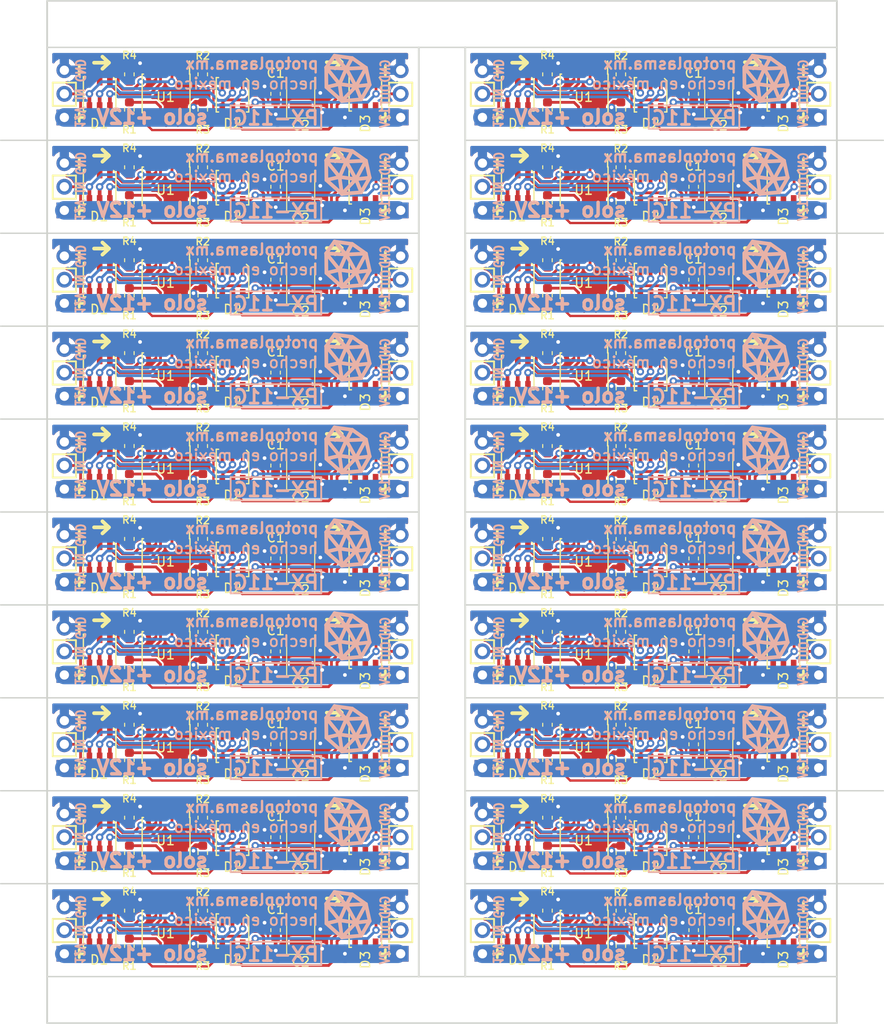
<source format=kicad_pcb>
(kicad_pcb (version 20171130) (host pcbnew "(5.0.2)-1")
  (layers (0 F.Cu signal) (31 B.Cu signal) (34 B.Paste user) (35 F.Paste user) (36 B.SilkS user) (37 F.SilkS user) (38 B.Mask user) (39 F.Mask user hide) (44 Edge.Cuts user))
  (net 0 "")
  (net 1 "Net-(D1-Pad2)")
  (net 2 "Net-(D1-Pad1)")
  (net 3 "Net-(D1-Pad3)")
  (net 4 "Net-(D1-Pad5)")
  (net 5 "Net-(D1-Pad4)")
  (net 6 "Net-(D1-Pad6)")
  (net 7 "Net-(D2-Pad6)")
  (net 8 "Net-(D2-Pad4)")
  (net 9 "Net-(D2-Pad5)")
  (net 10 +12V)
  (net 11 "Net-(J1-Pad2)")
  (net 12 GND)
  (net 13 "Net-(J2-Pad2)")
  (net 14 "Net-(R1-Pad1)")
  (net 15 "Net-(R2-Pad1)")
  (net 16 "Net-(R3-Pad2)")
  (net 17 "Net-(R4-Pad2)")
  (net 18 "Net-(U1-Pad7)")
  (module protoplasma:LED-RGB-3535 (layer F.Cu) (at 169.25 145 90)
    (fp_text reference D3 (at -3.2 0 90 unlocked) (layer F.SilkS))
    (fp_text value LED_RGB)
    (pad 6 smd rect (at -1.5 -1.1 90) (size 1.2 0.6) (layers F.Cu F.Paste F.Mask) (net 10 +12V))
    (pad 4 smd rect (at -1.5 1.1 90) (size 1.2 0.6) (layers F.Cu F.Paste F.Mask) (net 10 +12V))
    (pad 5 smd rect (at -1.5 0 90) (size 1.2 0.6) (layers F.Cu F.Paste F.Mask) (net 10 +12V))
    (pad 3 smd rect (at 1.5 1.1 90) (size 1.2 0.6) (layers F.Cu F.Paste F.Mask) (net 8 "Net-(D2-Pad4)"))
    (pad 1 smd rect (at 1.5 -1.1 90) (size 1.2 0.6) (layers F.Cu F.Paste F.Mask) (net 7 "Net-(D2-Pad6)"))
    (pad 2 smd rect (at 1.5 0 90) (size 1.2 0.6) (layers F.Cu F.Paste F.Mask) (net 9 "Net-(D2-Pad5)"))
  )
  (module protoplasma:LED-RGB-3535 (layer F.Cu) (at 124.25 145 90)
    (fp_text reference D3 (at -3.2 0 90 unlocked) (layer F.SilkS))
    (fp_text value LED_RGB)
    (pad 6 smd rect (at -1.5 -1.1 90) (size 1.2 0.6) (layers F.Cu F.Paste F.Mask) (net 10 +12V))
    (pad 4 smd rect (at -1.5 1.1 90) (size 1.2 0.6) (layers F.Cu F.Paste F.Mask) (net 10 +12V))
    (pad 5 smd rect (at -1.5 0 90) (size 1.2 0.6) (layers F.Cu F.Paste F.Mask) (net 10 +12V))
    (pad 3 smd rect (at 1.5 1.1 90) (size 1.2 0.6) (layers F.Cu F.Paste F.Mask) (net 8 "Net-(D2-Pad4)"))
    (pad 1 smd rect (at 1.5 -1.1 90) (size 1.2 0.6) (layers F.Cu F.Paste F.Mask) (net 7 "Net-(D2-Pad6)"))
    (pad 2 smd rect (at 1.5 0 90) (size 1.2 0.6) (layers F.Cu F.Paste F.Mask) (net 9 "Net-(D2-Pad5)"))
  )
  (module protoplasma:LED-RGB-3535 (layer F.Cu) (at 169.25 135 90)
    (fp_text reference D3 (at -3.2 0 90 unlocked) (layer F.SilkS))
    (fp_text value LED_RGB)
    (pad 6 smd rect (at -1.5 -1.1 90) (size 1.2 0.6) (layers F.Cu F.Paste F.Mask) (net 10 +12V))
    (pad 4 smd rect (at -1.5 1.1 90) (size 1.2 0.6) (layers F.Cu F.Paste F.Mask) (net 10 +12V))
    (pad 5 smd rect (at -1.5 0 90) (size 1.2 0.6) (layers F.Cu F.Paste F.Mask) (net 10 +12V))
    (pad 3 smd rect (at 1.5 1.1 90) (size 1.2 0.6) (layers F.Cu F.Paste F.Mask) (net 8 "Net-(D2-Pad4)"))
    (pad 1 smd rect (at 1.5 -1.1 90) (size 1.2 0.6) (layers F.Cu F.Paste F.Mask) (net 7 "Net-(D2-Pad6)"))
    (pad 2 smd rect (at 1.5 0 90) (size 1.2 0.6) (layers F.Cu F.Paste F.Mask) (net 9 "Net-(D2-Pad5)"))
  )
  (module protoplasma:LED-RGB-3535 (layer F.Cu) (at 124.25 135 90)
    (fp_text reference D3 (at -3.2 0 90 unlocked) (layer F.SilkS))
    (fp_text value LED_RGB)
    (pad 6 smd rect (at -1.5 -1.1 90) (size 1.2 0.6) (layers F.Cu F.Paste F.Mask) (net 10 +12V))
    (pad 4 smd rect (at -1.5 1.1 90) (size 1.2 0.6) (layers F.Cu F.Paste F.Mask) (net 10 +12V))
    (pad 5 smd rect (at -1.5 0 90) (size 1.2 0.6) (layers F.Cu F.Paste F.Mask) (net 10 +12V))
    (pad 3 smd rect (at 1.5 1.1 90) (size 1.2 0.6) (layers F.Cu F.Paste F.Mask) (net 8 "Net-(D2-Pad4)"))
    (pad 1 smd rect (at 1.5 -1.1 90) (size 1.2 0.6) (layers F.Cu F.Paste F.Mask) (net 7 "Net-(D2-Pad6)"))
    (pad 2 smd rect (at 1.5 0 90) (size 1.2 0.6) (layers F.Cu F.Paste F.Mask) (net 9 "Net-(D2-Pad5)"))
  )
  (module protoplasma:LED-RGB-3535 (layer F.Cu) (at 169.25 125 90)
    (fp_text reference D3 (at -3.2 0 90 unlocked) (layer F.SilkS))
    (fp_text value LED_RGB)
    (pad 6 smd rect (at -1.5 -1.1 90) (size 1.2 0.6) (layers F.Cu F.Paste F.Mask) (net 10 +12V))
    (pad 4 smd rect (at -1.5 1.1 90) (size 1.2 0.6) (layers F.Cu F.Paste F.Mask) (net 10 +12V))
    (pad 5 smd rect (at -1.5 0 90) (size 1.2 0.6) (layers F.Cu F.Paste F.Mask) (net 10 +12V))
    (pad 3 smd rect (at 1.5 1.1 90) (size 1.2 0.6) (layers F.Cu F.Paste F.Mask) (net 8 "Net-(D2-Pad4)"))
    (pad 1 smd rect (at 1.5 -1.1 90) (size 1.2 0.6) (layers F.Cu F.Paste F.Mask) (net 7 "Net-(D2-Pad6)"))
    (pad 2 smd rect (at 1.5 0 90) (size 1.2 0.6) (layers F.Cu F.Paste F.Mask) (net 9 "Net-(D2-Pad5)"))
  )
  (module protoplasma:LED-RGB-3535 (layer F.Cu) (at 124.25 125 90)
    (fp_text reference D3 (at -3.2 0 90 unlocked) (layer F.SilkS))
    (fp_text value LED_RGB)
    (pad 6 smd rect (at -1.5 -1.1 90) (size 1.2 0.6) (layers F.Cu F.Paste F.Mask) (net 10 +12V))
    (pad 4 smd rect (at -1.5 1.1 90) (size 1.2 0.6) (layers F.Cu F.Paste F.Mask) (net 10 +12V))
    (pad 5 smd rect (at -1.5 0 90) (size 1.2 0.6) (layers F.Cu F.Paste F.Mask) (net 10 +12V))
    (pad 3 smd rect (at 1.5 1.1 90) (size 1.2 0.6) (layers F.Cu F.Paste F.Mask) (net 8 "Net-(D2-Pad4)"))
    (pad 1 smd rect (at 1.5 -1.1 90) (size 1.2 0.6) (layers F.Cu F.Paste F.Mask) (net 7 "Net-(D2-Pad6)"))
    (pad 2 smd rect (at 1.5 0 90) (size 1.2 0.6) (layers F.Cu F.Paste F.Mask) (net 9 "Net-(D2-Pad5)"))
  )
  (module protoplasma:LED-RGB-3535 (layer F.Cu) (at 169.25 115 90)
    (fp_text reference D3 (at -3.2 0 90 unlocked) (layer F.SilkS))
    (fp_text value LED_RGB)
    (pad 6 smd rect (at -1.5 -1.1 90) (size 1.2 0.6) (layers F.Cu F.Paste F.Mask) (net 10 +12V))
    (pad 4 smd rect (at -1.5 1.1 90) (size 1.2 0.6) (layers F.Cu F.Paste F.Mask) (net 10 +12V))
    (pad 5 smd rect (at -1.5 0 90) (size 1.2 0.6) (layers F.Cu F.Paste F.Mask) (net 10 +12V))
    (pad 3 smd rect (at 1.5 1.1 90) (size 1.2 0.6) (layers F.Cu F.Paste F.Mask) (net 8 "Net-(D2-Pad4)"))
    (pad 1 smd rect (at 1.5 -1.1 90) (size 1.2 0.6) (layers F.Cu F.Paste F.Mask) (net 7 "Net-(D2-Pad6)"))
    (pad 2 smd rect (at 1.5 0 90) (size 1.2 0.6) (layers F.Cu F.Paste F.Mask) (net 9 "Net-(D2-Pad5)"))
  )
  (module protoplasma:LED-RGB-3535 (layer F.Cu) (at 124.25 115 90)
    (fp_text reference D3 (at -3.2 0 90 unlocked) (layer F.SilkS))
    (fp_text value LED_RGB)
    (pad 6 smd rect (at -1.5 -1.1 90) (size 1.2 0.6) (layers F.Cu F.Paste F.Mask) (net 10 +12V))
    (pad 4 smd rect (at -1.5 1.1 90) (size 1.2 0.6) (layers F.Cu F.Paste F.Mask) (net 10 +12V))
    (pad 5 smd rect (at -1.5 0 90) (size 1.2 0.6) (layers F.Cu F.Paste F.Mask) (net 10 +12V))
    (pad 3 smd rect (at 1.5 1.1 90) (size 1.2 0.6) (layers F.Cu F.Paste F.Mask) (net 8 "Net-(D2-Pad4)"))
    (pad 1 smd rect (at 1.5 -1.1 90) (size 1.2 0.6) (layers F.Cu F.Paste F.Mask) (net 7 "Net-(D2-Pad6)"))
    (pad 2 smd rect (at 1.5 0 90) (size 1.2 0.6) (layers F.Cu F.Paste F.Mask) (net 9 "Net-(D2-Pad5)"))
  )
  (module protoplasma:LED-RGB-3535 (layer F.Cu) (at 169.25 105 90)
    (fp_text reference D3 (at -3.2 0 90 unlocked) (layer F.SilkS))
    (fp_text value LED_RGB)
    (pad 6 smd rect (at -1.5 -1.1 90) (size 1.2 0.6) (layers F.Cu F.Paste F.Mask) (net 10 +12V))
    (pad 4 smd rect (at -1.5 1.1 90) (size 1.2 0.6) (layers F.Cu F.Paste F.Mask) (net 10 +12V))
    (pad 5 smd rect (at -1.5 0 90) (size 1.2 0.6) (layers F.Cu F.Paste F.Mask) (net 10 +12V))
    (pad 3 smd rect (at 1.5 1.1 90) (size 1.2 0.6) (layers F.Cu F.Paste F.Mask) (net 8 "Net-(D2-Pad4)"))
    (pad 1 smd rect (at 1.5 -1.1 90) (size 1.2 0.6) (layers F.Cu F.Paste F.Mask) (net 7 "Net-(D2-Pad6)"))
    (pad 2 smd rect (at 1.5 0 90) (size 1.2 0.6) (layers F.Cu F.Paste F.Mask) (net 9 "Net-(D2-Pad5)"))
  )
  (module protoplasma:LED-RGB-3535 (layer F.Cu) (at 124.25 105 90)
    (fp_text reference D3 (at -3.2 0 90 unlocked) (layer F.SilkS))
    (fp_text value LED_RGB)
    (pad 6 smd rect (at -1.5 -1.1 90) (size 1.2 0.6) (layers F.Cu F.Paste F.Mask) (net 10 +12V))
    (pad 4 smd rect (at -1.5 1.1 90) (size 1.2 0.6) (layers F.Cu F.Paste F.Mask) (net 10 +12V))
    (pad 5 smd rect (at -1.5 0 90) (size 1.2 0.6) (layers F.Cu F.Paste F.Mask) (net 10 +12V))
    (pad 3 smd rect (at 1.5 1.1 90) (size 1.2 0.6) (layers F.Cu F.Paste F.Mask) (net 8 "Net-(D2-Pad4)"))
    (pad 1 smd rect (at 1.5 -1.1 90) (size 1.2 0.6) (layers F.Cu F.Paste F.Mask) (net 7 "Net-(D2-Pad6)"))
    (pad 2 smd rect (at 1.5 0 90) (size 1.2 0.6) (layers F.Cu F.Paste F.Mask) (net 9 "Net-(D2-Pad5)"))
  )
  (module protoplasma:LED-RGB-3535 (layer F.Cu) (at 169.25 95 90)
    (fp_text reference D3 (at -3.2 0 90 unlocked) (layer F.SilkS))
    (fp_text value LED_RGB)
    (pad 6 smd rect (at -1.5 -1.1 90) (size 1.2 0.6) (layers F.Cu F.Paste F.Mask) (net 10 +12V))
    (pad 4 smd rect (at -1.5 1.1 90) (size 1.2 0.6) (layers F.Cu F.Paste F.Mask) (net 10 +12V))
    (pad 5 smd rect (at -1.5 0 90) (size 1.2 0.6) (layers F.Cu F.Paste F.Mask) (net 10 +12V))
    (pad 3 smd rect (at 1.5 1.1 90) (size 1.2 0.6) (layers F.Cu F.Paste F.Mask) (net 8 "Net-(D2-Pad4)"))
    (pad 1 smd rect (at 1.5 -1.1 90) (size 1.2 0.6) (layers F.Cu F.Paste F.Mask) (net 7 "Net-(D2-Pad6)"))
    (pad 2 smd rect (at 1.5 0 90) (size 1.2 0.6) (layers F.Cu F.Paste F.Mask) (net 9 "Net-(D2-Pad5)"))
  )
  (module protoplasma:LED-RGB-3535 (layer F.Cu) (at 124.25 95 90)
    (fp_text reference D3 (at -3.2 0 90 unlocked) (layer F.SilkS))
    (fp_text value LED_RGB)
    (pad 6 smd rect (at -1.5 -1.1 90) (size 1.2 0.6) (layers F.Cu F.Paste F.Mask) (net 10 +12V))
    (pad 4 smd rect (at -1.5 1.1 90) (size 1.2 0.6) (layers F.Cu F.Paste F.Mask) (net 10 +12V))
    (pad 5 smd rect (at -1.5 0 90) (size 1.2 0.6) (layers F.Cu F.Paste F.Mask) (net 10 +12V))
    (pad 3 smd rect (at 1.5 1.1 90) (size 1.2 0.6) (layers F.Cu F.Paste F.Mask) (net 8 "Net-(D2-Pad4)"))
    (pad 1 smd rect (at 1.5 -1.1 90) (size 1.2 0.6) (layers F.Cu F.Paste F.Mask) (net 7 "Net-(D2-Pad6)"))
    (pad 2 smd rect (at 1.5 0 90) (size 1.2 0.6) (layers F.Cu F.Paste F.Mask) (net 9 "Net-(D2-Pad5)"))
  )
  (module protoplasma:LED-RGB-3535 (layer F.Cu) (at 169.25 85 90)
    (fp_text reference D3 (at -3.2 0 90 unlocked) (layer F.SilkS))
    (fp_text value LED_RGB)
    (pad 6 smd rect (at -1.5 -1.1 90) (size 1.2 0.6) (layers F.Cu F.Paste F.Mask) (net 10 +12V))
    (pad 4 smd rect (at -1.5 1.1 90) (size 1.2 0.6) (layers F.Cu F.Paste F.Mask) (net 10 +12V))
    (pad 5 smd rect (at -1.5 0 90) (size 1.2 0.6) (layers F.Cu F.Paste F.Mask) (net 10 +12V))
    (pad 3 smd rect (at 1.5 1.1 90) (size 1.2 0.6) (layers F.Cu F.Paste F.Mask) (net 8 "Net-(D2-Pad4)"))
    (pad 1 smd rect (at 1.5 -1.1 90) (size 1.2 0.6) (layers F.Cu F.Paste F.Mask) (net 7 "Net-(D2-Pad6)"))
    (pad 2 smd rect (at 1.5 0 90) (size 1.2 0.6) (layers F.Cu F.Paste F.Mask) (net 9 "Net-(D2-Pad5)"))
  )
  (module protoplasma:LED-RGB-3535 (layer F.Cu) (at 124.25 85 90)
    (fp_text reference D3 (at -3.2 0 90 unlocked) (layer F.SilkS))
    (fp_text value LED_RGB)
    (pad 6 smd rect (at -1.5 -1.1 90) (size 1.2 0.6) (layers F.Cu F.Paste F.Mask) (net 10 +12V))
    (pad 4 smd rect (at -1.5 1.1 90) (size 1.2 0.6) (layers F.Cu F.Paste F.Mask) (net 10 +12V))
    (pad 5 smd rect (at -1.5 0 90) (size 1.2 0.6) (layers F.Cu F.Paste F.Mask) (net 10 +12V))
    (pad 3 smd rect (at 1.5 1.1 90) (size 1.2 0.6) (layers F.Cu F.Paste F.Mask) (net 8 "Net-(D2-Pad4)"))
    (pad 1 smd rect (at 1.5 -1.1 90) (size 1.2 0.6) (layers F.Cu F.Paste F.Mask) (net 7 "Net-(D2-Pad6)"))
    (pad 2 smd rect (at 1.5 0 90) (size 1.2 0.6) (layers F.Cu F.Paste F.Mask) (net 9 "Net-(D2-Pad5)"))
  )
  (module protoplasma:LED-RGB-3535 (layer F.Cu) (at 169.25 75 90)
    (fp_text reference D3 (at -3.2 0 90 unlocked) (layer F.SilkS))
    (fp_text value LED_RGB)
    (pad 6 smd rect (at -1.5 -1.1 90) (size 1.2 0.6) (layers F.Cu F.Paste F.Mask) (net 10 +12V))
    (pad 4 smd rect (at -1.5 1.1 90) (size 1.2 0.6) (layers F.Cu F.Paste F.Mask) (net 10 +12V))
    (pad 5 smd rect (at -1.5 0 90) (size 1.2 0.6) (layers F.Cu F.Paste F.Mask) (net 10 +12V))
    (pad 3 smd rect (at 1.5 1.1 90) (size 1.2 0.6) (layers F.Cu F.Paste F.Mask) (net 8 "Net-(D2-Pad4)"))
    (pad 1 smd rect (at 1.5 -1.1 90) (size 1.2 0.6) (layers F.Cu F.Paste F.Mask) (net 7 "Net-(D2-Pad6)"))
    (pad 2 smd rect (at 1.5 0 90) (size 1.2 0.6) (layers F.Cu F.Paste F.Mask) (net 9 "Net-(D2-Pad5)"))
  )
  (module protoplasma:LED-RGB-3535 (layer F.Cu) (at 124.25 75 90)
    (fp_text reference D3 (at -3.2 0 90 unlocked) (layer F.SilkS))
    (fp_text value LED_RGB)
    (pad 6 smd rect (at -1.5 -1.1 90) (size 1.2 0.6) (layers F.Cu F.Paste F.Mask) (net 10 +12V))
    (pad 4 smd rect (at -1.5 1.1 90) (size 1.2 0.6) (layers F.Cu F.Paste F.Mask) (net 10 +12V))
    (pad 5 smd rect (at -1.5 0 90) (size 1.2 0.6) (layers F.Cu F.Paste F.Mask) (net 10 +12V))
    (pad 3 smd rect (at 1.5 1.1 90) (size 1.2 0.6) (layers F.Cu F.Paste F.Mask) (net 8 "Net-(D2-Pad4)"))
    (pad 1 smd rect (at 1.5 -1.1 90) (size 1.2 0.6) (layers F.Cu F.Paste F.Mask) (net 7 "Net-(D2-Pad6)"))
    (pad 2 smd rect (at 1.5 0 90) (size 1.2 0.6) (layers F.Cu F.Paste F.Mask) (net 9 "Net-(D2-Pad5)"))
  )
  (module protoplasma:LED-RGB-3535 (layer F.Cu) (at 169.25 65 90)
    (fp_text reference D3 (at -3.2 0 90 unlocked) (layer F.SilkS))
    (fp_text value LED_RGB)
    (pad 6 smd rect (at -1.5 -1.1 90) (size 1.2 0.6) (layers F.Cu F.Paste F.Mask) (net 10 +12V))
    (pad 4 smd rect (at -1.5 1.1 90) (size 1.2 0.6) (layers F.Cu F.Paste F.Mask) (net 10 +12V))
    (pad 5 smd rect (at -1.5 0 90) (size 1.2 0.6) (layers F.Cu F.Paste F.Mask) (net 10 +12V))
    (pad 3 smd rect (at 1.5 1.1 90) (size 1.2 0.6) (layers F.Cu F.Paste F.Mask) (net 8 "Net-(D2-Pad4)"))
    (pad 1 smd rect (at 1.5 -1.1 90) (size 1.2 0.6) (layers F.Cu F.Paste F.Mask) (net 7 "Net-(D2-Pad6)"))
    (pad 2 smd rect (at 1.5 0 90) (size 1.2 0.6) (layers F.Cu F.Paste F.Mask) (net 9 "Net-(D2-Pad5)"))
  )
  (module protoplasma:LED-RGB-3535 (layer F.Cu) (at 124.25 65 90)
    (fp_text reference D3 (at -3.2 0 90 unlocked) (layer F.SilkS))
    (fp_text value LED_RGB)
    (pad 6 smd rect (at -1.5 -1.1 90) (size 1.2 0.6) (layers F.Cu F.Paste F.Mask) (net 10 +12V))
    (pad 4 smd rect (at -1.5 1.1 90) (size 1.2 0.6) (layers F.Cu F.Paste F.Mask) (net 10 +12V))
    (pad 5 smd rect (at -1.5 0 90) (size 1.2 0.6) (layers F.Cu F.Paste F.Mask) (net 10 +12V))
    (pad 3 smd rect (at 1.5 1.1 90) (size 1.2 0.6) (layers F.Cu F.Paste F.Mask) (net 8 "Net-(D2-Pad4)"))
    (pad 1 smd rect (at 1.5 -1.1 90) (size 1.2 0.6) (layers F.Cu F.Paste F.Mask) (net 7 "Net-(D2-Pad6)"))
    (pad 2 smd rect (at 1.5 0 90) (size 1.2 0.6) (layers F.Cu F.Paste F.Mask) (net 9 "Net-(D2-Pad5)"))
  )
  (module protoplasma:LED-RGB-3535 (layer F.Cu) (at 169.25 55 90)
    (fp_text reference D3 (at -3.2 0 90 unlocked) (layer F.SilkS))
    (fp_text value LED_RGB)
    (pad 6 smd rect (at -1.5 -1.1 90) (size 1.2 0.6) (layers F.Cu F.Paste F.Mask) (net 10 +12V))
    (pad 4 smd rect (at -1.5 1.1 90) (size 1.2 0.6) (layers F.Cu F.Paste F.Mask) (net 10 +12V))
    (pad 5 smd rect (at -1.5 0 90) (size 1.2 0.6) (layers F.Cu F.Paste F.Mask) (net 10 +12V))
    (pad 3 smd rect (at 1.5 1.1 90) (size 1.2 0.6) (layers F.Cu F.Paste F.Mask) (net 8 "Net-(D2-Pad4)"))
    (pad 1 smd rect (at 1.5 -1.1 90) (size 1.2 0.6) (layers F.Cu F.Paste F.Mask) (net 7 "Net-(D2-Pad6)"))
    (pad 2 smd rect (at 1.5 0 90) (size 1.2 0.6) (layers F.Cu F.Paste F.Mask) (net 9 "Net-(D2-Pad5)"))
  )
  (module protoplasma:conector_pin_header_pixel (layer F.Cu) (at 173.05 147.54 180)
    (fp_text reference J2 hide)
    (fp_text value OUT)
    (pad 3 thru_hole oval (at 0 5.08 180) (size 1.7 1.7) (drill 1) (layers *.Cu *.Mask) (net 12 GND))
    (pad 2 thru_hole oval (at 0 2.54 180) (size 1.7 1.7) (drill 1) (layers *.Cu *.Mask) (net 13 "Net-(J2-Pad2)"))
    (pad 1 thru_hole rect (at 0 0 180) (size 1.7 1.7) (drill 1) (layers *.Cu *.Mask) (net 10 +12V))
  )
  (module protoplasma:conector_pin_header_pixel (layer F.Cu) (at 128.05 147.54 180)
    (fp_text reference J2 hide)
    (fp_text value OUT)
    (pad 3 thru_hole oval (at 0 5.08 180) (size 1.7 1.7) (drill 1) (layers *.Cu *.Mask) (net 12 GND))
    (pad 2 thru_hole oval (at 0 2.54 180) (size 1.7 1.7) (drill 1) (layers *.Cu *.Mask) (net 13 "Net-(J2-Pad2)"))
    (pad 1 thru_hole rect (at 0 0 180) (size 1.7 1.7) (drill 1) (layers *.Cu *.Mask) (net 10 +12V))
  )
  (module protoplasma:conector_pin_header_pixel (layer F.Cu) (at 173.05 137.54 180)
    (fp_text reference J2 hide)
    (fp_text value OUT)
    (pad 3 thru_hole oval (at 0 5.08 180) (size 1.7 1.7) (drill 1) (layers *.Cu *.Mask) (net 12 GND))
    (pad 2 thru_hole oval (at 0 2.54 180) (size 1.7 1.7) (drill 1) (layers *.Cu *.Mask) (net 13 "Net-(J2-Pad2)"))
    (pad 1 thru_hole rect (at 0 0 180) (size 1.7 1.7) (drill 1) (layers *.Cu *.Mask) (net 10 +12V))
  )
  (module protoplasma:conector_pin_header_pixel (layer F.Cu) (at 128.05 137.54 180)
    (fp_text reference J2 hide)
    (fp_text value OUT)
    (pad 3 thru_hole oval (at 0 5.08 180) (size 1.7 1.7) (drill 1) (layers *.Cu *.Mask) (net 12 GND))
    (pad 2 thru_hole oval (at 0 2.54 180) (size 1.7 1.7) (drill 1) (layers *.Cu *.Mask) (net 13 "Net-(J2-Pad2)"))
    (pad 1 thru_hole rect (at 0 0 180) (size 1.7 1.7) (drill 1) (layers *.Cu *.Mask) (net 10 +12V))
  )
  (module protoplasma:conector_pin_header_pixel (layer F.Cu) (at 173.05 127.54 180)
    (fp_text reference J2 hide)
    (fp_text value OUT)
    (pad 3 thru_hole oval (at 0 5.08 180) (size 1.7 1.7) (drill 1) (layers *.Cu *.Mask) (net 12 GND))
    (pad 2 thru_hole oval (at 0 2.54 180) (size 1.7 1.7) (drill 1) (layers *.Cu *.Mask) (net 13 "Net-(J2-Pad2)"))
    (pad 1 thru_hole rect (at 0 0 180) (size 1.7 1.7) (drill 1) (layers *.Cu *.Mask) (net 10 +12V))
  )
  (module protoplasma:conector_pin_header_pixel (layer F.Cu) (at 128.05 127.54 180)
    (fp_text reference J2 hide)
    (fp_text value OUT)
    (pad 3 thru_hole oval (at 0 5.08 180) (size 1.7 1.7) (drill 1) (layers *.Cu *.Mask) (net 12 GND))
    (pad 2 thru_hole oval (at 0 2.54 180) (size 1.7 1.7) (drill 1) (layers *.Cu *.Mask) (net 13 "Net-(J2-Pad2)"))
    (pad 1 thru_hole rect (at 0 0 180) (size 1.7 1.7) (drill 1) (layers *.Cu *.Mask) (net 10 +12V))
  )
  (module protoplasma:conector_pin_header_pixel (layer F.Cu) (at 173.05 117.54 180)
    (fp_text reference J2 hide)
    (fp_text value OUT)
    (pad 3 thru_hole oval (at 0 5.08 180) (size 1.7 1.7) (drill 1) (layers *.Cu *.Mask) (net 12 GND))
    (pad 2 thru_hole oval (at 0 2.54 180) (size 1.7 1.7) (drill 1) (layers *.Cu *.Mask) (net 13 "Net-(J2-Pad2)"))
    (pad 1 thru_hole rect (at 0 0 180) (size 1.7 1.7) (drill 1) (layers *.Cu *.Mask) (net 10 +12V))
  )
  (module protoplasma:conector_pin_header_pixel (layer F.Cu) (at 128.05 117.54 180)
    (fp_text reference J2 hide)
    (fp_text value OUT)
    (pad 3 thru_hole oval (at 0 5.08 180) (size 1.7 1.7) (drill 1) (layers *.Cu *.Mask) (net 12 GND))
    (pad 2 thru_hole oval (at 0 2.54 180) (size 1.7 1.7) (drill 1) (layers *.Cu *.Mask) (net 13 "Net-(J2-Pad2)"))
    (pad 1 thru_hole rect (at 0 0 180) (size 1.7 1.7) (drill 1) (layers *.Cu *.Mask) (net 10 +12V))
  )
  (module protoplasma:conector_pin_header_pixel (layer F.Cu) (at 173.05 107.54 180)
    (fp_text reference J2 hide)
    (fp_text value OUT)
    (pad 3 thru_hole oval (at 0 5.08 180) (size 1.7 1.7) (drill 1) (layers *.Cu *.Mask) (net 12 GND))
    (pad 2 thru_hole oval (at 0 2.54 180) (size 1.7 1.7) (drill 1) (layers *.Cu *.Mask) (net 13 "Net-(J2-Pad2)"))
    (pad 1 thru_hole rect (at 0 0 180) (size 1.7 1.7) (drill 1) (layers *.Cu *.Mask) (net 10 +12V))
  )
  (module protoplasma:conector_pin_header_pixel (layer F.Cu) (at 128.05 107.54 180)
    (fp_text reference J2 hide)
    (fp_text value OUT)
    (pad 3 thru_hole oval (at 0 5.08 180) (size 1.7 1.7) (drill 1) (layers *.Cu *.Mask) (net 12 GND))
    (pad 2 thru_hole oval (at 0 2.54 180) (size 1.7 1.7) (drill 1) (layers *.Cu *.Mask) (net 13 "Net-(J2-Pad2)"))
    (pad 1 thru_hole rect (at 0 0 180) (size 1.7 1.7) (drill 1) (layers *.Cu *.Mask) (net 10 +12V))
  )
  (module protoplasma:conector_pin_header_pixel (layer F.Cu) (at 173.05 97.54 180)
    (fp_text reference J2 hide)
    (fp_text value OUT)
    (pad 3 thru_hole oval (at 0 5.08 180) (size 1.7 1.7) (drill 1) (layers *.Cu *.Mask) (net 12 GND))
    (pad 2 thru_hole oval (at 0 2.54 180) (size 1.7 1.7) (drill 1) (layers *.Cu *.Mask) (net 13 "Net-(J2-Pad2)"))
    (pad 1 thru_hole rect (at 0 0 180) (size 1.7 1.7) (drill 1) (layers *.Cu *.Mask) (net 10 +12V))
  )
  (module protoplasma:conector_pin_header_pixel (layer F.Cu) (at 128.05 97.54 180)
    (fp_text reference J2 hide)
    (fp_text value OUT)
    (pad 3 thru_hole oval (at 0 5.08 180) (size 1.7 1.7) (drill 1) (layers *.Cu *.Mask) (net 12 GND))
    (pad 2 thru_hole oval (at 0 2.54 180) (size 1.7 1.7) (drill 1) (layers *.Cu *.Mask) (net 13 "Net-(J2-Pad2)"))
    (pad 1 thru_hole rect (at 0 0 180) (size 1.7 1.7) (drill 1) (layers *.Cu *.Mask) (net 10 +12V))
  )
  (module protoplasma:conector_pin_header_pixel (layer F.Cu) (at 173.05 87.54 180)
    (fp_text reference J2 hide)
    (fp_text value OUT)
    (pad 3 thru_hole oval (at 0 5.08 180) (size 1.7 1.7) (drill 1) (layers *.Cu *.Mask) (net 12 GND))
    (pad 2 thru_hole oval (at 0 2.54 180) (size 1.7 1.7) (drill 1) (layers *.Cu *.Mask) (net 13 "Net-(J2-Pad2)"))
    (pad 1 thru_hole rect (at 0 0 180) (size 1.7 1.7) (drill 1) (layers *.Cu *.Mask) (net 10 +12V))
  )
  (module protoplasma:conector_pin_header_pixel (layer F.Cu) (at 128.05 87.54 180)
    (fp_text reference J2 hide)
    (fp_text value OUT)
    (pad 3 thru_hole oval (at 0 5.08 180) (size 1.7 1.7) (drill 1) (layers *.Cu *.Mask) (net 12 GND))
    (pad 2 thru_hole oval (at 0 2.54 180) (size 1.7 1.7) (drill 1) (layers *.Cu *.Mask) (net 13 "Net-(J2-Pad2)"))
    (pad 1 thru_hole rect (at 0 0 180) (size 1.7 1.7) (drill 1) (layers *.Cu *.Mask) (net 10 +12V))
  )
  (module protoplasma:conector_pin_header_pixel (layer F.Cu) (at 173.05 77.54 180)
    (fp_text reference J2 hide)
    (fp_text value OUT)
    (pad 3 thru_hole oval (at 0 5.08 180) (size 1.7 1.7) (drill 1) (layers *.Cu *.Mask) (net 12 GND))
    (pad 2 thru_hole oval (at 0 2.54 180) (size 1.7 1.7) (drill 1) (layers *.Cu *.Mask) (net 13 "Net-(J2-Pad2)"))
    (pad 1 thru_hole rect (at 0 0 180) (size 1.7 1.7) (drill 1) (layers *.Cu *.Mask) (net 10 +12V))
  )
  (module protoplasma:conector_pin_header_pixel (layer F.Cu) (at 128.05 77.54 180)
    (fp_text reference J2 hide)
    (fp_text value OUT)
    (pad 3 thru_hole oval (at 0 5.08 180) (size 1.7 1.7) (drill 1) (layers *.Cu *.Mask) (net 12 GND))
    (pad 2 thru_hole oval (at 0 2.54 180) (size 1.7 1.7) (drill 1) (layers *.Cu *.Mask) (net 13 "Net-(J2-Pad2)"))
    (pad 1 thru_hole rect (at 0 0 180) (size 1.7 1.7) (drill 1) (layers *.Cu *.Mask) (net 10 +12V))
  )
  (module protoplasma:conector_pin_header_pixel (layer F.Cu) (at 173.05 67.54 180)
    (fp_text reference J2 hide)
    (fp_text value OUT)
    (pad 3 thru_hole oval (at 0 5.08 180) (size 1.7 1.7) (drill 1) (layers *.Cu *.Mask) (net 12 GND))
    (pad 2 thru_hole oval (at 0 2.54 180) (size 1.7 1.7) (drill 1) (layers *.Cu *.Mask) (net 13 "Net-(J2-Pad2)"))
    (pad 1 thru_hole rect (at 0 0 180) (size 1.7 1.7) (drill 1) (layers *.Cu *.Mask) (net 10 +12V))
  )
  (module protoplasma:conector_pin_header_pixel (layer F.Cu) (at 128.05 67.54 180)
    (fp_text reference J2 hide)
    (fp_text value OUT)
    (pad 3 thru_hole oval (at 0 5.08 180) (size 1.7 1.7) (drill 1) (layers *.Cu *.Mask) (net 12 GND))
    (pad 2 thru_hole oval (at 0 2.54 180) (size 1.7 1.7) (drill 1) (layers *.Cu *.Mask) (net 13 "Net-(J2-Pad2)"))
    (pad 1 thru_hole rect (at 0 0 180) (size 1.7 1.7) (drill 1) (layers *.Cu *.Mask) (net 10 +12V))
  )
  (module protoplasma:conector_pin_header_pixel (layer F.Cu) (at 173.05 57.54 180)
    (fp_text reference J2 hide)
    (fp_text value OUT)
    (pad 3 thru_hole oval (at 0 5.08 180) (size 1.7 1.7) (drill 1) (layers *.Cu *.Mask) (net 12 GND))
    (pad 2 thru_hole oval (at 0 2.54 180) (size 1.7 1.7) (drill 1) (layers *.Cu *.Mask) (net 13 "Net-(J2-Pad2)"))
    (pad 1 thru_hole rect (at 0 0 180) (size 1.7 1.7) (drill 1) (layers *.Cu *.Mask) (net 10 +12V))
  )
  (module Capacitor_Tantalum_SMD:CP_EIA-3528-15_AVX-H_Pad1.50x2.35mm_HandSolder (layer F.Cu) (at 162.29 144.975 90)
    (fp_text reference C2 (at -3.425 0.01 180) (layer F.SilkS))
    (fp_text value CP)
    (pad 1 smd roundrect (at -1.625 0 90) (size 1.5 2.35) (layers F.Cu F.Paste F.Mask) (roundrect_rratio 0.166667) (net 10 +12V))
    (pad 2 smd roundrect (at 1.625 0 90) (size 1.5 2.35) (layers F.Cu F.Paste F.Mask) (roundrect_rratio 0.166667) (net 12 GND))
  )
  (module Capacitor_Tantalum_SMD:CP_EIA-3528-15_AVX-H_Pad1.50x2.35mm_HandSolder (layer F.Cu) (at 117.29 144.975 90)
    (fp_text reference C2 (at -3.425 0.01 180) (layer F.SilkS))
    (fp_text value CP)
    (pad 1 smd roundrect (at -1.625 0 90) (size 1.5 2.35) (layers F.Cu F.Paste F.Mask) (roundrect_rratio 0.166667) (net 10 +12V))
    (pad 2 smd roundrect (at 1.625 0 90) (size 1.5 2.35) (layers F.Cu F.Paste F.Mask) (roundrect_rratio 0.166667) (net 12 GND))
  )
  (module Capacitor_Tantalum_SMD:CP_EIA-3528-15_AVX-H_Pad1.50x2.35mm_HandSolder (layer F.Cu) (at 162.29 134.975 90)
    (fp_text reference C2 (at -3.425 0.01 180) (layer F.SilkS))
    (fp_text value CP)
    (pad 1 smd roundrect (at -1.625 0 90) (size 1.5 2.35) (layers F.Cu F.Paste F.Mask) (roundrect_rratio 0.166667) (net 10 +12V))
    (pad 2 smd roundrect (at 1.625 0 90) (size 1.5 2.35) (layers F.Cu F.Paste F.Mask) (roundrect_rratio 0.166667) (net 12 GND))
  )
  (module Capacitor_Tantalum_SMD:CP_EIA-3528-15_AVX-H_Pad1.50x2.35mm_HandSolder (layer F.Cu) (at 117.29 134.975 90)
    (fp_text reference C2 (at -3.425 0.01 180) (layer F.SilkS))
    (fp_text value CP)
    (pad 1 smd roundrect (at -1.625 0 90) (size 1.5 2.35) (layers F.Cu F.Paste F.Mask) (roundrect_rratio 0.166667) (net 10 +12V))
    (pad 2 smd roundrect (at 1.625 0 90) (size 1.5 2.35) (layers F.Cu F.Paste F.Mask) (roundrect_rratio 0.166667) (net 12 GND))
  )
  (module Capacitor_Tantalum_SMD:CP_EIA-3528-15_AVX-H_Pad1.50x2.35mm_HandSolder (layer F.Cu) (at 162.29 124.975 90)
    (fp_text reference C2 (at -3.425 0.01 180) (layer F.SilkS))
    (fp_text value CP)
    (pad 1 smd roundrect (at -1.625 0 90) (size 1.5 2.35) (layers F.Cu F.Paste F.Mask) (roundrect_rratio 0.166667) (net 10 +12V))
    (pad 2 smd roundrect (at 1.625 0 90) (size 1.5 2.35) (layers F.Cu F.Paste F.Mask) (roundrect_rratio 0.166667) (net 12 GND))
  )
  (module Capacitor_Tantalum_SMD:CP_EIA-3528-15_AVX-H_Pad1.50x2.35mm_HandSolder (layer F.Cu) (at 117.29 124.975 90)
    (fp_text reference C2 (at -3.425 0.01 180) (layer F.SilkS))
    (fp_text value CP)
    (pad 1 smd roundrect (at -1.625 0 90) (size 1.5 2.35) (layers F.Cu F.Paste F.Mask) (roundrect_rratio 0.166667) (net 10 +12V))
    (pad 2 smd roundrect (at 1.625 0 90) (size 1.5 2.35) (layers F.Cu F.Paste F.Mask) (roundrect_rratio 0.166667) (net 12 GND))
  )
  (module Capacitor_Tantalum_SMD:CP_EIA-3528-15_AVX-H_Pad1.50x2.35mm_HandSolder (layer F.Cu) (at 162.29 114.975 90)
    (fp_text reference C2 (at -3.425 0.01 180) (layer F.SilkS))
    (fp_text value CP)
    (pad 1 smd roundrect (at -1.625 0 90) (size 1.5 2.35) (layers F.Cu F.Paste F.Mask) (roundrect_rratio 0.166667) (net 10 +12V))
    (pad 2 smd roundrect (at 1.625 0 90) (size 1.5 2.35) (layers F.Cu F.Paste F.Mask) (roundrect_rratio 0.166667) (net 12 GND))
  )
  (module Capacitor_Tantalum_SMD:CP_EIA-3528-15_AVX-H_Pad1.50x2.35mm_HandSolder (layer F.Cu) (at 117.29 114.975 90)
    (fp_text reference C2 (at -3.425 0.01 180) (layer F.SilkS))
    (fp_text value CP)
    (pad 1 smd roundrect (at -1.625 0 90) (size 1.5 2.35) (layers F.Cu F.Paste F.Mask) (roundrect_rratio 0.166667) (net 10 +12V))
    (pad 2 smd roundrect (at 1.625 0 90) (size 1.5 2.35) (layers F.Cu F.Paste F.Mask) (roundrect_rratio 0.166667) (net 12 GND))
  )
  (module Capacitor_Tantalum_SMD:CP_EIA-3528-15_AVX-H_Pad1.50x2.35mm_HandSolder (layer F.Cu) (at 162.29 104.975 90)
    (fp_text reference C2 (at -3.425 0.01 180) (layer F.SilkS))
    (fp_text value CP)
    (pad 1 smd roundrect (at -1.625 0 90) (size 1.5 2.35) (layers F.Cu F.Paste F.Mask) (roundrect_rratio 0.166667) (net 10 +12V))
    (pad 2 smd roundrect (at 1.625 0 90) (size 1.5 2.35) (layers F.Cu F.Paste F.Mask) (roundrect_rratio 0.166667) (net 12 GND))
  )
  (module Capacitor_Tantalum_SMD:CP_EIA-3528-15_AVX-H_Pad1.50x2.35mm_HandSolder (layer F.Cu) (at 117.29 104.975 90)
    (fp_text reference C2 (at -3.425 0.01 180) (layer F.SilkS))
    (fp_text value CP)
    (pad 1 smd roundrect (at -1.625 0 90) (size 1.5 2.35) (layers F.Cu F.Paste F.Mask) (roundrect_rratio 0.166667) (net 10 +12V))
    (pad 2 smd roundrect (at 1.625 0 90) (size 1.5 2.35) (layers F.Cu F.Paste F.Mask) (roundrect_rratio 0.166667) (net 12 GND))
  )
  (module Capacitor_Tantalum_SMD:CP_EIA-3528-15_AVX-H_Pad1.50x2.35mm_HandSolder (layer F.Cu) (at 162.29 94.975 90)
    (fp_text reference C2 (at -3.425 0.01 180) (layer F.SilkS))
    (fp_text value CP)
    (pad 1 smd roundrect (at -1.625 0 90) (size 1.5 2.35) (layers F.Cu F.Paste F.Mask) (roundrect_rratio 0.166667) (net 10 +12V))
    (pad 2 smd roundrect (at 1.625 0 90) (size 1.5 2.35) (layers F.Cu F.Paste F.Mask) (roundrect_rratio 0.166667) (net 12 GND))
  )
  (module Capacitor_Tantalum_SMD:CP_EIA-3528-15_AVX-H_Pad1.50x2.35mm_HandSolder (layer F.Cu) (at 117.29 94.975 90)
    (fp_text reference C2 (at -3.425 0.01 180) (layer F.SilkS))
    (fp_text value CP)
    (pad 1 smd roundrect (at -1.625 0 90) (size 1.5 2.35) (layers F.Cu F.Paste F.Mask) (roundrect_rratio 0.166667) (net 10 +12V))
    (pad 2 smd roundrect (at 1.625 0 90) (size 1.5 2.35) (layers F.Cu F.Paste F.Mask) (roundrect_rratio 0.166667) (net 12 GND))
  )
  (module Capacitor_Tantalum_SMD:CP_EIA-3528-15_AVX-H_Pad1.50x2.35mm_HandSolder (layer F.Cu) (at 162.29 84.975 90)
    (fp_text reference C2 (at -3.425 0.01 180) (layer F.SilkS))
    (fp_text value CP)
    (pad 1 smd roundrect (at -1.625 0 90) (size 1.5 2.35) (layers F.Cu F.Paste F.Mask) (roundrect_rratio 0.166667) (net 10 +12V))
    (pad 2 smd roundrect (at 1.625 0 90) (size 1.5 2.35) (layers F.Cu F.Paste F.Mask) (roundrect_rratio 0.166667) (net 12 GND))
  )
  (module Capacitor_Tantalum_SMD:CP_EIA-3528-15_AVX-H_Pad1.50x2.35mm_HandSolder (layer F.Cu) (at 117.29 84.975 90)
    (fp_text reference C2 (at -3.425 0.01 180) (layer F.SilkS))
    (fp_text value CP)
    (pad 1 smd roundrect (at -1.625 0 90) (size 1.5 2.35) (layers F.Cu F.Paste F.Mask) (roundrect_rratio 0.166667) (net 10 +12V))
    (pad 2 smd roundrect (at 1.625 0 90) (size 1.5 2.35) (layers F.Cu F.Paste F.Mask) (roundrect_rratio 0.166667) (net 12 GND))
  )
  (module Capacitor_Tantalum_SMD:CP_EIA-3528-15_AVX-H_Pad1.50x2.35mm_HandSolder (layer F.Cu) (at 162.29 74.975 90)
    (fp_text reference C2 (at -3.425 0.01 180) (layer F.SilkS))
    (fp_text value CP)
    (pad 1 smd roundrect (at -1.625 0 90) (size 1.5 2.35) (layers F.Cu F.Paste F.Mask) (roundrect_rratio 0.166667) (net 10 +12V))
    (pad 2 smd roundrect (at 1.625 0 90) (size 1.5 2.35) (layers F.Cu F.Paste F.Mask) (roundrect_rratio 0.166667) (net 12 GND))
  )
  (module Capacitor_Tantalum_SMD:CP_EIA-3528-15_AVX-H_Pad1.50x2.35mm_HandSolder (layer F.Cu) (at 117.29 74.975 90)
    (fp_text reference C2 (at -3.425 0.01 180) (layer F.SilkS))
    (fp_text value CP)
    (pad 1 smd roundrect (at -1.625 0 90) (size 1.5 2.35) (layers F.Cu F.Paste F.Mask) (roundrect_rratio 0.166667) (net 10 +12V))
    (pad 2 smd roundrect (at 1.625 0 90) (size 1.5 2.35) (layers F.Cu F.Paste F.Mask) (roundrect_rratio 0.166667) (net 12 GND))
  )
  (module Capacitor_Tantalum_SMD:CP_EIA-3528-15_AVX-H_Pad1.50x2.35mm_HandSolder (layer F.Cu) (at 162.29 64.975 90)
    (fp_text reference C2 (at -3.425 0.01 180) (layer F.SilkS))
    (fp_text value CP)
    (pad 1 smd roundrect (at -1.625 0 90) (size 1.5 2.35) (layers F.Cu F.Paste F.Mask) (roundrect_rratio 0.166667) (net 10 +12V))
    (pad 2 smd roundrect (at 1.625 0 90) (size 1.5 2.35) (layers F.Cu F.Paste F.Mask) (roundrect_rratio 0.166667) (net 12 GND))
  )
  (module Capacitor_Tantalum_SMD:CP_EIA-3528-15_AVX-H_Pad1.50x2.35mm_HandSolder (layer F.Cu) (at 117.29 64.975 90)
    (fp_text reference C2 (at -3.425 0.01 180) (layer F.SilkS))
    (fp_text value CP)
    (pad 1 smd roundrect (at -1.625 0 90) (size 1.5 2.35) (layers F.Cu F.Paste F.Mask) (roundrect_rratio 0.166667) (net 10 +12V))
    (pad 2 smd roundrect (at 1.625 0 90) (size 1.5 2.35) (layers F.Cu F.Paste F.Mask) (roundrect_rratio 0.166667) (net 12 GND))
  )
  (module Capacitor_Tantalum_SMD:CP_EIA-3528-15_AVX-H_Pad1.50x2.35mm_HandSolder (layer F.Cu) (at 162.29 54.975 90)
    (fp_text reference C2 (at -3.425 0.01 180) (layer F.SilkS))
    (fp_text value CP)
    (pad 1 smd roundrect (at -1.625 0 90) (size 1.5 2.35) (layers F.Cu F.Paste F.Mask) (roundrect_rratio 0.166667) (net 10 +12V))
    (pad 2 smd roundrect (at 1.625 0 90) (size 1.5 2.35) (layers F.Cu F.Paste F.Mask) (roundrect_rratio 0.166667) (net 12 GND))
  )
  (module protoplasma:LED-RGB-3535 (layer F.Cu) (at 140.65 145 90)
    (fp_text reference D1 (at -3.2 -0.05 unlocked) (layer F.SilkS))
    (fp_text value LED_RGB)
    (pad 6 smd rect (at -1.5 -1.1 90) (size 1.2 0.6) (layers F.Cu F.Paste F.Mask) (net 6 "Net-(D1-Pad6)"))
    (pad 4 smd rect (at -1.5 1.1 90) (size 1.2 0.6) (layers F.Cu F.Paste F.Mask) (net 5 "Net-(D1-Pad4)"))
    (pad 5 smd rect (at -1.5 0 90) (size 1.2 0.6) (layers F.Cu F.Paste F.Mask) (net 4 "Net-(D1-Pad5)"))
    (pad 3 smd rect (at 1.5 1.1 90) (size 1.2 0.6) (layers F.Cu F.Paste F.Mask) (net 3 "Net-(D1-Pad3)"))
    (pad 1 smd rect (at 1.5 -1.1 90) (size 1.2 0.6) (layers F.Cu F.Paste F.Mask) (net 2 "Net-(D1-Pad1)"))
    (pad 2 smd rect (at 1.5 0 90) (size 1.2 0.6) (layers F.Cu F.Paste F.Mask) (net 1 "Net-(D1-Pad2)"))
  )
  (module protoplasma:LED-RGB-3535 (layer F.Cu) (at 95.65 145 90)
    (fp_text reference D1 (at -3.2 -0.05 unlocked) (layer F.SilkS))
    (fp_text value LED_RGB)
    (pad 6 smd rect (at -1.5 -1.1 90) (size 1.2 0.6) (layers F.Cu F.Paste F.Mask) (net 6 "Net-(D1-Pad6)"))
    (pad 4 smd rect (at -1.5 1.1 90) (size 1.2 0.6) (layers F.Cu F.Paste F.Mask) (net 5 "Net-(D1-Pad4)"))
    (pad 5 smd rect (at -1.5 0 90) (size 1.2 0.6) (layers F.Cu F.Paste F.Mask) (net 4 "Net-(D1-Pad5)"))
    (pad 3 smd rect (at 1.5 1.1 90) (size 1.2 0.6) (layers F.Cu F.Paste F.Mask) (net 3 "Net-(D1-Pad3)"))
    (pad 1 smd rect (at 1.5 -1.1 90) (size 1.2 0.6) (layers F.Cu F.Paste F.Mask) (net 2 "Net-(D1-Pad1)"))
    (pad 2 smd rect (at 1.5 0 90) (size 1.2 0.6) (layers F.Cu F.Paste F.Mask) (net 1 "Net-(D1-Pad2)"))
  )
  (module protoplasma:LED-RGB-3535 (layer F.Cu) (at 140.65 135 90)
    (fp_text reference D1 (at -3.2 -0.05 unlocked) (layer F.SilkS))
    (fp_text value LED_RGB)
    (pad 6 smd rect (at -1.5 -1.1 90) (size 1.2 0.6) (layers F.Cu F.Paste F.Mask) (net 6 "Net-(D1-Pad6)"))
    (pad 4 smd rect (at -1.5 1.1 90) (size 1.2 0.6) (layers F.Cu F.Paste F.Mask) (net 5 "Net-(D1-Pad4)"))
    (pad 5 smd rect (at -1.5 0 90) (size 1.2 0.6) (layers F.Cu F.Paste F.Mask) (net 4 "Net-(D1-Pad5)"))
    (pad 3 smd rect (at 1.5 1.1 90) (size 1.2 0.6) (layers F.Cu F.Paste F.Mask) (net 3 "Net-(D1-Pad3)"))
    (pad 1 smd rect (at 1.5 -1.1 90) (size 1.2 0.6) (layers F.Cu F.Paste F.Mask) (net 2 "Net-(D1-Pad1)"))
    (pad 2 smd rect (at 1.5 0 90) (size 1.2 0.6) (layers F.Cu F.Paste F.Mask) (net 1 "Net-(D1-Pad2)"))
  )
  (module protoplasma:LED-RGB-3535 (layer F.Cu) (at 95.65 135 90)
    (fp_text reference D1 (at -3.2 -0.05 unlocked) (layer F.SilkS))
    (fp_text value LED_RGB)
    (pad 6 smd rect (at -1.5 -1.1 90) (size 1.2 0.6) (layers F.Cu F.Paste F.Mask) (net 6 "Net-(D1-Pad6)"))
    (pad 4 smd rect (at -1.5 1.1 90) (size 1.2 0.6) (layers F.Cu F.Paste F.Mask) (net 5 "Net-(D1-Pad4)"))
    (pad 5 smd rect (at -1.5 0 90) (size 1.2 0.6) (layers F.Cu F.Paste F.Mask) (net 4 "Net-(D1-Pad5)"))
    (pad 3 smd rect (at 1.5 1.1 90) (size 1.2 0.6) (layers F.Cu F.Paste F.Mask) (net 3 "Net-(D1-Pad3)"))
    (pad 1 smd rect (at 1.5 -1.1 90) (size 1.2 0.6) (layers F.Cu F.Paste F.Mask) (net 2 "Net-(D1-Pad1)"))
    (pad 2 smd rect (at 1.5 0 90) (size 1.2 0.6) (layers F.Cu F.Paste F.Mask) (net 1 "Net-(D1-Pad2)"))
  )
  (module protoplasma:LED-RGB-3535 (layer F.Cu) (at 140.65 125 90)
    (fp_text reference D1 (at -3.2 -0.05 unlocked) (layer F.SilkS))
    (fp_text value LED_RGB)
    (pad 6 smd rect (at -1.5 -1.1 90) (size 1.2 0.6) (layers F.Cu F.Paste F.Mask) (net 6 "Net-(D1-Pad6)"))
    (pad 4 smd rect (at -1.5 1.1 90) (size 1.2 0.6) (layers F.Cu F.Paste F.Mask) (net 5 "Net-(D1-Pad4)"))
    (pad 5 smd rect (at -1.5 0 90) (size 1.2 0.6) (layers F.Cu F.Paste F.Mask) (net 4 "Net-(D1-Pad5)"))
    (pad 3 smd rect (at 1.5 1.1 90) (size 1.2 0.6) (layers F.Cu F.Paste F.Mask) (net 3 "Net-(D1-Pad3)"))
    (pad 1 smd rect (at 1.5 -1.1 90) (size 1.2 0.6) (layers F.Cu F.Paste F.Mask) (net 2 "Net-(D1-Pad1)"))
    (pad 2 smd rect (at 1.5 0 90) (size 1.2 0.6) (layers F.Cu F.Paste F.Mask) (net 1 "Net-(D1-Pad2)"))
  )
  (module protoplasma:LED-RGB-3535 (layer F.Cu) (at 95.65 125 90)
    (fp_text reference D1 (at -3.2 -0.05 unlocked) (layer F.SilkS))
    (fp_text value LED_RGB)
    (pad 6 smd rect (at -1.5 -1.1 90) (size 1.2 0.6) (layers F.Cu F.Paste F.Mask) (net 6 "Net-(D1-Pad6)"))
    (pad 4 smd rect (at -1.5 1.1 90) (size 1.2 0.6) (layers F.Cu F.Paste F.Mask) (net 5 "Net-(D1-Pad4)"))
    (pad 5 smd rect (at -1.5 0 90) (size 1.2 0.6) (layers F.Cu F.Paste F.Mask) (net 4 "Net-(D1-Pad5)"))
    (pad 3 smd rect (at 1.5 1.1 90) (size 1.2 0.6) (layers F.Cu F.Paste F.Mask) (net 3 "Net-(D1-Pad3)"))
    (pad 1 smd rect (at 1.5 -1.1 90) (size 1.2 0.6) (layers F.Cu F.Paste F.Mask) (net 2 "Net-(D1-Pad1)"))
    (pad 2 smd rect (at 1.5 0 90) (size 1.2 0.6) (layers F.Cu F.Paste F.Mask) (net 1 "Net-(D1-Pad2)"))
  )
  (module protoplasma:LED-RGB-3535 (layer F.Cu) (at 140.65 115 90)
    (fp_text reference D1 (at -3.2 -0.05 unlocked) (layer F.SilkS))
    (fp_text value LED_RGB)
    (pad 6 smd rect (at -1.5 -1.1 90) (size 1.2 0.6) (layers F.Cu F.Paste F.Mask) (net 6 "Net-(D1-Pad6)"))
    (pad 4 smd rect (at -1.5 1.1 90) (size 1.2 0.6) (layers F.Cu F.Paste F.Mask) (net 5 "Net-(D1-Pad4)"))
    (pad 5 smd rect (at -1.5 0 90) (size 1.2 0.6) (layers F.Cu F.Paste F.Mask) (net 4 "Net-(D1-Pad5)"))
    (pad 3 smd rect (at 1.5 1.1 90) (size 1.2 0.6) (layers F.Cu F.Paste F.Mask) (net 3 "Net-(D1-Pad3)"))
    (pad 1 smd rect (at 1.5 -1.1 90) (size 1.2 0.6) (layers F.Cu F.Paste F.Mask) (net 2 "Net-(D1-Pad1)"))
    (pad 2 smd rect (at 1.5 0 90) (size 1.2 0.6) (layers F.Cu F.Paste F.Mask) (net 1 "Net-(D1-Pad2)"))
  )
  (module protoplasma:LED-RGB-3535 (layer F.Cu) (at 95.65 115 90)
    (fp_text reference D1 (at -3.2 -0.05 unlocked) (layer F.SilkS))
    (fp_text value LED_RGB)
    (pad 6 smd rect (at -1.5 -1.1 90) (size 1.2 0.6) (layers F.Cu F.Paste F.Mask) (net 6 "Net-(D1-Pad6)"))
    (pad 4 smd rect (at -1.5 1.1 90) (size 1.2 0.6) (layers F.Cu F.Paste F.Mask) (net 5 "Net-(D1-Pad4)"))
    (pad 5 smd rect (at -1.5 0 90) (size 1.2 0.6) (layers F.Cu F.Paste F.Mask) (net 4 "Net-(D1-Pad5)"))
    (pad 3 smd rect (at 1.5 1.1 90) (size 1.2 0.6) (layers F.Cu F.Paste F.Mask) (net 3 "Net-(D1-Pad3)"))
    (pad 1 smd rect (at 1.5 -1.1 90) (size 1.2 0.6) (layers F.Cu F.Paste F.Mask) (net 2 "Net-(D1-Pad1)"))
    (pad 2 smd rect (at 1.5 0 90) (size 1.2 0.6) (layers F.Cu F.Paste F.Mask) (net 1 "Net-(D1-Pad2)"))
  )
  (module protoplasma:LED-RGB-3535 (layer F.Cu) (at 140.65 105 90)
    (fp_text reference D1 (at -3.2 -0.05 unlocked) (layer F.SilkS))
    (fp_text value LED_RGB)
    (pad 6 smd rect (at -1.5 -1.1 90) (size 1.2 0.6) (layers F.Cu F.Paste F.Mask) (net 6 "Net-(D1-Pad6)"))
    (pad 4 smd rect (at -1.5 1.1 90) (size 1.2 0.6) (layers F.Cu F.Paste F.Mask) (net 5 "Net-(D1-Pad4)"))
    (pad 5 smd rect (at -1.5 0 90) (size 1.2 0.6) (layers F.Cu F.Paste F.Mask) (net 4 "Net-(D1-Pad5)"))
    (pad 3 smd rect (at 1.5 1.1 90) (size 1.2 0.6) (layers F.Cu F.Paste F.Mask) (net 3 "Net-(D1-Pad3)"))
    (pad 1 smd rect (at 1.5 -1.1 90) (size 1.2 0.6) (layers F.Cu F.Paste F.Mask) (net 2 "Net-(D1-Pad1)"))
    (pad 2 smd rect (at 1.5 0 90) (size 1.2 0.6) (layers F.Cu F.Paste F.Mask) (net 1 "Net-(D1-Pad2)"))
  )
  (module protoplasma:LED-RGB-3535 (layer F.Cu) (at 95.65 105 90)
    (fp_text reference D1 (at -3.2 -0.05 unlocked) (layer F.SilkS))
    (fp_text value LED_RGB)
    (pad 6 smd rect (at -1.5 -1.1 90) (size 1.2 0.6) (layers F.Cu F.Paste F.Mask) (net 6 "Net-(D1-Pad6)"))
    (pad 4 smd rect (at -1.5 1.1 90) (size 1.2 0.6) (layers F.Cu F.Paste F.Mask) (net 5 "Net-(D1-Pad4)"))
    (pad 5 smd rect (at -1.5 0 90) (size 1.2 0.6) (layers F.Cu F.Paste F.Mask) (net 4 "Net-(D1-Pad5)"))
    (pad 3 smd rect (at 1.5 1.1 90) (size 1.2 0.6) (layers F.Cu F.Paste F.Mask) (net 3 "Net-(D1-Pad3)"))
    (pad 1 smd rect (at 1.5 -1.1 90) (size 1.2 0.6) (layers F.Cu F.Paste F.Mask) (net 2 "Net-(D1-Pad1)"))
    (pad 2 smd rect (at 1.5 0 90) (size 1.2 0.6) (layers F.Cu F.Paste F.Mask) (net 1 "Net-(D1-Pad2)"))
  )
  (module protoplasma:LED-RGB-3535 (layer F.Cu) (at 140.65 95 90)
    (fp_text reference D1 (at -3.2 -0.05 unlocked) (layer F.SilkS))
    (fp_text value LED_RGB)
    (pad 6 smd rect (at -1.5 -1.1 90) (size 1.2 0.6) (layers F.Cu F.Paste F.Mask) (net 6 "Net-(D1-Pad6)"))
    (pad 4 smd rect (at -1.5 1.1 90) (size 1.2 0.6) (layers F.Cu F.Paste F.Mask) (net 5 "Net-(D1-Pad4)"))
    (pad 5 smd rect (at -1.5 0 90) (size 1.2 0.6) (layers F.Cu F.Paste F.Mask) (net 4 "Net-(D1-Pad5)"))
    (pad 3 smd rect (at 1.5 1.1 90) (size 1.2 0.6) (layers F.Cu F.Paste F.Mask) (net 3 "Net-(D1-Pad3)"))
    (pad 1 smd rect (at 1.5 -1.1 90) (size 1.2 0.6) (layers F.Cu F.Paste F.Mask) (net 2 "Net-(D1-Pad1)"))
    (pad 2 smd rect (at 1.5 0 90) (size 1.2 0.6) (layers F.Cu F.Paste F.Mask) (net 1 "Net-(D1-Pad2)"))
  )
  (module protoplasma:LED-RGB-3535 (layer F.Cu) (at 95.65 95 90)
    (fp_text reference D1 (at -3.2 -0.05 unlocked) (layer F.SilkS))
    (fp_text value LED_RGB)
    (pad 6 smd rect (at -1.5 -1.1 90) (size 1.2 0.6) (layers F.Cu F.Paste F.Mask) (net 6 "Net-(D1-Pad6)"))
    (pad 4 smd rect (at -1.5 1.1 90) (size 1.2 0.6) (layers F.Cu F.Paste F.Mask) (net 5 "Net-(D1-Pad4)"))
    (pad 5 smd rect (at -1.5 0 90) (size 1.2 0.6) (layers F.Cu F.Paste F.Mask) (net 4 "Net-(D1-Pad5)"))
    (pad 3 smd rect (at 1.5 1.1 90) (size 1.2 0.6) (layers F.Cu F.Paste F.Mask) (net 3 "Net-(D1-Pad3)"))
    (pad 1 smd rect (at 1.5 -1.1 90) (size 1.2 0.6) (layers F.Cu F.Paste F.Mask) (net 2 "Net-(D1-Pad1)"))
    (pad 2 smd rect (at 1.5 0 90) (size 1.2 0.6) (layers F.Cu F.Paste F.Mask) (net 1 "Net-(D1-Pad2)"))
  )
  (module protoplasma:LED-RGB-3535 (layer F.Cu) (at 140.65 85 90)
    (fp_text reference D1 (at -3.2 -0.05 unlocked) (layer F.SilkS))
    (fp_text value LED_RGB)
    (pad 6 smd rect (at -1.5 -1.1 90) (size 1.2 0.6) (layers F.Cu F.Paste F.Mask) (net 6 "Net-(D1-Pad6)"))
    (pad 4 smd rect (at -1.5 1.1 90) (size 1.2 0.6) (layers F.Cu F.Paste F.Mask) (net 5 "Net-(D1-Pad4)"))
    (pad 5 smd rect (at -1.5 0 90) (size 1.2 0.6) (layers F.Cu F.Paste F.Mask) (net 4 "Net-(D1-Pad5)"))
    (pad 3 smd rect (at 1.5 1.1 90) (size 1.2 0.6) (layers F.Cu F.Paste F.Mask) (net 3 "Net-(D1-Pad3)"))
    (pad 1 smd rect (at 1.5 -1.1 90) (size 1.2 0.6) (layers F.Cu F.Paste F.Mask) (net 2 "Net-(D1-Pad1)"))
    (pad 2 smd rect (at 1.5 0 90) (size 1.2 0.6) (layers F.Cu F.Paste F.Mask) (net 1 "Net-(D1-Pad2)"))
  )
  (module protoplasma:LED-RGB-3535 (layer F.Cu) (at 95.65 85 90)
    (fp_text reference D1 (at -3.2 -0.05 unlocked) (layer F.SilkS))
    (fp_text value LED_RGB)
    (pad 6 smd rect (at -1.5 -1.1 90) (size 1.2 0.6) (layers F.Cu F.Paste F.Mask) (net 6 "Net-(D1-Pad6)"))
    (pad 4 smd rect (at -1.5 1.1 90) (size 1.2 0.6) (layers F.Cu F.Paste F.Mask) (net 5 "Net-(D1-Pad4)"))
    (pad 5 smd rect (at -1.5 0 90) (size 1.2 0.6) (layers F.Cu F.Paste F.Mask) (net 4 "Net-(D1-Pad5)"))
    (pad 3 smd rect (at 1.5 1.1 90) (size 1.2 0.6) (layers F.Cu F.Paste F.Mask) (net 3 "Net-(D1-Pad3)"))
    (pad 1 smd rect (at 1.5 -1.1 90) (size 1.2 0.6) (layers F.Cu F.Paste F.Mask) (net 2 "Net-(D1-Pad1)"))
    (pad 2 smd rect (at 1.5 0 90) (size 1.2 0.6) (layers F.Cu F.Paste F.Mask) (net 1 "Net-(D1-Pad2)"))
  )
  (module protoplasma:LED-RGB-3535 (layer F.Cu) (at 140.65 75 90)
    (fp_text reference D1 (at -3.2 -0.05 unlocked) (layer F.SilkS))
    (fp_text value LED_RGB)
    (pad 6 smd rect (at -1.5 -1.1 90) (size 1.2 0.6) (layers F.Cu F.Paste F.Mask) (net 6 "Net-(D1-Pad6)"))
    (pad 4 smd rect (at -1.5 1.1 90) (size 1.2 0.6) (layers F.Cu F.Paste F.Mask) (net 5 "Net-(D1-Pad4)"))
    (pad 5 smd rect (at -1.5 0 90) (size 1.2 0.6) (layers F.Cu F.Paste F.Mask) (net 4 "Net-(D1-Pad5)"))
    (pad 3 smd rect (at 1.5 1.1 90) (size 1.2 0.6) (layers F.Cu F.Paste F.Mask) (net 3 "Net-(D1-Pad3)"))
    (pad 1 smd rect (at 1.5 -1.1 90) (size 1.2 0.6) (layers F.Cu F.Paste F.Mask) (net 2 "Net-(D1-Pad1)"))
    (pad 2 smd rect (at 1.5 0 90) (size 1.2 0.6) (layers F.Cu F.Paste F.Mask) (net 1 "Net-(D1-Pad2)"))
  )
  (module protoplasma:LED-RGB-3535 (layer F.Cu) (at 95.65 75 90)
    (fp_text reference D1 (at -3.2 -0.05 unlocked) (layer F.SilkS))
    (fp_text value LED_RGB)
    (pad 6 smd rect (at -1.5 -1.1 90) (size 1.2 0.6) (layers F.Cu F.Paste F.Mask) (net 6 "Net-(D1-Pad6)"))
    (pad 4 smd rect (at -1.5 1.1 90) (size 1.2 0.6) (layers F.Cu F.Paste F.Mask) (net 5 "Net-(D1-Pad4)"))
    (pad 5 smd rect (at -1.5 0 90) (size 1.2 0.6) (layers F.Cu F.Paste F.Mask) (net 4 "Net-(D1-Pad5)"))
    (pad 3 smd rect (at 1.5 1.1 90) (size 1.2 0.6) (layers F.Cu F.Paste F.Mask) (net 3 "Net-(D1-Pad3)"))
    (pad 1 smd rect (at 1.5 -1.1 90) (size 1.2 0.6) (layers F.Cu F.Paste F.Mask) (net 2 "Net-(D1-Pad1)"))
    (pad 2 smd rect (at 1.5 0 90) (size 1.2 0.6) (layers F.Cu F.Paste F.Mask) (net 1 "Net-(D1-Pad2)"))
  )
  (module protoplasma:LED-RGB-3535 (layer F.Cu) (at 140.65 65 90)
    (fp_text reference D1 (at -3.2 -0.05 unlocked) (layer F.SilkS))
    (fp_text value LED_RGB)
    (pad 6 smd rect (at -1.5 -1.1 90) (size 1.2 0.6) (layers F.Cu F.Paste F.Mask) (net 6 "Net-(D1-Pad6)"))
    (pad 4 smd rect (at -1.5 1.1 90) (size 1.2 0.6) (layers F.Cu F.Paste F.Mask) (net 5 "Net-(D1-Pad4)"))
    (pad 5 smd rect (at -1.5 0 90) (size 1.2 0.6) (layers F.Cu F.Paste F.Mask) (net 4 "Net-(D1-Pad5)"))
    (pad 3 smd rect (at 1.5 1.1 90) (size 1.2 0.6) (layers F.Cu F.Paste F.Mask) (net 3 "Net-(D1-Pad3)"))
    (pad 1 smd rect (at 1.5 -1.1 90) (size 1.2 0.6) (layers F.Cu F.Paste F.Mask) (net 2 "Net-(D1-Pad1)"))
    (pad 2 smd rect (at 1.5 0 90) (size 1.2 0.6) (layers F.Cu F.Paste F.Mask) (net 1 "Net-(D1-Pad2)"))
  )
  (module protoplasma:LED-RGB-3535 (layer F.Cu) (at 95.65 65 90)
    (fp_text reference D1 (at -3.2 -0.05 unlocked) (layer F.SilkS))
    (fp_text value LED_RGB)
    (pad 6 smd rect (at -1.5 -1.1 90) (size 1.2 0.6) (layers F.Cu F.Paste F.Mask) (net 6 "Net-(D1-Pad6)"))
    (pad 4 smd rect (at -1.5 1.1 90) (size 1.2 0.6) (layers F.Cu F.Paste F.Mask) (net 5 "Net-(D1-Pad4)"))
    (pad 5 smd rect (at -1.5 0 90) (size 1.2 0.6) (layers F.Cu F.Paste F.Mask) (net 4 "Net-(D1-Pad5)"))
    (pad 3 smd rect (at 1.5 1.1 90) (size 1.2 0.6) (layers F.Cu F.Paste F.Mask) (net 3 "Net-(D1-Pad3)"))
    (pad 1 smd rect (at 1.5 -1.1 90) (size 1.2 0.6) (layers F.Cu F.Paste F.Mask) (net 2 "Net-(D1-Pad1)"))
    (pad 2 smd rect (at 1.5 0 90) (size 1.2 0.6) (layers F.Cu F.Paste F.Mask) (net 1 "Net-(D1-Pad2)"))
  )
  (module protoplasma:LED-RGB-3535 (layer F.Cu) (at 140.65 55 90)
    (fp_text reference D1 (at -3.2 -0.05 unlocked) (layer F.SilkS))
    (fp_text value LED_RGB)
    (pad 6 smd rect (at -1.5 -1.1 90) (size 1.2 0.6) (layers F.Cu F.Paste F.Mask) (net 6 "Net-(D1-Pad6)"))
    (pad 4 smd rect (at -1.5 1.1 90) (size 1.2 0.6) (layers F.Cu F.Paste F.Mask) (net 5 "Net-(D1-Pad4)"))
    (pad 5 smd rect (at -1.5 0 90) (size 1.2 0.6) (layers F.Cu F.Paste F.Mask) (net 4 "Net-(D1-Pad5)"))
    (pad 3 smd rect (at 1.5 1.1 90) (size 1.2 0.6) (layers F.Cu F.Paste F.Mask) (net 3 "Net-(D1-Pad3)"))
    (pad 1 smd rect (at 1.5 -1.1 90) (size 1.2 0.6) (layers F.Cu F.Paste F.Mask) (net 2 "Net-(D1-Pad1)"))
    (pad 2 smd rect (at 1.5 0 90) (size 1.2 0.6) (layers F.Cu F.Paste F.Mask) (net 1 "Net-(D1-Pad2)"))
  )
  (module protoplasma:conector_pin_header_pixel (layer F.Cu) (at 136.85 147.54 180)
    (fp_text reference J1 hide)
    (fp_text value IN)
    (pad 3 thru_hole oval (at 0 5.08 180) (size 1.7 1.7) (drill 1) (layers *.Cu *.Mask) (net 12 GND))
    (pad 2 thru_hole oval (at 0 2.54 180) (size 1.7 1.7) (drill 1) (layers *.Cu *.Mask) (net 11 "Net-(J1-Pad2)"))
    (pad 1 thru_hole rect (at 0 0 180) (size 1.7 1.7) (drill 1) (layers *.Cu *.Mask) (net 10 +12V))
  )
  (module protoplasma:conector_pin_header_pixel (layer F.Cu) (at 91.85 147.54 180)
    (fp_text reference J1 hide)
    (fp_text value IN)
    (pad 3 thru_hole oval (at 0 5.08 180) (size 1.7 1.7) (drill 1) (layers *.Cu *.Mask) (net 12 GND))
    (pad 2 thru_hole oval (at 0 2.54 180) (size 1.7 1.7) (drill 1) (layers *.Cu *.Mask) (net 11 "Net-(J1-Pad2)"))
    (pad 1 thru_hole rect (at 0 0 180) (size 1.7 1.7) (drill 1) (layers *.Cu *.Mask) (net 10 +12V))
  )
  (module protoplasma:conector_pin_header_pixel (layer F.Cu) (at 136.85 137.54 180)
    (fp_text reference J1 hide)
    (fp_text value IN)
    (pad 3 thru_hole oval (at 0 5.08 180) (size 1.7 1.7) (drill 1) (layers *.Cu *.Mask) (net 12 GND))
    (pad 2 thru_hole oval (at 0 2.54 180) (size 1.7 1.7) (drill 1) (layers *.Cu *.Mask) (net 11 "Net-(J1-Pad2)"))
    (pad 1 thru_hole rect (at 0 0 180) (size 1.7 1.7) (drill 1) (layers *.Cu *.Mask) (net 10 +12V))
  )
  (module protoplasma:conector_pin_header_pixel (layer F.Cu) (at 91.85 137.54 180)
    (fp_text reference J1 hide)
    (fp_text value IN)
    (pad 3 thru_hole oval (at 0 5.08 180) (size 1.7 1.7) (drill 1) (layers *.Cu *.Mask) (net 12 GND))
    (pad 2 thru_hole oval (at 0 2.54 180) (size 1.7 1.7) (drill 1) (layers *.Cu *.Mask) (net 11 "Net-(J1-Pad2)"))
    (pad 1 thru_hole rect (at 0 0 180) (size 1.7 1.7) (drill 1) (layers *.Cu *.Mask) (net 10 +12V))
  )
  (module protoplasma:conector_pin_header_pixel (layer F.Cu) (at 136.85 127.54 180)
    (fp_text reference J1 hide)
    (fp_text value IN)
    (pad 3 thru_hole oval (at 0 5.08 180) (size 1.7 1.7) (drill 1) (layers *.Cu *.Mask) (net 12 GND))
    (pad 2 thru_hole oval (at 0 2.54 180) (size 1.7 1.7) (drill 1) (layers *.Cu *.Mask) (net 11 "Net-(J1-Pad2)"))
    (pad 1 thru_hole rect (at 0 0 180) (size 1.7 1.7) (drill 1) (layers *.Cu *.Mask) (net 10 +12V))
  )
  (module protoplasma:conector_pin_header_pixel (layer F.Cu) (at 91.85 127.54 180)
    (fp_text reference J1 hide)
    (fp_text value IN)
    (pad 3 thru_hole oval (at 0 5.08 180) (size 1.7 1.7) (drill 1) (layers *.Cu *.Mask) (net 12 GND))
    (pad 2 thru_hole oval (at 0 2.54 180) (size 1.7 1.7) (drill 1) (layers *.Cu *.Mask) (net 11 "Net-(J1-Pad2)"))
    (pad 1 thru_hole rect (at 0 0 180) (size 1.7 1.7) (drill 1) (layers *.Cu *.Mask) (net 10 +12V))
  )
  (module protoplasma:conector_pin_header_pixel (layer F.Cu) (at 136.85 117.54 180)
    (fp_text reference J1 hide)
    (fp_text value IN)
    (pad 3 thru_hole oval (at 0 5.08 180) (size 1.7 1.7) (drill 1) (layers *.Cu *.Mask) (net 12 GND))
    (pad 2 thru_hole oval (at 0 2.54 180) (size 1.7 1.7) (drill 1) (layers *.Cu *.Mask) (net 11 "Net-(J1-Pad2)"))
    (pad 1 thru_hole rect (at 0 0 180) (size 1.7 1.7) (drill 1) (layers *.Cu *.Mask) (net 10 +12V))
  )
  (module protoplasma:conector_pin_header_pixel (layer F.Cu) (at 91.85 117.54 180)
    (fp_text reference J1 hide)
    (fp_text value IN)
    (pad 3 thru_hole oval (at 0 5.08 180) (size 1.7 1.7) (drill 1) (layers *.Cu *.Mask) (net 12 GND))
    (pad 2 thru_hole oval (at 0 2.54 180) (size 1.7 1.7) (drill 1) (layers *.Cu *.Mask) (net 11 "Net-(J1-Pad2)"))
    (pad 1 thru_hole rect (at 0 0 180) (size 1.7 1.7) (drill 1) (layers *.Cu *.Mask) (net 10 +12V))
  )
  (module protoplasma:conector_pin_header_pixel (layer F.Cu) (at 136.85 107.54 180)
    (fp_text reference J1 hide)
    (fp_text value IN)
    (pad 3 thru_hole oval (at 0 5.08 180) (size 1.7 1.7) (drill 1) (layers *.Cu *.Mask) (net 12 GND))
    (pad 2 thru_hole oval (at 0 2.54 180) (size 1.7 1.7) (drill 1) (layers *.Cu *.Mask) (net 11 "Net-(J1-Pad2)"))
    (pad 1 thru_hole rect (at 0 0 180) (size 1.7 1.7) (drill 1) (layers *.Cu *.Mask) (net 10 +12V))
  )
  (module protoplasma:conector_pin_header_pixel (layer F.Cu) (at 91.85 107.54 180)
    (fp_text reference J1 hide)
    (fp_text value IN)
    (pad 3 thru_hole oval (at 0 5.08 180) (size 1.7 1.7) (drill 1) (layers *.Cu *.Mask) (net 12 GND))
    (pad 2 thru_hole oval (at 0 2.54 180) (size 1.7 1.7) (drill 1) (layers *.Cu *.Mask) (net 11 "Net-(J1-Pad2)"))
    (pad 1 thru_hole rect (at 0 0 180) (size 1.7 1.7) (drill 1) (layers *.Cu *.Mask) (net 10 +12V))
  )
  (module protoplasma:conector_pin_header_pixel (layer F.Cu) (at 136.85 97.54 180)
    (fp_text reference J1 hide)
    (fp_text value IN)
    (pad 3 thru_hole oval (at 0 5.08 180) (size 1.7 1.7) (drill 1) (layers *.Cu *.Mask) (net 12 GND))
    (pad 2 thru_hole oval (at 0 2.54 180) (size 1.7 1.7) (drill 1) (layers *.Cu *.Mask) (net 11 "Net-(J1-Pad2)"))
    (pad 1 thru_hole rect (at 0 0 180) (size 1.7 1.7) (drill 1) (layers *.Cu *.Mask) (net 10 +12V))
  )
  (module protoplasma:conector_pin_header_pixel (layer F.Cu) (at 91.85 97.54 180)
    (fp_text reference J1 hide)
    (fp_text value IN)
    (pad 3 thru_hole oval (at 0 5.08 180) (size 1.7 1.7) (drill 1) (layers *.Cu *.Mask) (net 12 GND))
    (pad 2 thru_hole oval (at 0 2.54 180) (size 1.7 1.7) (drill 1) (layers *.Cu *.Mask) (net 11 "Net-(J1-Pad2)"))
    (pad 1 thru_hole rect (at 0 0 180) (size 1.7 1.7) (drill 1) (layers *.Cu *.Mask) (net 10 +12V))
  )
  (module protoplasma:conector_pin_header_pixel (layer F.Cu) (at 136.85 87.54 180)
    (fp_text reference J1 hide)
    (fp_text value IN)
    (pad 3 thru_hole oval (at 0 5.08 180) (size 1.7 1.7) (drill 1) (layers *.Cu *.Mask) (net 12 GND))
    (pad 2 thru_hole oval (at 0 2.54 180) (size 1.7 1.7) (drill 1) (layers *.Cu *.Mask) (net 11 "Net-(J1-Pad2)"))
    (pad 1 thru_hole rect (at 0 0 180) (size 1.7 1.7) (drill 1) (layers *.Cu *.Mask) (net 10 +12V))
  )
  (module protoplasma:conector_pin_header_pixel (layer F.Cu) (at 91.85 87.54 180)
    (fp_text reference J1 hide)
    (fp_text value IN)
    (pad 3 thru_hole oval (at 0 5.08 180) (size 1.7 1.7) (drill 1) (layers *.Cu *.Mask) (net 12 GND))
    (pad 2 thru_hole oval (at 0 2.54 180) (size 1.7 1.7) (drill 1) (layers *.Cu *.Mask) (net 11 "Net-(J1-Pad2)"))
    (pad 1 thru_hole rect (at 0 0 180) (size 1.7 1.7) (drill 1) (layers *.Cu *.Mask) (net 10 +12V))
  )
  (module protoplasma:conector_pin_header_pixel (layer F.Cu) (at 136.85 77.54 180)
    (fp_text reference J1 hide)
    (fp_text value IN)
    (pad 3 thru_hole oval (at 0 5.08 180) (size 1.7 1.7) (drill 1) (layers *.Cu *.Mask) (net 12 GND))
    (pad 2 thru_hole oval (at 0 2.54 180) (size 1.7 1.7) (drill 1) (layers *.Cu *.Mask) (net 11 "Net-(J1-Pad2)"))
    (pad 1 thru_hole rect (at 0 0 180) (size 1.7 1.7) (drill 1) (layers *.Cu *.Mask) (net 10 +12V))
  )
  (module protoplasma:conector_pin_header_pixel (layer F.Cu) (at 91.85 77.54 180)
    (fp_text reference J1 hide)
    (fp_text value IN)
    (pad 3 thru_hole oval (at 0 5.08 180) (size 1.7 1.7) (drill 1) (layers *.Cu *.Mask) (net 12 GND))
    (pad 2 thru_hole oval (at 0 2.54 180) (size 1.7 1.7) (drill 1) (layers *.Cu *.Mask) (net 11 "Net-(J1-Pad2)"))
    (pad 1 thru_hole rect (at 0 0 180) (size 1.7 1.7) (drill 1) (layers *.Cu *.Mask) (net 10 +12V))
  )
  (module protoplasma:conector_pin_header_pixel (layer F.Cu) (at 136.85 67.54 180)
    (fp_text reference J1 hide)
    (fp_text value IN)
    (pad 3 thru_hole oval (at 0 5.08 180) (size 1.7 1.7) (drill 1) (layers *.Cu *.Mask) (net 12 GND))
    (pad 2 thru_hole oval (at 0 2.54 180) (size 1.7 1.7) (drill 1) (layers *.Cu *.Mask) (net 11 "Net-(J1-Pad2)"))
    (pad 1 thru_hole rect (at 0 0 180) (size 1.7 1.7) (drill 1) (layers *.Cu *.Mask) (net 10 +12V))
  )
  (module protoplasma:conector_pin_header_pixel (layer F.Cu) (at 91.85 67.54 180)
    (fp_text reference J1 hide)
    (fp_text value IN)
    (pad 3 thru_hole oval (at 0 5.08 180) (size 1.7 1.7) (drill 1) (layers *.Cu *.Mask) (net 12 GND))
    (pad 2 thru_hole oval (at 0 2.54 180) (size 1.7 1.7) (drill 1) (layers *.Cu *.Mask) (net 11 "Net-(J1-Pad2)"))
    (pad 1 thru_hole rect (at 0 0 180) (size 1.7 1.7) (drill 1) (layers *.Cu *.Mask) (net 10 +12V))
  )
  (module protoplasma:conector_pin_header_pixel (layer F.Cu) (at 136.85 57.54 180)
    (fp_text reference J1 hide)
    (fp_text value IN)
    (pad 3 thru_hole oval (at 0 5.08 180) (size 1.7 1.7) (drill 1) (layers *.Cu *.Mask) (net 12 GND))
    (pad 2 thru_hole oval (at 0 2.54 180) (size 1.7 1.7) (drill 1) (layers *.Cu *.Mask) (net 11 "Net-(J1-Pad2)"))
    (pad 1 thru_hole rect (at 0 0 180) (size 1.7 1.7) (drill 1) (layers *.Cu *.Mask) (net 10 +12V))
  )
  (module protoplasma:LED-RGB-3535 (layer F.Cu) (at 154.95 145.1 90)
    (fp_text reference D2 (at -3.1 0 unlocked) (layer F.SilkS))
    (fp_text value LED_RGB)
    (pad 6 smd rect (at -1.5 -1.1 90) (size 1.2 0.6) (layers F.Cu F.Paste F.Mask) (net 7 "Net-(D2-Pad6)"))
    (pad 4 smd rect (at -1.5 1.1 90) (size 1.2 0.6) (layers F.Cu F.Paste F.Mask) (net 8 "Net-(D2-Pad4)"))
    (pad 5 smd rect (at -1.5 0 90) (size 1.2 0.6) (layers F.Cu F.Paste F.Mask) (net 9 "Net-(D2-Pad5)"))
    (pad 3 smd rect (at 1.5 1.1 90) (size 1.2 0.6) (layers F.Cu F.Paste F.Mask) (net 5 "Net-(D1-Pad4)"))
    (pad 1 smd rect (at 1.5 -1.1 90) (size 1.2 0.6) (layers F.Cu F.Paste F.Mask) (net 6 "Net-(D1-Pad6)"))
    (pad 2 smd rect (at 1.5 0 90) (size 1.2 0.6) (layers F.Cu F.Paste F.Mask) (net 4 "Net-(D1-Pad5)"))
  )
  (module protoplasma:LED-RGB-3535 (layer F.Cu) (at 109.95 145.1 90)
    (fp_text reference D2 (at -3.1 0 unlocked) (layer F.SilkS))
    (fp_text value LED_RGB)
    (pad 6 smd rect (at -1.5 -1.1 90) (size 1.2 0.6) (layers F.Cu F.Paste F.Mask) (net 7 "Net-(D2-Pad6)"))
    (pad 4 smd rect (at -1.5 1.1 90) (size 1.2 0.6) (layers F.Cu F.Paste F.Mask) (net 8 "Net-(D2-Pad4)"))
    (pad 5 smd rect (at -1.5 0 90) (size 1.2 0.6) (layers F.Cu F.Paste F.Mask) (net 9 "Net-(D2-Pad5)"))
    (pad 3 smd rect (at 1.5 1.1 90) (size 1.2 0.6) (layers F.Cu F.Paste F.Mask) (net 5 "Net-(D1-Pad4)"))
    (pad 1 smd rect (at 1.5 -1.1 90) (size 1.2 0.6) (layers F.Cu F.Paste F.Mask) (net 6 "Net-(D1-Pad6)"))
    (pad 2 smd rect (at 1.5 0 90) (size 1.2 0.6) (layers F.Cu F.Paste F.Mask) (net 4 "Net-(D1-Pad5)"))
  )
  (module protoplasma:LED-RGB-3535 (layer F.Cu) (at 154.95 135.1 90)
    (fp_text reference D2 (at -3.1 0 unlocked) (layer F.SilkS))
    (fp_text value LED_RGB)
    (pad 6 smd rect (at -1.5 -1.1 90) (size 1.2 0.6) (layers F.Cu F.Paste F.Mask) (net 7 "Net-(D2-Pad6)"))
    (pad 4 smd rect (at -1.5 1.1 90) (size 1.2 0.6) (layers F.Cu F.Paste F.Mask) (net 8 "Net-(D2-Pad4)"))
    (pad 5 smd rect (at -1.5 0 90) (size 1.2 0.6) (layers F.Cu F.Paste F.Mask) (net 9 "Net-(D2-Pad5)"))
    (pad 3 smd rect (at 1.5 1.1 90) (size 1.2 0.6) (layers F.Cu F.Paste F.Mask) (net 5 "Net-(D1-Pad4)"))
    (pad 1 smd rect (at 1.5 -1.1 90) (size 1.2 0.6) (layers F.Cu F.Paste F.Mask) (net 6 "Net-(D1-Pad6)"))
    (pad 2 smd rect (at 1.5 0 90) (size 1.2 0.6) (layers F.Cu F.Paste F.Mask) (net 4 "Net-(D1-Pad5)"))
  )
  (module protoplasma:LED-RGB-3535 (layer F.Cu) (at 109.95 135.1 90)
    (fp_text reference D2 (at -3.1 0 unlocked) (layer F.SilkS))
    (fp_text value LED_RGB)
    (pad 6 smd rect (at -1.5 -1.1 90) (size 1.2 0.6) (layers F.Cu F.Paste F.Mask) (net 7 "Net-(D2-Pad6)"))
    (pad 4 smd rect (at -1.5 1.1 90) (size 1.2 0.6) (layers F.Cu F.Paste F.Mask) (net 8 "Net-(D2-Pad4)"))
    (pad 5 smd rect (at -1.5 0 90) (size 1.2 0.6) (layers F.Cu F.Paste F.Mask) (net 9 "Net-(D2-Pad5)"))
    (pad 3 smd rect (at 1.5 1.1 90) (size 1.2 0.6) (layers F.Cu F.Paste F.Mask) (net 5 "Net-(D1-Pad4)"))
    (pad 1 smd rect (at 1.5 -1.1 90) (size 1.2 0.6) (layers F.Cu F.Paste F.Mask) (net 6 "Net-(D1-Pad6)"))
    (pad 2 smd rect (at 1.5 0 90) (size 1.2 0.6) (layers F.Cu F.Paste F.Mask) (net 4 "Net-(D1-Pad5)"))
  )
  (module protoplasma:LED-RGB-3535 (layer F.Cu) (at 154.95 125.1 90)
    (fp_text reference D2 (at -3.1 0 unlocked) (layer F.SilkS))
    (fp_text value LED_RGB)
    (pad 6 smd rect (at -1.5 -1.1 90) (size 1.2 0.6) (layers F.Cu F.Paste F.Mask) (net 7 "Net-(D2-Pad6)"))
    (pad 4 smd rect (at -1.5 1.1 90) (size 1.2 0.6) (layers F.Cu F.Paste F.Mask) (net 8 "Net-(D2-Pad4)"))
    (pad 5 smd rect (at -1.5 0 90) (size 1.2 0.6) (layers F.Cu F.Paste F.Mask) (net 9 "Net-(D2-Pad5)"))
    (pad 3 smd rect (at 1.5 1.1 90) (size 1.2 0.6) (layers F.Cu F.Paste F.Mask) (net 5 "Net-(D1-Pad4)"))
    (pad 1 smd rect (at 1.5 -1.1 90) (size 1.2 0.6) (layers F.Cu F.Paste F.Mask) (net 6 "Net-(D1-Pad6)"))
    (pad 2 smd rect (at 1.5 0 90) (size 1.2 0.6) (layers F.Cu F.Paste F.Mask) (net 4 "Net-(D1-Pad5)"))
  )
  (module protoplasma:LED-RGB-3535 (layer F.Cu) (at 109.95 125.1 90)
    (fp_text reference D2 (at -3.1 0 unlocked) (layer F.SilkS))
    (fp_text value LED_RGB)
    (pad 6 smd rect (at -1.5 -1.1 90) (size 1.2 0.6) (layers F.Cu F.Paste F.Mask) (net 7 "Net-(D2-Pad6)"))
    (pad 4 smd rect (at -1.5 1.1 90) (size 1.2 0.6) (layers F.Cu F.Paste F.Mask) (net 8 "Net-(D2-Pad4)"))
    (pad 5 smd rect (at -1.5 0 90) (size 1.2 0.6) (layers F.Cu F.Paste F.Mask) (net 9 "Net-(D2-Pad5)"))
    (pad 3 smd rect (at 1.5 1.1 90) (size 1.2 0.6) (layers F.Cu F.Paste F.Mask) (net 5 "Net-(D1-Pad4)"))
    (pad 1 smd rect (at 1.5 -1.1 90) (size 1.2 0.6) (layers F.Cu F.Paste F.Mask) (net 6 "Net-(D1-Pad6)"))
    (pad 2 smd rect (at 1.5 0 90) (size 1.2 0.6) (layers F.Cu F.Paste F.Mask) (net 4 "Net-(D1-Pad5)"))
  )
  (module protoplasma:LED-RGB-3535 (layer F.Cu) (at 154.95 115.1 90)
    (fp_text reference D2 (at -3.1 0 unlocked) (layer F.SilkS))
    (fp_text value LED_RGB)
    (pad 6 smd rect (at -1.5 -1.1 90) (size 1.2 0.6) (layers F.Cu F.Paste F.Mask) (net 7 "Net-(D2-Pad6)"))
    (pad 4 smd rect (at -1.5 1.1 90) (size 1.2 0.6) (layers F.Cu F.Paste F.Mask) (net 8 "Net-(D2-Pad4)"))
    (pad 5 smd rect (at -1.5 0 90) (size 1.2 0.6) (layers F.Cu F.Paste F.Mask) (net 9 "Net-(D2-Pad5)"))
    (pad 3 smd rect (at 1.5 1.1 90) (size 1.2 0.6) (layers F.Cu F.Paste F.Mask) (net 5 "Net-(D1-Pad4)"))
    (pad 1 smd rect (at 1.5 -1.1 90) (size 1.2 0.6) (layers F.Cu F.Paste F.Mask) (net 6 "Net-(D1-Pad6)"))
    (pad 2 smd rect (at 1.5 0 90) (size 1.2 0.6) (layers F.Cu F.Paste F.Mask) (net 4 "Net-(D1-Pad5)"))
  )
  (module protoplasma:LED-RGB-3535 (layer F.Cu) (at 109.95 115.1 90)
    (fp_text reference D2 (at -3.1 0 unlocked) (layer F.SilkS))
    (fp_text value LED_RGB)
    (pad 6 smd rect (at -1.5 -1.1 90) (size 1.2 0.6) (layers F.Cu F.Paste F.Mask) (net 7 "Net-(D2-Pad6)"))
    (pad 4 smd rect (at -1.5 1.1 90) (size 1.2 0.6) (layers F.Cu F.Paste F.Mask) (net 8 "Net-(D2-Pad4)"))
    (pad 5 smd rect (at -1.5 0 90) (size 1.2 0.6) (layers F.Cu F.Paste F.Mask) (net 9 "Net-(D2-Pad5)"))
    (pad 3 smd rect (at 1.5 1.1 90) (size 1.2 0.6) (layers F.Cu F.Paste F.Mask) (net 5 "Net-(D1-Pad4)"))
    (pad 1 smd rect (at 1.5 -1.1 90) (size 1.2 0.6) (layers F.Cu F.Paste F.Mask) (net 6 "Net-(D1-Pad6)"))
    (pad 2 smd rect (at 1.5 0 90) (size 1.2 0.6) (layers F.Cu F.Paste F.Mask) (net 4 "Net-(D1-Pad5)"))
  )
  (module protoplasma:LED-RGB-3535 (layer F.Cu) (at 154.95 105.1 90)
    (fp_text reference D2 (at -3.1 0 unlocked) (layer F.SilkS))
    (fp_text value LED_RGB)
    (pad 6 smd rect (at -1.5 -1.1 90) (size 1.2 0.6) (layers F.Cu F.Paste F.Mask) (net 7 "Net-(D2-Pad6)"))
    (pad 4 smd rect (at -1.5 1.1 90) (size 1.2 0.6) (layers F.Cu F.Paste F.Mask) (net 8 "Net-(D2-Pad4)"))
    (pad 5 smd rect (at -1.5 0 90) (size 1.2 0.6) (layers F.Cu F.Paste F.Mask) (net 9 "Net-(D2-Pad5)"))
    (pad 3 smd rect (at 1.5 1.1 90) (size 1.2 0.6) (layers F.Cu F.Paste F.Mask) (net 5 "Net-(D1-Pad4)"))
    (pad 1 smd rect (at 1.5 -1.1 90) (size 1.2 0.6) (layers F.Cu F.Paste F.Mask) (net 6 "Net-(D1-Pad6)"))
    (pad 2 smd rect (at 1.5 0 90) (size 1.2 0.6) (layers F.Cu F.Paste F.Mask) (net 4 "Net-(D1-Pad5)"))
  )
  (module protoplasma:LED-RGB-3535 (layer F.Cu) (at 109.95 105.1 90)
    (fp_text reference D2 (at -3.1 0 unlocked) (layer F.SilkS))
    (fp_text value LED_RGB)
    (pad 6 smd rect (at -1.5 -1.1 90) (size 1.2 0.6) (layers F.Cu F.Paste F.Mask) (net 7 "Net-(D2-Pad6)"))
    (pad 4 smd rect (at -1.5 1.1 90) (size 1.2 0.6) (layers F.Cu F.Paste F.Mask) (net 8 "Net-(D2-Pad4)"))
    (pad 5 smd rect (at -1.5 0 90) (size 1.2 0.6) (layers F.Cu F.Paste F.Mask) (net 9 "Net-(D2-Pad5)"))
    (pad 3 smd rect (at 1.5 1.1 90) (size 1.2 0.6) (layers F.Cu F.Paste F.Mask) (net 5 "Net-(D1-Pad4)"))
    (pad 1 smd rect (at 1.5 -1.1 90) (size 1.2 0.6) (layers F.Cu F.Paste F.Mask) (net 6 "Net-(D1-Pad6)"))
    (pad 2 smd rect (at 1.5 0 90) (size 1.2 0.6) (layers F.Cu F.Paste F.Mask) (net 4 "Net-(D1-Pad5)"))
  )
  (module protoplasma:LED-RGB-3535 (layer F.Cu) (at 154.95 95.1 90)
    (fp_text reference D2 (at -3.1 0 unlocked) (layer F.SilkS))
    (fp_text value LED_RGB)
    (pad 6 smd rect (at -1.5 -1.1 90) (size 1.2 0.6) (layers F.Cu F.Paste F.Mask) (net 7 "Net-(D2-Pad6)"))
    (pad 4 smd rect (at -1.5 1.1 90) (size 1.2 0.6) (layers F.Cu F.Paste F.Mask) (net 8 "Net-(D2-Pad4)"))
    (pad 5 smd rect (at -1.5 0 90) (size 1.2 0.6) (layers F.Cu F.Paste F.Mask) (net 9 "Net-(D2-Pad5)"))
    (pad 3 smd rect (at 1.5 1.1 90) (size 1.2 0.6) (layers F.Cu F.Paste F.Mask) (net 5 "Net-(D1-Pad4)"))
    (pad 1 smd rect (at 1.5 -1.1 90) (size 1.2 0.6) (layers F.Cu F.Paste F.Mask) (net 6 "Net-(D1-Pad6)"))
    (pad 2 smd rect (at 1.5 0 90) (size 1.2 0.6) (layers F.Cu F.Paste F.Mask) (net 4 "Net-(D1-Pad5)"))
  )
  (module protoplasma:LED-RGB-3535 (layer F.Cu) (at 109.95 95.1 90)
    (fp_text reference D2 (at -3.1 0 unlocked) (layer F.SilkS))
    (fp_text value LED_RGB)
    (pad 6 smd rect (at -1.5 -1.1 90) (size 1.2 0.6) (layers F.Cu F.Paste F.Mask) (net 7 "Net-(D2-Pad6)"))
    (pad 4 smd rect (at -1.5 1.1 90) (size 1.2 0.6) (layers F.Cu F.Paste F.Mask) (net 8 "Net-(D2-Pad4)"))
    (pad 5 smd rect (at -1.5 0 90) (size 1.2 0.6) (layers F.Cu F.Paste F.Mask) (net 9 "Net-(D2-Pad5)"))
    (pad 3 smd rect (at 1.5 1.1 90) (size 1.2 0.6) (layers F.Cu F.Paste F.Mask) (net 5 "Net-(D1-Pad4)"))
    (pad 1 smd rect (at 1.5 -1.1 90) (size 1.2 0.6) (layers F.Cu F.Paste F.Mask) (net 6 "Net-(D1-Pad6)"))
    (pad 2 smd rect (at 1.5 0 90) (size 1.2 0.6) (layers F.Cu F.Paste F.Mask) (net 4 "Net-(D1-Pad5)"))
  )
  (module protoplasma:LED-RGB-3535 (layer F.Cu) (at 154.95 85.1 90)
    (fp_text reference D2 (at -3.1 0 unlocked) (layer F.SilkS))
    (fp_text value LED_RGB)
    (pad 6 smd rect (at -1.5 -1.1 90) (size 1.2 0.6) (layers F.Cu F.Paste F.Mask) (net 7 "Net-(D2-Pad6)"))
    (pad 4 smd rect (at -1.5 1.1 90) (size 1.2 0.6) (layers F.Cu F.Paste F.Mask) (net 8 "Net-(D2-Pad4)"))
    (pad 5 smd rect (at -1.5 0 90) (size 1.2 0.6) (layers F.Cu F.Paste F.Mask) (net 9 "Net-(D2-Pad5)"))
    (pad 3 smd rect (at 1.5 1.1 90) (size 1.2 0.6) (layers F.Cu F.Paste F.Mask) (net 5 "Net-(D1-Pad4)"))
    (pad 1 smd rect (at 1.5 -1.1 90) (size 1.2 0.6) (layers F.Cu F.Paste F.Mask) (net 6 "Net-(D1-Pad6)"))
    (pad 2 smd rect (at 1.5 0 90) (size 1.2 0.6) (layers F.Cu F.Paste F.Mask) (net 4 "Net-(D1-Pad5)"))
  )
  (module protoplasma:LED-RGB-3535 (layer F.Cu) (at 109.95 85.1 90)
    (fp_text reference D2 (at -3.1 0 unlocked) (layer F.SilkS))
    (fp_text value LED_RGB)
    (pad 6 smd rect (at -1.5 -1.1 90) (size 1.2 0.6) (layers F.Cu F.Paste F.Mask) (net 7 "Net-(D2-Pad6)"))
    (pad 4 smd rect (at -1.5 1.1 90) (size 1.2 0.6) (layers F.Cu F.Paste F.Mask) (net 8 "Net-(D2-Pad4)"))
    (pad 5 smd rect (at -1.5 0 90) (size 1.2 0.6) (layers F.Cu F.Paste F.Mask) (net 9 "Net-(D2-Pad5)"))
    (pad 3 smd rect (at 1.5 1.1 90) (size 1.2 0.6) (layers F.Cu F.Paste F.Mask) (net 5 "Net-(D1-Pad4)"))
    (pad 1 smd rect (at 1.5 -1.1 90) (size 1.2 0.6) (layers F.Cu F.Paste F.Mask) (net 6 "Net-(D1-Pad6)"))
    (pad 2 smd rect (at 1.5 0 90) (size 1.2 0.6) (layers F.Cu F.Paste F.Mask) (net 4 "Net-(D1-Pad5)"))
  )
  (module protoplasma:LED-RGB-3535 (layer F.Cu) (at 154.95 75.1 90)
    (fp_text reference D2 (at -3.1 0 unlocked) (layer F.SilkS))
    (fp_text value LED_RGB)
    (pad 6 smd rect (at -1.5 -1.1 90) (size 1.2 0.6) (layers F.Cu F.Paste F.Mask) (net 7 "Net-(D2-Pad6)"))
    (pad 4 smd rect (at -1.5 1.1 90) (size 1.2 0.6) (layers F.Cu F.Paste F.Mask) (net 8 "Net-(D2-Pad4)"))
    (pad 5 smd rect (at -1.5 0 90) (size 1.2 0.6) (layers F.Cu F.Paste F.Mask) (net 9 "Net-(D2-Pad5)"))
    (pad 3 smd rect (at 1.5 1.1 90) (size 1.2 0.6) (layers F.Cu F.Paste F.Mask) (net 5 "Net-(D1-Pad4)"))
    (pad 1 smd rect (at 1.5 -1.1 90) (size 1.2 0.6) (layers F.Cu F.Paste F.Mask) (net 6 "Net-(D1-Pad6)"))
    (pad 2 smd rect (at 1.5 0 90) (size 1.2 0.6) (layers F.Cu F.Paste F.Mask) (net 4 "Net-(D1-Pad5)"))
  )
  (module protoplasma:LED-RGB-3535 (layer F.Cu) (at 109.95 75.1 90)
    (fp_text reference D2 (at -3.1 0 unlocked) (layer F.SilkS))
    (fp_text value LED_RGB)
    (pad 6 smd rect (at -1.5 -1.1 90) (size 1.2 0.6) (layers F.Cu F.Paste F.Mask) (net 7 "Net-(D2-Pad6)"))
    (pad 4 smd rect (at -1.5 1.1 90) (size 1.2 0.6) (layers F.Cu F.Paste F.Mask) (net 8 "Net-(D2-Pad4)"))
    (pad 5 smd rect (at -1.5 0 90) (size 1.2 0.6) (layers F.Cu F.Paste F.Mask) (net 9 "Net-(D2-Pad5)"))
    (pad 3 smd rect (at 1.5 1.1 90) (size 1.2 0.6) (layers F.Cu F.Paste F.Mask) (net 5 "Net-(D1-Pad4)"))
    (pad 1 smd rect (at 1.5 -1.1 90) (size 1.2 0.6) (layers F.Cu F.Paste F.Mask) (net 6 "Net-(D1-Pad6)"))
    (pad 2 smd rect (at 1.5 0 90) (size 1.2 0.6) (layers F.Cu F.Paste F.Mask) (net 4 "Net-(D1-Pad5)"))
  )
  (module protoplasma:LED-RGB-3535 (layer F.Cu) (at 154.95 65.1 90)
    (fp_text reference D2 (at -3.1 0 unlocked) (layer F.SilkS))
    (fp_text value LED_RGB)
    (pad 6 smd rect (at -1.5 -1.1 90) (size 1.2 0.6) (layers F.Cu F.Paste F.Mask) (net 7 "Net-(D2-Pad6)"))
    (pad 4 smd rect (at -1.5 1.1 90) (size 1.2 0.6) (layers F.Cu F.Paste F.Mask) (net 8 "Net-(D2-Pad4)"))
    (pad 5 smd rect (at -1.5 0 90) (size 1.2 0.6) (layers F.Cu F.Paste F.Mask) (net 9 "Net-(D2-Pad5)"))
    (pad 3 smd rect (at 1.5 1.1 90) (size 1.2 0.6) (layers F.Cu F.Paste F.Mask) (net 5 "Net-(D1-Pad4)"))
    (pad 1 smd rect (at 1.5 -1.1 90) (size 1.2 0.6) (layers F.Cu F.Paste F.Mask) (net 6 "Net-(D1-Pad6)"))
    (pad 2 smd rect (at 1.5 0 90) (size 1.2 0.6) (layers F.Cu F.Paste F.Mask) (net 4 "Net-(D1-Pad5)"))
  )
  (module protoplasma:LED-RGB-3535 (layer F.Cu) (at 109.95 65.1 90)
    (fp_text reference D2 (at -3.1 0 unlocked) (layer F.SilkS))
    (fp_text value LED_RGB)
    (pad 6 smd rect (at -1.5 -1.1 90) (size 1.2 0.6) (layers F.Cu F.Paste F.Mask) (net 7 "Net-(D2-Pad6)"))
    (pad 4 smd rect (at -1.5 1.1 90) (size 1.2 0.6) (layers F.Cu F.Paste F.Mask) (net 8 "Net-(D2-Pad4)"))
    (pad 5 smd rect (at -1.5 0 90) (size 1.2 0.6) (layers F.Cu F.Paste F.Mask) (net 9 "Net-(D2-Pad5)"))
    (pad 3 smd rect (at 1.5 1.1 90) (size 1.2 0.6) (layers F.Cu F.Paste F.Mask) (net 5 "Net-(D1-Pad4)"))
    (pad 1 smd rect (at 1.5 -1.1 90) (size 1.2 0.6) (layers F.Cu F.Paste F.Mask) (net 6 "Net-(D1-Pad6)"))
    (pad 2 smd rect (at 1.5 0 90) (size 1.2 0.6) (layers F.Cu F.Paste F.Mask) (net 4 "Net-(D1-Pad5)"))
  )
  (module protoplasma:LED-RGB-3535 (layer F.Cu) (at 154.95 55.1 90)
    (fp_text reference D2 (at -3.1 0 unlocked) (layer F.SilkS))
    (fp_text value LED_RGB)
    (pad 6 smd rect (at -1.5 -1.1 90) (size 1.2 0.6) (layers F.Cu F.Paste F.Mask) (net 7 "Net-(D2-Pad6)"))
    (pad 4 smd rect (at -1.5 1.1 90) (size 1.2 0.6) (layers F.Cu F.Paste F.Mask) (net 8 "Net-(D2-Pad4)"))
    (pad 5 smd rect (at -1.5 0 90) (size 1.2 0.6) (layers F.Cu F.Paste F.Mask) (net 9 "Net-(D2-Pad5)"))
    (pad 3 smd rect (at 1.5 1.1 90) (size 1.2 0.6) (layers F.Cu F.Paste F.Mask) (net 5 "Net-(D1-Pad4)"))
    (pad 1 smd rect (at 1.5 -1.1 90) (size 1.2 0.6) (layers F.Cu F.Paste F.Mask) (net 6 "Net-(D1-Pad6)"))
    (pad 2 smd rect (at 1.5 0 90) (size 1.2 0.6) (layers F.Cu F.Paste F.Mask) (net 4 "Net-(D1-Pad5)"))
  )
  (module Resistor_SMD:R_0603_1608Metric (layer F.Cu) (at 151.75 142.9 90)
    (fp_text reference R2 (at 2 0 180) (layer F.SilkS) (effects (font (size 0.8 0.8))))
    (fp_text value 33R)
    (pad 1 smd roundrect (at -0.7875 0 90) (size 0.875 0.95) (layers F.Cu F.Paste F.Mask) (net 15 "Net-(R2-Pad1)"))
    (pad 2 smd roundrect (at 0.7875 0 90) (size 0.875 0.95) (layers F.Cu F.Paste F.Mask) (net 13 "Net-(J2-Pad2)"))
  )
  (module Resistor_SMD:R_0603_1608Metric (layer F.Cu) (at 106.75 142.9 90)
    (fp_text reference R2 (at 2 0 180) (layer F.SilkS) (effects (font (size 0.8 0.8))))
    (fp_text value 33R)
    (pad 1 smd roundrect (at -0.7875 0 90) (size 0.875 0.95) (layers F.Cu F.Paste F.Mask) (net 15 "Net-(R2-Pad1)"))
    (pad 2 smd roundrect (at 0.7875 0 90) (size 0.875 0.95) (layers F.Cu F.Paste F.Mask) (net 13 "Net-(J2-Pad2)"))
  )
  (module Resistor_SMD:R_0603_1608Metric (layer F.Cu) (at 151.75 132.9 90)
    (fp_text reference R2 (at 2 0 180) (layer F.SilkS) (effects (font (size 0.8 0.8))))
    (fp_text value 33R)
    (pad 1 smd roundrect (at -0.7875 0 90) (size 0.875 0.95) (layers F.Cu F.Paste F.Mask) (net 15 "Net-(R2-Pad1)"))
    (pad 2 smd roundrect (at 0.7875 0 90) (size 0.875 0.95) (layers F.Cu F.Paste F.Mask) (net 13 "Net-(J2-Pad2)"))
  )
  (module Resistor_SMD:R_0603_1608Metric (layer F.Cu) (at 106.75 132.9 90)
    (fp_text reference R2 (at 2 0 180) (layer F.SilkS) (effects (font (size 0.8 0.8))))
    (fp_text value 33R)
    (pad 1 smd roundrect (at -0.7875 0 90) (size 0.875 0.95) (layers F.Cu F.Paste F.Mask) (net 15 "Net-(R2-Pad1)"))
    (pad 2 smd roundrect (at 0.7875 0 90) (size 0.875 0.95) (layers F.Cu F.Paste F.Mask) (net 13 "Net-(J2-Pad2)"))
  )
  (module Resistor_SMD:R_0603_1608Metric (layer F.Cu) (at 151.75 122.9 90)
    (fp_text reference R2 (at 2 0 180) (layer F.SilkS) (effects (font (size 0.8 0.8))))
    (fp_text value 33R)
    (pad 1 smd roundrect (at -0.7875 0 90) (size 0.875 0.95) (layers F.Cu F.Paste F.Mask) (net 15 "Net-(R2-Pad1)"))
    (pad 2 smd roundrect (at 0.7875 0 90) (size 0.875 0.95) (layers F.Cu F.Paste F.Mask) (net 13 "Net-(J2-Pad2)"))
  )
  (module Resistor_SMD:R_0603_1608Metric (layer F.Cu) (at 106.75 122.9 90)
    (fp_text reference R2 (at 2 0 180) (layer F.SilkS) (effects (font (size 0.8 0.8))))
    (fp_text value 33R)
    (pad 1 smd roundrect (at -0.7875 0 90) (size 0.875 0.95) (layers F.Cu F.Paste F.Mask) (net 15 "Net-(R2-Pad1)"))
    (pad 2 smd roundrect (at 0.7875 0 90) (size 0.875 0.95) (layers F.Cu F.Paste F.Mask) (net 13 "Net-(J2-Pad2)"))
  )
  (module Resistor_SMD:R_0603_1608Metric (layer F.Cu) (at 151.75 112.9 90)
    (fp_text reference R2 (at 2 0 180) (layer F.SilkS) (effects (font (size 0.8 0.8))))
    (fp_text value 33R)
    (pad 1 smd roundrect (at -0.7875 0 90) (size 0.875 0.95) (layers F.Cu F.Paste F.Mask) (net 15 "Net-(R2-Pad1)"))
    (pad 2 smd roundrect (at 0.7875 0 90) (size 0.875 0.95) (layers F.Cu F.Paste F.Mask) (net 13 "Net-(J2-Pad2)"))
  )
  (module Resistor_SMD:R_0603_1608Metric (layer F.Cu) (at 106.75 112.9 90)
    (fp_text reference R2 (at 2 0 180) (layer F.SilkS) (effects (font (size 0.8 0.8))))
    (fp_text value 33R)
    (pad 1 smd roundrect (at -0.7875 0 90) (size 0.875 0.95) (layers F.Cu F.Paste F.Mask) (net 15 "Net-(R2-Pad1)"))
    (pad 2 smd roundrect (at 0.7875 0 90) (size 0.875 0.95) (layers F.Cu F.Paste F.Mask) (net 13 "Net-(J2-Pad2)"))
  )
  (module Resistor_SMD:R_0603_1608Metric (layer F.Cu) (at 151.75 102.9 90)
    (fp_text reference R2 (at 2 0 180) (layer F.SilkS) (effects (font (size 0.8 0.8))))
    (fp_text value 33R)
    (pad 1 smd roundrect (at -0.7875 0 90) (size 0.875 0.95) (layers F.Cu F.Paste F.Mask) (net 15 "Net-(R2-Pad1)"))
    (pad 2 smd roundrect (at 0.7875 0 90) (size 0.875 0.95) (layers F.Cu F.Paste F.Mask) (net 13 "Net-(J2-Pad2)"))
  )
  (module Resistor_SMD:R_0603_1608Metric (layer F.Cu) (at 106.75 102.9 90)
    (fp_text reference R2 (at 2 0 180) (layer F.SilkS) (effects (font (size 0.8 0.8))))
    (fp_text value 33R)
    (pad 1 smd roundrect (at -0.7875 0 90) (size 0.875 0.95) (layers F.Cu F.Paste F.Mask) (net 15 "Net-(R2-Pad1)"))
    (pad 2 smd roundrect (at 0.7875 0 90) (size 0.875 0.95) (layers F.Cu F.Paste F.Mask) (net 13 "Net-(J2-Pad2)"))
  )
  (module Resistor_SMD:R_0603_1608Metric (layer F.Cu) (at 151.75 92.9 90)
    (fp_text reference R2 (at 2 0 180) (layer F.SilkS) (effects (font (size 0.8 0.8))))
    (fp_text value 33R)
    (pad 1 smd roundrect (at -0.7875 0 90) (size 0.875 0.95) (layers F.Cu F.Paste F.Mask) (net 15 "Net-(R2-Pad1)"))
    (pad 2 smd roundrect (at 0.7875 0 90) (size 0.875 0.95) (layers F.Cu F.Paste F.Mask) (net 13 "Net-(J2-Pad2)"))
  )
  (module Resistor_SMD:R_0603_1608Metric (layer F.Cu) (at 106.75 92.9 90)
    (fp_text reference R2 (at 2 0 180) (layer F.SilkS) (effects (font (size 0.8 0.8))))
    (fp_text value 33R)
    (pad 1 smd roundrect (at -0.7875 0 90) (size 0.875 0.95) (layers F.Cu F.Paste F.Mask) (net 15 "Net-(R2-Pad1)"))
    (pad 2 smd roundrect (at 0.7875 0 90) (size 0.875 0.95) (layers F.Cu F.Paste F.Mask) (net 13 "Net-(J2-Pad2)"))
  )
  (module Resistor_SMD:R_0603_1608Metric (layer F.Cu) (at 151.75 82.9 90)
    (fp_text reference R2 (at 2 0 180) (layer F.SilkS) (effects (font (size 0.8 0.8))))
    (fp_text value 33R)
    (pad 1 smd roundrect (at -0.7875 0 90) (size 0.875 0.95) (layers F.Cu F.Paste F.Mask) (net 15 "Net-(R2-Pad1)"))
    (pad 2 smd roundrect (at 0.7875 0 90) (size 0.875 0.95) (layers F.Cu F.Paste F.Mask) (net 13 "Net-(J2-Pad2)"))
  )
  (module Resistor_SMD:R_0603_1608Metric (layer F.Cu) (at 106.75 82.9 90)
    (fp_text reference R2 (at 2 0 180) (layer F.SilkS) (effects (font (size 0.8 0.8))))
    (fp_text value 33R)
    (pad 1 smd roundrect (at -0.7875 0 90) (size 0.875 0.95) (layers F.Cu F.Paste F.Mask) (net 15 "Net-(R2-Pad1)"))
    (pad 2 smd roundrect (at 0.7875 0 90) (size 0.875 0.95) (layers F.Cu F.Paste F.Mask) (net 13 "Net-(J2-Pad2)"))
  )
  (module Resistor_SMD:R_0603_1608Metric (layer F.Cu) (at 151.75 72.9 90)
    (fp_text reference R2 (at 2 0 180) (layer F.SilkS) (effects (font (size 0.8 0.8))))
    (fp_text value 33R)
    (pad 1 smd roundrect (at -0.7875 0 90) (size 0.875 0.95) (layers F.Cu F.Paste F.Mask) (net 15 "Net-(R2-Pad1)"))
    (pad 2 smd roundrect (at 0.7875 0 90) (size 0.875 0.95) (layers F.Cu F.Paste F.Mask) (net 13 "Net-(J2-Pad2)"))
  )
  (module Resistor_SMD:R_0603_1608Metric (layer F.Cu) (at 106.75 72.9 90)
    (fp_text reference R2 (at 2 0 180) (layer F.SilkS) (effects (font (size 0.8 0.8))))
    (fp_text value 33R)
    (pad 1 smd roundrect (at -0.7875 0 90) (size 0.875 0.95) (layers F.Cu F.Paste F.Mask) (net 15 "Net-(R2-Pad1)"))
    (pad 2 smd roundrect (at 0.7875 0 90) (size 0.875 0.95) (layers F.Cu F.Paste F.Mask) (net 13 "Net-(J2-Pad2)"))
  )
  (module Resistor_SMD:R_0603_1608Metric (layer F.Cu) (at 151.75 62.9 90)
    (fp_text reference R2 (at 2 0 180) (layer F.SilkS) (effects (font (size 0.8 0.8))))
    (fp_text value 33R)
    (pad 1 smd roundrect (at -0.7875 0 90) (size 0.875 0.95) (layers F.Cu F.Paste F.Mask) (net 15 "Net-(R2-Pad1)"))
    (pad 2 smd roundrect (at 0.7875 0 90) (size 0.875 0.95) (layers F.Cu F.Paste F.Mask) (net 13 "Net-(J2-Pad2)"))
  )
  (module Resistor_SMD:R_0603_1608Metric (layer F.Cu) (at 106.75 62.9 90)
    (fp_text reference R2 (at 2 0 180) (layer F.SilkS) (effects (font (size 0.8 0.8))))
    (fp_text value 33R)
    (pad 1 smd roundrect (at -0.7875 0 90) (size 0.875 0.95) (layers F.Cu F.Paste F.Mask) (net 15 "Net-(R2-Pad1)"))
    (pad 2 smd roundrect (at 0.7875 0 90) (size 0.875 0.95) (layers F.Cu F.Paste F.Mask) (net 13 "Net-(J2-Pad2)"))
  )
  (module Resistor_SMD:R_0603_1608Metric (layer F.Cu) (at 151.75 52.9 90)
    (fp_text reference R2 (at 2 0 180) (layer F.SilkS) (effects (font (size 0.8 0.8))))
    (fp_text value 33R)
    (pad 1 smd roundrect (at -0.7875 0 90) (size 0.875 0.95) (layers F.Cu F.Paste F.Mask) (net 15 "Net-(R2-Pad1)"))
    (pad 2 smd roundrect (at 0.7875 0 90) (size 0.875 0.95) (layers F.Cu F.Paste F.Mask) (net 13 "Net-(J2-Pad2)"))
  )
  (module Resistor_SMD:R_0603_1608Metric (layer F.Cu) (at 143.85 146.7 270)
    (fp_text reference R1 (at 2.15 0) (layer F.SilkS) (effects (font (size 0.8 0.8))))
    (fp_text value 33R)
    (pad 1 smd roundrect (at -0.7875 0 270) (size 0.875 0.95) (layers F.Cu F.Paste F.Mask) (net 14 "Net-(R1-Pad1)"))
    (pad 2 smd roundrect (at 0.7875 0 270) (size 0.875 0.95) (layers F.Cu F.Paste F.Mask) (net 11 "Net-(J1-Pad2)"))
  )
  (module Resistor_SMD:R_0603_1608Metric (layer F.Cu) (at 98.85 146.7 270)
    (fp_text reference R1 (at 2.15 0) (layer F.SilkS) (effects (font (size 0.8 0.8))))
    (fp_text value 33R)
    (pad 1 smd roundrect (at -0.7875 0 270) (size 0.875 0.95) (layers F.Cu F.Paste F.Mask) (net 14 "Net-(R1-Pad1)"))
    (pad 2 smd roundrect (at 0.7875 0 270) (size 0.875 0.95) (layers F.Cu F.Paste F.Mask) (net 11 "Net-(J1-Pad2)"))
  )
  (module Resistor_SMD:R_0603_1608Metric (layer F.Cu) (at 143.85 136.7 270)
    (fp_text reference R1 (at 2.15 0) (layer F.SilkS) (effects (font (size 0.8 0.8))))
    (fp_text value 33R)
    (pad 1 smd roundrect (at -0.7875 0 270) (size 0.875 0.95) (layers F.Cu F.Paste F.Mask) (net 14 "Net-(R1-Pad1)"))
    (pad 2 smd roundrect (at 0.7875 0 270) (size 0.875 0.95) (layers F.Cu F.Paste F.Mask) (net 11 "Net-(J1-Pad2)"))
  )
  (module Resistor_SMD:R_0603_1608Metric (layer F.Cu) (at 98.85 136.7 270)
    (fp_text reference R1 (at 2.15 0) (layer F.SilkS) (effects (font (size 0.8 0.8))))
    (fp_text value 33R)
    (pad 1 smd roundrect (at -0.7875 0 270) (size 0.875 0.95) (layers F.Cu F.Paste F.Mask) (net 14 "Net-(R1-Pad1)"))
    (pad 2 smd roundrect (at 0.7875 0 270) (size 0.875 0.95) (layers F.Cu F.Paste F.Mask) (net 11 "Net-(J1-Pad2)"))
  )
  (module Resistor_SMD:R_0603_1608Metric (layer F.Cu) (at 143.85 126.7 270)
    (fp_text reference R1 (at 2.15 0) (layer F.SilkS) (effects (font (size 0.8 0.8))))
    (fp_text value 33R)
    (pad 1 smd roundrect (at -0.7875 0 270) (size 0.875 0.95) (layers F.Cu F.Paste F.Mask) (net 14 "Net-(R1-Pad1)"))
    (pad 2 smd roundrect (at 0.7875 0 270) (size 0.875 0.95) (layers F.Cu F.Paste F.Mask) (net 11 "Net-(J1-Pad2)"))
  )
  (module Resistor_SMD:R_0603_1608Metric (layer F.Cu) (at 98.85 126.7 270)
    (fp_text reference R1 (at 2.15 0) (layer F.SilkS) (effects (font (size 0.8 0.8))))
    (fp_text value 33R)
    (pad 1 smd roundrect (at -0.7875 0 270) (size 0.875 0.95) (layers F.Cu F.Paste F.Mask) (net 14 "Net-(R1-Pad1)"))
    (pad 2 smd roundrect (at 0.7875 0 270) (size 0.875 0.95) (layers F.Cu F.Paste F.Mask) (net 11 "Net-(J1-Pad2)"))
  )
  (module Resistor_SMD:R_0603_1608Metric (layer F.Cu) (at 143.85 116.7 270)
    (fp_text reference R1 (at 2.15 0) (layer F.SilkS) (effects (font (size 0.8 0.8))))
    (fp_text value 33R)
    (pad 1 smd roundrect (at -0.7875 0 270) (size 0.875 0.95) (layers F.Cu F.Paste F.Mask) (net 14 "Net-(R1-Pad1)"))
    (pad 2 smd roundrect (at 0.7875 0 270) (size 0.875 0.95) (layers F.Cu F.Paste F.Mask) (net 11 "Net-(J1-Pad2)"))
  )
  (module Resistor_SMD:R_0603_1608Metric (layer F.Cu) (at 98.85 116.7 270)
    (fp_text reference R1 (at 2.15 0) (layer F.SilkS) (effects (font (size 0.8 0.8))))
    (fp_text value 33R)
    (pad 1 smd roundrect (at -0.7875 0 270) (size 0.875 0.95) (layers F.Cu F.Paste F.Mask) (net 14 "Net-(R1-Pad1)"))
    (pad 2 smd roundrect (at 0.7875 0 270) (size 0.875 0.95) (layers F.Cu F.Paste F.Mask) (net 11 "Net-(J1-Pad2)"))
  )
  (module Resistor_SMD:R_0603_1608Metric (layer F.Cu) (at 143.85 106.7 270)
    (fp_text reference R1 (at 2.15 0) (layer F.SilkS) (effects (font (size 0.8 0.8))))
    (fp_text value 33R)
    (pad 1 smd roundrect (at -0.7875 0 270) (size 0.875 0.95) (layers F.Cu F.Paste F.Mask) (net 14 "Net-(R1-Pad1)"))
    (pad 2 smd roundrect (at 0.7875 0 270) (size 0.875 0.95) (layers F.Cu F.Paste F.Mask) (net 11 "Net-(J1-Pad2)"))
  )
  (module Resistor_SMD:R_0603_1608Metric (layer F.Cu) (at 98.85 106.7 270)
    (fp_text reference R1 (at 2.15 0) (layer F.SilkS) (effects (font (size 0.8 0.8))))
    (fp_text value 33R)
    (pad 1 smd roundrect (at -0.7875 0 270) (size 0.875 0.95) (layers F.Cu F.Paste F.Mask) (net 14 "Net-(R1-Pad1)"))
    (pad 2 smd roundrect (at 0.7875 0 270) (size 0.875 0.95) (layers F.Cu F.Paste F.Mask) (net 11 "Net-(J1-Pad2)"))
  )
  (module Resistor_SMD:R_0603_1608Metric (layer F.Cu) (at 143.85 96.7 270)
    (fp_text reference R1 (at 2.15 0) (layer F.SilkS) (effects (font (size 0.8 0.8))))
    (fp_text value 33R)
    (pad 1 smd roundrect (at -0.7875 0 270) (size 0.875 0.95) (layers F.Cu F.Paste F.Mask) (net 14 "Net-(R1-Pad1)"))
    (pad 2 smd roundrect (at 0.7875 0 270) (size 0.875 0.95) (layers F.Cu F.Paste F.Mask) (net 11 "Net-(J1-Pad2)"))
  )
  (module Resistor_SMD:R_0603_1608Metric (layer F.Cu) (at 98.85 96.7 270)
    (fp_text reference R1 (at 2.15 0) (layer F.SilkS) (effects (font (size 0.8 0.8))))
    (fp_text value 33R)
    (pad 1 smd roundrect (at -0.7875 0 270) (size 0.875 0.95) (layers F.Cu F.Paste F.Mask) (net 14 "Net-(R1-Pad1)"))
    (pad 2 smd roundrect (at 0.7875 0 270) (size 0.875 0.95) (layers F.Cu F.Paste F.Mask) (net 11 "Net-(J1-Pad2)"))
  )
  (module Resistor_SMD:R_0603_1608Metric (layer F.Cu) (at 143.85 86.7 270)
    (fp_text reference R1 (at 2.15 0) (layer F.SilkS) (effects (font (size 0.8 0.8))))
    (fp_text value 33R)
    (pad 1 smd roundrect (at -0.7875 0 270) (size 0.875 0.95) (layers F.Cu F.Paste F.Mask) (net 14 "Net-(R1-Pad1)"))
    (pad 2 smd roundrect (at 0.7875 0 270) (size 0.875 0.95) (layers F.Cu F.Paste F.Mask) (net 11 "Net-(J1-Pad2)"))
  )
  (module Resistor_SMD:R_0603_1608Metric (layer F.Cu) (at 98.85 86.7 270)
    (fp_text reference R1 (at 2.15 0) (layer F.SilkS) (effects (font (size 0.8 0.8))))
    (fp_text value 33R)
    (pad 1 smd roundrect (at -0.7875 0 270) (size 0.875 0.95) (layers F.Cu F.Paste F.Mask) (net 14 "Net-(R1-Pad1)"))
    (pad 2 smd roundrect (at 0.7875 0 270) (size 0.875 0.95) (layers F.Cu F.Paste F.Mask) (net 11 "Net-(J1-Pad2)"))
  )
  (module Resistor_SMD:R_0603_1608Metric (layer F.Cu) (at 143.85 76.7 270)
    (fp_text reference R1 (at 2.15 0) (layer F.SilkS) (effects (font (size 0.8 0.8))))
    (fp_text value 33R)
    (pad 1 smd roundrect (at -0.7875 0 270) (size 0.875 0.95) (layers F.Cu F.Paste F.Mask) (net 14 "Net-(R1-Pad1)"))
    (pad 2 smd roundrect (at 0.7875 0 270) (size 0.875 0.95) (layers F.Cu F.Paste F.Mask) (net 11 "Net-(J1-Pad2)"))
  )
  (module Resistor_SMD:R_0603_1608Metric (layer F.Cu) (at 98.85 76.7 270)
    (fp_text reference R1 (at 2.15 0) (layer F.SilkS) (effects (font (size 0.8 0.8))))
    (fp_text value 33R)
    (pad 1 smd roundrect (at -0.7875 0 270) (size 0.875 0.95) (layers F.Cu F.Paste F.Mask) (net 14 "Net-(R1-Pad1)"))
    (pad 2 smd roundrect (at 0.7875 0 270) (size 0.875 0.95) (layers F.Cu F.Paste F.Mask) (net 11 "Net-(J1-Pad2)"))
  )
  (module Resistor_SMD:R_0603_1608Metric (layer F.Cu) (at 143.85 66.7 270)
    (fp_text reference R1 (at 2.15 0) (layer F.SilkS) (effects (font (size 0.8 0.8))))
    (fp_text value 33R)
    (pad 1 smd roundrect (at -0.7875 0 270) (size 0.875 0.95) (layers F.Cu F.Paste F.Mask) (net 14 "Net-(R1-Pad1)"))
    (pad 2 smd roundrect (at 0.7875 0 270) (size 0.875 0.95) (layers F.Cu F.Paste F.Mask) (net 11 "Net-(J1-Pad2)"))
  )
  (module Resistor_SMD:R_0603_1608Metric (layer F.Cu) (at 98.85 66.7 270)
    (fp_text reference R1 (at 2.15 0) (layer F.SilkS) (effects (font (size 0.8 0.8))))
    (fp_text value 33R)
    (pad 1 smd roundrect (at -0.7875 0 270) (size 0.875 0.95) (layers F.Cu F.Paste F.Mask) (net 14 "Net-(R1-Pad1)"))
    (pad 2 smd roundrect (at 0.7875 0 270) (size 0.875 0.95) (layers F.Cu F.Paste F.Mask) (net 11 "Net-(J1-Pad2)"))
  )
  (module Resistor_SMD:R_0603_1608Metric (layer F.Cu) (at 143.85 56.7 270)
    (fp_text reference R1 (at 2.15 0) (layer F.SilkS) (effects (font (size 0.8 0.8))))
    (fp_text value 33R)
    (pad 1 smd roundrect (at -0.7875 0 270) (size 0.875 0.95) (layers F.Cu F.Paste F.Mask) (net 14 "Net-(R1-Pad1)"))
    (pad 2 smd roundrect (at 0.7875 0 270) (size 0.875 0.95) (layers F.Cu F.Paste F.Mask) (net 11 "Net-(J1-Pad2)"))
  )
  (module Resistor_SMD:R_0603_1608Metric (layer F.Cu) (at 151.75 146.7 270)
    (fp_text reference R3 (at 2.15 0 180) (layer F.SilkS) (effects (font (size 0.8 0.8))))
    (fp_text value 2k7)
    (pad 1 smd roundrect (at -0.7875 0 270) (size 0.875 0.95) (layers F.Cu F.Paste F.Mask) (net 10 +12V))
    (pad 2 smd roundrect (at 0.7875 0 270) (size 0.875 0.95) (layers F.Cu F.Paste F.Mask) (net 16 "Net-(R3-Pad2)"))
  )
  (module Resistor_SMD:R_0603_1608Metric (layer F.Cu) (at 106.75 146.7 270)
    (fp_text reference R3 (at 2.15 0 180) (layer F.SilkS) (effects (font (size 0.8 0.8))))
    (fp_text value 2k7)
    (pad 1 smd roundrect (at -0.7875 0 270) (size 0.875 0.95) (layers F.Cu F.Paste F.Mask) (net 10 +12V))
    (pad 2 smd roundrect (at 0.7875 0 270) (size 0.875 0.95) (layers F.Cu F.Paste F.Mask) (net 16 "Net-(R3-Pad2)"))
  )
  (module Resistor_SMD:R_0603_1608Metric (layer F.Cu) (at 151.75 136.7 270)
    (fp_text reference R3 (at 2.15 0 180) (layer F.SilkS) (effects (font (size 0.8 0.8))))
    (fp_text value 2k7)
    (pad 1 smd roundrect (at -0.7875 0 270) (size 0.875 0.95) (layers F.Cu F.Paste F.Mask) (net 10 +12V))
    (pad 2 smd roundrect (at 0.7875 0 270) (size 0.875 0.95) (layers F.Cu F.Paste F.Mask) (net 16 "Net-(R3-Pad2)"))
  )
  (module Resistor_SMD:R_0603_1608Metric (layer F.Cu) (at 106.75 136.7 270)
    (fp_text reference R3 (at 2.15 0 180) (layer F.SilkS) (effects (font (size 0.8 0.8))))
    (fp_text value 2k7)
    (pad 1 smd roundrect (at -0.7875 0 270) (size 0.875 0.95) (layers F.Cu F.Paste F.Mask) (net 10 +12V))
    (pad 2 smd roundrect (at 0.7875 0 270) (size 0.875 0.95) (layers F.Cu F.Paste F.Mask) (net 16 "Net-(R3-Pad2)"))
  )
  (module Resistor_SMD:R_0603_1608Metric (layer F.Cu) (at 151.75 126.7 270)
    (fp_text reference R3 (at 2.15 0 180) (layer F.SilkS) (effects (font (size 0.8 0.8))))
    (fp_text value 2k7)
    (pad 1 smd roundrect (at -0.7875 0 270) (size 0.875 0.95) (layers F.Cu F.Paste F.Mask) (net 10 +12V))
    (pad 2 smd roundrect (at 0.7875 0 270) (size 0.875 0.95) (layers F.Cu F.Paste F.Mask) (net 16 "Net-(R3-Pad2)"))
  )
  (module Resistor_SMD:R_0603_1608Metric (layer F.Cu) (at 106.75 126.7 270)
    (fp_text reference R3 (at 2.15 0 180) (layer F.SilkS) (effects (font (size 0.8 0.8))))
    (fp_text value 2k7)
    (pad 1 smd roundrect (at -0.7875 0 270) (size 0.875 0.95) (layers F.Cu F.Paste F.Mask) (net 10 +12V))
    (pad 2 smd roundrect (at 0.7875 0 270) (size 0.875 0.95) (layers F.Cu F.Paste F.Mask) (net 16 "Net-(R3-Pad2)"))
  )
  (module Resistor_SMD:R_0603_1608Metric (layer F.Cu) (at 151.75 116.7 270)
    (fp_text reference R3 (at 2.15 0 180) (layer F.SilkS) (effects (font (size 0.8 0.8))))
    (fp_text value 2k7)
    (pad 1 smd roundrect (at -0.7875 0 270) (size 0.875 0.95) (layers F.Cu F.Paste F.Mask) (net 10 +12V))
    (pad 2 smd roundrect (at 0.7875 0 270) (size 0.875 0.95) (layers F.Cu F.Paste F.Mask) (net 16 "Net-(R3-Pad2)"))
  )
  (module Resistor_SMD:R_0603_1608Metric (layer F.Cu) (at 106.75 116.7 270)
    (fp_text reference R3 (at 2.15 0 180) (layer F.SilkS) (effects (font (size 0.8 0.8))))
    (fp_text value 2k7)
    (pad 1 smd roundrect (at -0.7875 0 270) (size 0.875 0.95) (layers F.Cu F.Paste F.Mask) (net 10 +12V))
    (pad 2 smd roundrect (at 0.7875 0 270) (size 0.875 0.95) (layers F.Cu F.Paste F.Mask) (net 16 "Net-(R3-Pad2)"))
  )
  (module Resistor_SMD:R_0603_1608Metric (layer F.Cu) (at 151.75 106.7 270)
    (fp_text reference R3 (at 2.15 0 180) (layer F.SilkS) (effects (font (size 0.8 0.8))))
    (fp_text value 2k7)
    (pad 1 smd roundrect (at -0.7875 0 270) (size 0.875 0.95) (layers F.Cu F.Paste F.Mask) (net 10 +12V))
    (pad 2 smd roundrect (at 0.7875 0 270) (size 0.875 0.95) (layers F.Cu F.Paste F.Mask) (net 16 "Net-(R3-Pad2)"))
  )
  (module Resistor_SMD:R_0603_1608Metric (layer F.Cu) (at 106.75 106.7 270)
    (fp_text reference R3 (at 2.15 0 180) (layer F.SilkS) (effects (font (size 0.8 0.8))))
    (fp_text value 2k7)
    (pad 1 smd roundrect (at -0.7875 0 270) (size 0.875 0.95) (layers F.Cu F.Paste F.Mask) (net 10 +12V))
    (pad 2 smd roundrect (at 0.7875 0 270) (size 0.875 0.95) (layers F.Cu F.Paste F.Mask) (net 16 "Net-(R3-Pad2)"))
  )
  (module Resistor_SMD:R_0603_1608Metric (layer F.Cu) (at 151.75 96.7 270)
    (fp_text reference R3 (at 2.15 0 180) (layer F.SilkS) (effects (font (size 0.8 0.8))))
    (fp_text value 2k7)
    (pad 1 smd roundrect (at -0.7875 0 270) (size 0.875 0.95) (layers F.Cu F.Paste F.Mask) (net 10 +12V))
    (pad 2 smd roundrect (at 0.7875 0 270) (size 0.875 0.95) (layers F.Cu F.Paste F.Mask) (net 16 "Net-(R3-Pad2)"))
  )
  (module Resistor_SMD:R_0603_1608Metric (layer F.Cu) (at 106.75 96.7 270)
    (fp_text reference R3 (at 2.15 0 180) (layer F.SilkS) (effects (font (size 0.8 0.8))))
    (fp_text value 2k7)
    (pad 1 smd roundrect (at -0.7875 0 270) (size 0.875 0.95) (layers F.Cu F.Paste F.Mask) (net 10 +12V))
    (pad 2 smd roundrect (at 0.7875 0 270) (size 0.875 0.95) (layers F.Cu F.Paste F.Mask) (net 16 "Net-(R3-Pad2)"))
  )
  (module Resistor_SMD:R_0603_1608Metric (layer F.Cu) (at 151.75 86.7 270)
    (fp_text reference R3 (at 2.15 0 180) (layer F.SilkS) (effects (font (size 0.8 0.8))))
    (fp_text value 2k7)
    (pad 1 smd roundrect (at -0.7875 0 270) (size 0.875 0.95) (layers F.Cu F.Paste F.Mask) (net 10 +12V))
    (pad 2 smd roundrect (at 0.7875 0 270) (size 0.875 0.95) (layers F.Cu F.Paste F.Mask) (net 16 "Net-(R3-Pad2)"))
  )
  (module Resistor_SMD:R_0603_1608Metric (layer F.Cu) (at 106.75 86.7 270)
    (fp_text reference R3 (at 2.15 0 180) (layer F.SilkS) (effects (font (size 0.8 0.8))))
    (fp_text value 2k7)
    (pad 1 smd roundrect (at -0.7875 0 270) (size 0.875 0.95) (layers F.Cu F.Paste F.Mask) (net 10 +12V))
    (pad 2 smd roundrect (at 0.7875 0 270) (size 0.875 0.95) (layers F.Cu F.Paste F.Mask) (net 16 "Net-(R3-Pad2)"))
  )
  (module Resistor_SMD:R_0603_1608Metric (layer F.Cu) (at 151.75 76.7 270)
    (fp_text reference R3 (at 2.15 0 180) (layer F.SilkS) (effects (font (size 0.8 0.8))))
    (fp_text value 2k7)
    (pad 1 smd roundrect (at -0.7875 0 270) (size 0.875 0.95) (layers F.Cu F.Paste F.Mask) (net 10 +12V))
    (pad 2 smd roundrect (at 0.7875 0 270) (size 0.875 0.95) (layers F.Cu F.Paste F.Mask) (net 16 "Net-(R3-Pad2)"))
  )
  (module Resistor_SMD:R_0603_1608Metric (layer F.Cu) (at 106.75 76.7 270)
    (fp_text reference R3 (at 2.15 0 180) (layer F.SilkS) (effects (font (size 0.8 0.8))))
    (fp_text value 2k7)
    (pad 1 smd roundrect (at -0.7875 0 270) (size 0.875 0.95) (layers F.Cu F.Paste F.Mask) (net 10 +12V))
    (pad 2 smd roundrect (at 0.7875 0 270) (size 0.875 0.95) (layers F.Cu F.Paste F.Mask) (net 16 "Net-(R3-Pad2)"))
  )
  (module Resistor_SMD:R_0603_1608Metric (layer F.Cu) (at 151.75 66.7 270)
    (fp_text reference R3 (at 2.15 0 180) (layer F.SilkS) (effects (font (size 0.8 0.8))))
    (fp_text value 2k7)
    (pad 1 smd roundrect (at -0.7875 0 270) (size 0.875 0.95) (layers F.Cu F.Paste F.Mask) (net 10 +12V))
    (pad 2 smd roundrect (at 0.7875 0 270) (size 0.875 0.95) (layers F.Cu F.Paste F.Mask) (net 16 "Net-(R3-Pad2)"))
  )
  (module Resistor_SMD:R_0603_1608Metric (layer F.Cu) (at 106.75 66.7 270)
    (fp_text reference R3 (at 2.15 0 180) (layer F.SilkS) (effects (font (size 0.8 0.8))))
    (fp_text value 2k7)
    (pad 1 smd roundrect (at -0.7875 0 270) (size 0.875 0.95) (layers F.Cu F.Paste F.Mask) (net 10 +12V))
    (pad 2 smd roundrect (at 0.7875 0 270) (size 0.875 0.95) (layers F.Cu F.Paste F.Mask) (net 16 "Net-(R3-Pad2)"))
  )
  (module Resistor_SMD:R_0603_1608Metric (layer F.Cu) (at 151.75 56.7 270)
    (fp_text reference R3 (at 2.15 0 180) (layer F.SilkS) (effects (font (size 0.8 0.8))))
    (fp_text value 2k7)
    (pad 1 smd roundrect (at -0.7875 0 270) (size 0.875 0.95) (layers F.Cu F.Paste F.Mask) (net 10 +12V))
    (pad 2 smd roundrect (at 0.7875 0 270) (size 0.875 0.95) (layers F.Cu F.Paste F.Mask) (net 16 "Net-(R3-Pad2)"))
  )
  (module Resistor_SMD:R_0603_1608Metric (layer F.Cu) (at 143.85 142.9 90)
    (fp_text reference R4 (at 2.05 0 -180) (layer F.SilkS) (effects (font (size 0.8 0.8))))
    (fp_text value 330)
    (pad 1 smd roundrect (at -0.7875 0 90) (size 0.875 0.95) (layers F.Cu F.Paste F.Mask) (net 2 "Net-(D1-Pad1)"))
    (pad 2 smd roundrect (at 0.7875 0 90) (size 0.875 0.95) (layers F.Cu F.Paste F.Mask) (net 17 "Net-(R4-Pad2)"))
  )
  (module Resistor_SMD:R_0603_1608Metric (layer F.Cu) (at 98.85 142.9 90)
    (fp_text reference R4 (at 2.05 0 -180) (layer F.SilkS) (effects (font (size 0.8 0.8))))
    (fp_text value 330)
    (pad 1 smd roundrect (at -0.7875 0 90) (size 0.875 0.95) (layers F.Cu F.Paste F.Mask) (net 2 "Net-(D1-Pad1)"))
    (pad 2 smd roundrect (at 0.7875 0 90) (size 0.875 0.95) (layers F.Cu F.Paste F.Mask) (net 17 "Net-(R4-Pad2)"))
  )
  (module Resistor_SMD:R_0603_1608Metric (layer F.Cu) (at 143.85 132.9 90)
    (fp_text reference R4 (at 2.05 0 -180) (layer F.SilkS) (effects (font (size 0.8 0.8))))
    (fp_text value 330)
    (pad 1 smd roundrect (at -0.7875 0 90) (size 0.875 0.95) (layers F.Cu F.Paste F.Mask) (net 2 "Net-(D1-Pad1)"))
    (pad 2 smd roundrect (at 0.7875 0 90) (size 0.875 0.95) (layers F.Cu F.Paste F.Mask) (net 17 "Net-(R4-Pad2)"))
  )
  (module Resistor_SMD:R_0603_1608Metric (layer F.Cu) (at 98.85 132.9 90)
    (fp_text reference R4 (at 2.05 0 -180) (layer F.SilkS) (effects (font (size 0.8 0.8))))
    (fp_text value 330)
    (pad 1 smd roundrect (at -0.7875 0 90) (size 0.875 0.95) (layers F.Cu F.Paste F.Mask) (net 2 "Net-(D1-Pad1)"))
    (pad 2 smd roundrect (at 0.7875 0 90) (size 0.875 0.95) (layers F.Cu F.Paste F.Mask) (net 17 "Net-(R4-Pad2)"))
  )
  (module Resistor_SMD:R_0603_1608Metric (layer F.Cu) (at 143.85 122.9 90)
    (fp_text reference R4 (at 2.05 0 -180) (layer F.SilkS) (effects (font (size 0.8 0.8))))
    (fp_text value 330)
    (pad 1 smd roundrect (at -0.7875 0 90) (size 0.875 0.95) (layers F.Cu F.Paste F.Mask) (net 2 "Net-(D1-Pad1)"))
    (pad 2 smd roundrect (at 0.7875 0 90) (size 0.875 0.95) (layers F.Cu F.Paste F.Mask) (net 17 "Net-(R4-Pad2)"))
  )
  (module Resistor_SMD:R_0603_1608Metric (layer F.Cu) (at 98.85 122.9 90)
    (fp_text reference R4 (at 2.05 0 -180) (layer F.SilkS) (effects (font (size 0.8 0.8))))
    (fp_text value 330)
    (pad 1 smd roundrect (at -0.7875 0 90) (size 0.875 0.95) (layers F.Cu F.Paste F.Mask) (net 2 "Net-(D1-Pad1)"))
    (pad 2 smd roundrect (at 0.7875 0 90) (size 0.875 0.95) (layers F.Cu F.Paste F.Mask) (net 17 "Net-(R4-Pad2)"))
  )
  (module Resistor_SMD:R_0603_1608Metric (layer F.Cu) (at 143.85 112.9 90)
    (fp_text reference R4 (at 2.05 0 -180) (layer F.SilkS) (effects (font (size 0.8 0.8))))
    (fp_text value 330)
    (pad 1 smd roundrect (at -0.7875 0 90) (size 0.875 0.95) (layers F.Cu F.Paste F.Mask) (net 2 "Net-(D1-Pad1)"))
    (pad 2 smd roundrect (at 0.7875 0 90) (size 0.875 0.95) (layers F.Cu F.Paste F.Mask) (net 17 "Net-(R4-Pad2)"))
  )
  (module Resistor_SMD:R_0603_1608Metric (layer F.Cu) (at 98.85 112.9 90)
    (fp_text reference R4 (at 2.05 0 -180) (layer F.SilkS) (effects (font (size 0.8 0.8))))
    (fp_text value 330)
    (pad 1 smd roundrect (at -0.7875 0 90) (size 0.875 0.95) (layers F.Cu F.Paste F.Mask) (net 2 "Net-(D1-Pad1)"))
    (pad 2 smd roundrect (at 0.7875 0 90) (size 0.875 0.95) (layers F.Cu F.Paste F.Mask) (net 17 "Net-(R4-Pad2)"))
  )
  (module Resistor_SMD:R_0603_1608Metric (layer F.Cu) (at 143.85 102.9 90)
    (fp_text reference R4 (at 2.05 0 -180) (layer F.SilkS) (effects (font (size 0.8 0.8))))
    (fp_text value 330)
    (pad 1 smd roundrect (at -0.7875 0 90) (size 0.875 0.95) (layers F.Cu F.Paste F.Mask) (net 2 "Net-(D1-Pad1)"))
    (pad 2 smd roundrect (at 0.7875 0 90) (size 0.875 0.95) (layers F.Cu F.Paste F.Mask) (net 17 "Net-(R4-Pad2)"))
  )
  (module Resistor_SMD:R_0603_1608Metric (layer F.Cu) (at 98.85 102.9 90)
    (fp_text reference R4 (at 2.05 0 -180) (layer F.SilkS) (effects (font (size 0.8 0.8))))
    (fp_text value 330)
    (pad 1 smd roundrect (at -0.7875 0 90) (size 0.875 0.95) (layers F.Cu F.Paste F.Mask) (net 2 "Net-(D1-Pad1)"))
    (pad 2 smd roundrect (at 0.7875 0 90) (size 0.875 0.95) (layers F.Cu F.Paste F.Mask) (net 17 "Net-(R4-Pad2)"))
  )
  (module Resistor_SMD:R_0603_1608Metric (layer F.Cu) (at 143.85 92.9 90)
    (fp_text reference R4 (at 2.05 0 -180) (layer F.SilkS) (effects (font (size 0.8 0.8))))
    (fp_text value 330)
    (pad 1 smd roundrect (at -0.7875 0 90) (size 0.875 0.95) (layers F.Cu F.Paste F.Mask) (net 2 "Net-(D1-Pad1)"))
    (pad 2 smd roundrect (at 0.7875 0 90) (size 0.875 0.95) (layers F.Cu F.Paste F.Mask) (net 17 "Net-(R4-Pad2)"))
  )
  (module Resistor_SMD:R_0603_1608Metric (layer F.Cu) (at 98.85 92.9 90)
    (fp_text reference R4 (at 2.05 0 -180) (layer F.SilkS) (effects (font (size 0.8 0.8))))
    (fp_text value 330)
    (pad 1 smd roundrect (at -0.7875 0 90) (size 0.875 0.95) (layers F.Cu F.Paste F.Mask) (net 2 "Net-(D1-Pad1)"))
    (pad 2 smd roundrect (at 0.7875 0 90) (size 0.875 0.95) (layers F.Cu F.Paste F.Mask) (net 17 "Net-(R4-Pad2)"))
  )
  (module Resistor_SMD:R_0603_1608Metric (layer F.Cu) (at 143.85 82.9 90)
    (fp_text reference R4 (at 2.05 0 -180) (layer F.SilkS) (effects (font (size 0.8 0.8))))
    (fp_text value 330)
    (pad 1 smd roundrect (at -0.7875 0 90) (size 0.875 0.95) (layers F.Cu F.Paste F.Mask) (net 2 "Net-(D1-Pad1)"))
    (pad 2 smd roundrect (at 0.7875 0 90) (size 0.875 0.95) (layers F.Cu F.Paste F.Mask) (net 17 "Net-(R4-Pad2)"))
  )
  (module Resistor_SMD:R_0603_1608Metric (layer F.Cu) (at 98.85 82.9 90)
    (fp_text reference R4 (at 2.05 0 -180) (layer F.SilkS) (effects (font (size 0.8 0.8))))
    (fp_text value 330)
    (pad 1 smd roundrect (at -0.7875 0 90) (size 0.875 0.95) (layers F.Cu F.Paste F.Mask) (net 2 "Net-(D1-Pad1)"))
    (pad 2 smd roundrect (at 0.7875 0 90) (size 0.875 0.95) (layers F.Cu F.Paste F.Mask) (net 17 "Net-(R4-Pad2)"))
  )
  (module Resistor_SMD:R_0603_1608Metric (layer F.Cu) (at 143.85 72.9 90)
    (fp_text reference R4 (at 2.05 0 -180) (layer F.SilkS) (effects (font (size 0.8 0.8))))
    (fp_text value 330)
    (pad 1 smd roundrect (at -0.7875 0 90) (size 0.875 0.95) (layers F.Cu F.Paste F.Mask) (net 2 "Net-(D1-Pad1)"))
    (pad 2 smd roundrect (at 0.7875 0 90) (size 0.875 0.95) (layers F.Cu F.Paste F.Mask) (net 17 "Net-(R4-Pad2)"))
  )
  (module Resistor_SMD:R_0603_1608Metric (layer F.Cu) (at 98.85 72.9 90)
    (fp_text reference R4 (at 2.05 0 -180) (layer F.SilkS) (effects (font (size 0.8 0.8))))
    (fp_text value 330)
    (pad 1 smd roundrect (at -0.7875 0 90) (size 0.875 0.95) (layers F.Cu F.Paste F.Mask) (net 2 "Net-(D1-Pad1)"))
    (pad 2 smd roundrect (at 0.7875 0 90) (size 0.875 0.95) (layers F.Cu F.Paste F.Mask) (net 17 "Net-(R4-Pad2)"))
  )
  (module Resistor_SMD:R_0603_1608Metric (layer F.Cu) (at 143.85 62.9 90)
    (fp_text reference R4 (at 2.05 0 -180) (layer F.SilkS) (effects (font (size 0.8 0.8))))
    (fp_text value 330)
    (pad 1 smd roundrect (at -0.7875 0 90) (size 0.875 0.95) (layers F.Cu F.Paste F.Mask) (net 2 "Net-(D1-Pad1)"))
    (pad 2 smd roundrect (at 0.7875 0 90) (size 0.875 0.95) (layers F.Cu F.Paste F.Mask) (net 17 "Net-(R4-Pad2)"))
  )
  (module Resistor_SMD:R_0603_1608Metric (layer F.Cu) (at 98.85 62.9 90)
    (fp_text reference R4 (at 2.05 0 -180) (layer F.SilkS) (effects (font (size 0.8 0.8))))
    (fp_text value 330)
    (pad 1 smd roundrect (at -0.7875 0 90) (size 0.875 0.95) (layers F.Cu F.Paste F.Mask) (net 2 "Net-(D1-Pad1)"))
    (pad 2 smd roundrect (at 0.7875 0 90) (size 0.875 0.95) (layers F.Cu F.Paste F.Mask) (net 17 "Net-(R4-Pad2)"))
  )
  (module Resistor_SMD:R_0603_1608Metric (layer F.Cu) (at 143.85 52.9 90)
    (fp_text reference R4 (at 2.05 0 -180) (layer F.SilkS) (effects (font (size 0.8 0.8))))
    (fp_text value 330)
    (pad 1 smd roundrect (at -0.7875 0 90) (size 0.875 0.95) (layers F.Cu F.Paste F.Mask) (net 2 "Net-(D1-Pad1)"))
    (pad 2 smd roundrect (at 0.7875 0 90) (size 0.875 0.95) (layers F.Cu F.Paste F.Mask) (net 17 "Net-(R4-Pad2)"))
  )
  (module Package_SO:SOIC-8_3.9x4.9mm_P1.27mm (layer F.Cu) (at 147.8 144.95 270)
    (fp_text reference U1 (at 0.4 0.05) (layer F.SilkS))
    (fp_text value WS2811)
    (pad 8 smd rect (at 2.7 -1.905 270) (size 1.55 0.6) (layers F.Cu F.Paste F.Mask) (net 16 "Net-(R3-Pad2)"))
    (pad 7 smd rect (at 2.7 -0.635 270) (size 1.55 0.6) (layers F.Cu F.Paste F.Mask) (net 18 "Net-(U1-Pad7)"))
    (pad 6 smd rect (at 2.7 0.635 270) (size 1.55 0.6) (layers F.Cu F.Paste F.Mask) (net 14 "Net-(R1-Pad1)"))
    (pad 5 smd rect (at 2.7 1.905 270) (size 1.55 0.6) (layers F.Cu F.Paste F.Mask) (net 15 "Net-(R2-Pad1)"))
    (pad 4 smd rect (at -2.7 1.905 270) (size 1.55 0.6) (layers F.Cu F.Paste F.Mask) (net 12 GND))
    (pad 3 smd rect (at -2.7 0.635 270) (size 1.55 0.6) (layers F.Cu F.Paste F.Mask) (net 3 "Net-(D1-Pad3)"))
    (pad 2 smd rect (at -2.7 -0.635 270) (size 1.55 0.6) (layers F.Cu F.Paste F.Mask) (net 1 "Net-(D1-Pad2)"))
    (pad 1 smd rect (at -2.7 -1.905 270) (size 1.55 0.6) (layers F.Cu F.Paste F.Mask) (net 17 "Net-(R4-Pad2)"))
  )
  (module Package_SO:SOIC-8_3.9x4.9mm_P1.27mm (layer F.Cu) (at 102.8 144.95 270)
    (fp_text reference U1 (at 0.4 0.05) (layer F.SilkS))
    (fp_text value WS2811)
    (pad 8 smd rect (at 2.7 -1.905 270) (size 1.55 0.6) (layers F.Cu F.Paste F.Mask) (net 16 "Net-(R3-Pad2)"))
    (pad 7 smd rect (at 2.7 -0.635 270) (size 1.55 0.6) (layers F.Cu F.Paste F.Mask) (net 18 "Net-(U1-Pad7)"))
    (pad 6 smd rect (at 2.7 0.635 270) (size 1.55 0.6) (layers F.Cu F.Paste F.Mask) (net 14 "Net-(R1-Pad1)"))
    (pad 5 smd rect (at 2.7 1.905 270) (size 1.55 0.6) (layers F.Cu F.Paste F.Mask) (net 15 "Net-(R2-Pad1)"))
    (pad 4 smd rect (at -2.7 1.905 270) (size 1.55 0.6) (layers F.Cu F.Paste F.Mask) (net 12 GND))
    (pad 3 smd rect (at -2.7 0.635 270) (size 1.55 0.6) (layers F.Cu F.Paste F.Mask) (net 3 "Net-(D1-Pad3)"))
    (pad 2 smd rect (at -2.7 -0.635 270) (size 1.55 0.6) (layers F.Cu F.Paste F.Mask) (net 1 "Net-(D1-Pad2)"))
    (pad 1 smd rect (at -2.7 -1.905 270) (size 1.55 0.6) (layers F.Cu F.Paste F.Mask) (net 17 "Net-(R4-Pad2)"))
  )
  (module Package_SO:SOIC-8_3.9x4.9mm_P1.27mm (layer F.Cu) (at 147.8 134.95 270)
    (fp_text reference U1 (at 0.4 0.05) (layer F.SilkS))
    (fp_text value WS2811)
    (pad 8 smd rect (at 2.7 -1.905 270) (size 1.55 0.6) (layers F.Cu F.Paste F.Mask) (net 16 "Net-(R3-Pad2)"))
    (pad 7 smd rect (at 2.7 -0.635 270) (size 1.55 0.6) (layers F.Cu F.Paste F.Mask) (net 18 "Net-(U1-Pad7)"))
    (pad 6 smd rect (at 2.7 0.635 270) (size 1.55 0.6) (layers F.Cu F.Paste F.Mask) (net 14 "Net-(R1-Pad1)"))
    (pad 5 smd rect (at 2.7 1.905 270) (size 1.55 0.6) (layers F.Cu F.Paste F.Mask) (net 15 "Net-(R2-Pad1)"))
    (pad 4 smd rect (at -2.7 1.905 270) (size 1.55 0.6) (layers F.Cu F.Paste F.Mask) (net 12 GND))
    (pad 3 smd rect (at -2.7 0.635 270) (size 1.55 0.6) (layers F.Cu F.Paste F.Mask) (net 3 "Net-(D1-Pad3)"))
    (pad 2 smd rect (at -2.7 -0.635 270) (size 1.55 0.6) (layers F.Cu F.Paste F.Mask) (net 1 "Net-(D1-Pad2)"))
    (pad 1 smd rect (at -2.7 -1.905 270) (size 1.55 0.6) (layers F.Cu F.Paste F.Mask) (net 17 "Net-(R4-Pad2)"))
  )
  (module Package_SO:SOIC-8_3.9x4.9mm_P1.27mm (layer F.Cu) (at 102.8 134.95 270)
    (fp_text reference U1 (at 0.4 0.05) (layer F.SilkS))
    (fp_text value WS2811)
    (pad 8 smd rect (at 2.7 -1.905 270) (size 1.55 0.6) (layers F.Cu F.Paste F.Mask) (net 16 "Net-(R3-Pad2)"))
    (pad 7 smd rect (at 2.7 -0.635 270) (size 1.55 0.6) (layers F.Cu F.Paste F.Mask) (net 18 "Net-(U1-Pad7)"))
    (pad 6 smd rect (at 2.7 0.635 270) (size 1.55 0.6) (layers F.Cu F.Paste F.Mask) (net 14 "Net-(R1-Pad1)"))
    (pad 5 smd rect (at 2.7 1.905 270) (size 1.55 0.6) (layers F.Cu F.Paste F.Mask) (net 15 "Net-(R2-Pad1)"))
    (pad 4 smd rect (at -2.7 1.905 270) (size 1.55 0.6) (layers F.Cu F.Paste F.Mask) (net 12 GND))
    (pad 3 smd rect (at -2.7 0.635 270) (size 1.55 0.6) (layers F.Cu F.Paste F.Mask) (net 3 "Net-(D1-Pad3)"))
    (pad 2 smd rect (at -2.7 -0.635 270) (size 1.55 0.6) (layers F.Cu F.Paste F.Mask) (net 1 "Net-(D1-Pad2)"))
    (pad 1 smd rect (at -2.7 -1.905 270) (size 1.55 0.6) (layers F.Cu F.Paste F.Mask) (net 17 "Net-(R4-Pad2)"))
  )
  (module Package_SO:SOIC-8_3.9x4.9mm_P1.27mm (layer F.Cu) (at 147.8 124.95 270)
    (fp_text reference U1 (at 0.4 0.05) (layer F.SilkS))
    (fp_text value WS2811)
    (pad 8 smd rect (at 2.7 -1.905 270) (size 1.55 0.6) (layers F.Cu F.Paste F.Mask) (net 16 "Net-(R3-Pad2)"))
    (pad 7 smd rect (at 2.7 -0.635 270) (size 1.55 0.6) (layers F.Cu F.Paste F.Mask) (net 18 "Net-(U1-Pad7)"))
    (pad 6 smd rect (at 2.7 0.635 270) (size 1.55 0.6) (layers F.Cu F.Paste F.Mask) (net 14 "Net-(R1-Pad1)"))
    (pad 5 smd rect (at 2.7 1.905 270) (size 1.55 0.6) (layers F.Cu F.Paste F.Mask) (net 15 "Net-(R2-Pad1)"))
    (pad 4 smd rect (at -2.7 1.905 270) (size 1.55 0.6) (layers F.Cu F.Paste F.Mask) (net 12 GND))
    (pad 3 smd rect (at -2.7 0.635 270) (size 1.55 0.6) (layers F.Cu F.Paste F.Mask) (net 3 "Net-(D1-Pad3)"))
    (pad 2 smd rect (at -2.7 -0.635 270) (size 1.55 0.6) (layers F.Cu F.Paste F.Mask) (net 1 "Net-(D1-Pad2)"))
    (pad 1 smd rect (at -2.7 -1.905 270) (size 1.55 0.6) (layers F.Cu F.Paste F.Mask) (net 17 "Net-(R4-Pad2)"))
  )
  (module Package_SO:SOIC-8_3.9x4.9mm_P1.27mm (layer F.Cu) (at 102.8 124.95 270)
    (fp_text reference U1 (at 0.4 0.05) (layer F.SilkS))
    (fp_text value WS2811)
    (pad 8 smd rect (at 2.7 -1.905 270) (size 1.55 0.6) (layers F.Cu F.Paste F.Mask) (net 16 "Net-(R3-Pad2)"))
    (pad 7 smd rect (at 2.7 -0.635 270) (size 1.55 0.6) (layers F.Cu F.Paste F.Mask) (net 18 "Net-(U1-Pad7)"))
    (pad 6 smd rect (at 2.7 0.635 270) (size 1.55 0.6) (layers F.Cu F.Paste F.Mask) (net 14 "Net-(R1-Pad1)"))
    (pad 5 smd rect (at 2.7 1.905 270) (size 1.55 0.6) (layers F.Cu F.Paste F.Mask) (net 15 "Net-(R2-Pad1)"))
    (pad 4 smd rect (at -2.7 1.905 270) (size 1.55 0.6) (layers F.Cu F.Paste F.Mask) (net 12 GND))
    (pad 3 smd rect (at -2.7 0.635 270) (size 1.55 0.6) (layers F.Cu F.Paste F.Mask) (net 3 "Net-(D1-Pad3)"))
    (pad 2 smd rect (at -2.7 -0.635 270) (size 1.55 0.6) (layers F.Cu F.Paste F.Mask) (net 1 "Net-(D1-Pad2)"))
    (pad 1 smd rect (at -2.7 -1.905 270) (size 1.55 0.6) (layers F.Cu F.Paste F.Mask) (net 17 "Net-(R4-Pad2)"))
  )
  (module Package_SO:SOIC-8_3.9x4.9mm_P1.27mm (layer F.Cu) (at 147.8 114.95 270)
    (fp_text reference U1 (at 0.4 0.05) (layer F.SilkS))
    (fp_text value WS2811)
    (pad 8 smd rect (at 2.7 -1.905 270) (size 1.55 0.6) (layers F.Cu F.Paste F.Mask) (net 16 "Net-(R3-Pad2)"))
    (pad 7 smd rect (at 2.7 -0.635 270) (size 1.55 0.6) (layers F.Cu F.Paste F.Mask) (net 18 "Net-(U1-Pad7)"))
    (pad 6 smd rect (at 2.7 0.635 270) (size 1.55 0.6) (layers F.Cu F.Paste F.Mask) (net 14 "Net-(R1-Pad1)"))
    (pad 5 smd rect (at 2.7 1.905 270) (size 1.55 0.6) (layers F.Cu F.Paste F.Mask) (net 15 "Net-(R2-Pad1)"))
    (pad 4 smd rect (at -2.7 1.905 270) (size 1.55 0.6) (layers F.Cu F.Paste F.Mask) (net 12 GND))
    (pad 3 smd rect (at -2.7 0.635 270) (size 1.55 0.6) (layers F.Cu F.Paste F.Mask) (net 3 "Net-(D1-Pad3)"))
    (pad 2 smd rect (at -2.7 -0.635 270) (size 1.55 0.6) (layers F.Cu F.Paste F.Mask) (net 1 "Net-(D1-Pad2)"))
    (pad 1 smd rect (at -2.7 -1.905 270) (size 1.55 0.6) (layers F.Cu F.Paste F.Mask) (net 17 "Net-(R4-Pad2)"))
  )
  (module Package_SO:SOIC-8_3.9x4.9mm_P1.27mm (layer F.Cu) (at 102.8 114.95 270)
    (fp_text reference U1 (at 0.4 0.05) (layer F.SilkS))
    (fp_text value WS2811)
    (pad 8 smd rect (at 2.7 -1.905 270) (size 1.55 0.6) (layers F.Cu F.Paste F.Mask) (net 16 "Net-(R3-Pad2)"))
    (pad 7 smd rect (at 2.7 -0.635 270) (size 1.55 0.6) (layers F.Cu F.Paste F.Mask) (net 18 "Net-(U1-Pad7)"))
    (pad 6 smd rect (at 2.7 0.635 270) (size 1.55 0.6) (layers F.Cu F.Paste F.Mask) (net 14 "Net-(R1-Pad1)"))
    (pad 5 smd rect (at 2.7 1.905 270) (size 1.55 0.6) (layers F.Cu F.Paste F.Mask) (net 15 "Net-(R2-Pad1)"))
    (pad 4 smd rect (at -2.7 1.905 270) (size 1.55 0.6) (layers F.Cu F.Paste F.Mask) (net 12 GND))
    (pad 3 smd rect (at -2.7 0.635 270) (size 1.55 0.6) (layers F.Cu F.Paste F.Mask) (net 3 "Net-(D1-Pad3)"))
    (pad 2 smd rect (at -2.7 -0.635 270) (size 1.55 0.6) (layers F.Cu F.Paste F.Mask) (net 1 "Net-(D1-Pad2)"))
    (pad 1 smd rect (at -2.7 -1.905 270) (size 1.55 0.6) (layers F.Cu F.Paste F.Mask) (net 17 "Net-(R4-Pad2)"))
  )
  (module Package_SO:SOIC-8_3.9x4.9mm_P1.27mm (layer F.Cu) (at 147.8 104.95 270)
    (fp_text reference U1 (at 0.4 0.05) (layer F.SilkS))
    (fp_text value WS2811)
    (pad 8 smd rect (at 2.7 -1.905 270) (size 1.55 0.6) (layers F.Cu F.Paste F.Mask) (net 16 "Net-(R3-Pad2)"))
    (pad 7 smd rect (at 2.7 -0.635 270) (size 1.55 0.6) (layers F.Cu F.Paste F.Mask) (net 18 "Net-(U1-Pad7)"))
    (pad 6 smd rect (at 2.7 0.635 270) (size 1.55 0.6) (layers F.Cu F.Paste F.Mask) (net 14 "Net-(R1-Pad1)"))
    (pad 5 smd rect (at 2.7 1.905 270) (size 1.55 0.6) (layers F.Cu F.Paste F.Mask) (net 15 "Net-(R2-Pad1)"))
    (pad 4 smd rect (at -2.7 1.905 270) (size 1.55 0.6) (layers F.Cu F.Paste F.Mask) (net 12 GND))
    (pad 3 smd rect (at -2.7 0.635 270) (size 1.55 0.6) (layers F.Cu F.Paste F.Mask) (net 3 "Net-(D1-Pad3)"))
    (pad 2 smd rect (at -2.7 -0.635 270) (size 1.55 0.6) (layers F.Cu F.Paste F.Mask) (net 1 "Net-(D1-Pad2)"))
    (pad 1 smd rect (at -2.7 -1.905 270) (size 1.55 0.6) (layers F.Cu F.Paste F.Mask) (net 17 "Net-(R4-Pad2)"))
  )
  (module Package_SO:SOIC-8_3.9x4.9mm_P1.27mm (layer F.Cu) (at 102.8 104.95 270)
    (fp_text reference U1 (at 0.4 0.05) (layer F.SilkS))
    (fp_text value WS2811)
    (pad 8 smd rect (at 2.7 -1.905 270) (size 1.55 0.6) (layers F.Cu F.Paste F.Mask) (net 16 "Net-(R3-Pad2)"))
    (pad 7 smd rect (at 2.7 -0.635 270) (size 1.55 0.6) (layers F.Cu F.Paste F.Mask) (net 18 "Net-(U1-Pad7)"))
    (pad 6 smd rect (at 2.7 0.635 270) (size 1.55 0.6) (layers F.Cu F.Paste F.Mask) (net 14 "Net-(R1-Pad1)"))
    (pad 5 smd rect (at 2.7 1.905 270) (size 1.55 0.6) (layers F.Cu F.Paste F.Mask) (net 15 "Net-(R2-Pad1)"))
    (pad 4 smd rect (at -2.7 1.905 270) (size 1.55 0.6) (layers F.Cu F.Paste F.Mask) (net 12 GND))
    (pad 3 smd rect (at -2.7 0.635 270) (size 1.55 0.6) (layers F.Cu F.Paste F.Mask) (net 3 "Net-(D1-Pad3)"))
    (pad 2 smd rect (at -2.7 -0.635 270) (size 1.55 0.6) (layers F.Cu F.Paste F.Mask) (net 1 "Net-(D1-Pad2)"))
    (pad 1 smd rect (at -2.7 -1.905 270) (size 1.55 0.6) (layers F.Cu F.Paste F.Mask) (net 17 "Net-(R4-Pad2)"))
  )
  (module Package_SO:SOIC-8_3.9x4.9mm_P1.27mm (layer F.Cu) (at 147.8 94.95 270)
    (fp_text reference U1 (at 0.4 0.05) (layer F.SilkS))
    (fp_text value WS2811)
    (pad 8 smd rect (at 2.7 -1.905 270) (size 1.55 0.6) (layers F.Cu F.Paste F.Mask) (net 16 "Net-(R3-Pad2)"))
    (pad 7 smd rect (at 2.7 -0.635 270) (size 1.55 0.6) (layers F.Cu F.Paste F.Mask) (net 18 "Net-(U1-Pad7)"))
    (pad 6 smd rect (at 2.7 0.635 270) (size 1.55 0.6) (layers F.Cu F.Paste F.Mask) (net 14 "Net-(R1-Pad1)"))
    (pad 5 smd rect (at 2.7 1.905 270) (size 1.55 0.6) (layers F.Cu F.Paste F.Mask) (net 15 "Net-(R2-Pad1)"))
    (pad 4 smd rect (at -2.7 1.905 270) (size 1.55 0.6) (layers F.Cu F.Paste F.Mask) (net 12 GND))
    (pad 3 smd rect (at -2.7 0.635 270) (size 1.55 0.6) (layers F.Cu F.Paste F.Mask) (net 3 "Net-(D1-Pad3)"))
    (pad 2 smd rect (at -2.7 -0.635 270) (size 1.55 0.6) (layers F.Cu F.Paste F.Mask) (net 1 "Net-(D1-Pad2)"))
    (pad 1 smd rect (at -2.7 -1.905 270) (size 1.55 0.6) (layers F.Cu F.Paste F.Mask) (net 17 "Net-(R4-Pad2)"))
  )
  (module Package_SO:SOIC-8_3.9x4.9mm_P1.27mm (layer F.Cu) (at 102.8 94.95 270)
    (fp_text reference U1 (at 0.4 0.05) (layer F.SilkS))
    (fp_text value WS2811)
    (pad 8 smd rect (at 2.7 -1.905 270) (size 1.55 0.6) (layers F.Cu F.Paste F.Mask) (net 16 "Net-(R3-Pad2)"))
    (pad 7 smd rect (at 2.7 -0.635 270) (size 1.55 0.6) (layers F.Cu F.Paste F.Mask) (net 18 "Net-(U1-Pad7)"))
    (pad 6 smd rect (at 2.7 0.635 270) (size 1.55 0.6) (layers F.Cu F.Paste F.Mask) (net 14 "Net-(R1-Pad1)"))
    (pad 5 smd rect (at 2.7 1.905 270) (size 1.55 0.6) (layers F.Cu F.Paste F.Mask) (net 15 "Net-(R2-Pad1)"))
    (pad 4 smd rect (at -2.7 1.905 270) (size 1.55 0.6) (layers F.Cu F.Paste F.Mask) (net 12 GND))
    (pad 3 smd rect (at -2.7 0.635 270) (size 1.55 0.6) (layers F.Cu F.Paste F.Mask) (net 3 "Net-(D1-Pad3)"))
    (pad 2 smd rect (at -2.7 -0.635 270) (size 1.55 0.6) (layers F.Cu F.Paste F.Mask) (net 1 "Net-(D1-Pad2)"))
    (pad 1 smd rect (at -2.7 -1.905 270) (size 1.55 0.6) (layers F.Cu F.Paste F.Mask) (net 17 "Net-(R4-Pad2)"))
  )
  (module Package_SO:SOIC-8_3.9x4.9mm_P1.27mm (layer F.Cu) (at 147.8 84.95 270)
    (fp_text reference U1 (at 0.4 0.05) (layer F.SilkS))
    (fp_text value WS2811)
    (pad 8 smd rect (at 2.7 -1.905 270) (size 1.55 0.6) (layers F.Cu F.Paste F.Mask) (net 16 "Net-(R3-Pad2)"))
    (pad 7 smd rect (at 2.7 -0.635 270) (size 1.55 0.6) (layers F.Cu F.Paste F.Mask) (net 18 "Net-(U1-Pad7)"))
    (pad 6 smd rect (at 2.7 0.635 270) (size 1.55 0.6) (layers F.Cu F.Paste F.Mask) (net 14 "Net-(R1-Pad1)"))
    (pad 5 smd rect (at 2.7 1.905 270) (size 1.55 0.6) (layers F.Cu F.Paste F.Mask) (net 15 "Net-(R2-Pad1)"))
    (pad 4 smd rect (at -2.7 1.905 270) (size 1.55 0.6) (layers F.Cu F.Paste F.Mask) (net 12 GND))
    (pad 3 smd rect (at -2.7 0.635 270) (size 1.55 0.6) (layers F.Cu F.Paste F.Mask) (net 3 "Net-(D1-Pad3)"))
    (pad 2 smd rect (at -2.7 -0.635 270) (size 1.55 0.6) (layers F.Cu F.Paste F.Mask) (net 1 "Net-(D1-Pad2)"))
    (pad 1 smd rect (at -2.7 -1.905 270) (size 1.55 0.6) (layers F.Cu F.Paste F.Mask) (net 17 "Net-(R4-Pad2)"))
  )
  (module Package_SO:SOIC-8_3.9x4.9mm_P1.27mm (layer F.Cu) (at 102.8 84.95 270)
    (fp_text reference U1 (at 0.4 0.05) (layer F.SilkS))
    (fp_text value WS2811)
    (pad 8 smd rect (at 2.7 -1.905 270) (size 1.55 0.6) (layers F.Cu F.Paste F.Mask) (net 16 "Net-(R3-Pad2)"))
    (pad 7 smd rect (at 2.7 -0.635 270) (size 1.55 0.6) (layers F.Cu F.Paste F.Mask) (net 18 "Net-(U1-Pad7)"))
    (pad 6 smd rect (at 2.7 0.635 270) (size 1.55 0.6) (layers F.Cu F.Paste F.Mask) (net 14 "Net-(R1-Pad1)"))
    (pad 5 smd rect (at 2.7 1.905 270) (size 1.55 0.6) (layers F.Cu F.Paste F.Mask) (net 15 "Net-(R2-Pad1)"))
    (pad 4 smd rect (at -2.7 1.905 270) (size 1.55 0.6) (layers F.Cu F.Paste F.Mask) (net 12 GND))
    (pad 3 smd rect (at -2.7 0.635 270) (size 1.55 0.6) (layers F.Cu F.Paste F.Mask) (net 3 "Net-(D1-Pad3)"))
    (pad 2 smd rect (at -2.7 -0.635 270) (size 1.55 0.6) (layers F.Cu F.Paste F.Mask) (net 1 "Net-(D1-Pad2)"))
    (pad 1 smd rect (at -2.7 -1.905 270) (size 1.55 0.6) (layers F.Cu F.Paste F.Mask) (net 17 "Net-(R4-Pad2)"))
  )
  (module Package_SO:SOIC-8_3.9x4.9mm_P1.27mm (layer F.Cu) (at 147.8 74.95 270)
    (fp_text reference U1 (at 0.4 0.05) (layer F.SilkS))
    (fp_text value WS2811)
    (pad 8 smd rect (at 2.7 -1.905 270) (size 1.55 0.6) (layers F.Cu F.Paste F.Mask) (net 16 "Net-(R3-Pad2)"))
    (pad 7 smd rect (at 2.7 -0.635 270) (size 1.55 0.6) (layers F.Cu F.Paste F.Mask) (net 18 "Net-(U1-Pad7)"))
    (pad 6 smd rect (at 2.7 0.635 270) (size 1.55 0.6) (layers F.Cu F.Paste F.Mask) (net 14 "Net-(R1-Pad1)"))
    (pad 5 smd rect (at 2.7 1.905 270) (size 1.55 0.6) (layers F.Cu F.Paste F.Mask) (net 15 "Net-(R2-Pad1)"))
    (pad 4 smd rect (at -2.7 1.905 270) (size 1.55 0.6) (layers F.Cu F.Paste F.Mask) (net 12 GND))
    (pad 3 smd rect (at -2.7 0.635 270) (size 1.55 0.6) (layers F.Cu F.Paste F.Mask) (net 3 "Net-(D1-Pad3)"))
    (pad 2 smd rect (at -2.7 -0.635 270) (size 1.55 0.6) (layers F.Cu F.Paste F.Mask) (net 1 "Net-(D1-Pad2)"))
    (pad 1 smd rect (at -2.7 -1.905 270) (size 1.55 0.6) (layers F.Cu F.Paste F.Mask) (net 17 "Net-(R4-Pad2)"))
  )
  (module Package_SO:SOIC-8_3.9x4.9mm_P1.27mm (layer F.Cu) (at 102.8 74.95 270)
    (fp_text reference U1 (at 0.4 0.05) (layer F.SilkS))
    (fp_text value WS2811)
    (pad 8 smd rect (at 2.7 -1.905 270) (size 1.55 0.6) (layers F.Cu F.Paste F.Mask) (net 16 "Net-(R3-Pad2)"))
    (pad 7 smd rect (at 2.7 -0.635 270) (size 1.55 0.6) (layers F.Cu F.Paste F.Mask) (net 18 "Net-(U1-Pad7)"))
    (pad 6 smd rect (at 2.7 0.635 270) (size 1.55 0.6) (layers F.Cu F.Paste F.Mask) (net 14 "Net-(R1-Pad1)"))
    (pad 5 smd rect (at 2.7 1.905 270) (size 1.55 0.6) (layers F.Cu F.Paste F.Mask) (net 15 "Net-(R2-Pad1)"))
    (pad 4 smd rect (at -2.7 1.905 270) (size 1.55 0.6) (layers F.Cu F.Paste F.Mask) (net 12 GND))
    (pad 3 smd rect (at -2.7 0.635 270) (size 1.55 0.6) (layers F.Cu F.Paste F.Mask) (net 3 "Net-(D1-Pad3)"))
    (pad 2 smd rect (at -2.7 -0.635 270) (size 1.55 0.6) (layers F.Cu F.Paste F.Mask) (net 1 "Net-(D1-Pad2)"))
    (pad 1 smd rect (at -2.7 -1.905 270) (size 1.55 0.6) (layers F.Cu F.Paste F.Mask) (net 17 "Net-(R4-Pad2)"))
  )
  (module Package_SO:SOIC-8_3.9x4.9mm_P1.27mm (layer F.Cu) (at 147.8 64.95 270)
    (fp_text reference U1 (at 0.4 0.05) (layer F.SilkS))
    (fp_text value WS2811)
    (pad 8 smd rect (at 2.7 -1.905 270) (size 1.55 0.6) (layers F.Cu F.Paste F.Mask) (net 16 "Net-(R3-Pad2)"))
    (pad 7 smd rect (at 2.7 -0.635 270) (size 1.55 0.6) (layers F.Cu F.Paste F.Mask) (net 18 "Net-(U1-Pad7)"))
    (pad 6 smd rect (at 2.7 0.635 270) (size 1.55 0.6) (layers F.Cu F.Paste F.Mask) (net 14 "Net-(R1-Pad1)"))
    (pad 5 smd rect (at 2.7 1.905 270) (size 1.55 0.6) (layers F.Cu F.Paste F.Mask) (net 15 "Net-(R2-Pad1)"))
    (pad 4 smd rect (at -2.7 1.905 270) (size 1.55 0.6) (layers F.Cu F.Paste F.Mask) (net 12 GND))
    (pad 3 smd rect (at -2.7 0.635 270) (size 1.55 0.6) (layers F.Cu F.Paste F.Mask) (net 3 "Net-(D1-Pad3)"))
    (pad 2 smd rect (at -2.7 -0.635 270) (size 1.55 0.6) (layers F.Cu F.Paste F.Mask) (net 1 "Net-(D1-Pad2)"))
    (pad 1 smd rect (at -2.7 -1.905 270) (size 1.55 0.6) (layers F.Cu F.Paste F.Mask) (net 17 "Net-(R4-Pad2)"))
  )
  (module Package_SO:SOIC-8_3.9x4.9mm_P1.27mm (layer F.Cu) (at 102.8 64.95 270)
    (fp_text reference U1 (at 0.4 0.05) (layer F.SilkS))
    (fp_text value WS2811)
    (pad 8 smd rect (at 2.7 -1.905 270) (size 1.55 0.6) (layers F.Cu F.Paste F.Mask) (net 16 "Net-(R3-Pad2)"))
    (pad 7 smd rect (at 2.7 -0.635 270) (size 1.55 0.6) (layers F.Cu F.Paste F.Mask) (net 18 "Net-(U1-Pad7)"))
    (pad 6 smd rect (at 2.7 0.635 270) (size 1.55 0.6) (layers F.Cu F.Paste F.Mask) (net 14 "Net-(R1-Pad1)"))
    (pad 5 smd rect (at 2.7 1.905 270) (size 1.55 0.6) (layers F.Cu F.Paste F.Mask) (net 15 "Net-(R2-Pad1)"))
    (pad 4 smd rect (at -2.7 1.905 270) (size 1.55 0.6) (layers F.Cu F.Paste F.Mask) (net 12 GND))
    (pad 3 smd rect (at -2.7 0.635 270) (size 1.55 0.6) (layers F.Cu F.Paste F.Mask) (net 3 "Net-(D1-Pad3)"))
    (pad 2 smd rect (at -2.7 -0.635 270) (size 1.55 0.6) (layers F.Cu F.Paste F.Mask) (net 1 "Net-(D1-Pad2)"))
    (pad 1 smd rect (at -2.7 -1.905 270) (size 1.55 0.6) (layers F.Cu F.Paste F.Mask) (net 17 "Net-(R4-Pad2)"))
  )
  (module Package_SO:SOIC-8_3.9x4.9mm_P1.27mm (layer F.Cu) (at 147.8 54.95 270)
    (fp_text reference U1 (at 0.4 0.05) (layer F.SilkS))
    (fp_text value WS2811)
    (pad 8 smd rect (at 2.7 -1.905 270) (size 1.55 0.6) (layers F.Cu F.Paste F.Mask) (net 16 "Net-(R3-Pad2)"))
    (pad 7 smd rect (at 2.7 -0.635 270) (size 1.55 0.6) (layers F.Cu F.Paste F.Mask) (net 18 "Net-(U1-Pad7)"))
    (pad 6 smd rect (at 2.7 0.635 270) (size 1.55 0.6) (layers F.Cu F.Paste F.Mask) (net 14 "Net-(R1-Pad1)"))
    (pad 5 smd rect (at 2.7 1.905 270) (size 1.55 0.6) (layers F.Cu F.Paste F.Mask) (net 15 "Net-(R2-Pad1)"))
    (pad 4 smd rect (at -2.7 1.905 270) (size 1.55 0.6) (layers F.Cu F.Paste F.Mask) (net 12 GND))
    (pad 3 smd rect (at -2.7 0.635 270) (size 1.55 0.6) (layers F.Cu F.Paste F.Mask) (net 3 "Net-(D1-Pad3)"))
    (pad 2 smd rect (at -2.7 -0.635 270) (size 1.55 0.6) (layers F.Cu F.Paste F.Mask) (net 1 "Net-(D1-Pad2)"))
    (pad 1 smd rect (at -2.7 -1.905 270) (size 1.55 0.6) (layers F.Cu F.Paste F.Mask) (net 17 "Net-(R4-Pad2)"))
  )
  (module Capacitor_SMD:C_0603_1608Metric (layer F.Cu) (at 159.59 145 90)
    (fp_text reference C1 (at 2.25 0.01 180) (layer F.SilkS))
    (fp_text value 100nF)
    (pad 1 smd roundrect (at -0.7875 0 90) (size 0.875 0.95) (layers F.Cu F.Paste F.Mask) (net 10 +12V))
    (pad 2 smd roundrect (at 0.7875 0 90) (size 0.875 0.95) (layers F.Cu F.Paste F.Mask) (net 12 GND))
  )
  (module Capacitor_SMD:C_0603_1608Metric (layer F.Cu) (at 114.59 145 90)
    (fp_text reference C1 (at 2.25 0.01 180) (layer F.SilkS))
    (fp_text value 100nF)
    (pad 1 smd roundrect (at -0.7875 0 90) (size 0.875 0.95) (layers F.Cu F.Paste F.Mask) (net 10 +12V))
    (pad 2 smd roundrect (at 0.7875 0 90) (size 0.875 0.95) (layers F.Cu F.Paste F.Mask) (net 12 GND))
  )
  (module Capacitor_SMD:C_0603_1608Metric (layer F.Cu) (at 159.59 135 90)
    (fp_text reference C1 (at 2.25 0.01 180) (layer F.SilkS))
    (fp_text value 100nF)
    (pad 1 smd roundrect (at -0.7875 0 90) (size 0.875 0.95) (layers F.Cu F.Paste F.Mask) (net 10 +12V))
    (pad 2 smd roundrect (at 0.7875 0 90) (size 0.875 0.95) (layers F.Cu F.Paste F.Mask) (net 12 GND))
  )
  (module Capacitor_SMD:C_0603_1608Metric (layer F.Cu) (at 114.59 135 90)
    (fp_text reference C1 (at 2.25 0.01 180) (layer F.SilkS))
    (fp_text value 100nF)
    (pad 1 smd roundrect (at -0.7875 0 90) (size 0.875 0.95) (layers F.Cu F.Paste F.Mask) (net 10 +12V))
    (pad 2 smd roundrect (at 0.7875 0 90) (size 0.875 0.95) (layers F.Cu F.Paste F.Mask) (net 12 GND))
  )
  (module Capacitor_SMD:C_0603_1608Metric (layer F.Cu) (at 159.59 125 90)
    (fp_text reference C1 (at 2.25 0.01 180) (layer F.SilkS))
    (fp_text value 100nF)
    (pad 1 smd roundrect (at -0.7875 0 90) (size 0.875 0.95) (layers F.Cu F.Paste F.Mask) (net 10 +12V))
    (pad 2 smd roundrect (at 0.7875 0 90) (size 0.875 0.95) (layers F.Cu F.Paste F.Mask) (net 12 GND))
  )
  (module Capacitor_SMD:C_0603_1608Metric (layer F.Cu) (at 114.59 125 90)
    (fp_text reference C1 (at 2.25 0.01 180) (layer F.SilkS))
    (fp_text value 100nF)
    (pad 1 smd roundrect (at -0.7875 0 90) (size 0.875 0.95) (layers F.Cu F.Paste F.Mask) (net 10 +12V))
    (pad 2 smd roundrect (at 0.7875 0 90) (size 0.875 0.95) (layers F.Cu F.Paste F.Mask) (net 12 GND))
  )
  (module Capacitor_SMD:C_0603_1608Metric (layer F.Cu) (at 159.59 115 90)
    (fp_text reference C1 (at 2.25 0.01 180) (layer F.SilkS))
    (fp_text value 100nF)
    (pad 1 smd roundrect (at -0.7875 0 90) (size 0.875 0.95) (layers F.Cu F.Paste F.Mask) (net 10 +12V))
    (pad 2 smd roundrect (at 0.7875 0 90) (size 0.875 0.95) (layers F.Cu F.Paste F.Mask) (net 12 GND))
  )
  (module Capacitor_SMD:C_0603_1608Metric (layer F.Cu) (at 114.59 115 90)
    (fp_text reference C1 (at 2.25 0.01 180) (layer F.SilkS))
    (fp_text value 100nF)
    (pad 1 smd roundrect (at -0.7875 0 90) (size 0.875 0.95) (layers F.Cu F.Paste F.Mask) (net 10 +12V))
    (pad 2 smd roundrect (at 0.7875 0 90) (size 0.875 0.95) (layers F.Cu F.Paste F.Mask) (net 12 GND))
  )
  (module Capacitor_SMD:C_0603_1608Metric (layer F.Cu) (at 159.59 105 90)
    (fp_text reference C1 (at 2.25 0.01 180) (layer F.SilkS))
    (fp_text value 100nF)
    (pad 1 smd roundrect (at -0.7875 0 90) (size 0.875 0.95) (layers F.Cu F.Paste F.Mask) (net 10 +12V))
    (pad 2 smd roundrect (at 0.7875 0 90) (size 0.875 0.95) (layers F.Cu F.Paste F.Mask) (net 12 GND))
  )
  (module Capacitor_SMD:C_0603_1608Metric (layer F.Cu) (at 114.59 105 90)
    (fp_text reference C1 (at 2.25 0.01 180) (layer F.SilkS))
    (fp_text value 100nF)
    (pad 1 smd roundrect (at -0.7875 0 90) (size 0.875 0.95) (layers F.Cu F.Paste F.Mask) (net 10 +12V))
    (pad 2 smd roundrect (at 0.7875 0 90) (size 0.875 0.95) (layers F.Cu F.Paste F.Mask) (net 12 GND))
  )
  (module Capacitor_SMD:C_0603_1608Metric (layer F.Cu) (at 159.59 95 90)
    (fp_text reference C1 (at 2.25 0.01 180) (layer F.SilkS))
    (fp_text value 100nF)
    (pad 1 smd roundrect (at -0.7875 0 90) (size 0.875 0.95) (layers F.Cu F.Paste F.Mask) (net 10 +12V))
    (pad 2 smd roundrect (at 0.7875 0 90) (size 0.875 0.95) (layers F.Cu F.Paste F.Mask) (net 12 GND))
  )
  (module Capacitor_SMD:C_0603_1608Metric (layer F.Cu) (at 114.59 95 90)
    (fp_text reference C1 (at 2.25 0.01 180) (layer F.SilkS))
    (fp_text value 100nF)
    (pad 1 smd roundrect (at -0.7875 0 90) (size 0.875 0.95) (layers F.Cu F.Paste F.Mask) (net 10 +12V))
    (pad 2 smd roundrect (at 0.7875 0 90) (size 0.875 0.95) (layers F.Cu F.Paste F.Mask) (net 12 GND))
  )
  (module Capacitor_SMD:C_0603_1608Metric (layer F.Cu) (at 159.59 85 90)
    (fp_text reference C1 (at 2.25 0.01 180) (layer F.SilkS))
    (fp_text value 100nF)
    (pad 1 smd roundrect (at -0.7875 0 90) (size 0.875 0.95) (layers F.Cu F.Paste F.Mask) (net 10 +12V))
    (pad 2 smd roundrect (at 0.7875 0 90) (size 0.875 0.95) (layers F.Cu F.Paste F.Mask) (net 12 GND))
  )
  (module Capacitor_SMD:C_0603_1608Metric (layer F.Cu) (at 114.59 85 90)
    (fp_text reference C1 (at 2.25 0.01 180) (layer F.SilkS))
    (fp_text value 100nF)
    (pad 1 smd roundrect (at -0.7875 0 90) (size 0.875 0.95) (layers F.Cu F.Paste F.Mask) (net 10 +12V))
    (pad 2 smd roundrect (at 0.7875 0 90) (size 0.875 0.95) (layers F.Cu F.Paste F.Mask) (net 12 GND))
  )
  (module Capacitor_SMD:C_0603_1608Metric (layer F.Cu) (at 159.59 75 90)
    (fp_text reference C1 (at 2.25 0.01 180) (layer F.SilkS))
    (fp_text value 100nF)
    (pad 1 smd roundrect (at -0.7875 0 90) (size 0.875 0.95) (layers F.Cu F.Paste F.Mask) (net 10 +12V))
    (pad 2 smd roundrect (at 0.7875 0 90) (size 0.875 0.95) (layers F.Cu F.Paste F.Mask) (net 12 GND))
  )
  (module Capacitor_SMD:C_0603_1608Metric (layer F.Cu) (at 114.59 75 90)
    (fp_text reference C1 (at 2.25 0.01 180) (layer F.SilkS))
    (fp_text value 100nF)
    (pad 1 smd roundrect (at -0.7875 0 90) (size 0.875 0.95) (layers F.Cu F.Paste F.Mask) (net 10 +12V))
    (pad 2 smd roundrect (at 0.7875 0 90) (size 0.875 0.95) (layers F.Cu F.Paste F.Mask) (net 12 GND))
  )
  (module Capacitor_SMD:C_0603_1608Metric (layer F.Cu) (at 159.59 65 90)
    (fp_text reference C1 (at 2.25 0.01 180) (layer F.SilkS))
    (fp_text value 100nF)
    (pad 1 smd roundrect (at -0.7875 0 90) (size 0.875 0.95) (layers F.Cu F.Paste F.Mask) (net 10 +12V))
    (pad 2 smd roundrect (at 0.7875 0 90) (size 0.875 0.95) (layers F.Cu F.Paste F.Mask) (net 12 GND))
  )
  (module Capacitor_SMD:C_0603_1608Metric (layer F.Cu) (at 114.59 65 90)
    (fp_text reference C1 (at 2.25 0.01 180) (layer F.SilkS))
    (fp_text value 100nF)
    (pad 1 smd roundrect (at -0.7875 0 90) (size 0.875 0.95) (layers F.Cu F.Paste F.Mask) (net 10 +12V))
    (pad 2 smd roundrect (at 0.7875 0 90) (size 0.875 0.95) (layers F.Cu F.Paste F.Mask) (net 12 GND))
  )
  (module Capacitor_SMD:C_0603_1608Metric (layer F.Cu) (at 159.59 55 90)
    (fp_text reference C1 (at 2.25 0.01 180) (layer F.SilkS))
    (fp_text value 100nF)
    (pad 1 smd roundrect (at -0.7875 0 90) (size 0.875 0.95) (layers F.Cu F.Paste F.Mask) (net 10 +12V))
    (pad 2 smd roundrect (at 0.7875 0 90) (size 0.875 0.95) (layers F.Cu F.Paste F.Mask) (net 12 GND))
  )
  (module protoplasma:conector_pin_header_pixel (layer F.Cu) (at 91.85 57.54 180)
    (fp_text reference J1 hide)
    (fp_text value IN)
    (pad 1 thru_hole rect (at 0 0 180) (size 1.7 1.7) (drill 1) (layers *.Cu *.Mask) (net 10 +12V))
    (pad 2 thru_hole oval (at 0 2.54 180) (size 1.7 1.7) (drill 1) (layers *.Cu *.Mask) (net 11 "Net-(J1-Pad2)"))
    (pad 3 thru_hole oval (at 0 5.08 180) (size 1.7 1.7) (drill 1) (layers *.Cu *.Mask) (net 12 GND))
  )
  (module protoplasma:conector_pin_header_pixel (layer F.Cu) (at 128.05 57.54 180)
    (fp_text reference J2 hide)
    (fp_text value OUT)
    (pad 1 thru_hole rect (at 0 0 180) (size 1.7 1.7) (drill 1) (layers *.Cu *.Mask) (net 10 +12V))
    (pad 2 thru_hole oval (at 0 2.54 180) (size 1.7 1.7) (drill 1) (layers *.Cu *.Mask) (net 13 "Net-(J2-Pad2)"))
    (pad 3 thru_hole oval (at 0 5.08 180) (size 1.7 1.7) (drill 1) (layers *.Cu *.Mask) (net 12 GND))
  )
  (module Capacitor_Tantalum_SMD:CP_EIA-3528-15_AVX-H_Pad1.50x2.35mm_HandSolder (layer F.Cu) (at 117.29 54.975 90)
    (fp_text reference C2 (at -3.425 0.01 180) (layer F.SilkS))
    (fp_text value CP)
    (pad 2 smd roundrect (at 1.625 0 90) (size 1.5 2.35) (layers F.Cu F.Paste F.Mask) (roundrect_rratio 0.166667) (net 12 GND))
    (pad 1 smd roundrect (at -1.625 0 90) (size 1.5 2.35) (layers F.Cu F.Paste F.Mask) (roundrect_rratio 0.166667) (net 10 +12V))
  )
  (module protoplasma:LED-RGB-3535 (layer F.Cu) (at 109.95 55.1 90)
    (fp_text reference D2 (at -3.1 0 unlocked) (layer F.SilkS))
    (fp_text value LED_RGB)
    (pad 2 smd rect (at 1.5 0 90) (size 1.2 0.6) (layers F.Cu F.Paste F.Mask) (net 4 "Net-(D1-Pad5)"))
    (pad 1 smd rect (at 1.5 -1.1 90) (size 1.2 0.6) (layers F.Cu F.Paste F.Mask) (net 6 "Net-(D1-Pad6)"))
    (pad 3 smd rect (at 1.5 1.1 90) (size 1.2 0.6) (layers F.Cu F.Paste F.Mask) (net 5 "Net-(D1-Pad4)"))
    (pad 5 smd rect (at -1.5 0 90) (size 1.2 0.6) (layers F.Cu F.Paste F.Mask) (net 9 "Net-(D2-Pad5)"))
    (pad 4 smd rect (at -1.5 1.1 90) (size 1.2 0.6) (layers F.Cu F.Paste F.Mask) (net 8 "Net-(D2-Pad4)"))
    (pad 6 smd rect (at -1.5 -1.1 90) (size 1.2 0.6) (layers F.Cu F.Paste F.Mask) (net 7 "Net-(D2-Pad6)"))
  )
  (module protoplasma:LED-RGB-3535 (layer F.Cu) (at 95.65 55 90)
    (fp_text reference D1 (at -3.2 -0.05 unlocked) (layer F.SilkS))
    (fp_text value LED_RGB)
    (pad 2 smd rect (at 1.5 0 90) (size 1.2 0.6) (layers F.Cu F.Paste F.Mask) (net 1 "Net-(D1-Pad2)"))
    (pad 1 smd rect (at 1.5 -1.1 90) (size 1.2 0.6) (layers F.Cu F.Paste F.Mask) (net 2 "Net-(D1-Pad1)"))
    (pad 3 smd rect (at 1.5 1.1 90) (size 1.2 0.6) (layers F.Cu F.Paste F.Mask) (net 3 "Net-(D1-Pad3)"))
    (pad 5 smd rect (at -1.5 0 90) (size 1.2 0.6) (layers F.Cu F.Paste F.Mask) (net 4 "Net-(D1-Pad5)"))
    (pad 4 smd rect (at -1.5 1.1 90) (size 1.2 0.6) (layers F.Cu F.Paste F.Mask) (net 5 "Net-(D1-Pad4)"))
    (pad 6 smd rect (at -1.5 -1.1 90) (size 1.2 0.6) (layers F.Cu F.Paste F.Mask) (net 6 "Net-(D1-Pad6)"))
  )
  (module protoplasma:LED-RGB-3535 (layer F.Cu) (at 124.25 55 90)
    (fp_text reference D3 (at -3.2 0 90 unlocked) (layer F.SilkS))
    (fp_text value LED_RGB)
    (pad 2 smd rect (at 1.5 0 90) (size 1.2 0.6) (layers F.Cu F.Paste F.Mask) (net 9 "Net-(D2-Pad5)"))
    (pad 1 smd rect (at 1.5 -1.1 90) (size 1.2 0.6) (layers F.Cu F.Paste F.Mask) (net 7 "Net-(D2-Pad6)"))
    (pad 3 smd rect (at 1.5 1.1 90) (size 1.2 0.6) (layers F.Cu F.Paste F.Mask) (net 8 "Net-(D2-Pad4)"))
    (pad 5 smd rect (at -1.5 0 90) (size 1.2 0.6) (layers F.Cu F.Paste F.Mask) (net 10 +12V))
    (pad 4 smd rect (at -1.5 1.1 90) (size 1.2 0.6) (layers F.Cu F.Paste F.Mask) (net 10 +12V))
    (pad 6 smd rect (at -1.5 -1.1 90) (size 1.2 0.6) (layers F.Cu F.Paste F.Mask) (net 10 +12V))
  )
  (module Resistor_SMD:R_0603_1608Metric (layer F.Cu) (at 98.85 56.7 270)
    (fp_text reference R1 (at 2.15 0) (layer F.SilkS) (effects (font (size 0.8 0.8))))
    (fp_text value 33R)
    (pad 2 smd roundrect (at 0.7875 0 270) (size 0.875 0.95) (layers F.Cu F.Paste F.Mask) (net 11 "Net-(J1-Pad2)"))
    (pad 1 smd roundrect (at -0.7875 0 270) (size 0.875 0.95) (layers F.Cu F.Paste F.Mask) (net 14 "Net-(R1-Pad1)"))
  )
  (module Resistor_SMD:R_0603_1608Metric (layer F.Cu) (at 106.75 52.9 90)
    (fp_text reference R2 (at 2 0 180) (layer F.SilkS) (effects (font (size 0.8 0.8))))
    (fp_text value 33R)
    (pad 2 smd roundrect (at 0.7875 0 90) (size 0.875 0.95) (layers F.Cu F.Paste F.Mask) (net 13 "Net-(J2-Pad2)"))
    (pad 1 smd roundrect (at -0.7875 0 90) (size 0.875 0.95) (layers F.Cu F.Paste F.Mask) (net 15 "Net-(R2-Pad1)"))
  )
  (module Resistor_SMD:R_0603_1608Metric (layer F.Cu) (at 106.75 56.7 270)
    (fp_text reference R3 (at 2.15 0 180) (layer F.SilkS) (effects (font (size 0.8 0.8))))
    (fp_text value 2k7)
    (pad 2 smd roundrect (at 0.7875 0 270) (size 0.875 0.95) (layers F.Cu F.Paste F.Mask) (net 16 "Net-(R3-Pad2)"))
    (pad 1 smd roundrect (at -0.7875 0 270) (size 0.875 0.95) (layers F.Cu F.Paste F.Mask) (net 10 +12V))
  )
  (module Resistor_SMD:R_0603_1608Metric (layer F.Cu) (at 98.85 52.9 90)
    (fp_text reference R4 (at 2.05 0 -180) (layer F.SilkS) (effects (font (size 0.8 0.8))))
    (fp_text value 330)
    (pad 2 smd roundrect (at 0.7875 0 90) (size 0.875 0.95) (layers F.Cu F.Paste F.Mask) (net 17 "Net-(R4-Pad2)"))
    (pad 1 smd roundrect (at -0.7875 0 90) (size 0.875 0.95) (layers F.Cu F.Paste F.Mask) (net 2 "Net-(D1-Pad1)"))
  )
  (module Package_SO:SOIC-8_3.9x4.9mm_P1.27mm (layer F.Cu) (at 102.8 54.95 270)
    (fp_text reference U1 (at 0.4 0.05) (layer F.SilkS))
    (fp_text value WS2811)
    (pad 1 smd rect (at -2.7 -1.905 270) (size 1.55 0.6) (layers F.Cu F.Paste F.Mask) (net 17 "Net-(R4-Pad2)"))
    (pad 2 smd rect (at -2.7 -0.635 270) (size 1.55 0.6) (layers F.Cu F.Paste F.Mask) (net 1 "Net-(D1-Pad2)"))
    (pad 3 smd rect (at -2.7 0.635 270) (size 1.55 0.6) (layers F.Cu F.Paste F.Mask) (net 3 "Net-(D1-Pad3)"))
    (pad 4 smd rect (at -2.7 1.905 270) (size 1.55 0.6) (layers F.Cu F.Paste F.Mask) (net 12 GND))
    (pad 5 smd rect (at 2.7 1.905 270) (size 1.55 0.6) (layers F.Cu F.Paste F.Mask) (net 15 "Net-(R2-Pad1)"))
    (pad 6 smd rect (at 2.7 0.635 270) (size 1.55 0.6) (layers F.Cu F.Paste F.Mask) (net 14 "Net-(R1-Pad1)"))
    (pad 7 smd rect (at 2.7 -0.635 270) (size 1.55 0.6) (layers F.Cu F.Paste F.Mask) (net 18 "Net-(U1-Pad7)"))
    (pad 8 smd rect (at 2.7 -1.905 270) (size 1.55 0.6) (layers F.Cu F.Paste F.Mask) (net 16 "Net-(R3-Pad2)"))
  )
  (module Capacitor_SMD:C_0603_1608Metric (layer F.Cu) (at 114.59 55 90)
    (fp_text reference C1 (at 2.25 0.01 180) (layer F.SilkS))
    (fp_text value 100nF)
    (pad 2 smd roundrect (at 0.7875 0 90) (size 0.875 0.95) (layers F.Cu F.Paste F.Mask) (net 12 GND))
    (pad 1 smd roundrect (at -0.7875 0 90) (size 0.875 0.95) (layers F.Cu F.Paste F.Mask) (net 10 +12V))
  )
  (gr_line (start 164.5 146.25) (end 164.5 148.75) (layer B.SilkS) (width 0.2))
  (gr_line (start 119.5 146.25) (end 119.5 148.75) (layer B.SilkS) (width 0.2))
  (gr_line (start 164.5 136.25) (end 164.5 138.75) (layer B.SilkS) (width 0.2))
  (gr_line (start 119.5 136.25) (end 119.5 138.75) (layer B.SilkS) (width 0.2))
  (gr_line (start 164.5 126.25) (end 164.5 128.75) (layer B.SilkS) (width 0.2))
  (gr_line (start 119.5 126.25) (end 119.5 128.75) (layer B.SilkS) (width 0.2))
  (gr_line (start 164.5 116.25) (end 164.5 118.75) (layer B.SilkS) (width 0.2))
  (gr_line (start 119.5 116.25) (end 119.5 118.75) (layer B.SilkS) (width 0.2))
  (gr_line (start 164.5 106.25) (end 164.5 108.75) (layer B.SilkS) (width 0.2))
  (gr_line (start 119.5 106.25) (end 119.5 108.75) (layer B.SilkS) (width 0.2))
  (gr_line (start 164.5 96.25) (end 164.5 98.75) (layer B.SilkS) (width 0.2))
  (gr_line (start 119.5 96.25) (end 119.5 98.75) (layer B.SilkS) (width 0.2))
  (gr_line (start 164.5 86.25) (end 164.5 88.75) (layer B.SilkS) (width 0.2))
  (gr_line (start 119.5 86.25) (end 119.5 88.75) (layer B.SilkS) (width 0.2))
  (gr_line (start 164.5 76.25) (end 164.5 78.75) (layer B.SilkS) (width 0.2))
  (gr_line (start 119.5 76.25) (end 119.5 78.75) (layer B.SilkS) (width 0.2))
  (gr_line (start 164.5 66.25) (end 164.5 68.75) (layer B.SilkS) (width 0.2))
  (gr_line (start 119.5 66.25) (end 119.5 68.75) (layer B.SilkS) (width 0.2))
  (gr_line (start 164.5 56.25) (end 164.5 58.75) (layer B.SilkS) (width 0.2))
  (gr_line (start 164.5 148.75) (end 154.75 148.75) (layer B.SilkS) (width 0.2))
  (gr_line (start 119.5 148.75) (end 109.75 148.75) (layer B.SilkS) (width 0.2))
  (gr_line (start 164.5 138.75) (end 154.75 138.75) (layer B.SilkS) (width 0.2))
  (gr_line (start 119.5 138.75) (end 109.75 138.75) (layer B.SilkS) (width 0.2))
  (gr_line (start 164.5 128.75) (end 154.75 128.75) (layer B.SilkS) (width 0.2))
  (gr_line (start 119.5 128.75) (end 109.75 128.75) (layer B.SilkS) (width 0.2))
  (gr_line (start 164.5 118.75) (end 154.75 118.75) (layer B.SilkS) (width 0.2))
  (gr_line (start 119.5 118.75) (end 109.75 118.75) (layer B.SilkS) (width 0.2))
  (gr_line (start 164.5 108.75) (end 154.75 108.75) (layer B.SilkS) (width 0.2))
  (gr_line (start 119.5 108.75) (end 109.75 108.75) (layer B.SilkS) (width 0.2))
  (gr_line (start 164.5 98.75) (end 154.75 98.75) (layer B.SilkS) (width 0.2))
  (gr_line (start 119.5 98.75) (end 109.75 98.75) (layer B.SilkS) (width 0.2))
  (gr_line (start 164.5 88.75) (end 154.75 88.75) (layer B.SilkS) (width 0.2))
  (gr_line (start 119.5 88.75) (end 109.75 88.75) (layer B.SilkS) (width 0.2))
  (gr_line (start 164.5 78.75) (end 154.75 78.75) (layer B.SilkS) (width 0.2))
  (gr_line (start 119.5 78.75) (end 109.75 78.75) (layer B.SilkS) (width 0.2))
  (gr_line (start 164.5 68.75) (end 154.75 68.75) (layer B.SilkS) (width 0.2))
  (gr_line (start 119.5 68.75) (end 109.75 68.75) (layer B.SilkS) (width 0.2))
  (gr_line (start 164.5 58.75) (end 154.75 58.75) (layer B.SilkS) (width 0.2))
  (gr_line (start 154.75 148.75) (end 154.75 146.25) (layer B.SilkS) (width 0.2))
  (gr_line (start 109.75 148.75) (end 109.75 146.25) (layer B.SilkS) (width 0.2))
  (gr_line (start 154.75 138.75) (end 154.75 136.25) (layer B.SilkS) (width 0.2))
  (gr_line (start 109.75 138.75) (end 109.75 136.25) (layer B.SilkS) (width 0.2))
  (gr_line (start 154.75 128.75) (end 154.75 126.25) (layer B.SilkS) (width 0.2))
  (gr_line (start 109.75 128.75) (end 109.75 126.25) (layer B.SilkS) (width 0.2))
  (gr_line (start 154.75 118.75) (end 154.75 116.25) (layer B.SilkS) (width 0.2))
  (gr_line (start 109.75 118.75) (end 109.75 116.25) (layer B.SilkS) (width 0.2))
  (gr_line (start 154.75 108.75) (end 154.75 106.25) (layer B.SilkS) (width 0.2))
  (gr_line (start 109.75 108.75) (end 109.75 106.25) (layer B.SilkS) (width 0.2))
  (gr_line (start 154.75 98.75) (end 154.75 96.25) (layer B.SilkS) (width 0.2))
  (gr_line (start 109.75 98.75) (end 109.75 96.25) (layer B.SilkS) (width 0.2))
  (gr_line (start 154.75 88.75) (end 154.75 86.25) (layer B.SilkS) (width 0.2))
  (gr_line (start 109.75 88.75) (end 109.75 86.25) (layer B.SilkS) (width 0.2))
  (gr_line (start 154.75 78.75) (end 154.75 76.25) (layer B.SilkS) (width 0.2))
  (gr_line (start 109.75 78.75) (end 109.75 76.25) (layer B.SilkS) (width 0.2))
  (gr_line (start 154.75 68.75) (end 154.75 66.25) (layer B.SilkS) (width 0.2))
  (gr_line (start 109.75 68.75) (end 109.75 66.25) (layer B.SilkS) (width 0.2))
  (gr_line (start 154.75 58.75) (end 154.75 56.25) (layer B.SilkS) (width 0.2))
  (gr_line (start 154.75 146.25) (end 164.5 146.25) (layer B.SilkS) (width 0.2))
  (gr_line (start 109.75 146.25) (end 119.5 146.25) (layer B.SilkS) (width 0.2))
  (gr_line (start 154.75 136.25) (end 164.5 136.25) (layer B.SilkS) (width 0.2))
  (gr_line (start 109.75 136.25) (end 119.5 136.25) (layer B.SilkS) (width 0.2))
  (gr_line (start 154.75 126.25) (end 164.5 126.25) (layer B.SilkS) (width 0.2))
  (gr_line (start 109.75 126.25) (end 119.5 126.25) (layer B.SilkS) (width 0.2))
  (gr_line (start 154.75 116.25) (end 164.5 116.25) (layer B.SilkS) (width 0.2))
  (gr_line (start 109.75 116.25) (end 119.5 116.25) (layer B.SilkS) (width 0.2))
  (gr_line (start 154.75 106.25) (end 164.5 106.25) (layer B.SilkS) (width 0.2))
  (gr_line (start 109.75 106.25) (end 119.5 106.25) (layer B.SilkS) (width 0.2))
  (gr_line (start 154.75 96.25) (end 164.5 96.25) (layer B.SilkS) (width 0.2))
  (gr_line (start 109.75 96.25) (end 119.5 96.25) (layer B.SilkS) (width 0.2))
  (gr_line (start 154.75 86.25) (end 164.5 86.25) (layer B.SilkS) (width 0.2))
  (gr_line (start 109.75 86.25) (end 119.5 86.25) (layer B.SilkS) (width 0.2))
  (gr_line (start 154.75 76.25) (end 164.5 76.25) (layer B.SilkS) (width 0.2))
  (gr_line (start 109.75 76.25) (end 119.5 76.25) (layer B.SilkS) (width 0.2))
  (gr_line (start 154.75 66.25) (end 164.5 66.25) (layer B.SilkS) (width 0.2))
  (gr_line (start 109.75 66.25) (end 119.5 66.25) (layer B.SilkS) (width 0.2))
  (gr_line (start 154.75 56.25) (end 164.5 56.25) (layer B.SilkS) (width 0.2))
  (gr_line (start 109.75 56.25) (end 119.5 56.25) (layer B.SilkS) (width 0.2))
  (gr_line (start 109.75 58.75) (end 109.75 56.25) (layer B.SilkS) (width 0.2))
  (gr_line (start 119.5 58.75) (end 109.75 58.75) (layer B.SilkS) (width 0.2))
  (gr_line (start 119.5 56.25) (end 119.5 58.75) (layer B.SilkS) (width 0.2))
  (gr_line (start 90 150) (end 175 150) (layer Edge.Cuts) (width 0.15))
  (gr_line (start 90 155) (end 175 155) (layer Edge.Cuts) (width 0.15))
  (gr_line (start 175 155) (end 175 45) (layer Edge.Cuts) (width 0.2))
  (gr_line (start 90 45) (end 175 45) (layer Edge.Cuts) (width 0.15))
  (gr_line (start 90 155) (end 90 45) (layer Edge.Cuts) (width 0.2))
  (gr_line (start 135 140) (end 180 140) (layer Edge.Cuts) (width 0.15))
  (gr_line (start 135 130) (end 180 130) (layer Edge.Cuts) (width 0.15))
  (gr_line (start 135 120) (end 180 120) (layer Edge.Cuts) (width 0.15))
  (gr_line (start 135 110) (end 180 110) (layer Edge.Cuts) (width 0.15))
  (gr_line (start 135 100) (end 180 100) (layer Edge.Cuts) (width 0.15))
  (gr_line (start 135 90) (end 180 90) (layer Edge.Cuts) (width 0.15))
  (gr_line (start 135 80) (end 180 80) (layer Edge.Cuts) (width 0.15))
  (gr_line (start 135 70) (end 180 70) (layer Edge.Cuts) (width 0.15))
  (gr_line (start 135 60) (end 180 60) (layer Edge.Cuts) (width 0.15))
  (gr_line (start 85 140) (end 130 140) (layer Edge.Cuts) (width 0.15))
  (gr_line (start 85 130) (end 130 130) (layer Edge.Cuts) (width 0.15))
  (gr_line (start 85 120) (end 130 120) (layer Edge.Cuts) (width 0.15))
  (gr_line (start 85 110) (end 130 110) (layer Edge.Cuts) (width 0.15))
  (gr_line (start 85 100) (end 130 100) (layer Edge.Cuts) (width 0.15))
  (gr_line (start 85 90) (end 130 90) (layer Edge.Cuts) (width 0.15))
  (gr_line (start 85 80) (end 130 80) (layer Edge.Cuts) (width 0.15))
  (gr_line (start 85 70) (end 130 70) (layer Edge.Cuts) (width 0.15))
  (gr_line (start 135 150) (end 135 50) (layer Edge.Cuts) (width 0.2))
  (gr_text protoplasma.mx (at 164.35 141.75) (layer B.SilkS) (effects (font (size 1.2 1.2) (thickness 0.25)) (justify left mirror)))
  (gr_text protoplasma.mx (at 119.35 141.75) (layer B.SilkS) (effects (font (size 1.2 1.2) (thickness 0.25)) (justify left mirror)))
  (gr_text protoplasma.mx (at 164.35 131.75) (layer B.SilkS) (effects (font (size 1.2 1.2) (thickness 0.25)) (justify left mirror)))
  (gr_text protoplasma.mx (at 119.35 131.75) (layer B.SilkS) (effects (font (size 1.2 1.2) (thickness 0.25)) (justify left mirror)))
  (gr_text protoplasma.mx (at 164.35 121.75) (layer B.SilkS) (effects (font (size 1.2 1.2) (thickness 0.25)) (justify left mirror)))
  (gr_text protoplasma.mx (at 119.35 121.75) (layer B.SilkS) (effects (font (size 1.2 1.2) (thickness 0.25)) (justify left mirror)))
  (gr_text protoplasma.mx (at 164.35 111.75) (layer B.SilkS) (effects (font (size 1.2 1.2) (thickness 0.25)) (justify left mirror)))
  (gr_text protoplasma.mx (at 119.35 111.75) (layer B.SilkS) (effects (font (size 1.2 1.2) (thickness 0.25)) (justify left mirror)))
  (gr_text protoplasma.mx (at 164.35 101.75) (layer B.SilkS) (effects (font (size 1.2 1.2) (thickness 0.25)) (justify left mirror)))
  (gr_text protoplasma.mx (at 119.35 101.75) (layer B.SilkS) (effects (font (size 1.2 1.2) (thickness 0.25)) (justify left mirror)))
  (gr_text protoplasma.mx (at 164.35 91.75) (layer B.SilkS) (effects (font (size 1.2 1.2) (thickness 0.25)) (justify left mirror)))
  (gr_text protoplasma.mx (at 119.35 91.75) (layer B.SilkS) (effects (font (size 1.2 1.2) (thickness 0.25)) (justify left mirror)))
  (gr_text protoplasma.mx (at 164.35 81.75) (layer B.SilkS) (effects (font (size 1.2 1.2) (thickness 0.25)) (justify left mirror)))
  (gr_text protoplasma.mx (at 119.35 81.75) (layer B.SilkS) (effects (font (size 1.2 1.2) (thickness 0.25)) (justify left mirror)))
  (gr_text protoplasma.mx (at 164.35 71.75) (layer B.SilkS) (effects (font (size 1.2 1.2) (thickness 0.25)) (justify left mirror)))
  (gr_text protoplasma.mx (at 119.35 71.75) (layer B.SilkS) (effects (font (size 1.2 1.2) (thickness 0.25)) (justify left mirror)))
  (gr_text protoplasma.mx (at 164.35 61.75) (layer B.SilkS) (effects (font (size 1.2 1.2) (thickness 0.25)) (justify left mirror)))
  (gr_text protoplasma.mx (at 119.35 61.75) (layer B.SilkS) (effects (font (size 1.2 1.2) (thickness 0.25)) (justify left mirror)))
  (gr_text protoplasma.mx (at 164.35 51.75) (layer B.SilkS) (effects (font (size 1.2 1.2) (thickness 0.25)) (justify left mirror)))
  (gr_line (start 141.65 141.65) (end 140.95 142.3) (layer F.SilkS) (width 0.4))
  (gr_line (start 96.65 141.65) (end 95.95 142.3) (layer F.SilkS) (width 0.4))
  (gr_line (start 141.65 131.65) (end 140.95 132.3) (layer F.SilkS) (width 0.4))
  (gr_line (start 96.65 131.65) (end 95.95 132.3) (layer F.SilkS) (width 0.4))
  (gr_line (start 141.65 121.65) (end 140.95 122.3) (layer F.SilkS) (width 0.4))
  (gr_line (start 96.65 121.65) (end 95.95 122.3) (layer F.SilkS) (width 0.4))
  (gr_line (start 141.65 111.65) (end 140.95 112.3) (layer F.SilkS) (width 0.4))
  (gr_line (start 96.65 111.65) (end 95.95 112.3) (layer F.SilkS) (width 0.4))
  (gr_line (start 141.65 101.65) (end 140.95 102.3) (layer F.SilkS) (width 0.4))
  (gr_line (start 96.65 101.65) (end 95.95 102.3) (layer F.SilkS) (width 0.4))
  (gr_line (start 141.65 91.65) (end 140.95 92.3) (layer F.SilkS) (width 0.4))
  (gr_line (start 96.65 91.65) (end 95.95 92.3) (layer F.SilkS) (width 0.4))
  (gr_line (start 141.65 81.65) (end 140.95 82.3) (layer F.SilkS) (width 0.4))
  (gr_line (start 96.65 81.65) (end 95.95 82.3) (layer F.SilkS) (width 0.4))
  (gr_line (start 141.65 71.65) (end 140.95 72.3) (layer F.SilkS) (width 0.4))
  (gr_line (start 96.65 71.65) (end 95.95 72.3) (layer F.SilkS) (width 0.4))
  (gr_line (start 141.65 61.65) (end 140.95 62.3) (layer F.SilkS) (width 0.4))
  (gr_line (start 96.65 61.65) (end 95.95 62.3) (layer F.SilkS) (width 0.4))
  (gr_line (start 141.65 51.65) (end 140.95 52.3) (layer F.SilkS) (width 0.4))
  (gr_line (start 141.65 141.65) (end 140.95 141) (layer F.SilkS) (width 0.4))
  (gr_line (start 96.65 141.65) (end 95.95 141) (layer F.SilkS) (width 0.4))
  (gr_line (start 141.65 131.65) (end 140.95 131) (layer F.SilkS) (width 0.4))
  (gr_line (start 96.65 131.65) (end 95.95 131) (layer F.SilkS) (width 0.4))
  (gr_line (start 141.65 121.65) (end 140.95 121) (layer F.SilkS) (width 0.4))
  (gr_line (start 96.65 121.65) (end 95.95 121) (layer F.SilkS) (width 0.4))
  (gr_line (start 141.65 111.65) (end 140.95 111) (layer F.SilkS) (width 0.4))
  (gr_line (start 96.65 111.65) (end 95.95 111) (layer F.SilkS) (width 0.4))
  (gr_line (start 141.65 101.65) (end 140.95 101) (layer F.SilkS) (width 0.4))
  (gr_line (start 96.65 101.65) (end 95.95 101) (layer F.SilkS) (width 0.4))
  (gr_line (start 141.65 91.65) (end 140.95 91) (layer F.SilkS) (width 0.4))
  (gr_line (start 96.65 91.65) (end 95.95 91) (layer F.SilkS) (width 0.4))
  (gr_line (start 141.65 81.65) (end 140.95 81) (layer F.SilkS) (width 0.4))
  (gr_line (start 96.65 81.65) (end 95.95 81) (layer F.SilkS) (width 0.4))
  (gr_line (start 141.65 71.65) (end 140.95 71) (layer F.SilkS) (width 0.4))
  (gr_line (start 96.65 71.65) (end 95.95 71) (layer F.SilkS) (width 0.4))
  (gr_line (start 141.65 61.65) (end 140.95 61) (layer F.SilkS) (width 0.4))
  (gr_line (start 96.65 61.65) (end 95.95 61) (layer F.SilkS) (width 0.4))
  (gr_line (start 141.65 51.65) (end 140.95 51) (layer F.SilkS) (width 0.4))
  (gr_line (start 140.05 141.65) (end 141.55 141.65) (layer F.SilkS) (width 0.4))
  (gr_line (start 95.05 141.65) (end 96.55 141.65) (layer F.SilkS) (width 0.4))
  (gr_line (start 140.05 131.65) (end 141.55 131.65) (layer F.SilkS) (width 0.4))
  (gr_line (start 95.05 131.65) (end 96.55 131.65) (layer F.SilkS) (width 0.4))
  (gr_line (start 140.05 121.65) (end 141.55 121.65) (layer F.SilkS) (width 0.4))
  (gr_line (start 95.05 121.65) (end 96.55 121.65) (layer F.SilkS) (width 0.4))
  (gr_line (start 140.05 111.65) (end 141.55 111.65) (layer F.SilkS) (width 0.4))
  (gr_line (start 95.05 111.65) (end 96.55 111.65) (layer F.SilkS) (width 0.4))
  (gr_line (start 140.05 101.65) (end 141.55 101.65) (layer F.SilkS) (width 0.4))
  (gr_line (start 95.05 101.65) (end 96.55 101.65) (layer F.SilkS) (width 0.4))
  (gr_line (start 140.05 91.65) (end 141.55 91.65) (layer F.SilkS) (width 0.4))
  (gr_line (start 95.05 91.65) (end 96.55 91.65) (layer F.SilkS) (width 0.4))
  (gr_line (start 140.05 81.65) (end 141.55 81.65) (layer F.SilkS) (width 0.4))
  (gr_line (start 95.05 81.65) (end 96.55 81.65) (layer F.SilkS) (width 0.4))
  (gr_line (start 140.05 71.65) (end 141.55 71.65) (layer F.SilkS) (width 0.4))
  (gr_line (start 95.05 71.65) (end 96.55 71.65) (layer F.SilkS) (width 0.4))
  (gr_line (start 140.05 61.65) (end 141.55 61.65) (layer F.SilkS) (width 0.4))
  (gr_line (start 95.05 61.65) (end 96.55 61.65) (layer F.SilkS) (width 0.4))
  (gr_line (start 140.05 51.65) (end 141.55 51.65) (layer F.SilkS) (width 0.4))
  (gr_line (start 169.714906 144.024461) (end 168.23746 144.190441) (angle 90) (layer B.SilkS) (width 0.4))
  (gr_line (start 124.714906 144.024461) (end 123.23746 144.190441) (angle 90) (layer B.SilkS) (width 0.4))
  (gr_line (start 169.714906 134.024461) (end 168.23746 134.190441) (angle 90) (layer B.SilkS) (width 0.4))
  (gr_line (start 124.714906 134.024461) (end 123.23746 134.190441) (angle 90) (layer B.SilkS) (width 0.4))
  (gr_line (start 169.714906 124.024461) (end 168.23746 124.190441) (angle 90) (layer B.SilkS) (width 0.4))
  (gr_line (start 124.714906 124.024461) (end 123.23746 124.190441) (angle 90) (layer B.SilkS) (width 0.4))
  (gr_line (start 169.714906 114.024461) (end 168.23746 114.190441) (angle 90) (layer B.SilkS) (width 0.4))
  (gr_line (start 124.714906 114.024461) (end 123.23746 114.190441) (angle 90) (layer B.SilkS) (width 0.4))
  (gr_line (start 169.714906 104.024461) (end 168.23746 104.190441) (angle 90) (layer B.SilkS) (width 0.4))
  (gr_line (start 124.714906 104.024461) (end 123.23746 104.190441) (angle 90) (layer B.SilkS) (width 0.4))
  (gr_line (start 169.714906 94.024461) (end 168.23746 94.190441) (angle 90) (layer B.SilkS) (width 0.4))
  (gr_line (start 124.714906 94.024461) (end 123.23746 94.190441) (angle 90) (layer B.SilkS) (width 0.4))
  (gr_line (start 169.714906 84.024461) (end 168.23746 84.190441) (angle 90) (layer B.SilkS) (width 0.4))
  (gr_line (start 124.714906 84.024461) (end 123.23746 84.190441) (angle 90) (layer B.SilkS) (width 0.4))
  (gr_line (start 169.714906 74.024461) (end 168.23746 74.190441) (angle 90) (layer B.SilkS) (width 0.4))
  (gr_line (start 124.714906 74.024461) (end 123.23746 74.190441) (angle 90) (layer B.SilkS) (width 0.4))
  (gr_line (start 169.714906 64.024461) (end 168.23746 64.190441) (angle 90) (layer B.SilkS) (width 0.4))
  (gr_line (start 124.714906 64.024461) (end 123.23746 64.190441) (angle 90) (layer B.SilkS) (width 0.4))
  (gr_line (start 169.714906 54.024461) (end 168.23746 54.190441) (angle 90) (layer B.SilkS) (width 0.4))
  (gr_line (start 168.801084 145.592766) (end 169.714923 144.024461) (angle 90) (layer B.SilkS) (width 0.4))
  (gr_line (start 123.801084 145.592766) (end 124.714923 144.024461) (angle 90) (layer B.SilkS) (width 0.4))
  (gr_line (start 168.801084 135.592766) (end 169.714923 134.024461) (angle 90) (layer B.SilkS) (width 0.4))
  (gr_line (start 123.801084 135.592766) (end 124.714923 134.024461) (angle 90) (layer B.SilkS) (width 0.4))
  (gr_line (start 168.801084 125.592766) (end 169.714923 124.024461) (angle 90) (layer B.SilkS) (width 0.4))
  (gr_line (start 123.801084 125.592766) (end 124.714923 124.024461) (angle 90) (layer B.SilkS) (width 0.4))
  (gr_line (start 168.801084 115.592766) (end 169.714923 114.024461) (angle 90) (layer B.SilkS) (width 0.4))
  (gr_line (start 123.801084 115.592766) (end 124.714923 114.024461) (angle 90) (layer B.SilkS) (width 0.4))
  (gr_line (start 168.801084 105.592766) (end 169.714923 104.024461) (angle 90) (layer B.SilkS) (width 0.4))
  (gr_line (start 123.801084 105.592766) (end 124.714923 104.024461) (angle 90) (layer B.SilkS) (width 0.4))
  (gr_line (start 168.801084 95.592766) (end 169.714923 94.024461) (angle 90) (layer B.SilkS) (width 0.4))
  (gr_line (start 123.801084 95.592766) (end 124.714923 94.024461) (angle 90) (layer B.SilkS) (width 0.4))
  (gr_line (start 168.801084 85.592766) (end 169.714923 84.024461) (angle 90) (layer B.SilkS) (width 0.4))
  (gr_line (start 123.801084 85.592766) (end 124.714923 84.024461) (angle 90) (layer B.SilkS) (width 0.4))
  (gr_line (start 168.801084 75.592766) (end 169.714923 74.024461) (angle 90) (layer B.SilkS) (width 0.4))
  (gr_line (start 123.801084 75.592766) (end 124.714923 74.024461) (angle 90) (layer B.SilkS) (width 0.4))
  (gr_line (start 168.801084 65.592766) (end 169.714923 64.024461) (angle 90) (layer B.SilkS) (width 0.4))
  (gr_line (start 123.801084 65.592766) (end 124.714923 64.024461) (angle 90) (layer B.SilkS) (width 0.4))
  (gr_line (start 168.801084 55.592766) (end 169.714923 54.024461) (angle 90) (layer B.SilkS) (width 0.4))
  (gr_line (start 169.714923 144.024461) (end 169.313858 142.197054) (angle 90) (layer B.SilkS) (width 0.4))
  (gr_line (start 124.714923 144.024461) (end 124.313858 142.197054) (angle 90) (layer B.SilkS) (width 0.4))
  (gr_line (start 169.714923 134.024461) (end 169.313858 132.197054) (angle 90) (layer B.SilkS) (width 0.4))
  (gr_line (start 124.714923 134.024461) (end 124.313858 132.197054) (angle 90) (layer B.SilkS) (width 0.4))
  (gr_line (start 169.714923 124.024461) (end 169.313858 122.197054) (angle 90) (layer B.SilkS) (width 0.4))
  (gr_line (start 124.714923 124.024461) (end 124.313858 122.197054) (angle 90) (layer B.SilkS) (width 0.4))
  (gr_line (start 169.714923 114.024461) (end 169.313858 112.197054) (angle 90) (layer B.SilkS) (width 0.4))
  (gr_line (start 124.714923 114.024461) (end 124.313858 112.197054) (angle 90) (layer B.SilkS) (width 0.4))
  (gr_line (start 169.714923 104.024461) (end 169.313858 102.197054) (angle 90) (layer B.SilkS) (width 0.4))
  (gr_line (start 124.714923 104.024461) (end 124.313858 102.197054) (angle 90) (layer B.SilkS) (width 0.4))
  (gr_line (start 169.714923 94.024461) (end 169.313858 92.197054) (angle 90) (layer B.SilkS) (width 0.4))
  (gr_line (start 124.714923 94.024461) (end 124.313858 92.197054) (angle 90) (layer B.SilkS) (width 0.4))
  (gr_line (start 169.714923 84.024461) (end 169.313858 82.197054) (angle 90) (layer B.SilkS) (width 0.4))
  (gr_line (start 124.714923 84.024461) (end 124.313858 82.197054) (angle 90) (layer B.SilkS) (width 0.4))
  (gr_line (start 169.714923 74.024461) (end 169.313858 72.197054) (angle 90) (layer B.SilkS) (width 0.4))
  (gr_line (start 124.714923 74.024461) (end 124.313858 72.197054) (angle 90) (layer B.SilkS) (width 0.4))
  (gr_line (start 169.714923 64.024461) (end 169.313858 62.197054) (angle 90) (layer B.SilkS) (width 0.4))
  (gr_line (start 124.714923 64.024461) (end 124.313858 62.197054) (angle 90) (layer B.SilkS) (width 0.4))
  (gr_line (start 169.714923 54.024461) (end 169.313858 52.197054) (angle 90) (layer B.SilkS) (width 0.4))
  (gr_line (start 168.801063 145.59278) (end 168.237455 144.190455) (angle 90) (layer B.SilkS) (width 0.4))
  (gr_line (start 123.801063 145.59278) (end 123.237455 144.190455) (angle 90) (layer B.SilkS) (width 0.4))
  (gr_line (start 168.801063 135.59278) (end 168.237455 134.190455) (angle 90) (layer B.SilkS) (width 0.4))
  (gr_line (start 123.801063 135.59278) (end 123.237455 134.190455) (angle 90) (layer B.SilkS) (width 0.4))
  (gr_line (start 168.801063 125.59278) (end 168.237455 124.190455) (angle 90) (layer B.SilkS) (width 0.4))
  (gr_line (start 123.801063 125.59278) (end 123.237455 124.190455) (angle 90) (layer B.SilkS) (width 0.4))
  (gr_line (start 168.801063 115.59278) (end 168.237455 114.190455) (angle 90) (layer B.SilkS) (width 0.4))
  (gr_line (start 123.801063 115.59278) (end 123.237455 114.190455) (angle 90) (layer B.SilkS) (width 0.4))
  (gr_line (start 168.801063 105.59278) (end 168.237455 104.190455) (angle 90) (layer B.SilkS) (width 0.4))
  (gr_line (start 123.801063 105.59278) (end 123.237455 104.190455) (angle 90) (layer B.SilkS) (width 0.4))
  (gr_line (start 168.801063 95.59278) (end 168.237455 94.190455) (angle 90) (layer B.SilkS) (width 0.4))
  (gr_line (start 123.801063 95.59278) (end 123.237455 94.190455) (angle 90) (layer B.SilkS) (width 0.4))
  (gr_line (start 168.801063 85.59278) (end 168.237455 84.190455) (angle 90) (layer B.SilkS) (width 0.4))
  (gr_line (start 123.801063 85.59278) (end 123.237455 84.190455) (angle 90) (layer B.SilkS) (width 0.4))
  (gr_line (start 168.801063 75.59278) (end 168.237455 74.190455) (angle 90) (layer B.SilkS) (width 0.4))
  (gr_line (start 123.801063 75.59278) (end 123.237455 74.190455) (angle 90) (layer B.SilkS) (width 0.4))
  (gr_line (start 168.801063 65.59278) (end 168.237455 64.190455) (angle 90) (layer B.SilkS) (width 0.4))
  (gr_line (start 123.801063 65.59278) (end 123.237455 64.190455) (angle 90) (layer B.SilkS) (width 0.4))
  (gr_line (start 168.801063 55.59278) (end 168.237455 54.190455) (angle 90) (layer B.SilkS) (width 0.4))
  (gr_line (start 168.237455 144.190455) (end 166.723878 145.767968) (angle 90) (layer B.SilkS) (width 0.4))
  (gr_line (start 123.237455 144.190455) (end 121.723878 145.767968) (angle 90) (layer B.SilkS) (width 0.4))
  (gr_line (start 168.237455 134.190455) (end 166.723878 135.767968) (angle 90) (layer B.SilkS) (width 0.4))
  (gr_line (start 123.237455 134.190455) (end 121.723878 135.767968) (angle 90) (layer B.SilkS) (width 0.4))
  (gr_line (start 168.237455 124.190455) (end 166.723878 125.767968) (angle 90) (layer B.SilkS) (width 0.4))
  (gr_line (start 123.237455 124.190455) (end 121.723878 125.767968) (angle 90) (layer B.SilkS) (width 0.4))
  (gr_line (start 168.237455 114.190455) (end 166.723878 115.767968) (angle 90) (layer B.SilkS) (width 0.4))
  (gr_line (start 123.237455 114.190455) (end 121.723878 115.767968) (angle 90) (layer B.SilkS) (width 0.4))
  (gr_line (start 168.237455 104.190455) (end 166.723878 105.767968) (angle 90) (layer B.SilkS) (width 0.4))
  (gr_line (start 123.237455 104.190455) (end 121.723878 105.767968) (angle 90) (layer B.SilkS) (width 0.4))
  (gr_line (start 168.237455 94.190455) (end 166.723878 95.767968) (angle 90) (layer B.SilkS) (width 0.4))
  (gr_line (start 123.237455 94.190455) (end 121.723878 95.767968) (angle 90) (layer B.SilkS) (width 0.4))
  (gr_line (start 168.237455 84.190455) (end 166.723878 85.767968) (angle 90) (layer B.SilkS) (width 0.4))
  (gr_line (start 123.237455 84.190455) (end 121.723878 85.767968) (angle 90) (layer B.SilkS) (width 0.4))
  (gr_line (start 168.237455 74.190455) (end 166.723878 75.767968) (angle 90) (layer B.SilkS) (width 0.4))
  (gr_line (start 123.237455 74.190455) (end 121.723878 75.767968) (angle 90) (layer B.SilkS) (width 0.4))
  (gr_line (start 168.237455 64.190455) (end 166.723878 65.767968) (angle 90) (layer B.SilkS) (width 0.4))
  (gr_line (start 123.237455 64.190455) (end 121.723878 65.767968) (angle 90) (layer B.SilkS) (width 0.4))
  (gr_line (start 168.237455 54.190455) (end 166.723878 55.767968) (angle 90) (layer B.SilkS) (width 0.4))
  (gr_line (start 166.473135 143.943746) (end 165.034348 142.169386) (angle 90) (layer B.SilkS) (width 0.4))
  (gr_line (start 121.473135 143.943746) (end 120.034348 142.169386) (angle 90) (layer B.SilkS) (width 0.4))
  (gr_line (start 166.473135 133.943746) (end 165.034348 132.169386) (angle 90) (layer B.SilkS) (width 0.4))
  (gr_line (start 121.473135 133.943746) (end 120.034348 132.169386) (angle 90) (layer B.SilkS) (width 0.4))
  (gr_line (start 166.473135 123.943746) (end 165.034348 122.169386) (angle 90) (layer B.SilkS) (width 0.4))
  (gr_line (start 121.473135 123.943746) (end 120.034348 122.169386) (angle 90) (layer B.SilkS) (width 0.4))
  (gr_line (start 166.473135 113.943746) (end 165.034348 112.169386) (angle 90) (layer B.SilkS) (width 0.4))
  (gr_line (start 121.473135 113.943746) (end 120.034348 112.169386) (angle 90) (layer B.SilkS) (width 0.4))
  (gr_line (start 166.473135 103.943746) (end 165.034348 102.169386) (angle 90) (layer B.SilkS) (width 0.4))
  (gr_line (start 121.473135 103.943746) (end 120.034348 102.169386) (angle 90) (layer B.SilkS) (width 0.4))
  (gr_line (start 166.473135 93.943746) (end 165.034348 92.169386) (angle 90) (layer B.SilkS) (width 0.4))
  (gr_line (start 121.473135 93.943746) (end 120.034348 92.169386) (angle 90) (layer B.SilkS) (width 0.4))
  (gr_line (start 166.473135 83.943746) (end 165.034348 82.169386) (angle 90) (layer B.SilkS) (width 0.4))
  (gr_line (start 121.473135 83.943746) (end 120.034348 82.169386) (angle 90) (layer B.SilkS) (width 0.4))
  (gr_line (start 166.473135 73.943746) (end 165.034348 72.169386) (angle 90) (layer B.SilkS) (width 0.4))
  (gr_line (start 121.473135 73.943746) (end 120.034348 72.169386) (angle 90) (layer B.SilkS) (width 0.4))
  (gr_line (start 166.473135 63.943746) (end 165.034348 62.169386) (angle 90) (layer B.SilkS) (width 0.4))
  (gr_line (start 121.473135 63.943746) (end 120.034348 62.169386) (angle 90) (layer B.SilkS) (width 0.4))
  (gr_line (start 166.473135 53.943746) (end 165.034348 52.169386) (angle 90) (layer B.SilkS) (width 0.4))
  (gr_line (start 166.723849 145.76797) (end 168.801084 145.592766) (angle 90) (layer B.SilkS) (width 0.4))
  (gr_line (start 121.723849 145.76797) (end 123.801084 145.592766) (angle 90) (layer B.SilkS) (width 0.4))
  (gr_line (start 166.723849 135.76797) (end 168.801084 135.592766) (angle 90) (layer B.SilkS) (width 0.4))
  (gr_line (start 121.723849 135.76797) (end 123.801084 135.592766) (angle 90) (layer B.SilkS) (width 0.4))
  (gr_line (start 166.723849 125.76797) (end 168.801084 125.592766) (angle 90) (layer B.SilkS) (width 0.4))
  (gr_line (start 121.723849 125.76797) (end 123.801084 125.592766) (angle 90) (layer B.SilkS) (width 0.4))
  (gr_line (start 166.723849 115.76797) (end 168.801084 115.592766) (angle 90) (layer B.SilkS) (width 0.4))
  (gr_line (start 121.723849 115.76797) (end 123.801084 115.592766) (angle 90) (layer B.SilkS) (width 0.4))
  (gr_line (start 166.723849 105.76797) (end 168.801084 105.592766) (angle 90) (layer B.SilkS) (width 0.4))
  (gr_line (start 121.723849 105.76797) (end 123.801084 105.592766) (angle 90) (layer B.SilkS) (width 0.4))
  (gr_line (start 166.723849 95.76797) (end 168.801084 95.592766) (angle 90) (layer B.SilkS) (width 0.4))
  (gr_line (start 121.723849 95.76797) (end 123.801084 95.592766) (angle 90) (layer B.SilkS) (width 0.4))
  (gr_line (start 166.723849 85.76797) (end 168.801084 85.592766) (angle 90) (layer B.SilkS) (width 0.4))
  (gr_line (start 121.723849 85.76797) (end 123.801084 85.592766) (angle 90) (layer B.SilkS) (width 0.4))
  (gr_line (start 166.723849 75.76797) (end 168.801084 75.592766) (angle 90) (layer B.SilkS) (width 0.4))
  (gr_line (start 121.723849 75.76797) (end 123.801084 75.592766) (angle 90) (layer B.SilkS) (width 0.4))
  (gr_line (start 166.723849 65.76797) (end 168.801084 65.592766) (angle 90) (layer B.SilkS) (width 0.4))
  (gr_line (start 121.723849 65.76797) (end 123.801084 65.592766) (angle 90) (layer B.SilkS) (width 0.4))
  (gr_line (start 166.723849 55.76797) (end 168.801084 55.592766) (angle 90) (layer B.SilkS) (width 0.4))
  (gr_line (start 165.931444 140.896172) (end 165.034339 142.169376) (angle 90) (layer B.SilkS) (width 0.4))
  (gr_line (start 120.931444 140.896172) (end 120.034339 142.169376) (angle 90) (layer B.SilkS) (width 0.4))
  (gr_line (start 165.931444 130.896172) (end 165.034339 132.169376) (angle 90) (layer B.SilkS) (width 0.4))
  (gr_line (start 120.931444 130.896172) (end 120.034339 132.169376) (angle 90) (layer B.SilkS) (width 0.4))
  (gr_line (start 165.931444 120.896172) (end 165.034339 122.169376) (angle 90) (layer B.SilkS) (width 0.4))
  (gr_line (start 120.931444 120.896172) (end 120.034339 122.169376) (angle 90) (layer B.SilkS) (width 0.4))
  (gr_line (start 165.931444 110.896172) (end 165.034339 112.169376) (angle 90) (layer B.SilkS) (width 0.4))
  (gr_line (start 120.931444 110.896172) (end 120.034339 112.169376) (angle 90) (layer B.SilkS) (width 0.4))
  (gr_line (start 165.931444 100.896172) (end 165.034339 102.169376) (angle 90) (layer B.SilkS) (width 0.4))
  (gr_line (start 120.931444 100.896172) (end 120.034339 102.169376) (angle 90) (layer B.SilkS) (width 0.4))
  (gr_line (start 165.931444 90.896172) (end 165.034339 92.169376) (angle 90) (layer B.SilkS) (width 0.4))
  (gr_line (start 120.931444 90.896172) (end 120.034339 92.169376) (angle 90) (layer B.SilkS) (width 0.4))
  (gr_line (start 165.931444 80.896172) (end 165.034339 82.169376) (angle 90) (layer B.SilkS) (width 0.4))
  (gr_line (start 120.931444 80.896172) (end 120.034339 82.169376) (angle 90) (layer B.SilkS) (width 0.4))
  (gr_line (start 165.931444 70.896172) (end 165.034339 72.169376) (angle 90) (layer B.SilkS) (width 0.4))
  (gr_line (start 120.931444 70.896172) (end 120.034339 72.169376) (angle 90) (layer B.SilkS) (width 0.4))
  (gr_line (start 165.931444 60.896172) (end 165.034339 62.169376) (angle 90) (layer B.SilkS) (width 0.4))
  (gr_line (start 120.931444 60.896172) (end 120.034339 62.169376) (angle 90) (layer B.SilkS) (width 0.4))
  (gr_line (start 165.931444 50.896172) (end 165.034339 52.169376) (angle 90) (layer B.SilkS) (width 0.4))
  (gr_line (start 167.162236 142.283877) (end 165.931453 140.896159) (angle 90) (layer B.SilkS) (width 0.4))
  (gr_line (start 122.162236 142.283877) (end 120.931453 140.896159) (angle 90) (layer B.SilkS) (width 0.4))
  (gr_line (start 167.162236 132.283877) (end 165.931453 130.896159) (angle 90) (layer B.SilkS) (width 0.4))
  (gr_line (start 122.162236 132.283877) (end 120.931453 130.896159) (angle 90) (layer B.SilkS) (width 0.4))
  (gr_line (start 167.162236 122.283877) (end 165.931453 120.896159) (angle 90) (layer B.SilkS) (width 0.4))
  (gr_line (start 122.162236 122.283877) (end 120.931453 120.896159) (angle 90) (layer B.SilkS) (width 0.4))
  (gr_line (start 167.162236 112.283877) (end 165.931453 110.896159) (angle 90) (layer B.SilkS) (width 0.4))
  (gr_line (start 122.162236 112.283877) (end 120.931453 110.896159) (angle 90) (layer B.SilkS) (width 0.4))
  (gr_line (start 167.162236 102.283877) (end 165.931453 100.896159) (angle 90) (layer B.SilkS) (width 0.4))
  (gr_line (start 122.162236 102.283877) (end 120.931453 100.896159) (angle 90) (layer B.SilkS) (width 0.4))
  (gr_line (start 167.162236 92.283877) (end 165.931453 90.896159) (angle 90) (layer B.SilkS) (width 0.4))
  (gr_line (start 122.162236 92.283877) (end 120.931453 90.896159) (angle 90) (layer B.SilkS) (width 0.4))
  (gr_line (start 167.162236 82.283877) (end 165.931453 80.896159) (angle 90) (layer B.SilkS) (width 0.4))
  (gr_line (start 122.162236 82.283877) (end 120.931453 80.896159) (angle 90) (layer B.SilkS) (width 0.4))
  (gr_line (start 167.162236 72.283877) (end 165.931453 70.896159) (angle 90) (layer B.SilkS) (width 0.4))
  (gr_line (start 122.162236 72.283877) (end 120.931453 70.896159) (angle 90) (layer B.SilkS) (width 0.4))
  (gr_line (start 167.162236 62.283877) (end 165.931453 60.896159) (angle 90) (layer B.SilkS) (width 0.4))
  (gr_line (start 122.162236 62.283877) (end 120.931453 60.896159) (angle 90) (layer B.SilkS) (width 0.4))
  (gr_line (start 167.162236 52.283877) (end 165.931453 50.896159) (angle 90) (layer B.SilkS) (width 0.4))
  (gr_line (start 170.95 147.55) (end 171.85 147.55) (layer F.SilkS) (width 0.3))
  (gr_line (start 125.95 147.55) (end 126.85 147.55) (layer F.SilkS) (width 0.3))
  (gr_line (start 170.95 137.55) (end 171.85 137.55) (layer F.SilkS) (width 0.3))
  (gr_line (start 125.95 137.55) (end 126.85 137.55) (layer F.SilkS) (width 0.3))
  (gr_line (start 170.95 127.55) (end 171.85 127.55) (layer F.SilkS) (width 0.3))
  (gr_line (start 125.95 127.55) (end 126.85 127.55) (layer F.SilkS) (width 0.3))
  (gr_line (start 170.95 117.55) (end 171.85 117.55) (layer F.SilkS) (width 0.3))
  (gr_line (start 125.95 117.55) (end 126.85 117.55) (layer F.SilkS) (width 0.3))
  (gr_line (start 170.95 107.55) (end 171.85 107.55) (layer F.SilkS) (width 0.3))
  (gr_line (start 125.95 107.55) (end 126.85 107.55) (layer F.SilkS) (width 0.3))
  (gr_line (start 170.95 97.55) (end 171.85 97.55) (layer F.SilkS) (width 0.3))
  (gr_line (start 125.95 97.55) (end 126.85 97.55) (layer F.SilkS) (width 0.3))
  (gr_line (start 170.95 87.55) (end 171.85 87.55) (layer F.SilkS) (width 0.3))
  (gr_line (start 125.95 87.55) (end 126.85 87.55) (layer F.SilkS) (width 0.3))
  (gr_line (start 170.95 77.55) (end 171.85 77.55) (layer F.SilkS) (width 0.3))
  (gr_line (start 125.95 77.55) (end 126.85 77.55) (layer F.SilkS) (width 0.3))
  (gr_line (start 170.95 67.55) (end 171.85 67.55) (layer F.SilkS) (width 0.3))
  (gr_line (start 125.95 67.55) (end 126.85 67.55) (layer F.SilkS) (width 0.3))
  (gr_line (start 170.95 57.55) (end 171.85 57.55) (layer F.SilkS) (width 0.3))
  (gr_line (start 171.4 142) (end 171.4 142.95) (layer F.SilkS) (width 0.3))
  (gr_line (start 126.4 142) (end 126.4 142.95) (layer F.SilkS) (width 0.3))
  (gr_line (start 171.4 132) (end 171.4 132.95) (layer F.SilkS) (width 0.3))
  (gr_line (start 126.4 132) (end 126.4 132.95) (layer F.SilkS) (width 0.3))
  (gr_line (start 171.4 122) (end 171.4 122.95) (layer F.SilkS) (width 0.3))
  (gr_line (start 126.4 122) (end 126.4 122.95) (layer F.SilkS) (width 0.3))
  (gr_line (start 171.4 112) (end 171.4 112.95) (layer F.SilkS) (width 0.3))
  (gr_line (start 126.4 112) (end 126.4 112.95) (layer F.SilkS) (width 0.3))
  (gr_line (start 171.4 102) (end 171.4 102.95) (layer F.SilkS) (width 0.3))
  (gr_line (start 126.4 102) (end 126.4 102.95) (layer F.SilkS) (width 0.3))
  (gr_line (start 171.4 92) (end 171.4 92.95) (layer F.SilkS) (width 0.3))
  (gr_line (start 126.4 92) (end 126.4 92.95) (layer F.SilkS) (width 0.3))
  (gr_line (start 171.4 82) (end 171.4 82.95) (layer F.SilkS) (width 0.3))
  (gr_line (start 126.4 82) (end 126.4 82.95) (layer F.SilkS) (width 0.3))
  (gr_line (start 171.4 72) (end 171.4 72.95) (layer F.SilkS) (width 0.3))
  (gr_line (start 126.4 72) (end 126.4 72.95) (layer F.SilkS) (width 0.3))
  (gr_line (start 171.4 62) (end 171.4 62.95) (layer F.SilkS) (width 0.3))
  (gr_line (start 126.4 62) (end 126.4 62.95) (layer F.SilkS) (width 0.3))
  (gr_line (start 171.4 52) (end 171.4 52.95) (layer F.SilkS) (width 0.3))
  (gr_line (start 171.4 147.1) (end 171.4 148) (layer F.SilkS) (width 0.3))
  (gr_line (start 126.4 147.1) (end 126.4 148) (layer F.SilkS) (width 0.3))
  (gr_line (start 171.4 137.1) (end 171.4 138) (layer F.SilkS) (width 0.3))
  (gr_line (start 126.4 137.1) (end 126.4 138) (layer F.SilkS) (width 0.3))
  (gr_line (start 171.4 127.1) (end 171.4 128) (layer F.SilkS) (width 0.3))
  (gr_line (start 126.4 127.1) (end 126.4 128) (layer F.SilkS) (width 0.3))
  (gr_line (start 171.4 117.1) (end 171.4 118) (layer F.SilkS) (width 0.3))
  (gr_line (start 126.4 117.1) (end 126.4 118) (layer F.SilkS) (width 0.3))
  (gr_line (start 171.4 107.1) (end 171.4 108) (layer F.SilkS) (width 0.3))
  (gr_line (start 126.4 107.1) (end 126.4 108) (layer F.SilkS) (width 0.3))
  (gr_line (start 171.4 97.1) (end 171.4 98) (layer F.SilkS) (width 0.3))
  (gr_line (start 126.4 97.1) (end 126.4 98) (layer F.SilkS) (width 0.3))
  (gr_line (start 171.4 87.1) (end 171.4 88) (layer F.SilkS) (width 0.3))
  (gr_line (start 126.4 87.1) (end 126.4 88) (layer F.SilkS) (width 0.3))
  (gr_line (start 171.4 77.1) (end 171.4 78) (layer F.SilkS) (width 0.3))
  (gr_line (start 126.4 77.1) (end 126.4 78) (layer F.SilkS) (width 0.3))
  (gr_line (start 171.4 67.1) (end 171.4 68) (layer F.SilkS) (width 0.3))
  (gr_line (start 126.4 67.1) (end 126.4 68) (layer F.SilkS) (width 0.3))
  (gr_line (start 171.4 57.1) (end 171.4 58) (layer F.SilkS) (width 0.3))
  (gr_line (start 138.05 147.55) (end 138.85 147.55) (layer F.SilkS) (width 0.3))
  (gr_line (start 93.05 147.55) (end 93.85 147.55) (layer F.SilkS) (width 0.3))
  (gr_line (start 138.05 137.55) (end 138.85 137.55) (layer F.SilkS) (width 0.3))
  (gr_line (start 93.05 137.55) (end 93.85 137.55) (layer F.SilkS) (width 0.3))
  (gr_line (start 138.05 127.55) (end 138.85 127.55) (layer F.SilkS) (width 0.3))
  (gr_line (start 93.05 127.55) (end 93.85 127.55) (layer F.SilkS) (width 0.3))
  (gr_line (start 138.05 117.55) (end 138.85 117.55) (layer F.SilkS) (width 0.3))
  (gr_line (start 93.05 117.55) (end 93.85 117.55) (layer F.SilkS) (width 0.3))
  (gr_line (start 138.05 107.55) (end 138.85 107.55) (layer F.SilkS) (width 0.3))
  (gr_line (start 93.05 107.55) (end 93.85 107.55) (layer F.SilkS) (width 0.3))
  (gr_line (start 138.05 97.55) (end 138.85 97.55) (layer F.SilkS) (width 0.3))
  (gr_line (start 93.05 97.55) (end 93.85 97.55) (layer F.SilkS) (width 0.3))
  (gr_line (start 138.05 87.55) (end 138.85 87.55) (layer F.SilkS) (width 0.3))
  (gr_line (start 93.05 87.55) (end 93.85 87.55) (layer F.SilkS) (width 0.3))
  (gr_line (start 138.05 77.55) (end 138.85 77.55) (layer F.SilkS) (width 0.3))
  (gr_line (start 93.05 77.55) (end 93.85 77.55) (layer F.SilkS) (width 0.3))
  (gr_line (start 138.05 67.55) (end 138.85 67.55) (layer F.SilkS) (width 0.3))
  (gr_line (start 93.05 67.55) (end 93.85 67.55) (layer F.SilkS) (width 0.3))
  (gr_line (start 138.05 57.55) (end 138.85 57.55) (layer F.SilkS) (width 0.3))
  (gr_line (start 138.45 141.95) (end 138.45 143) (layer F.SilkS) (width 0.3))
  (gr_line (start 93.45 141.95) (end 93.45 143) (layer F.SilkS) (width 0.3))
  (gr_line (start 138.45 131.95) (end 138.45 133) (layer F.SilkS) (width 0.3))
  (gr_line (start 93.45 131.95) (end 93.45 133) (layer F.SilkS) (width 0.3))
  (gr_line (start 138.45 121.95) (end 138.45 123) (layer F.SilkS) (width 0.3))
  (gr_line (start 93.45 121.95) (end 93.45 123) (layer F.SilkS) (width 0.3))
  (gr_line (start 138.45 111.95) (end 138.45 113) (layer F.SilkS) (width 0.3))
  (gr_line (start 93.45 111.95) (end 93.45 113) (layer F.SilkS) (width 0.3))
  (gr_line (start 138.45 101.95) (end 138.45 103) (layer F.SilkS) (width 0.3))
  (gr_line (start 93.45 101.95) (end 93.45 103) (layer F.SilkS) (width 0.3))
  (gr_line (start 138.45 91.95) (end 138.45 93) (layer F.SilkS) (width 0.3))
  (gr_line (start 93.45 91.95) (end 93.45 93) (layer F.SilkS) (width 0.3))
  (gr_line (start 138.45 81.95) (end 138.45 83) (layer F.SilkS) (width 0.3))
  (gr_line (start 93.45 81.95) (end 93.45 83) (layer F.SilkS) (width 0.3))
  (gr_line (start 138.45 71.95) (end 138.45 73) (layer F.SilkS) (width 0.3))
  (gr_line (start 93.45 71.95) (end 93.45 73) (layer F.SilkS) (width 0.3))
  (gr_line (start 138.45 61.95) (end 138.45 63) (layer F.SilkS) (width 0.3))
  (gr_line (start 93.45 61.95) (end 93.45 63) (layer F.SilkS) (width 0.3))
  (gr_line (start 138.45 51.95) (end 138.45 53) (layer F.SilkS) (width 0.3))
  (gr_line (start 138.45 147.1) (end 138.45 147.95) (layer F.SilkS) (width 0.3))
  (gr_line (start 93.45 147.1) (end 93.45 147.95) (layer F.SilkS) (width 0.3))
  (gr_line (start 138.45 137.1) (end 138.45 137.95) (layer F.SilkS) (width 0.3))
  (gr_line (start 93.45 137.1) (end 93.45 137.95) (layer F.SilkS) (width 0.3))
  (gr_line (start 138.45 127.1) (end 138.45 127.95) (layer F.SilkS) (width 0.3))
  (gr_line (start 93.45 127.1) (end 93.45 127.95) (layer F.SilkS) (width 0.3))
  (gr_line (start 138.45 117.1) (end 138.45 117.95) (layer F.SilkS) (width 0.3))
  (gr_line (start 93.45 117.1) (end 93.45 117.95) (layer F.SilkS) (width 0.3))
  (gr_line (start 138.45 107.1) (end 138.45 107.95) (layer F.SilkS) (width 0.3))
  (gr_line (start 93.45 107.1) (end 93.45 107.95) (layer F.SilkS) (width 0.3))
  (gr_line (start 138.45 97.1) (end 138.45 97.95) (layer F.SilkS) (width 0.3))
  (gr_line (start 93.45 97.1) (end 93.45 97.95) (layer F.SilkS) (width 0.3))
  (gr_line (start 138.45 87.1) (end 138.45 87.95) (layer F.SilkS) (width 0.3))
  (gr_line (start 93.45 87.1) (end 93.45 87.95) (layer F.SilkS) (width 0.3))
  (gr_line (start 138.45 77.1) (end 138.45 77.95) (layer F.SilkS) (width 0.3))
  (gr_line (start 93.45 77.1) (end 93.45 77.95) (layer F.SilkS) (width 0.3))
  (gr_line (start 138.45 67.1) (end 138.45 67.95) (layer F.SilkS) (width 0.3))
  (gr_line (start 93.45 67.1) (end 93.45 67.95) (layer F.SilkS) (width 0.3))
  (gr_line (start 138.45 57.1) (end 138.45 57.95) (layer F.SilkS) (width 0.3))
  (gr_line (start 165.1 141.6) (end 166.6 141.6) (layer F.SilkS) (width 0.4))
  (gr_line (start 120.1 141.6) (end 121.6 141.6) (layer F.SilkS) (width 0.4))
  (gr_line (start 165.1 131.6) (end 166.6 131.6) (layer F.SilkS) (width 0.4))
  (gr_line (start 120.1 131.6) (end 121.6 131.6) (layer F.SilkS) (width 0.4))
  (gr_line (start 165.1 121.6) (end 166.6 121.6) (layer F.SilkS) (width 0.4))
  (gr_line (start 120.1 121.6) (end 121.6 121.6) (layer F.SilkS) (width 0.4))
  (gr_line (start 165.1 111.6) (end 166.6 111.6) (layer F.SilkS) (width 0.4))
  (gr_line (start 120.1 111.6) (end 121.6 111.6) (layer F.SilkS) (width 0.4))
  (gr_line (start 165.1 101.6) (end 166.6 101.6) (layer F.SilkS) (width 0.4))
  (gr_line (start 120.1 101.6) (end 121.6 101.6) (layer F.SilkS) (width 0.4))
  (gr_line (start 165.1 91.6) (end 166.6 91.6) (layer F.SilkS) (width 0.4))
  (gr_line (start 120.1 91.6) (end 121.6 91.6) (layer F.SilkS) (width 0.4))
  (gr_line (start 165.1 81.6) (end 166.6 81.6) (layer F.SilkS) (width 0.4))
  (gr_line (start 120.1 81.6) (end 121.6 81.6) (layer F.SilkS) (width 0.4))
  (gr_line (start 165.1 71.6) (end 166.6 71.6) (layer F.SilkS) (width 0.4))
  (gr_line (start 120.1 71.6) (end 121.6 71.6) (layer F.SilkS) (width 0.4))
  (gr_line (start 165.1 61.6) (end 166.6 61.6) (layer F.SilkS) (width 0.4))
  (gr_line (start 120.1 61.6) (end 121.6 61.6) (layer F.SilkS) (width 0.4))
  (gr_line (start 165.1 51.6) (end 166.6 51.6) (layer F.SilkS) (width 0.4))
  (gr_line (start 166.7 141.6) (end 166 140.95) (layer F.SilkS) (width 0.4))
  (gr_line (start 121.7 141.6) (end 121 140.95) (layer F.SilkS) (width 0.4))
  (gr_line (start 166.7 131.6) (end 166 130.95) (layer F.SilkS) (width 0.4))
  (gr_line (start 121.7 131.6) (end 121 130.95) (layer F.SilkS) (width 0.4))
  (gr_line (start 166.7 121.6) (end 166 120.95) (layer F.SilkS) (width 0.4))
  (gr_line (start 121.7 121.6) (end 121 120.95) (layer F.SilkS) (width 0.4))
  (gr_line (start 166.7 111.6) (end 166 110.95) (layer F.SilkS) (width 0.4))
  (gr_line (start 121.7 111.6) (end 121 110.95) (layer F.SilkS) (width 0.4))
  (gr_line (start 166.7 101.6) (end 166 100.95) (layer F.SilkS) (width 0.4))
  (gr_line (start 121.7 101.6) (end 121 100.95) (layer F.SilkS) (width 0.4))
  (gr_line (start 166.7 91.6) (end 166 90.95) (layer F.SilkS) (width 0.4))
  (gr_line (start 121.7 91.6) (end 121 90.95) (layer F.SilkS) (width 0.4))
  (gr_line (start 166.7 81.6) (end 166 80.95) (layer F.SilkS) (width 0.4))
  (gr_line (start 121.7 81.6) (end 121 80.95) (layer F.SilkS) (width 0.4))
  (gr_line (start 166.7 71.6) (end 166 70.95) (layer F.SilkS) (width 0.4))
  (gr_line (start 121.7 71.6) (end 121 70.95) (layer F.SilkS) (width 0.4))
  (gr_line (start 166.7 61.6) (end 166 60.95) (layer F.SilkS) (width 0.4))
  (gr_line (start 121.7 61.6) (end 121 60.95) (layer F.SilkS) (width 0.4))
  (gr_line (start 166.7 51.6) (end 166 50.95) (layer F.SilkS) (width 0.4))
  (gr_line (start 166.7 141.6) (end 166 142.25) (layer F.SilkS) (width 0.4))
  (gr_line (start 121.7 141.6) (end 121 142.25) (layer F.SilkS) (width 0.4))
  (gr_line (start 166.7 131.6) (end 166 132.25) (layer F.SilkS) (width 0.4))
  (gr_line (start 121.7 131.6) (end 121 132.25) (layer F.SilkS) (width 0.4))
  (gr_line (start 166.7 121.6) (end 166 122.25) (layer F.SilkS) (width 0.4))
  (gr_line (start 121.7 121.6) (end 121 122.25) (layer F.SilkS) (width 0.4))
  (gr_line (start 166.7 111.6) (end 166 112.25) (layer F.SilkS) (width 0.4))
  (gr_line (start 121.7 111.6) (end 121 112.25) (layer F.SilkS) (width 0.4))
  (gr_line (start 166.7 101.6) (end 166 102.25) (layer F.SilkS) (width 0.4))
  (gr_line (start 121.7 101.6) (end 121 102.25) (layer F.SilkS) (width 0.4))
  (gr_line (start 166.7 91.6) (end 166 92.25) (layer F.SilkS) (width 0.4))
  (gr_line (start 121.7 91.6) (end 121 92.25) (layer F.SilkS) (width 0.4))
  (gr_line (start 166.7 81.6) (end 166 82.25) (layer F.SilkS) (width 0.4))
  (gr_line (start 121.7 81.6) (end 121 82.25) (layer F.SilkS) (width 0.4))
  (gr_line (start 166.7 71.6) (end 166 72.25) (layer F.SilkS) (width 0.4))
  (gr_line (start 121.7 71.6) (end 121 72.25) (layer F.SilkS) (width 0.4))
  (gr_line (start 166.7 61.6) (end 166 62.25) (layer F.SilkS) (width 0.4))
  (gr_line (start 121.7 61.6) (end 121 62.25) (layer F.SilkS) (width 0.4))
  (gr_line (start 166.7 51.6) (end 166 52.25) (layer F.SilkS) (width 0.4))
  (gr_text IN (at 138.5 145.05 270) (layer B.SilkS) (effects (font (size 1 0.8) (thickness 0.2)) (justify mirror)))
  (gr_text IN (at 93.5 145.05 270) (layer B.SilkS) (effects (font (size 1 0.8) (thickness 0.2)) (justify mirror)))
  (gr_text IN (at 138.5 135.05 270) (layer B.SilkS) (effects (font (size 1 0.8) (thickness 0.2)) (justify mirror)))
  (gr_text IN (at 93.5 135.05 270) (layer B.SilkS) (effects (font (size 1 0.8) (thickness 0.2)) (justify mirror)))
  (gr_text IN (at 138.5 125.05 270) (layer B.SilkS) (effects (font (size 1 0.8) (thickness 0.2)) (justify mirror)))
  (gr_text IN (at 93.5 125.05 270) (layer B.SilkS) (effects (font (size 1 0.8) (thickness 0.2)) (justify mirror)))
  (gr_text IN (at 138.5 115.05 270) (layer B.SilkS) (effects (font (size 1 0.8) (thickness 0.2)) (justify mirror)))
  (gr_text IN (at 93.5 115.05 270) (layer B.SilkS) (effects (font (size 1 0.8) (thickness 0.2)) (justify mirror)))
  (gr_text IN (at 138.5 105.05 270) (layer B.SilkS) (effects (font (size 1 0.8) (thickness 0.2)) (justify mirror)))
  (gr_text IN (at 93.5 105.05 270) (layer B.SilkS) (effects (font (size 1 0.8) (thickness 0.2)) (justify mirror)))
  (gr_text IN (at 138.5 95.05 270) (layer B.SilkS) (effects (font (size 1 0.8) (thickness 0.2)) (justify mirror)))
  (gr_text IN (at 93.5 95.05 270) (layer B.SilkS) (effects (font (size 1 0.8) (thickness 0.2)) (justify mirror)))
  (gr_text IN (at 138.5 85.05 270) (layer B.SilkS) (effects (font (size 1 0.8) (thickness 0.2)) (justify mirror)))
  (gr_text IN (at 93.5 85.05 270) (layer B.SilkS) (effects (font (size 1 0.8) (thickness 0.2)) (justify mirror)))
  (gr_text IN (at 138.5 75.05 270) (layer B.SilkS) (effects (font (size 1 0.8) (thickness 0.2)) (justify mirror)))
  (gr_text IN (at 93.5 75.05 270) (layer B.SilkS) (effects (font (size 1 0.8) (thickness 0.2)) (justify mirror)))
  (gr_text IN (at 138.5 65.05 270) (layer B.SilkS) (effects (font (size 1 0.8) (thickness 0.2)) (justify mirror)))
  (gr_text IN (at 93.5 65.05 270) (layer B.SilkS) (effects (font (size 1 0.8) (thickness 0.2)) (justify mirror)))
  (gr_text IN (at 138.5 55.05 270) (layer B.SilkS) (effects (font (size 1 0.8) (thickness 0.2)) (justify mirror)))
  (gr_text OUT (at 171.45 145.1 90) (layer B.SilkS) (effects (font (size 1 0.8) (thickness 0.2)) (justify mirror)))
  (gr_text OUT (at 126.45 145.1 90) (layer B.SilkS) (effects (font (size 1 0.8) (thickness 0.2)) (justify mirror)))
  (gr_text OUT (at 171.45 135.1 90) (layer B.SilkS) (effects (font (size 1 0.8) (thickness 0.2)) (justify mirror)))
  (gr_text OUT (at 126.45 135.1 90) (layer B.SilkS) (effects (font (size 1 0.8) (thickness 0.2)) (justify mirror)))
  (gr_text OUT (at 171.45 125.1 90) (layer B.SilkS) (effects (font (size 1 0.8) (thickness 0.2)) (justify mirror)))
  (gr_text OUT (at 126.45 125.1 90) (layer B.SilkS) (effects (font (size 1 0.8) (thickness 0.2)) (justify mirror)))
  (gr_text OUT (at 171.45 115.1 90) (layer B.SilkS) (effects (font (size 1 0.8) (thickness 0.2)) (justify mirror)))
  (gr_text OUT (at 126.45 115.1 90) (layer B.SilkS) (effects (font (size 1 0.8) (thickness 0.2)) (justify mirror)))
  (gr_text OUT (at 171.45 105.1 90) (layer B.SilkS) (effects (font (size 1 0.8) (thickness 0.2)) (justify mirror)))
  (gr_text OUT (at 126.45 105.1 90) (layer B.SilkS) (effects (font (size 1 0.8) (thickness 0.2)) (justify mirror)))
  (gr_text OUT (at 171.45 95.1 90) (layer B.SilkS) (effects (font (size 1 0.8) (thickness 0.2)) (justify mirror)))
  (gr_text OUT (at 126.45 95.1 90) (layer B.SilkS) (effects (font (size 1 0.8) (thickness 0.2)) (justify mirror)))
  (gr_text OUT (at 171.45 85.1 90) (layer B.SilkS) (effects (font (size 1 0.8) (thickness 0.2)) (justify mirror)))
  (gr_text OUT (at 126.45 85.1 90) (layer B.SilkS) (effects (font (size 1 0.8) (thickness 0.2)) (justify mirror)))
  (gr_text OUT (at 171.45 75.1 90) (layer B.SilkS) (effects (font (size 1 0.8) (thickness 0.2)) (justify mirror)))
  (gr_text OUT (at 126.45 75.1 90) (layer B.SilkS) (effects (font (size 1 0.8) (thickness 0.2)) (justify mirror)))
  (gr_text OUT (at 171.45 65.1 90) (layer B.SilkS) (effects (font (size 1 0.8) (thickness 0.2)) (justify mirror)))
  (gr_text OUT (at 126.45 65.1 90) (layer B.SilkS) (effects (font (size 1 0.8) (thickness 0.2)) (justify mirror)))
  (gr_text OUT (at 171.45 55.1 90) (layer B.SilkS) (effects (font (size 1 0.8) (thickness 0.2)) (justify mirror)))
  (gr_text PX-11G (at 164.4 147.6) (layer B.SilkS) (effects (font (size 1.5 1.5) (thickness 0.3)) (justify left mirror)))
  (gr_text PX-11G (at 119.4 147.6) (layer B.SilkS) (effects (font (size 1.5 1.5) (thickness 0.3)) (justify left mirror)))
  (gr_text PX-11G (at 164.4 137.6) (layer B.SilkS) (effects (font (size 1.5 1.5) (thickness 0.3)) (justify left mirror)))
  (gr_text PX-11G (at 119.4 137.6) (layer B.SilkS) (effects (font (size 1.5 1.5) (thickness 0.3)) (justify left mirror)))
  (gr_text PX-11G (at 164.4 127.6) (layer B.SilkS) (effects (font (size 1.5 1.5) (thickness 0.3)) (justify left mirror)))
  (gr_text PX-11G (at 119.4 127.6) (layer B.SilkS) (effects (font (size 1.5 1.5) (thickness 0.3)) (justify left mirror)))
  (gr_text PX-11G (at 164.4 117.6) (layer B.SilkS) (effects (font (size 1.5 1.5) (thickness 0.3)) (justify left mirror)))
  (gr_text PX-11G (at 119.4 117.6) (layer B.SilkS) (effects (font (size 1.5 1.5) (thickness 0.3)) (justify left mirror)))
  (gr_text PX-11G (at 164.4 107.6) (layer B.SilkS) (effects (font (size 1.5 1.5) (thickness 0.3)) (justify left mirror)))
  (gr_text PX-11G (at 119.4 107.6) (layer B.SilkS) (effects (font (size 1.5 1.5) (thickness 0.3)) (justify left mirror)))
  (gr_text PX-11G (at 164.4 97.6) (layer B.SilkS) (effects (font (size 1.5 1.5) (thickness 0.3)) (justify left mirror)))
  (gr_text PX-11G (at 119.4 97.6) (layer B.SilkS) (effects (font (size 1.5 1.5) (thickness 0.3)) (justify left mirror)))
  (gr_text PX-11G (at 164.4 87.6) (layer B.SilkS) (effects (font (size 1.5 1.5) (thickness 0.3)) (justify left mirror)))
  (gr_text PX-11G (at 119.4 87.6) (layer B.SilkS) (effects (font (size 1.5 1.5) (thickness 0.3)) (justify left mirror)))
  (gr_text PX-11G (at 164.4 77.6) (layer B.SilkS) (effects (font (size 1.5 1.5) (thickness 0.3)) (justify left mirror)))
  (gr_text PX-11G (at 119.4 77.6) (layer B.SilkS) (effects (font (size 1.5 1.5) (thickness 0.3)) (justify left mirror)))
  (gr_text PX-11G (at 164.4 67.6) (layer B.SilkS) (effects (font (size 1.5 1.5) (thickness 0.3)) (justify left mirror)))
  (gr_text PX-11G (at 119.4 67.6) (layer B.SilkS) (effects (font (size 1.5 1.5) (thickness 0.3)) (justify left mirror)))
  (gr_text PX-11G (at 164.4 57.6) (layer B.SilkS) (effects (font (size 1.5 1.5) (thickness 0.3)) (justify left mirror)))
  (gr_text "solo +12V" (at 146.3 147.5) (layer B.SilkS) (effects (font (size 1.5 1.5) (thickness 0.375)) (justify mirror)))
  (gr_text "solo +12V" (at 101.3 147.5) (layer B.SilkS) (effects (font (size 1.5 1.5) (thickness 0.375)) (justify mirror)))
  (gr_text "solo +12V" (at 146.3 137.5) (layer B.SilkS) (effects (font (size 1.5 1.5) (thickness 0.375)) (justify mirror)))
  (gr_text "solo +12V" (at 101.3 137.5) (layer B.SilkS) (effects (font (size 1.5 1.5) (thickness 0.375)) (justify mirror)))
  (gr_text "solo +12V" (at 146.3 127.5) (layer B.SilkS) (effects (font (size 1.5 1.5) (thickness 0.375)) (justify mirror)))
  (gr_text "solo +12V" (at 101.3 127.5) (layer B.SilkS) (effects (font (size 1.5 1.5) (thickness 0.375)) (justify mirror)))
  (gr_text "solo +12V" (at 146.3 117.5) (layer B.SilkS) (effects (font (size 1.5 1.5) (thickness 0.375)) (justify mirror)))
  (gr_text "solo +12V" (at 101.3 117.5) (layer B.SilkS) (effects (font (size 1.5 1.5) (thickness 0.375)) (justify mirror)))
  (gr_text "solo +12V" (at 146.3 107.5) (layer B.SilkS) (effects (font (size 1.5 1.5) (thickness 0.375)) (justify mirror)))
  (gr_text "solo +12V" (at 101.3 107.5) (layer B.SilkS) (effects (font (size 1.5 1.5) (thickness 0.375)) (justify mirror)))
  (gr_text "solo +12V" (at 146.3 97.5) (layer B.SilkS) (effects (font (size 1.5 1.5) (thickness 0.375)) (justify mirror)))
  (gr_text "solo +12V" (at 101.3 97.5) (layer B.SilkS) (effects (font (size 1.5 1.5) (thickness 0.375)) (justify mirror)))
  (gr_text "solo +12V" (at 146.3 87.5) (layer B.SilkS) (effects (font (size 1.5 1.5) (thickness 0.375)) (justify mirror)))
  (gr_text "solo +12V" (at 101.3 87.5) (layer B.SilkS) (effects (font (size 1.5 1.5) (thickness 0.375)) (justify mirror)))
  (gr_text "solo +12V" (at 146.3 77.5) (layer B.SilkS) (effects (font (size 1.5 1.5) (thickness 0.375)) (justify mirror)))
  (gr_text "solo +12V" (at 101.3 77.5) (layer B.SilkS) (effects (font (size 1.5 1.5) (thickness 0.375)) (justify mirror)))
  (gr_text "solo +12V" (at 146.3 67.5) (layer B.SilkS) (effects (font (size 1.5 1.5) (thickness 0.375)) (justify mirror)))
  (gr_text "solo +12V" (at 101.3 67.5) (layer B.SilkS) (effects (font (size 1.5 1.5) (thickness 0.375)) (justify mirror)))
  (gr_text "solo +12V" (at 146.3 57.5) (layer B.SilkS) (effects (font (size 1.5 1.5) (thickness 0.375)) (justify mirror)))
  (gr_text "hecho en méxico" (at 164.3 143.9) (layer B.SilkS) (effects (font (size 1.2 1.2) (thickness 0.2)) (justify left mirror)))
  (gr_text "hecho en méxico" (at 119.3 143.9) (layer B.SilkS) (effects (font (size 1.2 1.2) (thickness 0.2)) (justify left mirror)))
  (gr_text "hecho en méxico" (at 164.3 133.9) (layer B.SilkS) (effects (font (size 1.2 1.2) (thickness 0.2)) (justify left mirror)))
  (gr_text "hecho en méxico" (at 119.3 133.9) (layer B.SilkS) (effects (font (size 1.2 1.2) (thickness 0.2)) (justify left mirror)))
  (gr_text "hecho en méxico" (at 164.3 123.9) (layer B.SilkS) (effects (font (size 1.2 1.2) (thickness 0.2)) (justify left mirror)))
  (gr_text "hecho en méxico" (at 119.3 123.9) (layer B.SilkS) (effects (font (size 1.2 1.2) (thickness 0.2)) (justify left mirror)))
  (gr_text "hecho en méxico" (at 164.3 113.9) (layer B.SilkS) (effects (font (size 1.2 1.2) (thickness 0.2)) (justify left mirror)))
  (gr_text "hecho en méxico" (at 119.3 113.9) (layer B.SilkS) (effects (font (size 1.2 1.2) (thickness 0.2)) (justify left mirror)))
  (gr_text "hecho en méxico" (at 164.3 103.9) (layer B.SilkS) (effects (font (size 1.2 1.2) (thickness 0.2)) (justify left mirror)))
  (gr_text "hecho en méxico" (at 119.3 103.9) (layer B.SilkS) (effects (font (size 1.2 1.2) (thickness 0.2)) (justify left mirror)))
  (gr_text "hecho en méxico" (at 164.3 93.9) (layer B.SilkS) (effects (font (size 1.2 1.2) (thickness 0.2)) (justify left mirror)))
  (gr_text "hecho en méxico" (at 119.3 93.9) (layer B.SilkS) (effects (font (size 1.2 1.2) (thickness 0.2)) (justify left mirror)))
  (gr_text "hecho en méxico" (at 164.3 83.9) (layer B.SilkS) (effects (font (size 1.2 1.2) (thickness 0.2)) (justify left mirror)))
  (gr_text "hecho en méxico" (at 119.3 83.9) (layer B.SilkS) (effects (font (size 1.2 1.2) (thickness 0.2)) (justify left mirror)))
  (gr_text "hecho en méxico" (at 164.3 73.9) (layer B.SilkS) (effects (font (size 1.2 1.2) (thickness 0.2)) (justify left mirror)))
  (gr_text "hecho en méxico" (at 119.3 73.9) (layer B.SilkS) (effects (font (size 1.2 1.2) (thickness 0.2)) (justify left mirror)))
  (gr_text "hecho en méxico" (at 164.3 63.9) (layer B.SilkS) (effects (font (size 1.2 1.2) (thickness 0.2)) (justify left mirror)))
  (gr_text "hecho en méxico" (at 119.3 63.9) (layer B.SilkS) (effects (font (size 1.2 1.2) (thickness 0.2)) (justify left mirror)))
  (gr_text "hecho en méxico" (at 164.3 53.9) (layer B.SilkS) (effects (font (size 1.2 1.2) (thickness 0.2)) (justify left mirror)))
  (gr_text 12V (at 171.35 147.55 90) (layer B.SilkS) (effects (font (size 1 0.8) (thickness 0.2)) (justify mirror)))
  (gr_text 12V (at 126.35 147.55 90) (layer B.SilkS) (effects (font (size 1 0.8) (thickness 0.2)) (justify mirror)))
  (gr_text 12V (at 171.35 137.55 90) (layer B.SilkS) (effects (font (size 1 0.8) (thickness 0.2)) (justify mirror)))
  (gr_text 12V (at 126.35 137.55 90) (layer B.SilkS) (effects (font (size 1 0.8) (thickness 0.2)) (justify mirror)))
  (gr_text 12V (at 171.35 127.55 90) (layer B.SilkS) (effects (font (size 1 0.8) (thickness 0.2)) (justify mirror)))
  (gr_text 12V (at 126.35 127.55 90) (layer B.SilkS) (effects (font (size 1 0.8) (thickness 0.2)) (justify mirror)))
  (gr_text 12V (at 171.35 117.55 90) (layer B.SilkS) (effects (font (size 1 0.8) (thickness 0.2)) (justify mirror)))
  (gr_text 12V (at 126.35 117.55 90) (layer B.SilkS) (effects (font (size 1 0.8) (thickness 0.2)) (justify mirror)))
  (gr_text 12V (at 171.35 107.55 90) (layer B.SilkS) (effects (font (size 1 0.8) (thickness 0.2)) (justify mirror)))
  (gr_text 12V (at 126.35 107.55 90) (layer B.SilkS) (effects (font (size 1 0.8) (thickness 0.2)) (justify mirror)))
  (gr_text 12V (at 171.35 97.55 90) (layer B.SilkS) (effects (font (size 1 0.8) (thickness 0.2)) (justify mirror)))
  (gr_text 12V (at 126.35 97.55 90) (layer B.SilkS) (effects (font (size 1 0.8) (thickness 0.2)) (justify mirror)))
  (gr_text 12V (at 171.35 87.55 90) (layer B.SilkS) (effects (font (size 1 0.8) (thickness 0.2)) (justify mirror)))
  (gr_text 12V (at 126.35 87.55 90) (layer B.SilkS) (effects (font (size 1 0.8) (thickness 0.2)) (justify mirror)))
  (gr_text 12V (at 171.35 77.55 90) (layer B.SilkS) (effects (font (size 1 0.8) (thickness 0.2)) (justify mirror)))
  (gr_text 12V (at 126.35 77.55 90) (layer B.SilkS) (effects (font (size 1 0.8) (thickness 0.2)) (justify mirror)))
  (gr_text 12V (at 171.35 67.55 90) (layer B.SilkS) (effects (font (size 1 0.8) (thickness 0.2)) (justify mirror)))
  (gr_text 12V (at 126.35 67.55 90) (layer B.SilkS) (effects (font (size 1 0.8) (thickness 0.2)) (justify mirror)))
  (gr_text 12V (at 171.35 57.55 90) (layer B.SilkS) (effects (font (size 1 0.8) (thickness 0.2)) (justify mirror)))
  (gr_text GND (at 138.55 142.5 270) (layer B.SilkS) (effects (font (size 1 0.8) (thickness 0.2)) (justify mirror)))
  (gr_text GND (at 93.55 142.5 270) (layer B.SilkS) (effects (font (size 1 0.8) (thickness 0.2)) (justify mirror)))
  (gr_text GND (at 138.55 132.5 270) (layer B.SilkS) (effects (font (size 1 0.8) (thickness 0.2)) (justify mirror)))
  (gr_text GND (at 93.55 132.5 270) (layer B.SilkS) (effects (font (size 1 0.8) (thickness 0.2)) (justify mirror)))
  (gr_text GND (at 138.55 122.5 270) (layer B.SilkS) (effects (font (size 1 0.8) (thickness 0.2)) (justify mirror)))
  (gr_text GND (at 93.55 122.5 270) (layer B.SilkS) (effects (font (size 1 0.8) (thickness 0.2)) (justify mirror)))
  (gr_text GND (at 138.55 112.5 270) (layer B.SilkS) (effects (font (size 1 0.8) (thickness 0.2)) (justify mirror)))
  (gr_text GND (at 93.55 112.5 270) (layer B.SilkS) (effects (font (size 1 0.8) (thickness 0.2)) (justify mirror)))
  (gr_text GND (at 138.55 102.5 270) (layer B.SilkS) (effects (font (size 1 0.8) (thickness 0.2)) (justify mirror)))
  (gr_text GND (at 93.55 102.5 270) (layer B.SilkS) (effects (font (size 1 0.8) (thickness 0.2)) (justify mirror)))
  (gr_text GND (at 138.55 92.5 270) (layer B.SilkS) (effects (font (size 1 0.8) (thickness 0.2)) (justify mirror)))
  (gr_text GND (at 93.55 92.5 270) (layer B.SilkS) (effects (font (size 1 0.8) (thickness 0.2)) (justify mirror)))
  (gr_text GND (at 138.55 82.5 270) (layer B.SilkS) (effects (font (size 1 0.8) (thickness 0.2)) (justify mirror)))
  (gr_text GND (at 93.55 82.5 270) (layer B.SilkS) (effects (font (size 1 0.8) (thickness 0.2)) (justify mirror)))
  (gr_text GND (at 138.55 72.5 270) (layer B.SilkS) (effects (font (size 1 0.8) (thickness 0.2)) (justify mirror)))
  (gr_text GND (at 93.55 72.5 270) (layer B.SilkS) (effects (font (size 1 0.8) (thickness 0.2)) (justify mirror)))
  (gr_text GND (at 138.55 62.5 270) (layer B.SilkS) (effects (font (size 1 0.8) (thickness 0.2)) (justify mirror)))
  (gr_text GND (at 93.55 62.5 270) (layer B.SilkS) (effects (font (size 1 0.8) (thickness 0.2)) (justify mirror)))
  (gr_text GND (at 138.55 52.5 270) (layer B.SilkS) (effects (font (size 1 0.8) (thickness 0.2)) (justify mirror)))
  (gr_text 12V (at 138.5 147.5 270) (layer B.SilkS) (effects (font (size 1 0.8) (thickness 0.2)) (justify mirror)))
  (gr_text 12V (at 93.5 147.5 270) (layer B.SilkS) (effects (font (size 1 0.8) (thickness 0.2)) (justify mirror)))
  (gr_text 12V (at 138.5 137.5 270) (layer B.SilkS) (effects (font (size 1 0.8) (thickness 0.2)) (justify mirror)))
  (gr_text 12V (at 93.5 137.5 270) (layer B.SilkS) (effects (font (size 1 0.8) (thickness 0.2)) (justify mirror)))
  (gr_text 12V (at 138.5 127.5 270) (layer B.SilkS) (effects (font (size 1 0.8) (thickness 0.2)) (justify mirror)))
  (gr_text 12V (at 93.5 127.5 270) (layer B.SilkS) (effects (font (size 1 0.8) (thickness 0.2)) (justify mirror)))
  (gr_text 12V (at 138.5 117.5 270) (layer B.SilkS) (effects (font (size 1 0.8) (thickness 0.2)) (justify mirror)))
  (gr_text 12V (at 93.5 117.5 270) (layer B.SilkS) (effects (font (size 1 0.8) (thickness 0.2)) (justify mirror)))
  (gr_text 12V (at 138.5 107.5 270) (layer B.SilkS) (effects (font (size 1 0.8) (thickness 0.2)) (justify mirror)))
  (gr_text 12V (at 93.5 107.5 270) (layer B.SilkS) (effects (font (size 1 0.8) (thickness 0.2)) (justify mirror)))
  (gr_text 12V (at 138.5 97.5 270) (layer B.SilkS) (effects (font (size 1 0.8) (thickness 0.2)) (justify mirror)))
  (gr_text 12V (at 93.5 97.5 270) (layer B.SilkS) (effects (font (size 1 0.8) (thickness 0.2)) (justify mirror)))
  (gr_text 12V (at 138.5 87.5 270) (layer B.SilkS) (effects (font (size 1 0.8) (thickness 0.2)) (justify mirror)))
  (gr_text 12V (at 93.5 87.5 270) (layer B.SilkS) (effects (font (size 1 0.8) (thickness 0.2)) (justify mirror)))
  (gr_text 12V (at 138.5 77.5 270) (layer B.SilkS) (effects (font (size 1 0.8) (thickness 0.2)) (justify mirror)))
  (gr_text 12V (at 93.5 77.5 270) (layer B.SilkS) (effects (font (size 1 0.8) (thickness 0.2)) (justify mirror)))
  (gr_text 12V (at 138.5 67.5 270) (layer B.SilkS) (effects (font (size 1 0.8) (thickness 0.2)) (justify mirror)))
  (gr_text 12V (at 93.5 67.5 270) (layer B.SilkS) (effects (font (size 1 0.8) (thickness 0.2)) (justify mirror)))
  (gr_text 12V (at 138.5 57.5 270) (layer B.SilkS) (effects (font (size 1 0.8) (thickness 0.2)) (justify mirror)))
  (gr_text GND (at 171.4 142.55 90) (layer B.SilkS) (effects (font (size 1 0.8) (thickness 0.2)) (justify mirror)))
  (gr_text GND (at 126.4 142.55 90) (layer B.SilkS) (effects (font (size 1 0.8) (thickness 0.2)) (justify mirror)))
  (gr_text GND (at 171.4 132.55 90) (layer B.SilkS) (effects (font (size 1 0.8) (thickness 0.2)) (justify mirror)))
  (gr_text GND (at 126.4 132.55 90) (layer B.SilkS) (effects (font (size 1 0.8) (thickness 0.2)) (justify mirror)))
  (gr_text GND (at 171.4 122.55 90) (layer B.SilkS) (effects (font (size 1 0.8) (thickness 0.2)) (justify mirror)))
  (gr_text GND (at 126.4 122.55 90) (layer B.SilkS) (effects (font (size 1 0.8) (thickness 0.2)) (justify mirror)))
  (gr_text GND (at 171.4 112.55 90) (layer B.SilkS) (effects (font (size 1 0.8) (thickness 0.2)) (justify mirror)))
  (gr_text GND (at 126.4 112.55 90) (layer B.SilkS) (effects (font (size 1 0.8) (thickness 0.2)) (justify mirror)))
  (gr_text GND (at 171.4 102.55 90) (layer B.SilkS) (effects (font (size 1 0.8) (thickness 0.2)) (justify mirror)))
  (gr_text GND (at 126.4 102.55 90) (layer B.SilkS) (effects (font (size 1 0.8) (thickness 0.2)) (justify mirror)))
  (gr_text GND (at 171.4 92.55 90) (layer B.SilkS) (effects (font (size 1 0.8) (thickness 0.2)) (justify mirror)))
  (gr_text GND (at 126.4 92.55 90) (layer B.SilkS) (effects (font (size 1 0.8) (thickness 0.2)) (justify mirror)))
  (gr_text GND (at 171.4 82.55 90) (layer B.SilkS) (effects (font (size 1 0.8) (thickness 0.2)) (justify mirror)))
  (gr_text GND (at 126.4 82.55 90) (layer B.SilkS) (effects (font (size 1 0.8) (thickness 0.2)) (justify mirror)))
  (gr_text GND (at 171.4 72.55 90) (layer B.SilkS) (effects (font (size 1 0.8) (thickness 0.2)) (justify mirror)))
  (gr_text GND (at 126.4 72.55 90) (layer B.SilkS) (effects (font (size 1 0.8) (thickness 0.2)) (justify mirror)))
  (gr_text GND (at 171.4 62.55 90) (layer B.SilkS) (effects (font (size 1 0.8) (thickness 0.2)) (justify mirror)))
  (gr_text GND (at 126.4 62.55 90) (layer B.SilkS) (effects (font (size 1 0.8) (thickness 0.2)) (justify mirror)))
  (gr_text GND (at 171.4 52.55 90) (layer B.SilkS) (effects (font (size 1 0.8) (thickness 0.2)) (justify mirror)))
  (gr_line (start 166.473135 143.943745) (end 168.256536 144.189233) (angle 90) (layer B.SilkS) (width 0.4))
  (gr_line (start 121.473135 143.943745) (end 123.256536 144.189233) (angle 90) (layer B.SilkS) (width 0.4))
  (gr_line (start 166.473135 133.943745) (end 168.256536 134.189233) (angle 90) (layer B.SilkS) (width 0.4))
  (gr_line (start 121.473135 133.943745) (end 123.256536 134.189233) (angle 90) (layer B.SilkS) (width 0.4))
  (gr_line (start 166.473135 123.943745) (end 168.256536 124.189233) (angle 90) (layer B.SilkS) (width 0.4))
  (gr_line (start 121.473135 123.943745) (end 123.256536 124.189233) (angle 90) (layer B.SilkS) (width 0.4))
  (gr_line (start 166.473135 113.943745) (end 168.256536 114.189233) (angle 90) (layer B.SilkS) (width 0.4))
  (gr_line (start 121.473135 113.943745) (end 123.256536 114.189233) (angle 90) (layer B.SilkS) (width 0.4))
  (gr_line (start 166.473135 103.943745) (end 168.256536 104.189233) (angle 90) (layer B.SilkS) (width 0.4))
  (gr_line (start 121.473135 103.943745) (end 123.256536 104.189233) (angle 90) (layer B.SilkS) (width 0.4))
  (gr_line (start 166.473135 93.943745) (end 168.256536 94.189233) (angle 90) (layer B.SilkS) (width 0.4))
  (gr_line (start 121.473135 93.943745) (end 123.256536 94.189233) (angle 90) (layer B.SilkS) (width 0.4))
  (gr_line (start 166.473135 83.943745) (end 168.256536 84.189233) (angle 90) (layer B.SilkS) (width 0.4))
  (gr_line (start 121.473135 83.943745) (end 123.256536 84.189233) (angle 90) (layer B.SilkS) (width 0.4))
  (gr_line (start 166.473135 73.943745) (end 168.256536 74.189233) (angle 90) (layer B.SilkS) (width 0.4))
  (gr_line (start 121.473135 73.943745) (end 123.256536 74.189233) (angle 90) (layer B.SilkS) (width 0.4))
  (gr_line (start 166.473135 63.943745) (end 168.256536 64.189233) (angle 90) (layer B.SilkS) (width 0.4))
  (gr_line (start 121.473135 63.943745) (end 123.256536 64.189233) (angle 90) (layer B.SilkS) (width 0.4))
  (gr_line (start 166.473135 53.943745) (end 168.256536 54.189233) (angle 90) (layer B.SilkS) (width 0.4))
  (gr_line (start 169.313877 142.197069) (end 167.196255 142.285667) (angle 90) (layer B.SilkS) (width 0.4))
  (gr_line (start 124.313877 142.197069) (end 122.196255 142.285667) (angle 90) (layer B.SilkS) (width 0.4))
  (gr_line (start 169.313877 132.197069) (end 167.196255 132.285667) (angle 90) (layer B.SilkS) (width 0.4))
  (gr_line (start 124.313877 132.197069) (end 122.196255 132.285667) (angle 90) (layer B.SilkS) (width 0.4))
  (gr_line (start 169.313877 122.197069) (end 167.196255 122.285667) (angle 90) (layer B.SilkS) (width 0.4))
  (gr_line (start 124.313877 122.197069) (end 122.196255 122.285667) (angle 90) (layer B.SilkS) (width 0.4))
  (gr_line (start 169.313877 112.197069) (end 167.196255 112.285667) (angle 90) (layer B.SilkS) (width 0.4))
  (gr_line (start 124.313877 112.197069) (end 122.196255 112.285667) (angle 90) (layer B.SilkS) (width 0.4))
  (gr_line (start 169.313877 102.197069) (end 167.196255 102.285667) (angle 90) (layer B.SilkS) (width 0.4))
  (gr_line (start 124.313877 102.197069) (end 122.196255 102.285667) (angle 90) (layer B.SilkS) (width 0.4))
  (gr_line (start 169.313877 92.197069) (end 167.196255 92.285667) (angle 90) (layer B.SilkS) (width 0.4))
  (gr_line (start 124.313877 92.197069) (end 122.196255 92.285667) (angle 90) (layer B.SilkS) (width 0.4))
  (gr_line (start 169.313877 82.197069) (end 167.196255 82.285667) (angle 90) (layer B.SilkS) (width 0.4))
  (gr_line (start 124.313877 82.197069) (end 122.196255 82.285667) (angle 90) (layer B.SilkS) (width 0.4))
  (gr_line (start 169.313877 72.197069) (end 167.196255 72.285667) (angle 90) (layer B.SilkS) (width 0.4))
  (gr_line (start 124.313877 72.197069) (end 122.196255 72.285667) (angle 90) (layer B.SilkS) (width 0.4))
  (gr_line (start 169.313877 62.197069) (end 167.196255 62.285667) (angle 90) (layer B.SilkS) (width 0.4))
  (gr_line (start 124.313877 62.197069) (end 122.196255 62.285667) (angle 90) (layer B.SilkS) (width 0.4))
  (gr_line (start 169.313877 52.197069) (end 167.196255 52.285667) (angle 90) (layer B.SilkS) (width 0.4))
  (gr_line (start 168.23746 144.190441) (end 169.313882 142.197082) (angle 90) (layer B.SilkS) (width 0.4))
  (gr_line (start 123.23746 144.190441) (end 124.313882 142.197082) (angle 90) (layer B.SilkS) (width 0.4))
  (gr_line (start 168.23746 134.190441) (end 169.313882 132.197082) (angle 90) (layer B.SilkS) (width 0.4))
  (gr_line (start 123.23746 134.190441) (end 124.313882 132.197082) (angle 90) (layer B.SilkS) (width 0.4))
  (gr_line (start 168.23746 124.190441) (end 169.313882 122.197082) (angle 90) (layer B.SilkS) (width 0.4))
  (gr_line (start 123.23746 124.190441) (end 124.313882 122.197082) (angle 90) (layer B.SilkS) (width 0.4))
  (gr_line (start 168.23746 114.190441) (end 169.313882 112.197082) (angle 90) (layer B.SilkS) (width 0.4))
  (gr_line (start 123.23746 114.190441) (end 124.313882 112.197082) (angle 90) (layer B.SilkS) (width 0.4))
  (gr_line (start 168.23746 104.190441) (end 169.313882 102.197082) (angle 90) (layer B.SilkS) (width 0.4))
  (gr_line (start 123.23746 104.190441) (end 124.313882 102.197082) (angle 90) (layer B.SilkS) (width 0.4))
  (gr_line (start 168.23746 94.190441) (end 169.313882 92.197082) (angle 90) (layer B.SilkS) (width 0.4))
  (gr_line (start 123.23746 94.190441) (end 124.313882 92.197082) (angle 90) (layer B.SilkS) (width 0.4))
  (gr_line (start 168.23746 84.190441) (end 169.313882 82.197082) (angle 90) (layer B.SilkS) (width 0.4))
  (gr_line (start 123.23746 84.190441) (end 124.313882 82.197082) (angle 90) (layer B.SilkS) (width 0.4))
  (gr_line (start 168.23746 74.190441) (end 169.313882 72.197082) (angle 90) (layer B.SilkS) (width 0.4))
  (gr_line (start 123.23746 74.190441) (end 124.313882 72.197082) (angle 90) (layer B.SilkS) (width 0.4))
  (gr_line (start 168.23746 64.190441) (end 169.313882 62.197082) (angle 90) (layer B.SilkS) (width 0.4))
  (gr_line (start 123.23746 64.190441) (end 124.313882 62.197082) (angle 90) (layer B.SilkS) (width 0.4))
  (gr_line (start 168.23746 54.190441) (end 169.313882 52.197082) (angle 90) (layer B.SilkS) (width 0.4))
  (gr_line (start 166.473135 143.943746) (end 165.056644 144.275113) (angle 90) (layer B.SilkS) (width 0.4))
  (gr_line (start 121.473135 143.943746) (end 120.056644 144.275113) (angle 90) (layer B.SilkS) (width 0.4))
  (gr_line (start 166.473135 133.943746) (end 165.056644 134.275113) (angle 90) (layer B.SilkS) (width 0.4))
  (gr_line (start 121.473135 133.943746) (end 120.056644 134.275113) (angle 90) (layer B.SilkS) (width 0.4))
  (gr_line (start 166.473135 123.943746) (end 165.056644 124.275113) (angle 90) (layer B.SilkS) (width 0.4))
  (gr_line (start 121.473135 123.943746) (end 120.056644 124.275113) (angle 90) (layer B.SilkS) (width 0.4))
  (gr_line (start 166.473135 113.943746) (end 165.056644 114.275113) (angle 90) (layer B.SilkS) (width 0.4))
  (gr_line (start 121.473135 113.943746) (end 120.056644 114.275113) (angle 90) (layer B.SilkS) (width 0.4))
  (gr_line (start 166.473135 103.943746) (end 165.056644 104.275113) (angle 90) (layer B.SilkS) (width 0.4))
  (gr_line (start 121.473135 103.943746) (end 120.056644 104.275113) (angle 90) (layer B.SilkS) (width 0.4))
  (gr_line (start 166.473135 93.943746) (end 165.056644 94.275113) (angle 90) (layer B.SilkS) (width 0.4))
  (gr_line (start 121.473135 93.943746) (end 120.056644 94.275113) (angle 90) (layer B.SilkS) (width 0.4))
  (gr_line (start 166.473135 83.943746) (end 165.056644 84.275113) (angle 90) (layer B.SilkS) (width 0.4))
  (gr_line (start 121.473135 83.943746) (end 120.056644 84.275113) (angle 90) (layer B.SilkS) (width 0.4))
  (gr_line (start 166.473135 73.943746) (end 165.056644 74.275113) (angle 90) (layer B.SilkS) (width 0.4))
  (gr_line (start 121.473135 73.943746) (end 120.056644 74.275113) (angle 90) (layer B.SilkS) (width 0.4))
  (gr_line (start 166.473135 63.943746) (end 165.056644 64.275113) (angle 90) (layer B.SilkS) (width 0.4))
  (gr_line (start 121.473135 63.943746) (end 120.056644 64.275113) (angle 90) (layer B.SilkS) (width 0.4))
  (gr_line (start 166.473135 53.943746) (end 165.056644 54.275113) (angle 90) (layer B.SilkS) (width 0.4))
  (gr_line (start 166.723864 145.767963) (end 166.473135 143.943745) (angle 90) (layer B.SilkS) (width 0.4))
  (gr_line (start 121.723864 145.767963) (end 121.473135 143.943745) (angle 90) (layer B.SilkS) (width 0.4))
  (gr_line (start 166.723864 135.767963) (end 166.473135 133.943745) (angle 90) (layer B.SilkS) (width 0.4))
  (gr_line (start 121.723864 135.767963) (end 121.473135 133.943745) (angle 90) (layer B.SilkS) (width 0.4))
  (gr_line (start 166.723864 125.767963) (end 166.473135 123.943745) (angle 90) (layer B.SilkS) (width 0.4))
  (gr_line (start 121.723864 125.767963) (end 121.473135 123.943745) (angle 90) (layer B.SilkS) (width 0.4))
  (gr_line (start 166.723864 115.767963) (end 166.473135 113.943745) (angle 90) (layer B.SilkS) (width 0.4))
  (gr_line (start 121.723864 115.767963) (end 121.473135 113.943745) (angle 90) (layer B.SilkS) (width 0.4))
  (gr_line (start 166.723864 105.767963) (end 166.473135 103.943745) (angle 90) (layer B.SilkS) (width 0.4))
  (gr_line (start 121.723864 105.767963) (end 121.473135 103.943745) (angle 90) (layer B.SilkS) (width 0.4))
  (gr_line (start 166.723864 95.767963) (end 166.473135 93.943745) (angle 90) (layer B.SilkS) (width 0.4))
  (gr_line (start 121.723864 95.767963) (end 121.473135 93.943745) (angle 90) (layer B.SilkS) (width 0.4))
  (gr_line (start 166.723864 85.767963) (end 166.473135 83.943745) (angle 90) (layer B.SilkS) (width 0.4))
  (gr_line (start 121.723864 85.767963) (end 121.473135 83.943745) (angle 90) (layer B.SilkS) (width 0.4))
  (gr_line (start 166.723864 75.767963) (end 166.473135 73.943745) (angle 90) (layer B.SilkS) (width 0.4))
  (gr_line (start 121.723864 75.767963) (end 121.473135 73.943745) (angle 90) (layer B.SilkS) (width 0.4))
  (gr_line (start 166.723864 65.767963) (end 166.473135 63.943745) (angle 90) (layer B.SilkS) (width 0.4))
  (gr_line (start 121.723864 65.767963) (end 121.473135 63.943745) (angle 90) (layer B.SilkS) (width 0.4))
  (gr_line (start 166.723864 55.767963) (end 166.473135 53.943745) (angle 90) (layer B.SilkS) (width 0.4))
  (gr_line (start 169.313858 142.197054) (end 167.826778 141.149255) (angle 90) (layer B.SilkS) (width 0.4))
  (gr_line (start 124.313858 142.197054) (end 122.826778 141.149255) (angle 90) (layer B.SilkS) (width 0.4))
  (gr_line (start 169.313858 132.197054) (end 167.826778 131.149255) (angle 90) (layer B.SilkS) (width 0.4))
  (gr_line (start 124.313858 132.197054) (end 122.826778 131.149255) (angle 90) (layer B.SilkS) (width 0.4))
  (gr_line (start 169.313858 122.197054) (end 167.826778 121.149255) (angle 90) (layer B.SilkS) (width 0.4))
  (gr_line (start 124.313858 122.197054) (end 122.826778 121.149255) (angle 90) (layer B.SilkS) (width 0.4))
  (gr_line (start 169.313858 112.197054) (end 167.826778 111.149255) (angle 90) (layer B.SilkS) (width 0.4))
  (gr_line (start 124.313858 112.197054) (end 122.826778 111.149255) (angle 90) (layer B.SilkS) (width 0.4))
  (gr_line (start 169.313858 102.197054) (end 167.826778 101.149255) (angle 90) (layer B.SilkS) (width 0.4))
  (gr_line (start 124.313858 102.197054) (end 122.826778 101.149255) (angle 90) (layer B.SilkS) (width 0.4))
  (gr_line (start 169.313858 92.197054) (end 167.826778 91.149255) (angle 90) (layer B.SilkS) (width 0.4))
  (gr_line (start 124.313858 92.197054) (end 122.826778 91.149255) (angle 90) (layer B.SilkS) (width 0.4))
  (gr_line (start 169.313858 82.197054) (end 167.826778 81.149255) (angle 90) (layer B.SilkS) (width 0.4))
  (gr_line (start 124.313858 82.197054) (end 122.826778 81.149255) (angle 90) (layer B.SilkS) (width 0.4))
  (gr_line (start 169.313858 72.197054) (end 167.826778 71.149255) (angle 90) (layer B.SilkS) (width 0.4))
  (gr_line (start 124.313858 72.197054) (end 122.826778 71.149255) (angle 90) (layer B.SilkS) (width 0.4))
  (gr_line (start 169.313858 62.197054) (end 167.826778 61.149255) (angle 90) (layer B.SilkS) (width 0.4))
  (gr_line (start 124.313858 62.197054) (end 122.826778 61.149255) (angle 90) (layer B.SilkS) (width 0.4))
  (gr_line (start 169.313858 52.197054) (end 167.826778 51.149255) (angle 90) (layer B.SilkS) (width 0.4))
  (gr_line (start 167.805297 141.1517) (end 165.931444 140.896172) (angle 90) (layer B.SilkS) (width 0.4))
  (gr_line (start 122.805297 141.1517) (end 120.931444 140.896172) (angle 90) (layer B.SilkS) (width 0.4))
  (gr_line (start 167.805297 131.1517) (end 165.931444 130.896172) (angle 90) (layer B.SilkS) (width 0.4))
  (gr_line (start 122.805297 131.1517) (end 120.931444 130.896172) (angle 90) (layer B.SilkS) (width 0.4))
  (gr_line (start 167.805297 121.1517) (end 165.931444 120.896172) (angle 90) (layer B.SilkS) (width 0.4))
  (gr_line (start 122.805297 121.1517) (end 120.931444 120.896172) (angle 90) (layer B.SilkS) (width 0.4))
  (gr_line (start 167.805297 111.1517) (end 165.931444 110.896172) (angle 90) (layer B.SilkS) (width 0.4))
  (gr_line (start 122.805297 111.1517) (end 120.931444 110.896172) (angle 90) (layer B.SilkS) (width 0.4))
  (gr_line (start 167.805297 101.1517) (end 165.931444 100.896172) (angle 90) (layer B.SilkS) (width 0.4))
  (gr_line (start 122.805297 101.1517) (end 120.931444 100.896172) (angle 90) (layer B.SilkS) (width 0.4))
  (gr_line (start 167.805297 91.1517) (end 165.931444 90.896172) (angle 90) (layer B.SilkS) (width 0.4))
  (gr_line (start 122.805297 91.1517) (end 120.931444 90.896172) (angle 90) (layer B.SilkS) (width 0.4))
  (gr_line (start 167.805297 81.1517) (end 165.931444 80.896172) (angle 90) (layer B.SilkS) (width 0.4))
  (gr_line (start 122.805297 81.1517) (end 120.931444 80.896172) (angle 90) (layer B.SilkS) (width 0.4))
  (gr_line (start 167.805297 71.1517) (end 165.931444 70.896172) (angle 90) (layer B.SilkS) (width 0.4))
  (gr_line (start 122.805297 71.1517) (end 120.931444 70.896172) (angle 90) (layer B.SilkS) (width 0.4))
  (gr_line (start 167.805297 61.1517) (end 165.931444 60.896172) (angle 90) (layer B.SilkS) (width 0.4))
  (gr_line (start 122.805297 61.1517) (end 120.931444 60.896172) (angle 90) (layer B.SilkS) (width 0.4))
  (gr_line (start 167.805297 51.1517) (end 165.931444 50.896172) (angle 90) (layer B.SilkS) (width 0.4))
  (gr_line (start 168.237455 144.190454) (end 167.19626 142.28568) (angle 90) (layer B.SilkS) (width 0.4))
  (gr_line (start 123.237455 144.190454) (end 122.19626 142.28568) (angle 90) (layer B.SilkS) (width 0.4))
  (gr_line (start 168.237455 134.190454) (end 167.19626 132.28568) (angle 90) (layer B.SilkS) (width 0.4))
  (gr_line (start 123.237455 134.190454) (end 122.19626 132.28568) (angle 90) (layer B.SilkS) (width 0.4))
  (gr_line (start 168.237455 124.190454) (end 167.19626 122.28568) (angle 90) (layer B.SilkS) (width 0.4))
  (gr_line (start 123.237455 124.190454) (end 122.19626 122.28568) (angle 90) (layer B.SilkS) (width 0.4))
  (gr_line (start 168.237455 114.190454) (end 167.19626 112.28568) (angle 90) (layer B.SilkS) (width 0.4))
  (gr_line (start 123.237455 114.190454) (end 122.19626 112.28568) (angle 90) (layer B.SilkS) (width 0.4))
  (gr_line (start 168.237455 104.190454) (end 167.19626 102.28568) (angle 90) (layer B.SilkS) (width 0.4))
  (gr_line (start 123.237455 104.190454) (end 122.19626 102.28568) (angle 90) (layer B.SilkS) (width 0.4))
  (gr_line (start 168.237455 94.190454) (end 167.19626 92.28568) (angle 90) (layer B.SilkS) (width 0.4))
  (gr_line (start 123.237455 94.190454) (end 122.19626 92.28568) (angle 90) (layer B.SilkS) (width 0.4))
  (gr_line (start 168.237455 84.190454) (end 167.19626 82.28568) (angle 90) (layer B.SilkS) (width 0.4))
  (gr_line (start 123.237455 84.190454) (end 122.19626 82.28568) (angle 90) (layer B.SilkS) (width 0.4))
  (gr_line (start 168.237455 74.190454) (end 167.19626 72.28568) (angle 90) (layer B.SilkS) (width 0.4))
  (gr_line (start 123.237455 74.190454) (end 122.19626 72.28568) (angle 90) (layer B.SilkS) (width 0.4))
  (gr_line (start 168.237455 64.190454) (end 167.19626 62.28568) (angle 90) (layer B.SilkS) (width 0.4))
  (gr_line (start 123.237455 64.190454) (end 122.19626 62.28568) (angle 90) (layer B.SilkS) (width 0.4))
  (gr_line (start 168.237455 54.190454) (end 167.19626 52.28568) (angle 90) (layer B.SilkS) (width 0.4))
  (gr_line (start 165.034339 142.169376) (end 165.056635 144.275103) (angle 90) (layer B.SilkS) (width 0.4))
  (gr_line (start 120.034339 142.169376) (end 120.056635 144.275103) (angle 90) (layer B.SilkS) (width 0.4))
  (gr_line (start 165.034339 132.169376) (end 165.056635 134.275103) (angle 90) (layer B.SilkS) (width 0.4))
  (gr_line (start 120.034339 132.169376) (end 120.056635 134.275103) (angle 90) (layer B.SilkS) (width 0.4))
  (gr_line (start 165.034339 122.169376) (end 165.056635 124.275103) (angle 90) (layer B.SilkS) (width 0.4))
  (gr_line (start 120.034339 122.169376) (end 120.056635 124.275103) (angle 90) (layer B.SilkS) (width 0.4))
  (gr_line (start 165.034339 112.169376) (end 165.056635 114.275103) (angle 90) (layer B.SilkS) (width 0.4))
  (gr_line (start 120.034339 112.169376) (end 120.056635 114.275103) (angle 90) (layer B.SilkS) (width 0.4))
  (gr_line (start 165.034339 102.169376) (end 165.056635 104.275103) (angle 90) (layer B.SilkS) (width 0.4))
  (gr_line (start 120.034339 102.169376) (end 120.056635 104.275103) (angle 90) (layer B.SilkS) (width 0.4))
  (gr_line (start 165.034339 92.169376) (end 165.056635 94.275103) (angle 90) (layer B.SilkS) (width 0.4))
  (gr_line (start 120.034339 92.169376) (end 120.056635 94.275103) (angle 90) (layer B.SilkS) (width 0.4))
  (gr_line (start 165.034339 82.169376) (end 165.056635 84.275103) (angle 90) (layer B.SilkS) (width 0.4))
  (gr_line (start 120.034339 82.169376) (end 120.056635 84.275103) (angle 90) (layer B.SilkS) (width 0.4))
  (gr_line (start 165.034339 72.169376) (end 165.056635 74.275103) (angle 90) (layer B.SilkS) (width 0.4))
  (gr_line (start 120.034339 72.169376) (end 120.056635 74.275103) (angle 90) (layer B.SilkS) (width 0.4))
  (gr_line (start 165.034339 62.169376) (end 165.056635 64.275103) (angle 90) (layer B.SilkS) (width 0.4))
  (gr_line (start 120.034339 62.169376) (end 120.056635 64.275103) (angle 90) (layer B.SilkS) (width 0.4))
  (gr_line (start 165.034339 52.169376) (end 165.056635 54.275103) (angle 90) (layer B.SilkS) (width 0.4))
  (gr_line (start 167.196246 142.285683) (end 166.473135 143.943744) (angle 90) (layer B.SilkS) (width 0.4))
  (gr_line (start 122.196246 142.285683) (end 121.473135 143.943744) (angle 90) (layer B.SilkS) (width 0.4))
  (gr_line (start 167.196246 132.285683) (end 166.473135 133.943744) (angle 90) (layer B.SilkS) (width 0.4))
  (gr_line (start 122.196246 132.285683) (end 121.473135 133.943744) (angle 90) (layer B.SilkS) (width 0.4))
  (gr_line (start 167.196246 122.285683) (end 166.473135 123.943744) (angle 90) (layer B.SilkS) (width 0.4))
  (gr_line (start 122.196246 122.285683) (end 121.473135 123.943744) (angle 90) (layer B.SilkS) (width 0.4))
  (gr_line (start 167.196246 112.285683) (end 166.473135 113.943744) (angle 90) (layer B.SilkS) (width 0.4))
  (gr_line (start 122.196246 112.285683) (end 121.473135 113.943744) (angle 90) (layer B.SilkS) (width 0.4))
  (gr_line (start 167.196246 102.285683) (end 166.473135 103.943744) (angle 90) (layer B.SilkS) (width 0.4))
  (gr_line (start 122.196246 102.285683) (end 121.473135 103.943744) (angle 90) (layer B.SilkS) (width 0.4))
  (gr_line (start 167.196246 92.285683) (end 166.473135 93.943744) (angle 90) (layer B.SilkS) (width 0.4))
  (gr_line (start 122.196246 92.285683) (end 121.473135 93.943744) (angle 90) (layer B.SilkS) (width 0.4))
  (gr_line (start 167.196246 82.285683) (end 166.473135 83.943744) (angle 90) (layer B.SilkS) (width 0.4))
  (gr_line (start 122.196246 82.285683) (end 121.473135 83.943744) (angle 90) (layer B.SilkS) (width 0.4))
  (gr_line (start 167.196246 72.285683) (end 166.473135 73.943744) (angle 90) (layer B.SilkS) (width 0.4))
  (gr_line (start 122.196246 72.285683) (end 121.473135 73.943744) (angle 90) (layer B.SilkS) (width 0.4))
  (gr_line (start 167.196246 62.285683) (end 166.473135 63.943744) (angle 90) (layer B.SilkS) (width 0.4))
  (gr_line (start 122.196246 62.285683) (end 121.473135 63.943744) (angle 90) (layer B.SilkS) (width 0.4))
  (gr_line (start 167.196246 52.285683) (end 166.473135 53.943744) (angle 90) (layer B.SilkS) (width 0.4))
  (gr_line (start 167.196246 142.285683) (end 165.034348 142.169361) (angle 90) (layer B.SilkS) (width 0.4))
  (gr_line (start 122.196246 142.285683) (end 120.034348 142.169361) (angle 90) (layer B.SilkS) (width 0.4))
  (gr_line (start 167.196246 132.285683) (end 165.034348 132.169361) (angle 90) (layer B.SilkS) (width 0.4))
  (gr_line (start 122.196246 132.285683) (end 120.034348 132.169361) (angle 90) (layer B.SilkS) (width 0.4))
  (gr_line (start 167.196246 122.285683) (end 165.034348 122.169361) (angle 90) (layer B.SilkS) (width 0.4))
  (gr_line (start 122.196246 122.285683) (end 120.034348 122.169361) (angle 90) (layer B.SilkS) (width 0.4))
  (gr_line (start 167.196246 112.285683) (end 165.034348 112.169361) (angle 90) (layer B.SilkS) (width 0.4))
  (gr_line (start 122.196246 112.285683) (end 120.034348 112.169361) (angle 90) (layer B.SilkS) (width 0.4))
  (gr_line (start 167.196246 102.285683) (end 165.034348 102.169361) (angle 90) (layer B.SilkS) (width 0.4))
  (gr_line (start 122.196246 102.285683) (end 120.034348 102.169361) (angle 90) (layer B.SilkS) (width 0.4))
  (gr_line (start 167.196246 92.285683) (end 165.034348 92.169361) (angle 90) (layer B.SilkS) (width 0.4))
  (gr_line (start 122.196246 92.285683) (end 120.034348 92.169361) (angle 90) (layer B.SilkS) (width 0.4))
  (gr_line (start 167.196246 82.285683) (end 165.034348 82.169361) (angle 90) (layer B.SilkS) (width 0.4))
  (gr_line (start 122.196246 82.285683) (end 120.034348 82.169361) (angle 90) (layer B.SilkS) (width 0.4))
  (gr_line (start 167.196246 72.285683) (end 165.034348 72.169361) (angle 90) (layer B.SilkS) (width 0.4))
  (gr_line (start 122.196246 72.285683) (end 120.034348 72.169361) (angle 90) (layer B.SilkS) (width 0.4))
  (gr_line (start 167.196246 62.285683) (end 165.034348 62.169361) (angle 90) (layer B.SilkS) (width 0.4))
  (gr_line (start 122.196246 62.285683) (end 120.034348 62.169361) (angle 90) (layer B.SilkS) (width 0.4))
  (gr_line (start 167.196246 52.285683) (end 165.034348 52.169361) (angle 90) (layer B.SilkS) (width 0.4))
  (gr_line (start 167.19626 142.28568) (end 167.805306 141.151684) (angle 90) (layer B.SilkS) (width 0.4))
  (gr_line (start 122.19626 142.28568) (end 122.805306 141.151684) (angle 90) (layer B.SilkS) (width 0.4))
  (gr_line (start 167.19626 132.28568) (end 167.805306 131.151684) (angle 90) (layer B.SilkS) (width 0.4))
  (gr_line (start 122.19626 132.28568) (end 122.805306 131.151684) (angle 90) (layer B.SilkS) (width 0.4))
  (gr_line (start 167.19626 122.28568) (end 167.805306 121.151684) (angle 90) (layer B.SilkS) (width 0.4))
  (gr_line (start 122.19626 122.28568) (end 122.805306 121.151684) (angle 90) (layer B.SilkS) (width 0.4))
  (gr_line (start 167.19626 112.28568) (end 167.805306 111.151684) (angle 90) (layer B.SilkS) (width 0.4))
  (gr_line (start 122.19626 112.28568) (end 122.805306 111.151684) (angle 90) (layer B.SilkS) (width 0.4))
  (gr_line (start 167.19626 102.28568) (end 167.805306 101.151684) (angle 90) (layer B.SilkS) (width 0.4))
  (gr_line (start 122.19626 102.28568) (end 122.805306 101.151684) (angle 90) (layer B.SilkS) (width 0.4))
  (gr_line (start 167.19626 92.28568) (end 167.805306 91.151684) (angle 90) (layer B.SilkS) (width 0.4))
  (gr_line (start 122.19626 92.28568) (end 122.805306 91.151684) (angle 90) (layer B.SilkS) (width 0.4))
  (gr_line (start 167.19626 82.28568) (end 167.805306 81.151684) (angle 90) (layer B.SilkS) (width 0.4))
  (gr_line (start 122.19626 82.28568) (end 122.805306 81.151684) (angle 90) (layer B.SilkS) (width 0.4))
  (gr_line (start 167.19626 72.28568) (end 167.805306 71.151684) (angle 90) (layer B.SilkS) (width 0.4))
  (gr_line (start 122.19626 72.28568) (end 122.805306 71.151684) (angle 90) (layer B.SilkS) (width 0.4))
  (gr_line (start 167.19626 62.28568) (end 167.805306 61.151684) (angle 90) (layer B.SilkS) (width 0.4))
  (gr_line (start 122.19626 62.28568) (end 122.805306 61.151684) (angle 90) (layer B.SilkS) (width 0.4))
  (gr_line (start 167.19626 52.28568) (end 167.805306 51.151684) (angle 90) (layer B.SilkS) (width 0.4))
  (gr_line (start 165.056635 144.275103) (end 166.723849 145.76797) (angle 90) (layer B.SilkS) (width 0.4))
  (gr_line (start 120.056635 144.275103) (end 121.723849 145.76797) (angle 90) (layer B.SilkS) (width 0.4))
  (gr_line (start 165.056635 134.275103) (end 166.723849 135.76797) (angle 90) (layer B.SilkS) (width 0.4))
  (gr_line (start 120.056635 134.275103) (end 121.723849 135.76797) (angle 90) (layer B.SilkS) (width 0.4))
  (gr_line (start 165.056635 124.275103) (end 166.723849 125.76797) (angle 90) (layer B.SilkS) (width 0.4))
  (gr_line (start 120.056635 124.275103) (end 121.723849 125.76797) (angle 90) (layer B.SilkS) (width 0.4))
  (gr_line (start 165.056635 114.275103) (end 166.723849 115.76797) (angle 90) (layer B.SilkS) (width 0.4))
  (gr_line (start 120.056635 114.275103) (end 121.723849 115.76797) (angle 90) (layer B.SilkS) (width 0.4))
  (gr_line (start 165.056635 104.275103) (end 166.723849 105.76797) (angle 90) (layer B.SilkS) (width 0.4))
  (gr_line (start 120.056635 104.275103) (end 121.723849 105.76797) (angle 90) (layer B.SilkS) (width 0.4))
  (gr_line (start 165.056635 94.275103) (end 166.723849 95.76797) (angle 90) (layer B.SilkS) (width 0.4))
  (gr_line (start 120.056635 94.275103) (end 121.723849 95.76797) (angle 90) (layer B.SilkS) (width 0.4))
  (gr_line (start 165.056635 84.275103) (end 166.723849 85.76797) (angle 90) (layer B.SilkS) (width 0.4))
  (gr_line (start 120.056635 84.275103) (end 121.723849 85.76797) (angle 90) (layer B.SilkS) (width 0.4))
  (gr_line (start 165.056635 74.275103) (end 166.723849 75.76797) (angle 90) (layer B.SilkS) (width 0.4))
  (gr_line (start 120.056635 74.275103) (end 121.723849 75.76797) (angle 90) (layer B.SilkS) (width 0.4))
  (gr_line (start 165.056635 64.275103) (end 166.723849 65.76797) (angle 90) (layer B.SilkS) (width 0.4))
  (gr_line (start 120.056635 64.275103) (end 121.723849 65.76797) (angle 90) (layer B.SilkS) (width 0.4))
  (gr_line (start 165.056635 54.275103) (end 166.723849 55.76797) (angle 90) (layer B.SilkS) (width 0.4))
  (gr_line (start 121.723849 55.76797) (end 123.801084 55.592766) (angle 90) (layer B.SilkS) (width 0.4))
  (gr_line (start 122.162236 52.283877) (end 120.931453 50.896159) (angle 90) (layer B.SilkS) (width 0.4))
  (gr_line (start 124.714906 54.024461) (end 123.23746 54.190441) (angle 90) (layer B.SilkS) (width 0.4))
  (gr_line (start 121.473135 53.943746) (end 120.034348 52.169386) (angle 90) (layer B.SilkS) (width 0.4))
  (gr_line (start 123.801084 55.592766) (end 124.714923 54.024461) (angle 90) (layer B.SilkS) (width 0.4))
  (gr_line (start 124.714923 54.024461) (end 124.313858 52.197054) (angle 90) (layer B.SilkS) (width 0.4))
  (gr_line (start 120.931444 50.896172) (end 120.034339 52.169376) (angle 90) (layer B.SilkS) (width 0.4))
  (gr_line (start 123.801063 55.59278) (end 123.237455 54.190455) (angle 90) (layer B.SilkS) (width 0.4))
  (gr_line (start 123.237455 54.190455) (end 121.723878 55.767968) (angle 90) (layer B.SilkS) (width 0.4))
  (gr_line (start 124.313858 52.197054) (end 122.826778 51.149255) (angle 90) (layer B.SilkS) (width 0.4))
  (gr_line (start 123.237455 54.190454) (end 122.19626 52.28568) (angle 90) (layer B.SilkS) (width 0.4))
  (gr_line (start 122.196246 52.285683) (end 120.034348 52.169361) (angle 90) (layer B.SilkS) (width 0.4))
  (gr_line (start 120.034339 52.169376) (end 120.056635 54.275103) (angle 90) (layer B.SilkS) (width 0.4))
  (gr_line (start 123.23746 54.190441) (end 124.313882 52.197082) (angle 90) (layer B.SilkS) (width 0.4))
  (gr_line (start 122.805297 51.1517) (end 120.931444 50.896172) (angle 90) (layer B.SilkS) (width 0.4))
  (gr_line (start 122.196246 52.285683) (end 121.473135 53.943744) (angle 90) (layer B.SilkS) (width 0.4))
  (gr_line (start 120.056635 54.275103) (end 121.723849 55.76797) (angle 90) (layer B.SilkS) (width 0.4))
  (gr_line (start 121.473135 53.943746) (end 120.056644 54.275113) (angle 90) (layer B.SilkS) (width 0.4))
  (gr_line (start 122.19626 52.28568) (end 122.805306 51.151684) (angle 90) (layer B.SilkS) (width 0.4))
  (gr_line (start 121.723864 55.767963) (end 121.473135 53.943745) (angle 90) (layer B.SilkS) (width 0.4))
  (gr_line (start 121.473135 53.943745) (end 123.256536 54.189233) (angle 90) (layer B.SilkS) (width 0.4))
  (gr_line (start 124.313877 52.197069) (end 122.196255 52.285667) (angle 90) (layer B.SilkS) (width 0.4))
  (gr_text protoplasma.mx (at 119.35 51.75) (layer B.SilkS) (effects (font (size 1.2 1.2) (thickness 0.25)) (justify left mirror)))
  (gr_line (start 95.05 51.65) (end 96.55 51.65) (layer F.SilkS) (width 0.4))
  (gr_line (start 96.65 51.65) (end 95.95 51) (layer F.SilkS) (width 0.4))
  (gr_line (start 96.65 51.65) (end 95.95 52.3) (layer F.SilkS) (width 0.4))
  (gr_line (start 130 150) (end 130 50) (layer Edge.Cuts) (width 0.2))
  (gr_line (start 90 50) (end 175 50) (layer Edge.Cuts) (width 0.15))
  (gr_line (start 85 60) (end 130 60) (layer Edge.Cuts) (width 0.15))
  (gr_text GND (at 93.55 52.5 270) (layer B.SilkS) (effects (font (size 1 0.8) (thickness 0.2)) (justify mirror)))
  (gr_text GND (at 126.4 52.55 90) (layer B.SilkS) (effects (font (size 1 0.8) (thickness 0.2)) (justify mirror)))
  (gr_text IN (at 93.5 55.05 270) (layer B.SilkS) (effects (font (size 1 0.8) (thickness 0.2)) (justify mirror)))
  (gr_text 12V (at 93.5 57.5 270) (layer B.SilkS) (effects (font (size 1 0.8) (thickness 0.2)) (justify mirror)))
  (gr_text OUT (at 126.45 55.1 90) (layer B.SilkS) (effects (font (size 1 0.8) (thickness 0.2)) (justify mirror)))
  (gr_text 12V (at 126.35 57.55 90) (layer B.SilkS) (effects (font (size 1 0.8) (thickness 0.2)) (justify mirror)))
  (gr_text "hecho en méxico" (at 119.3 53.9) (layer B.SilkS) (effects (font (size 1.2 1.2) (thickness 0.2)) (justify left mirror)))
  (gr_text "solo +12V" (at 101.3 57.5) (layer B.SilkS) (effects (font (size 1.5 1.5) (thickness 0.375)) (justify mirror)))
  (gr_text PX-11G (at 119.4 57.6) (layer B.SilkS) (effects (font (size 1.5 1.5) (thickness 0.3)) (justify left mirror)))
  (gr_line (start 121.7 51.6) (end 121 52.25) (layer F.SilkS) (width 0.4))
  (gr_line (start 121.7 51.6) (end 121 50.95) (layer F.SilkS) (width 0.4))
  (gr_line (start 120.1 51.6) (end 121.6 51.6) (layer F.SilkS) (width 0.4))
  (gr_line (start 125.95 57.55) (end 126.85 57.55) (layer F.SilkS) (width 0.3))
  (gr_line (start 126.4 52) (end 126.4 52.95) (layer F.SilkS) (width 0.3))
  (gr_line (start 126.4 57.1) (end 126.4 58) (layer F.SilkS) (width 0.3))
  (gr_line (start 93.05 57.55) (end 93.85 57.55) (layer F.SilkS) (width 0.3))
  (gr_line (start 93.45 57.1) (end 93.45 57.95) (layer F.SilkS) (width 0.3))
  (gr_line (start 93.45 51.95) (end 93.45 53) (layer F.SilkS) (width 0.3))
  (via (at 103.4 53.7) (size 0.8) (drill 0.4) (layers F.Cu B.Cu) (net 1))
  (segment (start 103.435 53.665) (end 103.4 53.7) (width 0.3) (layer F.Cu) (net 1))
  (segment (start 103.435 52.25) (end 103.435 53.665) (width 0.3) (layer F.Cu) (net 1))
  (segment (start 103.4 53.7) (end 100.1 53.7) (width 0.3) (layer B.Cu) (net 1))
  (via (at 100.1 53.7) (size 0.8) (drill 0.4) (layers F.Cu B.Cu) (net 1))
  (segment (start 99.700001 54.099999) (end 100.1 53.7) (width 0.3) (layer F.Cu) (net 1))
  (segment (start 98.1 54.5) (end 99.3 54.5) (width 0.3) (layer F.Cu) (net 1))
  (segment (start 95.65 52.85) (end 96 52.5) (width 0.3) (layer F.Cu) (net 1))
  (segment (start 95.65 53.5) (end 95.65 52.85) (width 0.3) (layer F.Cu) (net 1))
  (segment (start 96 52.5) (end 97.235002 52.5) (width 0.3) (layer F.Cu) (net 1))
  (segment (start 99.3 54.5) (end 99.700001 54.099999) (width 0.3) (layer F.Cu) (net 1))
  (segment (start 97.235002 52.5) (end 97.649989 52.914987) (width 0.3) (layer F.Cu) (net 1))
  (segment (start 97.649989 52.914987) (end 97.649989 54.049989) (width 0.3) (layer F.Cu) (net 1))
  (segment (start 97.649989 54.049989) (end 98.1 54.5) (width 0.3) (layer F.Cu) (net 1))
  (via (at 148.4 53.7) (size 0.8) (drill 0.4) (layers F.Cu B.Cu) (net 1))
  (via (at 103.4 63.7) (size 0.8) (drill 0.4) (layers F.Cu B.Cu) (net 1))
  (via (at 148.4 63.7) (size 0.8) (drill 0.4) (layers F.Cu B.Cu) (net 1))
  (via (at 103.4 73.7) (size 0.8) (drill 0.4) (layers F.Cu B.Cu) (net 1))
  (via (at 148.4 73.7) (size 0.8) (drill 0.4) (layers F.Cu B.Cu) (net 1))
  (via (at 103.4 83.7) (size 0.8) (drill 0.4) (layers F.Cu B.Cu) (net 1))
  (via (at 148.4 83.7) (size 0.8) (drill 0.4) (layers F.Cu B.Cu) (net 1))
  (via (at 103.4 93.7) (size 0.8) (drill 0.4) (layers F.Cu B.Cu) (net 1))
  (via (at 148.4 93.7) (size 0.8) (drill 0.4) (layers F.Cu B.Cu) (net 1))
  (via (at 103.4 103.7) (size 0.8) (drill 0.4) (layers F.Cu B.Cu) (net 1))
  (via (at 148.4 103.7) (size 0.8) (drill 0.4) (layers F.Cu B.Cu) (net 1))
  (via (at 103.4 113.7) (size 0.8) (drill 0.4) (layers F.Cu B.Cu) (net 1))
  (via (at 148.4 113.7) (size 0.8) (drill 0.4) (layers F.Cu B.Cu) (net 1))
  (via (at 103.4 123.7) (size 0.8) (drill 0.4) (layers F.Cu B.Cu) (net 1))
  (via (at 148.4 123.7) (size 0.8) (drill 0.4) (layers F.Cu B.Cu) (net 1))
  (via (at 103.4 133.7) (size 0.8) (drill 0.4) (layers F.Cu B.Cu) (net 1))
  (via (at 148.4 133.7) (size 0.8) (drill 0.4) (layers F.Cu B.Cu) (net 1))
  (via (at 103.4 143.7) (size 0.8) (drill 0.4) (layers F.Cu B.Cu) (net 1))
  (via (at 148.4 143.7) (size 0.8) (drill 0.4) (layers F.Cu B.Cu) (net 1))
  (via (at 145.1 53.7) (size 0.8) (drill 0.4) (layers F.Cu B.Cu) (net 1))
  (via (at 100.1 63.7) (size 0.8) (drill 0.4) (layers F.Cu B.Cu) (net 1))
  (via (at 145.1 63.7) (size 0.8) (drill 0.4) (layers F.Cu B.Cu) (net 1))
  (via (at 100.1 73.7) (size 0.8) (drill 0.4) (layers F.Cu B.Cu) (net 1))
  (via (at 145.1 73.7) (size 0.8) (drill 0.4) (layers F.Cu B.Cu) (net 1))
  (via (at 100.1 83.7) (size 0.8) (drill 0.4) (layers F.Cu B.Cu) (net 1))
  (via (at 145.1 83.7) (size 0.8) (drill 0.4) (layers F.Cu B.Cu) (net 1))
  (via (at 100.1 93.7) (size 0.8) (drill 0.4) (layers F.Cu B.Cu) (net 1))
  (via (at 145.1 93.7) (size 0.8) (drill 0.4) (layers F.Cu B.Cu) (net 1))
  (via (at 100.1 103.7) (size 0.8) (drill 0.4) (layers F.Cu B.Cu) (net 1))
  (via (at 145.1 103.7) (size 0.8) (drill 0.4) (layers F.Cu B.Cu) (net 1))
  (via (at 100.1 113.7) (size 0.8) (drill 0.4) (layers F.Cu B.Cu) (net 1))
  (via (at 145.1 113.7) (size 0.8) (drill 0.4) (layers F.Cu B.Cu) (net 1))
  (via (at 100.1 123.7) (size 0.8) (drill 0.4) (layers F.Cu B.Cu) (net 1))
  (via (at 145.1 123.7) (size 0.8) (drill 0.4) (layers F.Cu B.Cu) (net 1))
  (via (at 100.1 133.7) (size 0.8) (drill 0.4) (layers F.Cu B.Cu) (net 1))
  (via (at 145.1 133.7) (size 0.8) (drill 0.4) (layers F.Cu B.Cu) (net 1))
  (via (at 100.1 143.7) (size 0.8) (drill 0.4) (layers F.Cu B.Cu) (net 1))
  (via (at 145.1 143.7) (size 0.8) (drill 0.4) (layers F.Cu B.Cu) (net 1))
  (segment (start 148.435 52.25) (end 148.435 53.665) (width 0.3) (layer F.Cu) (net 1))
  (segment (start 103.435 62.25) (end 103.435 63.665) (width 0.3) (layer F.Cu) (net 1))
  (segment (start 148.435 62.25) (end 148.435 63.665) (width 0.3) (layer F.Cu) (net 1))
  (segment (start 103.435 72.25) (end 103.435 73.665) (width 0.3) (layer F.Cu) (net 1))
  (segment (start 148.435 72.25) (end 148.435 73.665) (width 0.3) (layer F.Cu) (net 1))
  (segment (start 103.435 82.25) (end 103.435 83.665) (width 0.3) (layer F.Cu) (net 1))
  (segment (start 148.435 82.25) (end 148.435 83.665) (width 0.3) (layer F.Cu) (net 1))
  (segment (start 103.435 92.25) (end 103.435 93.665) (width 0.3) (layer F.Cu) (net 1))
  (segment (start 148.435 92.25) (end 148.435 93.665) (width 0.3) (layer F.Cu) (net 1))
  (segment (start 103.435 102.25) (end 103.435 103.665) (width 0.3) (layer F.Cu) (net 1))
  (segment (start 148.435 102.25) (end 148.435 103.665) (width 0.3) (layer F.Cu) (net 1))
  (segment (start 103.435 112.25) (end 103.435 113.665) (width 0.3) (layer F.Cu) (net 1))
  (segment (start 148.435 112.25) (end 148.435 113.665) (width 0.3) (layer F.Cu) (net 1))
  (segment (start 103.435 122.25) (end 103.435 123.665) (width 0.3) (layer F.Cu) (net 1))
  (segment (start 148.435 122.25) (end 148.435 123.665) (width 0.3) (layer F.Cu) (net 1))
  (segment (start 103.435 132.25) (end 103.435 133.665) (width 0.3) (layer F.Cu) (net 1))
  (segment (start 148.435 132.25) (end 148.435 133.665) (width 0.3) (layer F.Cu) (net 1))
  (segment (start 103.435 142.25) (end 103.435 143.665) (width 0.3) (layer F.Cu) (net 1))
  (segment (start 148.435 142.25) (end 148.435 143.665) (width 0.3) (layer F.Cu) (net 1))
  (segment (start 148.435 53.665) (end 148.4 53.7) (width 0.3) (layer F.Cu) (net 1))
  (segment (start 103.435 63.665) (end 103.4 63.7) (width 0.3) (layer F.Cu) (net 1))
  (segment (start 148.435 63.665) (end 148.4 63.7) (width 0.3) (layer F.Cu) (net 1))
  (segment (start 103.435 73.665) (end 103.4 73.7) (width 0.3) (layer F.Cu) (net 1))
  (segment (start 148.435 73.665) (end 148.4 73.7) (width 0.3) (layer F.Cu) (net 1))
  (segment (start 103.435 83.665) (end 103.4 83.7) (width 0.3) (layer F.Cu) (net 1))
  (segment (start 148.435 83.665) (end 148.4 83.7) (width 0.3) (layer F.Cu) (net 1))
  (segment (start 103.435 93.665) (end 103.4 93.7) (width 0.3) (layer F.Cu) (net 1))
  (segment (start 148.435 93.665) (end 148.4 93.7) (width 0.3) (layer F.Cu) (net 1))
  (segment (start 103.435 103.665) (end 103.4 103.7) (width 0.3) (layer F.Cu) (net 1))
  (segment (start 148.435 103.665) (end 148.4 103.7) (width 0.3) (layer F.Cu) (net 1))
  (segment (start 103.435 113.665) (end 103.4 113.7) (width 0.3) (layer F.Cu) (net 1))
  (segment (start 148.435 113.665) (end 148.4 113.7) (width 0.3) (layer F.Cu) (net 1))
  (segment (start 103.435 123.665) (end 103.4 123.7) (width 0.3) (layer F.Cu) (net 1))
  (segment (start 148.435 123.665) (end 148.4 123.7) (width 0.3) (layer F.Cu) (net 1))
  (segment (start 103.435 133.665) (end 103.4 133.7) (width 0.3) (layer F.Cu) (net 1))
  (segment (start 148.435 133.665) (end 148.4 133.7) (width 0.3) (layer F.Cu) (net 1))
  (segment (start 103.435 143.665) (end 103.4 143.7) (width 0.3) (layer F.Cu) (net 1))
  (segment (start 148.435 143.665) (end 148.4 143.7) (width 0.3) (layer F.Cu) (net 1))
  (segment (start 142.649989 52.914987) (end 142.649989 54.049989) (width 0.3) (layer F.Cu) (net 1))
  (segment (start 97.649989 62.914987) (end 97.649989 64.049989) (width 0.3) (layer F.Cu) (net 1))
  (segment (start 142.649989 62.914987) (end 142.649989 64.049989) (width 0.3) (layer F.Cu) (net 1))
  (segment (start 97.649989 72.914987) (end 97.649989 74.049989) (width 0.3) (layer F.Cu) (net 1))
  (segment (start 142.649989 72.914987) (end 142.649989 74.049989) (width 0.3) (layer F.Cu) (net 1))
  (segment (start 97.649989 82.914987) (end 97.649989 84.049989) (width 0.3) (layer F.Cu) (net 1))
  (segment (start 142.649989 82.914987) (end 142.649989 84.049989) (width 0.3) (layer F.Cu) (net 1))
  (segment (start 97.649989 92.914987) (end 97.649989 94.049989) (width 0.3) (layer F.Cu) (net 1))
  (segment (start 142.649989 92.914987) (end 142.649989 94.049989) (width 0.3) (layer F.Cu) (net 1))
  (segment (start 97.649989 102.914987) (end 97.649989 104.049989) (width 0.3) (layer F.Cu) (net 1))
  (segment (start 142.649989 102.914987) (end 142.649989 104.049989) (width 0.3) (layer F.Cu) (net 1))
  (segment (start 97.649989 112.914987) (end 97.649989 114.049989) (width 0.3) (layer F.Cu) (net 1))
  (segment (start 142.649989 112.914987) (end 142.649989 114.049989) (width 0.3) (layer F.Cu) (net 1))
  (segment (start 97.649989 122.914987) (end 97.649989 124.049989) (width 0.3) (layer F.Cu) (net 1))
  (segment (start 142.649989 122.914987) (end 142.649989 124.049989) (width 0.3) (layer F.Cu) (net 1))
  (segment (start 97.649989 132.914987) (end 97.649989 134.049989) (width 0.3) (layer F.Cu) (net 1))
  (segment (start 142.649989 132.914987) (end 142.649989 134.049989) (width 0.3) (layer F.Cu) (net 1))
  (segment (start 97.649989 142.914987) (end 97.649989 144.049989) (width 0.3) (layer F.Cu) (net 1))
  (segment (start 142.649989 142.914987) (end 142.649989 144.049989) (width 0.3) (layer F.Cu) (net 1))
  (segment (start 143.1 54.5) (end 144.3 54.5) (width 0.3) (layer F.Cu) (net 1))
  (segment (start 98.1 64.5) (end 99.3 64.5) (width 0.3) (layer F.Cu) (net 1))
  (segment (start 143.1 64.5) (end 144.3 64.5) (width 0.3) (layer F.Cu) (net 1))
  (segment (start 98.1 74.5) (end 99.3 74.5) (width 0.3) (layer F.Cu) (net 1))
  (segment (start 143.1 74.5) (end 144.3 74.5) (width 0.3) (layer F.Cu) (net 1))
  (segment (start 98.1 84.5) (end 99.3 84.5) (width 0.3) (layer F.Cu) (net 1))
  (segment (start 143.1 84.5) (end 144.3 84.5) (width 0.3) (layer F.Cu) (net 1))
  (segment (start 98.1 94.5) (end 99.3 94.5) (width 0.3) (layer F.Cu) (net 1))
  (segment (start 143.1 94.5) (end 144.3 94.5) (width 0.3) (layer F.Cu) (net 1))
  (segment (start 98.1 104.5) (end 99.3 104.5) (width 0.3) (layer F.Cu) (net 1))
  (segment (start 143.1 104.5) (end 144.3 104.5) (width 0.3) (layer F.Cu) (net 1))
  (segment (start 98.1 114.5) (end 99.3 114.5) (width 0.3) (layer F.Cu) (net 1))
  (segment (start 143.1 114.5) (end 144.3 114.5) (width 0.3) (layer F.Cu) (net 1))
  (segment (start 98.1 124.5) (end 99.3 124.5) (width 0.3) (layer F.Cu) (net 1))
  (segment (start 143.1 124.5) (end 144.3 124.5) (width 0.3) (layer F.Cu) (net 1))
  (segment (start 98.1 134.5) (end 99.3 134.5) (width 0.3) (layer F.Cu) (net 1))
  (segment (start 143.1 134.5) (end 144.3 134.5) (width 0.3) (layer F.Cu) (net 1))
  (segment (start 98.1 144.5) (end 99.3 144.5) (width 0.3) (layer F.Cu) (net 1))
  (segment (start 143.1 144.5) (end 144.3 144.5) (width 0.3) (layer F.Cu) (net 1))
  (segment (start 140.65 52.85) (end 141 52.5) (width 0.3) (layer F.Cu) (net 1))
  (segment (start 95.65 62.85) (end 96 62.5) (width 0.3) (layer F.Cu) (net 1))
  (segment (start 140.65 62.85) (end 141 62.5) (width 0.3) (layer F.Cu) (net 1))
  (segment (start 95.65 72.85) (end 96 72.5) (width 0.3) (layer F.Cu) (net 1))
  (segment (start 140.65 72.85) (end 141 72.5) (width 0.3) (layer F.Cu) (net 1))
  (segment (start 95.65 82.85) (end 96 82.5) (width 0.3) (layer F.Cu) (net 1))
  (segment (start 140.65 82.85) (end 141 82.5) (width 0.3) (layer F.Cu) (net 1))
  (segment (start 95.65 92.85) (end 96 92.5) (width 0.3) (layer F.Cu) (net 1))
  (segment (start 140.65 92.85) (end 141 92.5) (width 0.3) (layer F.Cu) (net 1))
  (segment (start 95.65 102.85) (end 96 102.5) (width 0.3) (layer F.Cu) (net 1))
  (segment (start 140.65 102.85) (end 141 102.5) (width 0.3) (layer F.Cu) (net 1))
  (segment (start 95.65 112.85) (end 96 112.5) (width 0.3) (layer F.Cu) (net 1))
  (segment (start 140.65 112.85) (end 141 112.5) (width 0.3) (layer F.Cu) (net 1))
  (segment (start 95.65 122.85) (end 96 122.5) (width 0.3) (layer F.Cu) (net 1))
  (segment (start 140.65 122.85) (end 141 122.5) (width 0.3) (layer F.Cu) (net 1))
  (segment (start 95.65 132.85) (end 96 132.5) (width 0.3) (layer F.Cu) (net 1))
  (segment (start 140.65 132.85) (end 141 132.5) (width 0.3) (layer F.Cu) (net 1))
  (segment (start 95.65 142.85) (end 96 142.5) (width 0.3) (layer F.Cu) (net 1))
  (segment (start 140.65 142.85) (end 141 142.5) (width 0.3) (layer F.Cu) (net 1))
  (segment (start 142.649989 54.049989) (end 143.1 54.5) (width 0.3) (layer F.Cu) (net 1))
  (segment (start 97.649989 64.049989) (end 98.1 64.5) (width 0.3) (layer F.Cu) (net 1))
  (segment (start 142.649989 64.049989) (end 143.1 64.5) (width 0.3) (layer F.Cu) (net 1))
  (segment (start 97.649989 74.049989) (end 98.1 74.5) (width 0.3) (layer F.Cu) (net 1))
  (segment (start 142.649989 74.049989) (end 143.1 74.5) (width 0.3) (layer F.Cu) (net 1))
  (segment (start 97.649989 84.049989) (end 98.1 84.5) (width 0.3) (layer F.Cu) (net 1))
  (segment (start 142.649989 84.049989) (end 143.1 84.5) (width 0.3) (layer F.Cu) (net 1))
  (segment (start 97.649989 94.049989) (end 98.1 94.5) (width 0.3) (layer F.Cu) (net 1))
  (segment (start 142.649989 94.049989) (end 143.1 94.5) (width 0.3) (layer F.Cu) (net 1))
  (segment (start 97.649989 104.049989) (end 98.1 104.5) (width 0.3) (layer F.Cu) (net 1))
  (segment (start 142.649989 104.049989) (end 143.1 104.5) (width 0.3) (layer F.Cu) (net 1))
  (segment (start 97.649989 114.049989) (end 98.1 114.5) (width 0.3) (layer F.Cu) (net 1))
  (segment (start 142.649989 114.049989) (end 143.1 114.5) (width 0.3) (layer F.Cu) (net 1))
  (segment (start 97.649989 124.049989) (end 98.1 124.5) (width 0.3) (layer F.Cu) (net 1))
  (segment (start 142.649989 124.049989) (end 143.1 124.5) (width 0.3) (layer F.Cu) (net 1))
  (segment (start 97.649989 134.049989) (end 98.1 134.5) (width 0.3) (layer F.Cu) (net 1))
  (segment (start 142.649989 134.049989) (end 143.1 134.5) (width 0.3) (layer F.Cu) (net 1))
  (segment (start 97.649989 144.049989) (end 98.1 144.5) (width 0.3) (layer F.Cu) (net 1))
  (segment (start 142.649989 144.049989) (end 143.1 144.5) (width 0.3) (layer F.Cu) (net 1))
  (segment (start 141 52.5) (end 142.235002 52.5) (width 0.3) (layer F.Cu) (net 1))
  (segment (start 96 62.5) (end 97.235002 62.5) (width 0.3) (layer F.Cu) (net 1))
  (segment (start 141 62.5) (end 142.235002 62.5) (width 0.3) (layer F.Cu) (net 1))
  (segment (start 96 72.5) (end 97.235002 72.5) (width 0.3) (layer F.Cu) (net 1))
  (segment (start 141 72.5) (end 142.235002 72.5) (width 0.3) (layer F.Cu) (net 1))
  (segment (start 96 82.5) (end 97.235002 82.5) (width 0.3) (layer F.Cu) (net 1))
  (segment (start 141 82.5) (end 142.235002 82.5) (width 0.3) (layer F.Cu) (net 1))
  (segment (start 96 92.5) (end 97.235002 92.5) (width 0.3) (layer F.Cu) (net 1))
  (segment (start 141 92.5) (end 142.235002 92.5) (width 0.3) (layer F.Cu) (net 1))
  (segment (start 96 102.5) (end 97.235002 102.5) (width 0.3) (layer F.Cu) (net 1))
  (segment (start 141 102.5) (end 142.235002 102.5) (width 0.3) (layer F.Cu) (net 1))
  (segment (start 96 112.5) (end 97.235002 112.5) (width 0.3) (layer F.Cu) (net 1))
  (segment (start 141 112.5) (end 142.235002 112.5) (width 0.3) (layer F.Cu) (net 1))
  (segment (start 96 122.5) (end 97.235002 122.5) (width 0.3) (layer F.Cu) (net 1))
  (segment (start 141 122.5) (end 142.235002 122.5) (width 0.3) (layer F.Cu) (net 1))
  (segment (start 96 132.5) (end 97.235002 132.5) (width 0.3) (layer F.Cu) (net 1))
  (segment (start 141 132.5) (end 142.235002 132.5) (width 0.3) (layer F.Cu) (net 1))
  (segment (start 96 142.5) (end 97.235002 142.5) (width 0.3) (layer F.Cu) (net 1))
  (segment (start 141 142.5) (end 142.235002 142.5) (width 0.3) (layer F.Cu) (net 1))
  (segment (start 144.3 54.5) (end 144.700001 54.099999) (width 0.3) (layer F.Cu) (net 1))
  (segment (start 99.3 64.5) (end 99.700001 64.099999) (width 0.3) (layer F.Cu) (net 1))
  (segment (start 144.3 64.5) (end 144.700001 64.099999) (width 0.3) (layer F.Cu) (net 1))
  (segment (start 99.3 74.5) (end 99.700001 74.099999) (width 0.3) (layer F.Cu) (net 1))
  (segment (start 144.3 74.5) (end 144.700001 74.099999) (width 0.3) (layer F.Cu) (net 1))
  (segment (start 99.3 84.5) (end 99.700001 84.099999) (width 0.3) (layer F.Cu) (net 1))
  (segment (start 144.3 84.5) (end 144.700001 84.099999) (width 0.3) (layer F.Cu) (net 1))
  (segment (start 99.3 94.5) (end 99.700001 94.099999) (width 0.3) (layer F.Cu) (net 1))
  (segment (start 144.3 94.5) (end 144.700001 94.099999) (width 0.3) (layer F.Cu) (net 1))
  (segment (start 99.3 104.5) (end 99.700001 104.099999) (width 0.3) (layer F.Cu) (net 1))
  (segment (start 144.3 104.5) (end 144.700001 104.099999) (width 0.3) (layer F.Cu) (net 1))
  (segment (start 99.3 114.5) (end 99.700001 114.099999) (width 0.3) (layer F.Cu) (net 1))
  (segment (start 144.3 114.5) (end 144.700001 114.099999) (width 0.3) (layer F.Cu) (net 1))
  (segment (start 99.3 124.5) (end 99.700001 124.099999) (width 0.3) (layer F.Cu) (net 1))
  (segment (start 144.3 124.5) (end 144.700001 124.099999) (width 0.3) (layer F.Cu) (net 1))
  (segment (start 99.3 134.5) (end 99.700001 134.099999) (width 0.3) (layer F.Cu) (net 1))
  (segment (start 144.3 134.5) (end 144.700001 134.099999) (width 0.3) (layer F.Cu) (net 1))
  (segment (start 99.3 144.5) (end 99.700001 144.099999) (width 0.3) (layer F.Cu) (net 1))
  (segment (start 144.3 144.5) (end 144.700001 144.099999) (width 0.3) (layer F.Cu) (net 1))
  (segment (start 142.235002 52.5) (end 142.649989 52.914987) (width 0.3) (layer F.Cu) (net 1))
  (segment (start 97.235002 62.5) (end 97.649989 62.914987) (width 0.3) (layer F.Cu) (net 1))
  (segment (start 142.235002 62.5) (end 142.649989 62.914987) (width 0.3) (layer F.Cu) (net 1))
  (segment (start 97.235002 72.5) (end 97.649989 72.914987) (width 0.3) (layer F.Cu) (net 1))
  (segment (start 142.235002 72.5) (end 142.649989 72.914987) (width 0.3) (layer F.Cu) (net 1))
  (segment (start 97.235002 82.5) (end 97.649989 82.914987) (width 0.3) (layer F.Cu) (net 1))
  (segment (start 142.235002 82.5) (end 142.649989 82.914987) (width 0.3) (layer F.Cu) (net 1))
  (segment (start 97.235002 92.5) (end 97.649989 92.914987) (width 0.3) (layer F.Cu) (net 1))
  (segment (start 142.235002 92.5) (end 142.649989 92.914987) (width 0.3) (layer F.Cu) (net 1))
  (segment (start 97.235002 102.5) (end 97.649989 102.914987) (width 0.3) (layer F.Cu) (net 1))
  (segment (start 142.235002 102.5) (end 142.649989 102.914987) (width 0.3) (layer F.Cu) (net 1))
  (segment (start 97.235002 112.5) (end 97.649989 112.914987) (width 0.3) (layer F.Cu) (net 1))
  (segment (start 142.235002 112.5) (end 142.649989 112.914987) (width 0.3) (layer F.Cu) (net 1))
  (segment (start 97.235002 122.5) (end 97.649989 122.914987) (width 0.3) (layer F.Cu) (net 1))
  (segment (start 142.235002 122.5) (end 142.649989 122.914987) (width 0.3) (layer F.Cu) (net 1))
  (segment (start 97.235002 132.5) (end 97.649989 132.914987) (width 0.3) (layer F.Cu) (net 1))
  (segment (start 142.235002 132.5) (end 142.649989 132.914987) (width 0.3) (layer F.Cu) (net 1))
  (segment (start 97.235002 142.5) (end 97.649989 142.914987) (width 0.3) (layer F.Cu) (net 1))
  (segment (start 142.235002 142.5) (end 142.649989 142.914987) (width 0.3) (layer F.Cu) (net 1))
  (segment (start 144.700001 54.099999) (end 145.1 53.7) (width 0.3) (layer F.Cu) (net 1))
  (segment (start 99.700001 64.099999) (end 100.1 63.7) (width 0.3) (layer F.Cu) (net 1))
  (segment (start 144.700001 64.099999) (end 145.1 63.7) (width 0.3) (layer F.Cu) (net 1))
  (segment (start 99.700001 74.099999) (end 100.1 73.7) (width 0.3) (layer F.Cu) (net 1))
  (segment (start 144.700001 74.099999) (end 145.1 73.7) (width 0.3) (layer F.Cu) (net 1))
  (segment (start 99.700001 84.099999) (end 100.1 83.7) (width 0.3) (layer F.Cu) (net 1))
  (segment (start 144.700001 84.099999) (end 145.1 83.7) (width 0.3) (layer F.Cu) (net 1))
  (segment (start 99.700001 94.099999) (end 100.1 93.7) (width 0.3) (layer F.Cu) (net 1))
  (segment (start 144.700001 94.099999) (end 145.1 93.7) (width 0.3) (layer F.Cu) (net 1))
  (segment (start 99.700001 104.099999) (end 100.1 103.7) (width 0.3) (layer F.Cu) (net 1))
  (segment (start 144.700001 104.099999) (end 145.1 103.7) (width 0.3) (layer F.Cu) (net 1))
  (segment (start 99.700001 114.099999) (end 100.1 113.7) (width 0.3) (layer F.Cu) (net 1))
  (segment (start 144.700001 114.099999) (end 145.1 113.7) (width 0.3) (layer F.Cu) (net 1))
  (segment (start 99.700001 124.099999) (end 100.1 123.7) (width 0.3) (layer F.Cu) (net 1))
  (segment (start 144.700001 124.099999) (end 145.1 123.7) (width 0.3) (layer F.Cu) (net 1))
  (segment (start 99.700001 134.099999) (end 100.1 133.7) (width 0.3) (layer F.Cu) (net 1))
  (segment (start 144.700001 134.099999) (end 145.1 133.7) (width 0.3) (layer F.Cu) (net 1))
  (segment (start 99.700001 144.099999) (end 100.1 143.7) (width 0.3) (layer F.Cu) (net 1))
  (segment (start 144.700001 144.099999) (end 145.1 143.7) (width 0.3) (layer F.Cu) (net 1))
  (segment (start 140.65 53.5) (end 140.65 52.85) (width 0.3) (layer F.Cu) (net 1))
  (segment (start 95.65 63.5) (end 95.65 62.85) (width 0.3) (layer F.Cu) (net 1))
  (segment (start 140.65 63.5) (end 140.65 62.85) (width 0.3) (layer F.Cu) (net 1))
  (segment (start 95.65 73.5) (end 95.65 72.85) (width 0.3) (layer F.Cu) (net 1))
  (segment (start 140.65 73.5) (end 140.65 72.85) (width 0.3) (layer F.Cu) (net 1))
  (segment (start 95.65 83.5) (end 95.65 82.85) (width 0.3) (layer F.Cu) (net 1))
  (segment (start 140.65 83.5) (end 140.65 82.85) (width 0.3) (layer F.Cu) (net 1))
  (segment (start 95.65 93.5) (end 95.65 92.85) (width 0.3) (layer F.Cu) (net 1))
  (segment (start 140.65 93.5) (end 140.65 92.85) (width 0.3) (layer F.Cu) (net 1))
  (segment (start 95.65 103.5) (end 95.65 102.85) (width 0.3) (layer F.Cu) (net 1))
  (segment (start 140.65 103.5) (end 140.65 102.85) (width 0.3) (layer F.Cu) (net 1))
  (segment (start 95.65 113.5) (end 95.65 112.85) (width 0.3) (layer F.Cu) (net 1))
  (segment (start 140.65 113.5) (end 140.65 112.85) (width 0.3) (layer F.Cu) (net 1))
  (segment (start 95.65 123.5) (end 95.65 122.85) (width 0.3) (layer F.Cu) (net 1))
  (segment (start 140.65 123.5) (end 140.65 122.85) (width 0.3) (layer F.Cu) (net 1))
  (segment (start 95.65 133.5) (end 95.65 132.85) (width 0.3) (layer F.Cu) (net 1))
  (segment (start 140.65 133.5) (end 140.65 132.85) (width 0.3) (layer F.Cu) (net 1))
  (segment (start 95.65 143.5) (end 95.65 142.85) (width 0.3) (layer F.Cu) (net 1))
  (segment (start 140.65 143.5) (end 140.65 142.85) (width 0.3) (layer F.Cu) (net 1))
  (segment (start 148.4 53.7) (end 145.1 53.7) (width 0.3) (layer B.Cu) (net 1))
  (segment (start 103.4 63.7) (end 100.1 63.7) (width 0.3) (layer B.Cu) (net 1))
  (segment (start 148.4 63.7) (end 145.1 63.7) (width 0.3) (layer B.Cu) (net 1))
  (segment (start 103.4 73.7) (end 100.1 73.7) (width 0.3) (layer B.Cu) (net 1))
  (segment (start 148.4 73.7) (end 145.1 73.7) (width 0.3) (layer B.Cu) (net 1))
  (segment (start 103.4 83.7) (end 100.1 83.7) (width 0.3) (layer B.Cu) (net 1))
  (segment (start 148.4 83.7) (end 145.1 83.7) (width 0.3) (layer B.Cu) (net 1))
  (segment (start 103.4 93.7) (end 100.1 93.7) (width 0.3) (layer B.Cu) (net 1))
  (segment (start 148.4 93.7) (end 145.1 93.7) (width 0.3) (layer B.Cu) (net 1))
  (segment (start 103.4 103.7) (end 100.1 103.7) (width 0.3) (layer B.Cu) (net 1))
  (segment (start 148.4 103.7) (end 145.1 103.7) (width 0.3) (layer B.Cu) (net 1))
  (segment (start 103.4 113.7) (end 100.1 113.7) (width 0.3) (layer B.Cu) (net 1))
  (segment (start 148.4 113.7) (end 145.1 113.7) (width 0.3) (layer B.Cu) (net 1))
  (segment (start 103.4 123.7) (end 100.1 123.7) (width 0.3) (layer B.Cu) (net 1))
  (segment (start 148.4 123.7) (end 145.1 123.7) (width 0.3) (layer B.Cu) (net 1))
  (segment (start 103.4 133.7) (end 100.1 133.7) (width 0.3) (layer B.Cu) (net 1))
  (segment (start 148.4 133.7) (end 145.1 133.7) (width 0.3) (layer B.Cu) (net 1))
  (segment (start 103.4 143.7) (end 100.1 143.7) (width 0.3) (layer B.Cu) (net 1))
  (segment (start 148.4 143.7) (end 145.1 143.7) (width 0.3) (layer B.Cu) (net 1))
  (segment (start 98.9 53.528587) (end 98.9 53.7) (width 0.3) (layer F.Cu) (net 2))
  (segment (start 97.543495 52.049989) (end 95.050011 52.049989) (width 0.3) (layer F.Cu) (net 2))
  (segment (start 98.1 53.5125) (end 98.1 52.606494) (width 0.3) (layer F.Cu) (net 2))
  (segment (start 98.275 53.6875) (end 98.1 53.5125) (width 0.3) (layer F.Cu) (net 2))
  (segment (start 98.85 53.6875) (end 98.275 53.6875) (width 0.3) (layer F.Cu) (net 2))
  (segment (start 95.050011 52.049989) (end 94.55 52.55) (width 0.3) (layer F.Cu) (net 2))
  (segment (start 98.1 52.606494) (end 97.543495 52.049989) (width 0.3) (layer F.Cu) (net 2))
  (segment (start 94.55 52.55) (end 94.55 53.5) (width 0.3) (layer F.Cu) (net 2))
  (segment (start 143.9 53.528587) (end 143.9 53.7) (width 0.3) (layer F.Cu) (net 2))
  (segment (start 98.9 63.528587) (end 98.9 63.7) (width 0.3) (layer F.Cu) (net 2))
  (segment (start 143.9 63.528587) (end 143.9 63.7) (width 0.3) (layer F.Cu) (net 2))
  (segment (start 98.9 73.528587) (end 98.9 73.7) (width 0.3) (layer F.Cu) (net 2))
  (segment (start 143.9 73.528587) (end 143.9 73.7) (width 0.3) (layer F.Cu) (net 2))
  (segment (start 98.9 83.528587) (end 98.9 83.7) (width 0.3) (layer F.Cu) (net 2))
  (segment (start 143.9 83.528587) (end 143.9 83.7) (width 0.3) (layer F.Cu) (net 2))
  (segment (start 98.9 93.528587) (end 98.9 93.7) (width 0.3) (layer F.Cu) (net 2))
  (segment (start 143.9 93.528587) (end 143.9 93.7) (width 0.3) (layer F.Cu) (net 2))
  (segment (start 98.9 103.528587) (end 98.9 103.7) (width 0.3) (layer F.Cu) (net 2))
  (segment (start 143.9 103.528587) (end 143.9 103.7) (width 0.3) (layer F.Cu) (net 2))
  (segment (start 98.9 113.528587) (end 98.9 113.7) (width 0.3) (layer F.Cu) (net 2))
  (segment (start 143.9 113.528587) (end 143.9 113.7) (width 0.3) (layer F.Cu) (net 2))
  (segment (start 98.9 123.528587) (end 98.9 123.7) (width 0.3) (layer F.Cu) (net 2))
  (segment (start 143.9 123.528587) (end 143.9 123.7) (width 0.3) (layer F.Cu) (net 2))
  (segment (start 98.9 133.528587) (end 98.9 133.7) (width 0.3) (layer F.Cu) (net 2))
  (segment (start 143.9 133.528587) (end 143.9 133.7) (width 0.3) (layer F.Cu) (net 2))
  (segment (start 98.9 143.528587) (end 98.9 143.7) (width 0.3) (layer F.Cu) (net 2))
  (segment (start 143.9 143.528587) (end 143.9 143.7) (width 0.3) (layer F.Cu) (net 2))
  (segment (start 140.050011 52.049989) (end 139.55 52.55) (width 0.3) (layer F.Cu) (net 2))
  (segment (start 95.050011 62.049989) (end 94.55 62.55) (width 0.3) (layer F.Cu) (net 2))
  (segment (start 140.050011 62.049989) (end 139.55 62.55) (width 0.3) (layer F.Cu) (net 2))
  (segment (start 95.050011 72.049989) (end 94.55 72.55) (width 0.3) (layer F.Cu) (net 2))
  (segment (start 140.050011 72.049989) (end 139.55 72.55) (width 0.3) (layer F.Cu) (net 2))
  (segment (start 95.050011 82.049989) (end 94.55 82.55) (width 0.3) (layer F.Cu) (net 2))
  (segment (start 140.050011 82.049989) (end 139.55 82.55) (width 0.3) (layer F.Cu) (net 2))
  (segment (start 95.050011 92.049989) (end 94.55 92.55) (width 0.3) (layer F.Cu) (net 2))
  (segment (start 140.050011 92.049989) (end 139.55 92.55) (width 0.3) (layer F.Cu) (net 2))
  (segment (start 95.050011 102.049989) (end 94.55 102.55) (width 0.3) (layer F.Cu) (net 2))
  (segment (start 140.050011 102.049989) (end 139.55 102.55) (width 0.3) (layer F.Cu) (net 2))
  (segment (start 95.050011 112.049989) (end 94.55 112.55) (width 0.3) (layer F.Cu) (net 2))
  (segment (start 140.050011 112.049989) (end 139.55 112.55) (width 0.3) (layer F.Cu) (net 2))
  (segment (start 95.050011 122.049989) (end 94.55 122.55) (width 0.3) (layer F.Cu) (net 2))
  (segment (start 140.050011 122.049989) (end 139.55 122.55) (width 0.3) (layer F.Cu) (net 2))
  (segment (start 95.050011 132.049989) (end 94.55 132.55) (width 0.3) (layer F.Cu) (net 2))
  (segment (start 140.050011 132.049989) (end 139.55 132.55) (width 0.3) (layer F.Cu) (net 2))
  (segment (start 95.050011 142.049989) (end 94.55 142.55) (width 0.3) (layer F.Cu) (net 2))
  (segment (start 140.050011 142.049989) (end 139.55 142.55) (width 0.3) (layer F.Cu) (net 2))
  (segment (start 139.55 52.55) (end 139.55 53.5) (width 0.3) (layer F.Cu) (net 2))
  (segment (start 94.55 62.55) (end 94.55 63.5) (width 0.3) (layer F.Cu) (net 2))
  (segment (start 139.55 62.55) (end 139.55 63.5) (width 0.3) (layer F.Cu) (net 2))
  (segment (start 94.55 72.55) (end 94.55 73.5) (width 0.3) (layer F.Cu) (net 2))
  (segment (start 139.55 72.55) (end 139.55 73.5) (width 0.3) (layer F.Cu) (net 2))
  (segment (start 94.55 82.55) (end 94.55 83.5) (width 0.3) (layer F.Cu) (net 2))
  (segment (start 139.55 82.55) (end 139.55 83.5) (width 0.3) (layer F.Cu) (net 2))
  (segment (start 94.55 92.55) (end 94.55 93.5) (width 0.3) (layer F.Cu) (net 2))
  (segment (start 139.55 92.55) (end 139.55 93.5) (width 0.3) (layer F.Cu) (net 2))
  (segment (start 94.55 102.55) (end 94.55 103.5) (width 0.3) (layer F.Cu) (net 2))
  (segment (start 139.55 102.55) (end 139.55 103.5) (width 0.3) (layer F.Cu) (net 2))
  (segment (start 94.55 112.55) (end 94.55 113.5) (width 0.3) (layer F.Cu) (net 2))
  (segment (start 139.55 112.55) (end 139.55 113.5) (width 0.3) (layer F.Cu) (net 2))
  (segment (start 94.55 122.55) (end 94.55 123.5) (width 0.3) (layer F.Cu) (net 2))
  (segment (start 139.55 122.55) (end 139.55 123.5) (width 0.3) (layer F.Cu) (net 2))
  (segment (start 94.55 132.55) (end 94.55 133.5) (width 0.3) (layer F.Cu) (net 2))
  (segment (start 139.55 132.55) (end 139.55 133.5) (width 0.3) (layer F.Cu) (net 2))
  (segment (start 94.55 142.55) (end 94.55 143.5) (width 0.3) (layer F.Cu) (net 2))
  (segment (start 139.55 142.55) (end 139.55 143.5) (width 0.3) (layer F.Cu) (net 2))
  (segment (start 142.543495 52.049989) (end 140.050011 52.049989) (width 0.3) (layer F.Cu) (net 2))
  (segment (start 97.543495 62.049989) (end 95.050011 62.049989) (width 0.3) (layer F.Cu) (net 2))
  (segment (start 142.543495 62.049989) (end 140.050011 62.049989) (width 0.3) (layer F.Cu) (net 2))
  (segment (start 97.543495 72.049989) (end 95.050011 72.049989) (width 0.3) (layer F.Cu) (net 2))
  (segment (start 142.543495 72.049989) (end 140.050011 72.049989) (width 0.3) (layer F.Cu) (net 2))
  (segment (start 97.543495 82.049989) (end 95.050011 82.049989) (width 0.3) (layer F.Cu) (net 2))
  (segment (start 142.543495 82.049989) (end 140.050011 82.049989) (width 0.3) (layer F.Cu) (net 2))
  (segment (start 97.543495 92.049989) (end 95.050011 92.049989) (width 0.3) (layer F.Cu) (net 2))
  (segment (start 142.543495 92.049989) (end 140.050011 92.049989) (width 0.3) (layer F.Cu) (net 2))
  (segment (start 97.543495 102.049989) (end 95.050011 102.049989) (width 0.3) (layer F.Cu) (net 2))
  (segment (start 142.543495 102.049989) (end 140.050011 102.049989) (width 0.3) (layer F.Cu) (net 2))
  (segment (start 97.543495 112.049989) (end 95.050011 112.049989) (width 0.3) (layer F.Cu) (net 2))
  (segment (start 142.543495 112.049989) (end 140.050011 112.049989) (width 0.3) (layer F.Cu) (net 2))
  (segment (start 97.543495 122.049989) (end 95.050011 122.049989) (width 0.3) (layer F.Cu) (net 2))
  (segment (start 142.543495 122.049989) (end 140.050011 122.049989) (width 0.3) (layer F.Cu) (net 2))
  (segment (start 97.543495 132.049989) (end 95.050011 132.049989) (width 0.3) (layer F.Cu) (net 2))
  (segment (start 142.543495 132.049989) (end 140.050011 132.049989) (width 0.3) (layer F.Cu) (net 2))
  (segment (start 97.543495 142.049989) (end 95.050011 142.049989) (width 0.3) (layer F.Cu) (net 2))
  (segment (start 142.543495 142.049989) (end 140.050011 142.049989) (width 0.3) (layer F.Cu) (net 2))
  (segment (start 143.275 53.6875) (end 143.1 53.5125) (width 0.3) (layer F.Cu) (net 2))
  (segment (start 98.275 63.6875) (end 98.1 63.5125) (width 0.3) (layer F.Cu) (net 2))
  (segment (start 143.275 63.6875) (end 143.1 63.5125) (width 0.3) (layer F.Cu) (net 2))
  (segment (start 98.275 73.6875) (end 98.1 73.5125) (width 0.3) (layer F.Cu) (net 2))
  (segment (start 143.275 73.6875) (end 143.1 73.5125) (width 0.3) (layer F.Cu) (net 2))
  (segment (start 98.275 83.6875) (end 98.1 83.5125) (width 0.3) (layer F.Cu) (net 2))
  (segment (start 143.275 83.6875) (end 143.1 83.5125) (width 0.3) (layer F.Cu) (net 2))
  (segment (start 98.275 93.6875) (end 98.1 93.5125) (width 0.3) (layer F.Cu) (net 2))
  (segment (start 143.275 93.6875) (end 143.1 93.5125) (width 0.3) (layer F.Cu) (net 2))
  (segment (start 98.275 103.6875) (end 98.1 103.5125) (width 0.3) (layer F.Cu) (net 2))
  (segment (start 143.275 103.6875) (end 143.1 103.5125) (width 0.3) (layer F.Cu) (net 2))
  (segment (start 98.275 113.6875) (end 98.1 113.5125) (width 0.3) (layer F.Cu) (net 2))
  (segment (start 143.275 113.6875) (end 143.1 113.5125) (width 0.3) (layer F.Cu) (net 2))
  (segment (start 98.275 123.6875) (end 98.1 123.5125) (width 0.3) (layer F.Cu) (net 2))
  (segment (start 143.275 123.6875) (end 143.1 123.5125) (width 0.3) (layer F.Cu) (net 2))
  (segment (start 98.275 133.6875) (end 98.1 133.5125) (width 0.3) (layer F.Cu) (net 2))
  (segment (start 143.275 133.6875) (end 143.1 133.5125) (width 0.3) (layer F.Cu) (net 2))
  (segment (start 98.275 143.6875) (end 98.1 143.5125) (width 0.3) (layer F.Cu) (net 2))
  (segment (start 143.275 143.6875) (end 143.1 143.5125) (width 0.3) (layer F.Cu) (net 2))
  (segment (start 143.1 52.606494) (end 142.543495 52.049989) (width 0.3) (layer F.Cu) (net 2))
  (segment (start 98.1 62.606494) (end 97.543495 62.049989) (width 0.3) (layer F.Cu) (net 2))
  (segment (start 143.1 62.606494) (end 142.543495 62.049989) (width 0.3) (layer F.Cu) (net 2))
  (segment (start 98.1 72.606494) (end 97.543495 72.049989) (width 0.3) (layer F.Cu) (net 2))
  (segment (start 143.1 72.606494) (end 142.543495 72.049989) (width 0.3) (layer F.Cu) (net 2))
  (segment (start 98.1 82.606494) (end 97.543495 82.049989) (width 0.3) (layer F.Cu) (net 2))
  (segment (start 143.1 82.606494) (end 142.543495 82.049989) (width 0.3) (layer F.Cu) (net 2))
  (segment (start 98.1 92.606494) (end 97.543495 92.049989) (width 0.3) (layer F.Cu) (net 2))
  (segment (start 143.1 92.606494) (end 142.543495 92.049989) (width 0.3) (layer F.Cu) (net 2))
  (segment (start 98.1 102.606494) (end 97.543495 102.049989) (width 0.3) (layer F.Cu) (net 2))
  (segment (start 143.1 102.606494) (end 142.543495 102.049989) (width 0.3) (layer F.Cu) (net 2))
  (segment (start 98.1 112.606494) (end 97.543495 112.049989) (width 0.3) (layer F.Cu) (net 2))
  (segment (start 143.1 112.606494) (end 142.543495 112.049989) (width 0.3) (layer F.Cu) (net 2))
  (segment (start 98.1 122.606494) (end 97.543495 122.049989) (width 0.3) (layer F.Cu) (net 2))
  (segment (start 143.1 122.606494) (end 142.543495 122.049989) (width 0.3) (layer F.Cu) (net 2))
  (segment (start 98.1 132.606494) (end 97.543495 132.049989) (width 0.3) (layer F.Cu) (net 2))
  (segment (start 143.1 132.606494) (end 142.543495 132.049989) (width 0.3) (layer F.Cu) (net 2))
  (segment (start 98.1 142.606494) (end 97.543495 142.049989) (width 0.3) (layer F.Cu) (net 2))
  (segment (start 143.1 142.606494) (end 142.543495 142.049989) (width 0.3) (layer F.Cu) (net 2))
  (segment (start 143.85 53.6875) (end 143.275 53.6875) (width 0.3) (layer F.Cu) (net 2))
  (segment (start 98.85 63.6875) (end 98.275 63.6875) (width 0.3) (layer F.Cu) (net 2))
  (segment (start 143.85 63.6875) (end 143.275 63.6875) (width 0.3) (layer F.Cu) (net 2))
  (segment (start 98.85 73.6875) (end 98.275 73.6875) (width 0.3) (layer F.Cu) (net 2))
  (segment (start 143.85 73.6875) (end 143.275 73.6875) (width 0.3) (layer F.Cu) (net 2))
  (segment (start 98.85 83.6875) (end 98.275 83.6875) (width 0.3) (layer F.Cu) (net 2))
  (segment (start 143.85 83.6875) (end 143.275 83.6875) (width 0.3) (layer F.Cu) (net 2))
  (segment (start 98.85 93.6875) (end 98.275 93.6875) (width 0.3) (layer F.Cu) (net 2))
  (segment (start 143.85 93.6875) (end 143.275 93.6875) (width 0.3) (layer F.Cu) (net 2))
  (segment (start 98.85 103.6875) (end 98.275 103.6875) (width 0.3) (layer F.Cu) (net 2))
  (segment (start 143.85 103.6875) (end 143.275 103.6875) (width 0.3) (layer F.Cu) (net 2))
  (segment (start 98.85 113.6875) (end 98.275 113.6875) (width 0.3) (layer F.Cu) (net 2))
  (segment (start 143.85 113.6875) (end 143.275 113.6875) (width 0.3) (layer F.Cu) (net 2))
  (segment (start 98.85 123.6875) (end 98.275 123.6875) (width 0.3) (layer F.Cu) (net 2))
  (segment (start 143.85 123.6875) (end 143.275 123.6875) (width 0.3) (layer F.Cu) (net 2))
  (segment (start 98.85 133.6875) (end 98.275 133.6875) (width 0.3) (layer F.Cu) (net 2))
  (segment (start 143.85 133.6875) (end 143.275 133.6875) (width 0.3) (layer F.Cu) (net 2))
  (segment (start 98.85 143.6875) (end 98.275 143.6875) (width 0.3) (layer F.Cu) (net 2))
  (segment (start 143.85 143.6875) (end 143.275 143.6875) (width 0.3) (layer F.Cu) (net 2))
  (segment (start 143.1 53.5125) (end 143.1 52.606494) (width 0.3) (layer F.Cu) (net 2))
  (segment (start 98.1 63.5125) (end 98.1 62.606494) (width 0.3) (layer F.Cu) (net 2))
  (segment (start 143.1 63.5125) (end 143.1 62.606494) (width 0.3) (layer F.Cu) (net 2))
  (segment (start 98.1 73.5125) (end 98.1 72.606494) (width 0.3) (layer F.Cu) (net 2))
  (segment (start 143.1 73.5125) (end 143.1 72.606494) (width 0.3) (layer F.Cu) (net 2))
  (segment (start 98.1 83.5125) (end 98.1 82.606494) (width 0.3) (layer F.Cu) (net 2))
  (segment (start 143.1 83.5125) (end 143.1 82.606494) (width 0.3) (layer F.Cu) (net 2))
  (segment (start 98.1 93.5125) (end 98.1 92.606494) (width 0.3) (layer F.Cu) (net 2))
  (segment (start 143.1 93.5125) (end 143.1 92.606494) (width 0.3) (layer F.Cu) (net 2))
  (segment (start 98.1 103.5125) (end 98.1 102.606494) (width 0.3) (layer F.Cu) (net 2))
  (segment (start 143.1 103.5125) (end 143.1 102.606494) (width 0.3) (layer F.Cu) (net 2))
  (segment (start 98.1 113.5125) (end 98.1 112.606494) (width 0.3) (layer F.Cu) (net 2))
  (segment (start 143.1 113.5125) (end 143.1 112.606494) (width 0.3) (layer F.Cu) (net 2))
  (segment (start 98.1 123.5125) (end 98.1 122.606494) (width 0.3) (layer F.Cu) (net 2))
  (segment (start 143.1 123.5125) (end 143.1 122.606494) (width 0.3) (layer F.Cu) (net 2))
  (segment (start 98.1 133.5125) (end 98.1 132.606494) (width 0.3) (layer F.Cu) (net 2))
  (segment (start 143.1 133.5125) (end 143.1 132.606494) (width 0.3) (layer F.Cu) (net 2))
  (segment (start 98.1 143.5125) (end 98.1 142.606494) (width 0.3) (layer F.Cu) (net 2))
  (segment (start 143.1 143.5125) (end 143.1 142.606494) (width 0.3) (layer F.Cu) (net 2))
  (segment (start 102.2 53.9) (end 102.2 52.3) (width 0.3) (layer F.Cu) (net 3))
  (segment (start 101.1 55) (end 102.2 53.9) (width 0.3) (layer F.Cu) (net 3))
  (segment (start 97.8 55) (end 101.1 55) (width 0.3) (layer F.Cu) (net 3))
  (segment (start 96.75 53.5) (end 96.75 53.95) (width 0.3) (layer F.Cu) (net 3))
  (segment (start 96.75 53.95) (end 97.8 55) (width 0.3) (layer F.Cu) (net 3))
  (segment (start 147.2 53.9) (end 147.2 52.3) (width 0.3) (layer F.Cu) (net 3))
  (segment (start 102.2 63.9) (end 102.2 62.3) (width 0.3) (layer F.Cu) (net 3))
  (segment (start 147.2 63.9) (end 147.2 62.3) (width 0.3) (layer F.Cu) (net 3))
  (segment (start 102.2 73.9) (end 102.2 72.3) (width 0.3) (layer F.Cu) (net 3))
  (segment (start 147.2 73.9) (end 147.2 72.3) (width 0.3) (layer F.Cu) (net 3))
  (segment (start 102.2 83.9) (end 102.2 82.3) (width 0.3) (layer F.Cu) (net 3))
  (segment (start 147.2 83.9) (end 147.2 82.3) (width 0.3) (layer F.Cu) (net 3))
  (segment (start 102.2 93.9) (end 102.2 92.3) (width 0.3) (layer F.Cu) (net 3))
  (segment (start 147.2 93.9) (end 147.2 92.3) (width 0.3) (layer F.Cu) (net 3))
  (segment (start 102.2 103.9) (end 102.2 102.3) (width 0.3) (layer F.Cu) (net 3))
  (segment (start 147.2 103.9) (end 147.2 102.3) (width 0.3) (layer F.Cu) (net 3))
  (segment (start 102.2 113.9) (end 102.2 112.3) (width 0.3) (layer F.Cu) (net 3))
  (segment (start 147.2 113.9) (end 147.2 112.3) (width 0.3) (layer F.Cu) (net 3))
  (segment (start 102.2 123.9) (end 102.2 122.3) (width 0.3) (layer F.Cu) (net 3))
  (segment (start 147.2 123.9) (end 147.2 122.3) (width 0.3) (layer F.Cu) (net 3))
  (segment (start 102.2 133.9) (end 102.2 132.3) (width 0.3) (layer F.Cu) (net 3))
  (segment (start 147.2 133.9) (end 147.2 132.3) (width 0.3) (layer F.Cu) (net 3))
  (segment (start 102.2 143.9) (end 102.2 142.3) (width 0.3) (layer F.Cu) (net 3))
  (segment (start 147.2 143.9) (end 147.2 142.3) (width 0.3) (layer F.Cu) (net 3))
  (segment (start 146.1 55) (end 147.2 53.9) (width 0.3) (layer F.Cu) (net 3))
  (segment (start 101.1 65) (end 102.2 63.9) (width 0.3) (layer F.Cu) (net 3))
  (segment (start 146.1 65) (end 147.2 63.9) (width 0.3) (layer F.Cu) (net 3))
  (segment (start 101.1 75) (end 102.2 73.9) (width 0.3) (layer F.Cu) (net 3))
  (segment (start 146.1 75) (end 147.2 73.9) (width 0.3) (layer F.Cu) (net 3))
  (segment (start 101.1 85) (end 102.2 83.9) (width 0.3) (layer F.Cu) (net 3))
  (segment (start 146.1 85) (end 147.2 83.9) (width 0.3) (layer F.Cu) (net 3))
  (segment (start 101.1 95) (end 102.2 93.9) (width 0.3) (layer F.Cu) (net 3))
  (segment (start 146.1 95) (end 147.2 93.9) (width 0.3) (layer F.Cu) (net 3))
  (segment (start 101.1 105) (end 102.2 103.9) (width 0.3) (layer F.Cu) (net 3))
  (segment (start 146.1 105) (end 147.2 103.9) (width 0.3) (layer F.Cu) (net 3))
  (segment (start 101.1 115) (end 102.2 113.9) (width 0.3) (layer F.Cu) (net 3))
  (segment (start 146.1 115) (end 147.2 113.9) (width 0.3) (layer F.Cu) (net 3))
  (segment (start 101.1 125) (end 102.2 123.9) (width 0.3) (layer F.Cu) (net 3))
  (segment (start 146.1 125) (end 147.2 123.9) (width 0.3) (layer F.Cu) (net 3))
  (segment (start 101.1 135) (end 102.2 133.9) (width 0.3) (layer F.Cu) (net 3))
  (segment (start 146.1 135) (end 147.2 133.9) (width 0.3) (layer F.Cu) (net 3))
  (segment (start 101.1 145) (end 102.2 143.9) (width 0.3) (layer F.Cu) (net 3))
  (segment (start 146.1 145) (end 147.2 143.9) (width 0.3) (layer F.Cu) (net 3))
  (segment (start 141.75 53.95) (end 142.8 55) (width 0.3) (layer F.Cu) (net 3))
  (segment (start 96.75 63.95) (end 97.8 65) (width 0.3) (layer F.Cu) (net 3))
  (segment (start 141.75 63.95) (end 142.8 65) (width 0.3) (layer F.Cu) (net 3))
  (segment (start 96.75 73.95) (end 97.8 75) (width 0.3) (layer F.Cu) (net 3))
  (segment (start 141.75 73.95) (end 142.8 75) (width 0.3) (layer F.Cu) (net 3))
  (segment (start 96.75 83.95) (end 97.8 85) (width 0.3) (layer F.Cu) (net 3))
  (segment (start 141.75 83.95) (end 142.8 85) (width 0.3) (layer F.Cu) (net 3))
  (segment (start 96.75 93.95) (end 97.8 95) (width 0.3) (layer F.Cu) (net 3))
  (segment (start 141.75 93.95) (end 142.8 95) (width 0.3) (layer F.Cu) (net 3))
  (segment (start 96.75 103.95) (end 97.8 105) (width 0.3) (layer F.Cu) (net 3))
  (segment (start 141.75 103.95) (end 142.8 105) (width 0.3) (layer F.Cu) (net 3))
  (segment (start 96.75 113.95) (end 97.8 115) (width 0.3) (layer F.Cu) (net 3))
  (segment (start 141.75 113.95) (end 142.8 115) (width 0.3) (layer F.Cu) (net 3))
  (segment (start 96.75 123.95) (end 97.8 125) (width 0.3) (layer F.Cu) (net 3))
  (segment (start 141.75 123.95) (end 142.8 125) (width 0.3) (layer F.Cu) (net 3))
  (segment (start 96.75 133.95) (end 97.8 135) (width 0.3) (layer F.Cu) (net 3))
  (segment (start 141.75 133.95) (end 142.8 135) (width 0.3) (layer F.Cu) (net 3))
  (segment (start 96.75 143.95) (end 97.8 145) (width 0.3) (layer F.Cu) (net 3))
  (segment (start 141.75 143.95) (end 142.8 145) (width 0.3) (layer F.Cu) (net 3))
  (segment (start 142.8 55) (end 146.1 55) (width 0.3) (layer F.Cu) (net 3))
  (segment (start 97.8 65) (end 101.1 65) (width 0.3) (layer F.Cu) (net 3))
  (segment (start 142.8 65) (end 146.1 65) (width 0.3) (layer F.Cu) (net 3))
  (segment (start 97.8 75) (end 101.1 75) (width 0.3) (layer F.Cu) (net 3))
  (segment (start 142.8 75) (end 146.1 75) (width 0.3) (layer F.Cu) (net 3))
  (segment (start 97.8 85) (end 101.1 85) (width 0.3) (layer F.Cu) (net 3))
  (segment (start 142.8 85) (end 146.1 85) (width 0.3) (layer F.Cu) (net 3))
  (segment (start 97.8 95) (end 101.1 95) (width 0.3) (layer F.Cu) (net 3))
  (segment (start 142.8 95) (end 146.1 95) (width 0.3) (layer F.Cu) (net 3))
  (segment (start 97.8 105) (end 101.1 105) (width 0.3) (layer F.Cu) (net 3))
  (segment (start 142.8 105) (end 146.1 105) (width 0.3) (layer F.Cu) (net 3))
  (segment (start 97.8 115) (end 101.1 115) (width 0.3) (layer F.Cu) (net 3))
  (segment (start 142.8 115) (end 146.1 115) (width 0.3) (layer F.Cu) (net 3))
  (segment (start 97.8 125) (end 101.1 125) (width 0.3) (layer F.Cu) (net 3))
  (segment (start 142.8 125) (end 146.1 125) (width 0.3) (layer F.Cu) (net 3))
  (segment (start 97.8 135) (end 101.1 135) (width 0.3) (layer F.Cu) (net 3))
  (segment (start 142.8 135) (end 146.1 135) (width 0.3) (layer F.Cu) (net 3))
  (segment (start 97.8 145) (end 101.1 145) (width 0.3) (layer F.Cu) (net 3))
  (segment (start 142.8 145) (end 146.1 145) (width 0.3) (layer F.Cu) (net 3))
  (segment (start 141.75 53.5) (end 141.75 53.95) (width 0.3) (layer F.Cu) (net 3))
  (segment (start 96.75 63.5) (end 96.75 63.95) (width 0.3) (layer F.Cu) (net 3))
  (segment (start 141.75 63.5) (end 141.75 63.95) (width 0.3) (layer F.Cu) (net 3))
  (segment (start 96.75 73.5) (end 96.75 73.95) (width 0.3) (layer F.Cu) (net 3))
  (segment (start 141.75 73.5) (end 141.75 73.95) (width 0.3) (layer F.Cu) (net 3))
  (segment (start 96.75 83.5) (end 96.75 83.95) (width 0.3) (layer F.Cu) (net 3))
  (segment (start 141.75 83.5) (end 141.75 83.95) (width 0.3) (layer F.Cu) (net 3))
  (segment (start 96.75 93.5) (end 96.75 93.95) (width 0.3) (layer F.Cu) (net 3))
  (segment (start 141.75 93.5) (end 141.75 93.95) (width 0.3) (layer F.Cu) (net 3))
  (segment (start 96.75 103.5) (end 96.75 103.95) (width 0.3) (layer F.Cu) (net 3))
  (segment (start 141.75 103.5) (end 141.75 103.95) (width 0.3) (layer F.Cu) (net 3))
  (segment (start 96.75 113.5) (end 96.75 113.95) (width 0.3) (layer F.Cu) (net 3))
  (segment (start 141.75 113.5) (end 141.75 113.95) (width 0.3) (layer F.Cu) (net 3))
  (segment (start 96.75 123.5) (end 96.75 123.95) (width 0.3) (layer F.Cu) (net 3))
  (segment (start 141.75 123.5) (end 141.75 123.95) (width 0.3) (layer F.Cu) (net 3))
  (segment (start 96.75 133.5) (end 96.75 133.95) (width 0.3) (layer F.Cu) (net 3))
  (segment (start 141.75 133.5) (end 141.75 133.95) (width 0.3) (layer F.Cu) (net 3))
  (segment (start 96.75 143.5) (end 96.75 143.95) (width 0.3) (layer F.Cu) (net 3))
  (segment (start 141.75 143.5) (end 141.75 143.95) (width 0.3) (layer F.Cu) (net 3))
  (via (at 95.650006 55) (size 0.8) (drill 0.4) (layers F.Cu B.Cu) (net 4))
  (segment (start 95.65 55.000006) (end 95.650006 55) (width 0.4) (layer F.Cu) (net 4))
  (segment (start 95.65 56.5) (end 95.65 55.000006) (width 0.4) (layer F.Cu) (net 4))
  (via (at 109.95 54.899989) (size 0.8) (drill 0.4) (layers F.Cu B.Cu) (net 4))
  (segment (start 109.95 53.6) (end 109.95 54.899989) (width 0.4) (layer F.Cu) (net 4))
  (segment (start 96.450006 54.2) (end 97.2 54.2) (width 0.3) (layer B.Cu) (net 4))
  (segment (start 95.650006 55) (end 96.450006 54.2) (width 0.3) (layer B.Cu) (net 4))
  (segment (start 97.2 54.2) (end 97.875012 54.875012) (width 0.3) (layer B.Cu) (net 4))
  (segment (start 109.149989 55.7) (end 109.550001 55.299988) (width 0.3) (layer B.Cu) (net 4))
  (segment (start 109.550001 55.299988) (end 109.95 54.899989) (width 0.3) (layer B.Cu) (net 4))
  (segment (start 108.4 55.7) (end 109.149989 55.7) (width 0.3) (layer B.Cu) (net 4))
  (segment (start 107.575012 54.875012) (end 108.4 55.7) (width 0.3) (layer B.Cu) (net 4))
  (segment (start 97.875012 54.875012) (end 107.575012 54.875012) (width 0.3) (layer B.Cu) (net 4))
  (via (at 140.650006 55) (size 0.8) (drill 0.4) (layers F.Cu B.Cu) (net 4))
  (via (at 95.650006 65) (size 0.8) (drill 0.4) (layers F.Cu B.Cu) (net 4))
  (via (at 140.650006 65) (size 0.8) (drill 0.4) (layers F.Cu B.Cu) (net 4))
  (via (at 95.650006 75) (size 0.8) (drill 0.4) (layers F.Cu B.Cu) (net 4))
  (via (at 140.650006 75) (size 0.8) (drill 0.4) (layers F.Cu B.Cu) (net 4))
  (via (at 95.650006 85) (size 0.8) (drill 0.4) (layers F.Cu B.Cu) (net 4))
  (via (at 140.650006 85) (size 0.8) (drill 0.4) (layers F.Cu B.Cu) (net 4))
  (via (at 95.650006 95) (size 0.8) (drill 0.4) (layers F.Cu B.Cu) (net 4))
  (via (at 140.650006 95) (size 0.8) (drill 0.4) (layers F.Cu B.Cu) (net 4))
  (via (at 95.650006 105) (size 0.8) (drill 0.4) (layers F.Cu B.Cu) (net 4))
  (via (at 140.650006 105) (size 0.8) (drill 0.4) (layers F.Cu B.Cu) (net 4))
  (via (at 95.650006 115) (size 0.8) (drill 0.4) (layers F.Cu B.Cu) (net 4))
  (via (at 140.650006 115) (size 0.8) (drill 0.4) (layers F.Cu B.Cu) (net 4))
  (via (at 95.650006 125) (size 0.8) (drill 0.4) (layers F.Cu B.Cu) (net 4))
  (via (at 140.650006 125) (size 0.8) (drill 0.4) (layers F.Cu B.Cu) (net 4))
  (via (at 95.650006 135) (size 0.8) (drill 0.4) (layers F.Cu B.Cu) (net 4))
  (via (at 140.650006 135) (size 0.8) (drill 0.4) (layers F.Cu B.Cu) (net 4))
  (via (at 95.650006 145) (size 0.8) (drill 0.4) (layers F.Cu B.Cu) (net 4))
  (via (at 140.650006 145) (size 0.8) (drill 0.4) (layers F.Cu B.Cu) (net 4))
  (via (at 154.95 54.899989) (size 0.8) (drill 0.4) (layers F.Cu B.Cu) (net 4))
  (via (at 109.95 64.899989) (size 0.8) (drill 0.4) (layers F.Cu B.Cu) (net 4))
  (via (at 154.95 64.899989) (size 0.8) (drill 0.4) (layers F.Cu B.Cu) (net 4))
  (via (at 109.95 74.899989) (size 0.8) (drill 0.4) (layers F.Cu B.Cu) (net 4))
  (via (at 154.95 74.899989) (size 0.8) (drill 0.4) (layers F.Cu B.Cu) (net 4))
  (via (at 109.95 84.899989) (size 0.8) (drill 0.4) (layers F.Cu B.Cu) (net 4))
  (via (at 154.95 84.899989) (size 0.8) (drill 0.4) (layers F.Cu B.Cu) (net 4))
  (via (at 109.95 94.899989) (size 0.8) (drill 0.4) (layers F.Cu B.Cu) (net 4))
  (via (at 154.95 94.899989) (size 0.8) (drill 0.4) (layers F.Cu B.Cu) (net 4))
  (via (at 109.95 104.899989) (size 0.8) (drill 0.4) (layers F.Cu B.Cu) (net 4))
  (via (at 154.95 104.899989) (size 0.8) (drill 0.4) (layers F.Cu B.Cu) (net 4))
  (via (at 109.95 114.899989) (size 0.8) (drill 0.4) (layers F.Cu B.Cu) (net 4))
  (via (at 154.95 114.899989) (size 0.8) (drill 0.4) (layers F.Cu B.Cu) (net 4))
  (via (at 109.95 124.899989) (size 0.8) (drill 0.4) (layers F.Cu B.Cu) (net 4))
  (via (at 154.95 124.899989) (size 0.8) (drill 0.4) (layers F.Cu B.Cu) (net 4))
  (via (at 109.95 134.899989) (size 0.8) (drill 0.4) (layers F.Cu B.Cu) (net 4))
  (via (at 154.95 134.899989) (size 0.8) (drill 0.4) (layers F.Cu B.Cu) (net 4))
  (via (at 109.95 144.899989) (size 0.8) (drill 0.4) (layers F.Cu B.Cu) (net 4))
  (via (at 154.95 144.899989) (size 0.8) (drill 0.4) (layers F.Cu B.Cu) (net 4))
  (segment (start 142.2 54.2) (end 142.875012 54.875012) (width 0.3) (layer B.Cu) (net 4))
  (segment (start 97.2 64.2) (end 97.875012 64.875012) (width 0.3) (layer B.Cu) (net 4))
  (segment (start 142.2 64.2) (end 142.875012 64.875012) (width 0.3) (layer B.Cu) (net 4))
  (segment (start 97.2 74.2) (end 97.875012 74.875012) (width 0.3) (layer B.Cu) (net 4))
  (segment (start 142.2 74.2) (end 142.875012 74.875012) (width 0.3) (layer B.Cu) (net 4))
  (segment (start 97.2 84.2) (end 97.875012 84.875012) (width 0.3) (layer B.Cu) (net 4))
  (segment (start 142.2 84.2) (end 142.875012 84.875012) (width 0.3) (layer B.Cu) (net 4))
  (segment (start 97.2 94.2) (end 97.875012 94.875012) (width 0.3) (layer B.Cu) (net 4))
  (segment (start 142.2 94.2) (end 142.875012 94.875012) (width 0.3) (layer B.Cu) (net 4))
  (segment (start 97.2 104.2) (end 97.875012 104.875012) (width 0.3) (layer B.Cu) (net 4))
  (segment (start 142.2 104.2) (end 142.875012 104.875012) (width 0.3) (layer B.Cu) (net 4))
  (segment (start 97.2 114.2) (end 97.875012 114.875012) (width 0.3) (layer B.Cu) (net 4))
  (segment (start 142.2 114.2) (end 142.875012 114.875012) (width 0.3) (layer B.Cu) (net 4))
  (segment (start 97.2 124.2) (end 97.875012 124.875012) (width 0.3) (layer B.Cu) (net 4))
  (segment (start 142.2 124.2) (end 142.875012 124.875012) (width 0.3) (layer B.Cu) (net 4))
  (segment (start 97.2 134.2) (end 97.875012 134.875012) (width 0.3) (layer B.Cu) (net 4))
  (segment (start 142.2 134.2) (end 142.875012 134.875012) (width 0.3) (layer B.Cu) (net 4))
  (segment (start 97.2 144.2) (end 97.875012 144.875012) (width 0.3) (layer B.Cu) (net 4))
  (segment (start 142.2 144.2) (end 142.875012 144.875012) (width 0.3) (layer B.Cu) (net 4))
  (segment (start 152.575012 54.875012) (end 153.4 55.7) (width 0.3) (layer B.Cu) (net 4))
  (segment (start 107.575012 64.875012) (end 108.4 65.7) (width 0.3) (layer B.Cu) (net 4))
  (segment (start 152.575012 64.875012) (end 153.4 65.7) (width 0.3) (layer B.Cu) (net 4))
  (segment (start 107.575012 74.875012) (end 108.4 75.7) (width 0.3) (layer B.Cu) (net 4))
  (segment (start 152.575012 74.875012) (end 153.4 75.7) (width 0.3) (layer B.Cu) (net 4))
  (segment (start 107.575012 84.875012) (end 108.4 85.7) (width 0.3) (layer B.Cu) (net 4))
  (segment (start 152.575012 84.875012) (end 153.4 85.7) (width 0.3) (layer B.Cu) (net 4))
  (segment (start 107.575012 94.875012) (end 108.4 95.7) (width 0.3) (layer B.Cu) (net 4))
  (segment (start 152.575012 94.875012) (end 153.4 95.7) (width 0.3) (layer B.Cu) (net 4))
  (segment (start 107.575012 104.875012) (end 108.4 105.7) (width 0.3) (layer B.Cu) (net 4))
  (segment (start 152.575012 104.875012) (end 153.4 105.7) (width 0.3) (layer B.Cu) (net 4))
  (segment (start 107.575012 114.875012) (end 108.4 115.7) (width 0.3) (layer B.Cu) (net 4))
  (segment (start 152.575012 114.875012) (end 153.4 115.7) (width 0.3) (layer B.Cu) (net 4))
  (segment (start 107.575012 124.875012) (end 108.4 125.7) (width 0.3) (layer B.Cu) (net 4))
  (segment (start 152.575012 124.875012) (end 153.4 125.7) (width 0.3) (layer B.Cu) (net 4))
  (segment (start 107.575012 134.875012) (end 108.4 135.7) (width 0.3) (layer B.Cu) (net 4))
  (segment (start 152.575012 134.875012) (end 153.4 135.7) (width 0.3) (layer B.Cu) (net 4))
  (segment (start 107.575012 144.875012) (end 108.4 145.7) (width 0.3) (layer B.Cu) (net 4))
  (segment (start 152.575012 144.875012) (end 153.4 145.7) (width 0.3) (layer B.Cu) (net 4))
  (segment (start 153.4 55.7) (end 154.149989 55.7) (width 0.3) (layer B.Cu) (net 4))
  (segment (start 108.4 65.7) (end 109.149989 65.7) (width 0.3) (layer B.Cu) (net 4))
  (segment (start 153.4 65.7) (end 154.149989 65.7) (width 0.3) (layer B.Cu) (net 4))
  (segment (start 108.4 75.7) (end 109.149989 75.7) (width 0.3) (layer B.Cu) (net 4))
  (segment (start 153.4 75.7) (end 154.149989 75.7) (width 0.3) (layer B.Cu) (net 4))
  (segment (start 108.4 85.7) (end 109.149989 85.7) (width 0.3) (layer B.Cu) (net 4))
  (segment (start 153.4 85.7) (end 154.149989 85.7) (width 0.3) (layer B.Cu) (net 4))
  (segment (start 108.4 95.7) (end 109.149989 95.7) (width 0.3) (layer B.Cu) (net 4))
  (segment (start 153.4 95.7) (end 154.149989 95.7) (width 0.3) (layer B.Cu) (net 4))
  (segment (start 108.4 105.7) (end 109.149989 105.7) (width 0.3) (layer B.Cu) (net 4))
  (segment (start 153.4 105.7) (end 154.149989 105.7) (width 0.3) (layer B.Cu) (net 4))
  (segment (start 108.4 115.7) (end 109.149989 115.7) (width 0.3) (layer B.Cu) (net 4))
  (segment (start 153.4 115.7) (end 154.149989 115.7) (width 0.3) (layer B.Cu) (net 4))
  (segment (start 108.4 125.7) (end 109.149989 125.7) (width 0.3) (layer B.Cu) (net 4))
  (segment (start 153.4 125.7) (end 154.149989 125.7) (width 0.3) (layer B.Cu) (net 4))
  (segment (start 108.4 135.7) (end 109.149989 135.7) (width 0.3) (layer B.Cu) (net 4))
  (segment (start 153.4 135.7) (end 154.149989 135.7) (width 0.3) (layer B.Cu) (net 4))
  (segment (start 108.4 145.7) (end 109.149989 145.7) (width 0.3) (layer B.Cu) (net 4))
  (segment (start 153.4 145.7) (end 154.149989 145.7) (width 0.3) (layer B.Cu) (net 4))
  (segment (start 141.450006 54.2) (end 142.2 54.2) (width 0.3) (layer B.Cu) (net 4))
  (segment (start 96.450006 64.2) (end 97.2 64.2) (width 0.3) (layer B.Cu) (net 4))
  (segment (start 141.450006 64.2) (end 142.2 64.2) (width 0.3) (layer B.Cu) (net 4))
  (segment (start 96.450006 74.2) (end 97.2 74.2) (width 0.3) (layer B.Cu) (net 4))
  (segment (start 141.450006 74.2) (end 142.2 74.2) (width 0.3) (layer B.Cu) (net 4))
  (segment (start 96.450006 84.2) (end 97.2 84.2) (width 0.3) (layer B.Cu) (net 4))
  (segment (start 141.450006 84.2) (end 142.2 84.2) (width 0.3) (layer B.Cu) (net 4))
  (segment (start 96.450006 94.2) (end 97.2 94.2) (width 0.3) (layer B.Cu) (net 4))
  (segment (start 141.450006 94.2) (end 142.2 94.2) (width 0.3) (layer B.Cu) (net 4))
  (segment (start 96.450006 104.2) (end 97.2 104.2) (width 0.3) (layer B.Cu) (net 4))
  (segment (start 141.450006 104.2) (end 142.2 104.2) (width 0.3) (layer B.Cu) (net 4))
  (segment (start 96.450006 114.2) (end 97.2 114.2) (width 0.3) (layer B.Cu) (net 4))
  (segment (start 141.450006 114.2) (end 142.2 114.2) (width 0.3) (layer B.Cu) (net 4))
  (segment (start 96.450006 124.2) (end 97.2 124.2) (width 0.3) (layer B.Cu) (net 4))
  (segment (start 141.450006 124.2) (end 142.2 124.2) (width 0.3) (layer B.Cu) (net 4))
  (segment (start 96.450006 134.2) (end 97.2 134.2) (width 0.3) (layer B.Cu) (net 4))
  (segment (start 141.450006 134.2) (end 142.2 134.2) (width 0.3) (layer B.Cu) (net 4))
  (segment (start 96.450006 144.2) (end 97.2 144.2) (width 0.3) (layer B.Cu) (net 4))
  (segment (start 141.450006 144.2) (end 142.2 144.2) (width 0.3) (layer B.Cu) (net 4))
  (segment (start 140.650006 55) (end 141.450006 54.2) (width 0.3) (layer B.Cu) (net 4))
  (segment (start 95.650006 65) (end 96.450006 64.2) (width 0.3) (layer B.Cu) (net 4))
  (segment (start 140.650006 65) (end 141.450006 64.2) (width 0.3) (layer B.Cu) (net 4))
  (segment (start 95.650006 75) (end 96.450006 74.2) (width 0.3) (layer B.Cu) (net 4))
  (segment (start 140.650006 75) (end 141.450006 74.2) (width 0.3) (layer B.Cu) (net 4))
  (segment (start 95.650006 85) (end 96.450006 84.2) (width 0.3) (layer B.Cu) (net 4))
  (segment (start 140.650006 85) (end 141.450006 84.2) (width 0.3) (layer B.Cu) (net 4))
  (segment (start 95.650006 95) (end 96.450006 94.2) (width 0.3) (layer B.Cu) (net 4))
  (segment (start 140.650006 95) (end 141.450006 94.2) (width 0.3) (layer B.Cu) (net 4))
  (segment (start 95.650006 105) (end 96.450006 104.2) (width 0.3) (layer B.Cu) (net 4))
  (segment (start 140.650006 105) (end 141.450006 104.2) (width 0.3) (layer B.Cu) (net 4))
  (segment (start 95.650006 115) (end 96.450006 114.2) (width 0.3) (layer B.Cu) (net 4))
  (segment (start 140.650006 115) (end 141.450006 114.2) (width 0.3) (layer B.Cu) (net 4))
  (segment (start 95.650006 125) (end 96.450006 124.2) (width 0.3) (layer B.Cu) (net 4))
  (segment (start 140.650006 125) (end 141.450006 124.2) (width 0.3) (layer B.Cu) (net 4))
  (segment (start 95.650006 135) (end 96.450006 134.2) (width 0.3) (layer B.Cu) (net 4))
  (segment (start 140.650006 135) (end 141.450006 134.2) (width 0.3) (layer B.Cu) (net 4))
  (segment (start 95.650006 145) (end 96.450006 144.2) (width 0.3) (layer B.Cu) (net 4))
  (segment (start 140.650006 145) (end 141.450006 144.2) (width 0.3) (layer B.Cu) (net 4))
  (segment (start 154.550001 55.299988) (end 154.95 54.899989) (width 0.3) (layer B.Cu) (net 4))
  (segment (start 109.550001 65.299988) (end 109.95 64.899989) (width 0.3) (layer B.Cu) (net 4))
  (segment (start 154.550001 65.299988) (end 154.95 64.899989) (width 0.3) (layer B.Cu) (net 4))
  (segment (start 109.550001 75.299988) (end 109.95 74.899989) (width 0.3) (layer B.Cu) (net 4))
  (segment (start 154.550001 75.299988) (end 154.95 74.899989) (width 0.3) (layer B.Cu) (net 4))
  (segment (start 109.550001 85.299988) (end 109.95 84.899989) (width 0.3) (layer B.Cu) (net 4))
  (segment (start 154.550001 85.299988) (end 154.95 84.899989) (width 0.3) (layer B.Cu) (net 4))
  (segment (start 109.550001 95.299988) (end 109.95 94.899989) (width 0.3) (layer B.Cu) (net 4))
  (segment (start 154.550001 95.299988) (end 154.95 94.899989) (width 0.3) (layer B.Cu) (net 4))
  (segment (start 109.550001 105.299988) (end 109.95 104.899989) (width 0.3) (layer B.Cu) (net 4))
  (segment (start 154.550001 105.299988) (end 154.95 104.899989) (width 0.3) (layer B.Cu) (net 4))
  (segment (start 109.550001 115.299988) (end 109.95 114.899989) (width 0.3) (layer B.Cu) (net 4))
  (segment (start 154.550001 115.299988) (end 154.95 114.899989) (width 0.3) (layer B.Cu) (net 4))
  (segment (start 109.550001 125.299988) (end 109.95 124.899989) (width 0.3) (layer B.Cu) (net 4))
  (segment (start 154.550001 125.299988) (end 154.95 124.899989) (width 0.3) (layer B.Cu) (net 4))
  (segment (start 109.550001 135.299988) (end 109.95 134.899989) (width 0.3) (layer B.Cu) (net 4))
  (segment (start 154.550001 135.299988) (end 154.95 134.899989) (width 0.3) (layer B.Cu) (net 4))
  (segment (start 109.550001 145.299988) (end 109.95 144.899989) (width 0.3) (layer B.Cu) (net 4))
  (segment (start 154.550001 145.299988) (end 154.95 144.899989) (width 0.3) (layer B.Cu) (net 4))
  (segment (start 142.875012 54.875012) (end 152.575012 54.875012) (width 0.3) (layer B.Cu) (net 4))
  (segment (start 97.875012 64.875012) (end 107.575012 64.875012) (width 0.3) (layer B.Cu) (net 4))
  (segment (start 142.875012 64.875012) (end 152.575012 64.875012) (width 0.3) (layer B.Cu) (net 4))
  (segment (start 97.875012 74.875012) (end 107.575012 74.875012) (width 0.3) (layer B.Cu) (net 4))
  (segment (start 142.875012 74.875012) (end 152.575012 74.875012) (width 0.3) (layer B.Cu) (net 4))
  (segment (start 97.875012 84.875012) (end 107.575012 84.875012) (width 0.3) (layer B.Cu) (net 4))
  (segment (start 142.875012 84.875012) (end 152.575012 84.875012) (width 0.3) (layer B.Cu) (net 4))
  (segment (start 97.875012 94.875012) (end 107.575012 94.875012) (width 0.3) (layer B.Cu) (net 4))
  (segment (start 142.875012 94.875012) (end 152.575012 94.875012) (width 0.3) (layer B.Cu) (net 4))
  (segment (start 97.875012 104.875012) (end 107.575012 104.875012) (width 0.3) (layer B.Cu) (net 4))
  (segment (start 142.875012 104.875012) (end 152.575012 104.875012) (width 0.3) (layer B.Cu) (net 4))
  (segment (start 97.875012 114.875012) (end 107.575012 114.875012) (width 0.3) (layer B.Cu) (net 4))
  (segment (start 142.875012 114.875012) (end 152.575012 114.875012) (width 0.3) (layer B.Cu) (net 4))
  (segment (start 97.875012 124.875012) (end 107.575012 124.875012) (width 0.3) (layer B.Cu) (net 4))
  (segment (start 142.875012 124.875012) (end 152.575012 124.875012) (width 0.3) (layer B.Cu) (net 4))
  (segment (start 97.875012 134.875012) (end 107.575012 134.875012) (width 0.3) (layer B.Cu) (net 4))
  (segment (start 142.875012 134.875012) (end 152.575012 134.875012) (width 0.3) (layer B.Cu) (net 4))
  (segment (start 97.875012 144.875012) (end 107.575012 144.875012) (width 0.3) (layer B.Cu) (net 4))
  (segment (start 142.875012 144.875012) (end 152.575012 144.875012) (width 0.3) (layer B.Cu) (net 4))
  (segment (start 154.149989 55.7) (end 154.550001 55.299988) (width 0.3) (layer B.Cu) (net 4))
  (segment (start 109.149989 65.7) (end 109.550001 65.299988) (width 0.3) (layer B.Cu) (net 4))
  (segment (start 154.149989 65.7) (end 154.550001 65.299988) (width 0.3) (layer B.Cu) (net 4))
  (segment (start 109.149989 75.7) (end 109.550001 75.299988) (width 0.3) (layer B.Cu) (net 4))
  (segment (start 154.149989 75.7) (end 154.550001 75.299988) (width 0.3) (layer B.Cu) (net 4))
  (segment (start 109.149989 85.7) (end 109.550001 85.299988) (width 0.3) (layer B.Cu) (net 4))
  (segment (start 154.149989 85.7) (end 154.550001 85.299988) (width 0.3) (layer B.Cu) (net 4))
  (segment (start 109.149989 95.7) (end 109.550001 95.299988) (width 0.3) (layer B.Cu) (net 4))
  (segment (start 154.149989 95.7) (end 154.550001 95.299988) (width 0.3) (layer B.Cu) (net 4))
  (segment (start 109.149989 105.7) (end 109.550001 105.299988) (width 0.3) (layer B.Cu) (net 4))
  (segment (start 154.149989 105.7) (end 154.550001 105.299988) (width 0.3) (layer B.Cu) (net 4))
  (segment (start 109.149989 115.7) (end 109.550001 115.299988) (width 0.3) (layer B.Cu) (net 4))
  (segment (start 154.149989 115.7) (end 154.550001 115.299988) (width 0.3) (layer B.Cu) (net 4))
  (segment (start 109.149989 125.7) (end 109.550001 125.299988) (width 0.3) (layer B.Cu) (net 4))
  (segment (start 154.149989 125.7) (end 154.550001 125.299988) (width 0.3) (layer B.Cu) (net 4))
  (segment (start 109.149989 135.7) (end 109.550001 135.299988) (width 0.3) (layer B.Cu) (net 4))
  (segment (start 154.149989 135.7) (end 154.550001 135.299988) (width 0.3) (layer B.Cu) (net 4))
  (segment (start 109.149989 145.7) (end 109.550001 145.299988) (width 0.3) (layer B.Cu) (net 4))
  (segment (start 154.149989 145.7) (end 154.550001 145.299988) (width 0.3) (layer B.Cu) (net 4))
  (segment (start 140.65 55.000006) (end 140.650006 55) (width 0.4) (layer F.Cu) (net 4))
  (segment (start 95.65 65.000006) (end 95.650006 65) (width 0.4) (layer F.Cu) (net 4))
  (segment (start 140.65 65.000006) (end 140.650006 65) (width 0.4) (layer F.Cu) (net 4))
  (segment (start 95.65 75.000006) (end 95.650006 75) (width 0.4) (layer F.Cu) (net 4))
  (segment (start 140.65 75.000006) (end 140.650006 75) (width 0.4) (layer F.Cu) (net 4))
  (segment (start 95.65 85.000006) (end 95.650006 85) (width 0.4) (layer F.Cu) (net 4))
  (segment (start 140.65 85.000006) (end 140.650006 85) (width 0.4) (layer F.Cu) (net 4))
  (segment (start 95.65 95.000006) (end 95.650006 95) (width 0.4) (layer F.Cu) (net 4))
  (segment (start 140.65 95.000006) (end 140.650006 95) (width 0.4) (layer F.Cu) (net 4))
  (segment (start 95.65 105.000006) (end 95.650006 105) (width 0.4) (layer F.Cu) (net 4))
  (segment (start 140.65 105.000006) (end 140.650006 105) (width 0.4) (layer F.Cu) (net 4))
  (segment (start 95.65 115.000006) (end 95.650006 115) (width 0.4) (layer F.Cu) (net 4))
  (segment (start 140.65 115.000006) (end 140.650006 115) (width 0.4) (layer F.Cu) (net 4))
  (segment (start 95.65 125.000006) (end 95.650006 125) (width 0.4) (layer F.Cu) (net 4))
  (segment (start 140.65 125.000006) (end 140.650006 125) (width 0.4) (layer F.Cu) (net 4))
  (segment (start 95.65 135.000006) (end 95.650006 135) (width 0.4) (layer F.Cu) (net 4))
  (segment (start 140.65 135.000006) (end 140.650006 135) (width 0.4) (layer F.Cu) (net 4))
  (segment (start 95.65 145.000006) (end 95.650006 145) (width 0.4) (layer F.Cu) (net 4))
  (segment (start 140.65 145.000006) (end 140.650006 145) (width 0.4) (layer F.Cu) (net 4))
  (segment (start 140.65 56.5) (end 140.65 55.000006) (width 0.4) (layer F.Cu) (net 4))
  (segment (start 95.65 66.5) (end 95.65 65.000006) (width 0.4) (layer F.Cu) (net 4))
  (segment (start 140.65 66.5) (end 140.65 65.000006) (width 0.4) (layer F.Cu) (net 4))
  (segment (start 95.65 76.5) (end 95.65 75.000006) (width 0.4) (layer F.Cu) (net 4))
  (segment (start 140.65 76.5) (end 140.65 75.000006) (width 0.4) (layer F.Cu) (net 4))
  (segment (start 95.65 86.5) (end 95.65 85.000006) (width 0.4) (layer F.Cu) (net 4))
  (segment (start 140.65 86.5) (end 140.65 85.000006) (width 0.4) (layer F.Cu) (net 4))
  (segment (start 95.65 96.5) (end 95.65 95.000006) (width 0.4) (layer F.Cu) (net 4))
  (segment (start 140.65 96.5) (end 140.65 95.000006) (width 0.4) (layer F.Cu) (net 4))
  (segment (start 95.65 106.5) (end 95.65 105.000006) (width 0.4) (layer F.Cu) (net 4))
  (segment (start 140.65 106.5) (end 140.65 105.000006) (width 0.4) (layer F.Cu) (net 4))
  (segment (start 95.65 116.5) (end 95.65 115.000006) (width 0.4) (layer F.Cu) (net 4))
  (segment (start 140.65 116.5) (end 140.65 115.000006) (width 0.4) (layer F.Cu) (net 4))
  (segment (start 95.65 126.5) (end 95.65 125.000006) (width 0.4) (layer F.Cu) (net 4))
  (segment (start 140.65 126.5) (end 140.65 125.000006) (width 0.4) (layer F.Cu) (net 4))
  (segment (start 95.65 136.5) (end 95.65 135.000006) (width 0.4) (layer F.Cu) (net 4))
  (segment (start 140.65 136.5) (end 140.65 135.000006) (width 0.4) (layer F.Cu) (net 4))
  (segment (start 95.65 146.5) (end 95.65 145.000006) (width 0.4) (layer F.Cu) (net 4))
  (segment (start 140.65 146.5) (end 140.65 145.000006) (width 0.4) (layer F.Cu) (net 4))
  (segment (start 154.95 53.6) (end 154.95 54.899989) (width 0.4) (layer F.Cu) (net 4))
  (segment (start 109.95 63.6) (end 109.95 64.899989) (width 0.4) (layer F.Cu) (net 4))
  (segment (start 154.95 63.6) (end 154.95 64.899989) (width 0.4) (layer F.Cu) (net 4))
  (segment (start 109.95 73.6) (end 109.95 74.899989) (width 0.4) (layer F.Cu) (net 4))
  (segment (start 154.95 73.6) (end 154.95 74.899989) (width 0.4) (layer F.Cu) (net 4))
  (segment (start 109.95 83.6) (end 109.95 84.899989) (width 0.4) (layer F.Cu) (net 4))
  (segment (start 154.95 83.6) (end 154.95 84.899989) (width 0.4) (layer F.Cu) (net 4))
  (segment (start 109.95 93.6) (end 109.95 94.899989) (width 0.4) (layer F.Cu) (net 4))
  (segment (start 154.95 93.6) (end 154.95 94.899989) (width 0.4) (layer F.Cu) (net 4))
  (segment (start 109.95 103.6) (end 109.95 104.899989) (width 0.4) (layer F.Cu) (net 4))
  (segment (start 154.95 103.6) (end 154.95 104.899989) (width 0.4) (layer F.Cu) (net 4))
  (segment (start 109.95 113.6) (end 109.95 114.899989) (width 0.4) (layer F.Cu) (net 4))
  (segment (start 154.95 113.6) (end 154.95 114.899989) (width 0.4) (layer F.Cu) (net 4))
  (segment (start 109.95 123.6) (end 109.95 124.899989) (width 0.4) (layer F.Cu) (net 4))
  (segment (start 154.95 123.6) (end 154.95 124.899989) (width 0.4) (layer F.Cu) (net 4))
  (segment (start 109.95 133.6) (end 109.95 134.899989) (width 0.4) (layer F.Cu) (net 4))
  (segment (start 154.95 133.6) (end 154.95 134.899989) (width 0.4) (layer F.Cu) (net 4))
  (segment (start 109.95 143.6) (end 109.95 144.899989) (width 0.4) (layer F.Cu) (net 4))
  (segment (start 154.95 143.6) (end 154.95 144.899989) (width 0.4) (layer F.Cu) (net 4))
  (segment (start 96.75 56.5) (end 96.75 55) (width 0.4) (layer F.Cu) (net 5))
  (via (at 96.75 55) (size 0.8) (drill 0.4) (layers F.Cu B.Cu) (net 5))
  (segment (start 111.05 53.6) (end 111.05 54.840798) (width 0.4) (layer F.Cu) (net 5))
  (via (at 111.059192 54.84999) (size 0.8) (drill 0.4) (layers F.Cu B.Cu) (net 5))
  (segment (start 111.05 54.840798) (end 111.059192 54.84999) (width 0.4) (layer F.Cu) (net 5))
  (segment (start 97.315685 55) (end 97.640708 55.325023) (width 0.3) (layer B.Cu) (net 5))
  (segment (start 107.225023 55.325023) (end 108.1 56.2) (width 0.3) (layer B.Cu) (net 5))
  (segment (start 110.659193 55.249989) (end 111.059192 54.84999) (width 0.3) (layer B.Cu) (net 5))
  (segment (start 97.640708 55.325023) (end 107.225023 55.325023) (width 0.3) (layer B.Cu) (net 5))
  (segment (start 108.1 56.2) (end 109.709182 56.2) (width 0.3) (layer B.Cu) (net 5))
  (segment (start 109.709182 56.2) (end 110.659193 55.249989) (width 0.3) (layer B.Cu) (net 5))
  (segment (start 96.75 55) (end 97.315685 55) (width 0.3) (layer B.Cu) (net 5))
  (via (at 141.75 55) (size 0.8) (drill 0.4) (layers F.Cu B.Cu) (net 5))
  (via (at 96.75 65) (size 0.8) (drill 0.4) (layers F.Cu B.Cu) (net 5))
  (via (at 141.75 65) (size 0.8) (drill 0.4) (layers F.Cu B.Cu) (net 5))
  (via (at 96.75 75) (size 0.8) (drill 0.4) (layers F.Cu B.Cu) (net 5))
  (via (at 141.75 75) (size 0.8) (drill 0.4) (layers F.Cu B.Cu) (net 5))
  (via (at 96.75 85) (size 0.8) (drill 0.4) (layers F.Cu B.Cu) (net 5))
  (via (at 141.75 85) (size 0.8) (drill 0.4) (layers F.Cu B.Cu) (net 5))
  (via (at 96.75 95) (size 0.8) (drill 0.4) (layers F.Cu B.Cu) (net 5))
  (via (at 141.75 95) (size 0.8) (drill 0.4) (layers F.Cu B.Cu) (net 5))
  (via (at 96.75 105) (size 0.8) (drill 0.4) (layers F.Cu B.Cu) (net 5))
  (via (at 141.75 105) (size 0.8) (drill 0.4) (layers F.Cu B.Cu) (net 5))
  (via (at 96.75 115) (size 0.8) (drill 0.4) (layers F.Cu B.Cu) (net 5))
  (via (at 141.75 115) (size 0.8) (drill 0.4) (layers F.Cu B.Cu) (net 5))
  (via (at 96.75 125) (size 0.8) (drill 0.4) (layers F.Cu B.Cu) (net 5))
  (via (at 141.75 125) (size 0.8) (drill 0.4) (layers F.Cu B.Cu) (net 5))
  (via (at 96.75 135) (size 0.8) (drill 0.4) (layers F.Cu B.Cu) (net 5))
  (via (at 141.75 135) (size 0.8) (drill 0.4) (layers F.Cu B.Cu) (net 5))
  (via (at 96.75 145) (size 0.8) (drill 0.4) (layers F.Cu B.Cu) (net 5))
  (via (at 141.75 145) (size 0.8) (drill 0.4) (layers F.Cu B.Cu) (net 5))
  (via (at 156.059192 54.84999) (size 0.8) (drill 0.4) (layers F.Cu B.Cu) (net 5))
  (via (at 111.059192 64.84999) (size 0.8) (drill 0.4) (layers F.Cu B.Cu) (net 5))
  (via (at 156.059192 64.84999) (size 0.8) (drill 0.4) (layers F.Cu B.Cu) (net 5))
  (via (at 111.059192 74.84999) (size 0.8) (drill 0.4) (layers F.Cu B.Cu) (net 5))
  (via (at 156.059192 74.84999) (size 0.8) (drill 0.4) (layers F.Cu B.Cu) (net 5))
  (via (at 111.059192 84.84999) (size 0.8) (drill 0.4) (layers F.Cu B.Cu) (net 5))
  (via (at 156.059192 84.84999) (size 0.8) (drill 0.4) (layers F.Cu B.Cu) (net 5))
  (via (at 111.059192 94.84999) (size 0.8) (drill 0.4) (layers F.Cu B.Cu) (net 5))
  (via (at 156.059192 94.84999) (size 0.8) (drill 0.4) (layers F.Cu B.Cu) (net 5))
  (via (at 111.059192 104.84999) (size 0.8) (drill 0.4) (layers F.Cu B.Cu) (net 5))
  (via (at 156.059192 104.84999) (size 0.8) (drill 0.4) (layers F.Cu B.Cu) (net 5))
  (via (at 111.059192 114.84999) (size 0.8) (drill 0.4) (layers F.Cu B.Cu) (net 5))
  (via (at 156.059192 114.84999) (size 0.8) (drill 0.4) (layers F.Cu B.Cu) (net 5))
  (via (at 111.059192 124.84999) (size 0.8) (drill 0.4) (layers F.Cu B.Cu) (net 5))
  (via (at 156.059192 124.84999) (size 0.8) (drill 0.4) (layers F.Cu B.Cu) (net 5))
  (via (at 111.059192 134.84999) (size 0.8) (drill 0.4) (layers F.Cu B.Cu) (net 5))
  (via (at 156.059192 134.84999) (size 0.8) (drill 0.4) (layers F.Cu B.Cu) (net 5))
  (via (at 111.059192 144.84999) (size 0.8) (drill 0.4) (layers F.Cu B.Cu) (net 5))
  (via (at 156.059192 144.84999) (size 0.8) (drill 0.4) (layers F.Cu B.Cu) (net 5))
  (segment (start 154.709182 56.2) (end 155.659193 55.249989) (width 0.3) (layer B.Cu) (net 5))
  (segment (start 109.709182 66.2) (end 110.659193 65.249989) (width 0.3) (layer B.Cu) (net 5))
  (segment (start 154.709182 66.2) (end 155.659193 65.249989) (width 0.3) (layer B.Cu) (net 5))
  (segment (start 109.709182 76.2) (end 110.659193 75.249989) (width 0.3) (layer B.Cu) (net 5))
  (segment (start 154.709182 76.2) (end 155.659193 75.249989) (width 0.3) (layer B.Cu) (net 5))
  (segment (start 109.709182 86.2) (end 110.659193 85.249989) (width 0.3) (layer B.Cu) (net 5))
  (segment (start 154.709182 86.2) (end 155.659193 85.249989) (width 0.3) (layer B.Cu) (net 5))
  (segment (start 109.709182 96.2) (end 110.659193 95.249989) (width 0.3) (layer B.Cu) (net 5))
  (segment (start 154.709182 96.2) (end 155.659193 95.249989) (width 0.3) (layer B.Cu) (net 5))
  (segment (start 109.709182 106.2) (end 110.659193 105.249989) (width 0.3) (layer B.Cu) (net 5))
  (segment (start 154.709182 106.2) (end 155.659193 105.249989) (width 0.3) (layer B.Cu) (net 5))
  (segment (start 109.709182 116.2) (end 110.659193 115.249989) (width 0.3) (layer B.Cu) (net 5))
  (segment (start 154.709182 116.2) (end 155.659193 115.249989) (width 0.3) (layer B.Cu) (net 5))
  (segment (start 109.709182 126.2) (end 110.659193 125.249989) (width 0.3) (layer B.Cu) (net 5))
  (segment (start 154.709182 126.2) (end 155.659193 125.249989) (width 0.3) (layer B.Cu) (net 5))
  (segment (start 109.709182 136.2) (end 110.659193 135.249989) (width 0.3) (layer B.Cu) (net 5))
  (segment (start 154.709182 136.2) (end 155.659193 135.249989) (width 0.3) (layer B.Cu) (net 5))
  (segment (start 109.709182 146.2) (end 110.659193 145.249989) (width 0.3) (layer B.Cu) (net 5))
  (segment (start 154.709182 146.2) (end 155.659193 145.249989) (width 0.3) (layer B.Cu) (net 5))
  (segment (start 141.75 55) (end 142.315685 55) (width 0.3) (layer B.Cu) (net 5))
  (segment (start 96.75 65) (end 97.315685 65) (width 0.3) (layer B.Cu) (net 5))
  (segment (start 141.75 65) (end 142.315685 65) (width 0.3) (layer B.Cu) (net 5))
  (segment (start 96.75 75) (end 97.315685 75) (width 0.3) (layer B.Cu) (net 5))
  (segment (start 141.75 75) (end 142.315685 75) (width 0.3) (layer B.Cu) (net 5))
  (segment (start 96.75 85) (end 97.315685 85) (width 0.3) (layer B.Cu) (net 5))
  (segment (start 141.75 85) (end 142.315685 85) (width 0.3) (layer B.Cu) (net 5))
  (segment (start 96.75 95) (end 97.315685 95) (width 0.3) (layer B.Cu) (net 5))
  (segment (start 141.75 95) (end 142.315685 95) (width 0.3) (layer B.Cu) (net 5))
  (segment (start 96.75 105) (end 97.315685 105) (width 0.3) (layer B.Cu) (net 5))
  (segment (start 141.75 105) (end 142.315685 105) (width 0.3) (layer B.Cu) (net 5))
  (segment (start 96.75 115) (end 97.315685 115) (width 0.3) (layer B.Cu) (net 5))
  (segment (start 141.75 115) (end 142.315685 115) (width 0.3) (layer B.Cu) (net 5))
  (segment (start 96.75 125) (end 97.315685 125) (width 0.3) (layer B.Cu) (net 5))
  (segment (start 141.75 125) (end 142.315685 125) (width 0.3) (layer B.Cu) (net 5))
  (segment (start 96.75 135) (end 97.315685 135) (width 0.3) (layer B.Cu) (net 5))
  (segment (start 141.75 135) (end 142.315685 135) (width 0.3) (layer B.Cu) (net 5))
  (segment (start 96.75 145) (end 97.315685 145) (width 0.3) (layer B.Cu) (net 5))
  (segment (start 141.75 145) (end 142.315685 145) (width 0.3) (layer B.Cu) (net 5))
  (segment (start 152.225023 55.325023) (end 153.1 56.2) (width 0.3) (layer B.Cu) (net 5))
  (segment (start 107.225023 65.325023) (end 108.1 66.2) (width 0.3) (layer B.Cu) (net 5))
  (segment (start 152.225023 65.325023) (end 153.1 66.2) (width 0.3) (layer B.Cu) (net 5))
  (segment (start 107.225023 75.325023) (end 108.1 76.2) (width 0.3) (layer B.Cu) (net 5))
  (segment (start 152.225023 75.325023) (end 153.1 76.2) (width 0.3) (layer B.Cu) (net 5))
  (segment (start 107.225023 85.325023) (end 108.1 86.2) (width 0.3) (layer B.Cu) (net 5))
  (segment (start 152.225023 85.325023) (end 153.1 86.2) (width 0.3) (layer B.Cu) (net 5))
  (segment (start 107.225023 95.325023) (end 108.1 96.2) (width 0.3) (layer B.Cu) (net 5))
  (segment (start 152.225023 95.325023) (end 153.1 96.2) (width 0.3) (layer B.Cu) (net 5))
  (segment (start 107.225023 105.325023) (end 108.1 106.2) (width 0.3) (layer B.Cu) (net 5))
  (segment (start 152.225023 105.325023) (end 153.1 106.2) (width 0.3) (layer B.Cu) (net 5))
  (segment (start 107.225023 115.325023) (end 108.1 116.2) (width 0.3) (layer B.Cu) (net 5))
  (segment (start 152.225023 115.325023) (end 153.1 116.2) (width 0.3) (layer B.Cu) (net 5))
  (segment (start 107.225023 125.325023) (end 108.1 126.2) (width 0.3) (layer B.Cu) (net 5))
  (segment (start 152.225023 125.325023) (end 153.1 126.2) (width 0.3) (layer B.Cu) (net 5))
  (segment (start 107.225023 135.325023) (end 108.1 136.2) (width 0.3) (layer B.Cu) (net 5))
  (segment (start 152.225023 135.325023) (end 153.1 136.2) (width 0.3) (layer B.Cu) (net 5))
  (segment (start 107.225023 145.325023) (end 108.1 146.2) (width 0.3) (layer B.Cu) (net 5))
  (segment (start 152.225023 145.325023) (end 153.1 146.2) (width 0.3) (layer B.Cu) (net 5))
  (segment (start 153.1 56.2) (end 154.709182 56.2) (width 0.3) (layer B.Cu) (net 5))
  (segment (start 108.1 66.2) (end 109.709182 66.2) (width 0.3) (layer B.Cu) (net 5))
  (segment (start 153.1 66.2) (end 154.709182 66.2) (width 0.3) (layer B.Cu) (net 5))
  (segment (start 108.1 76.2) (end 109.709182 76.2) (width 0.3) (layer B.Cu) (net 5))
  (segment (start 153.1 76.2) (end 154.709182 76.2) (width 0.3) (layer B.Cu) (net 5))
  (segment (start 108.1 86.2) (end 109.709182 86.2) (width 0.3) (layer B.Cu) (net 5))
  (segment (start 153.1 86.2) (end 154.709182 86.2) (width 0.3) (layer B.Cu) (net 5))
  (segment (start 108.1 96.2) (end 109.709182 96.2) (width 0.3) (layer B.Cu) (net 5))
  (segment (start 153.1 96.2) (end 154.709182 96.2) (width 0.3) (layer B.Cu) (net 5))
  (segment (start 108.1 106.2) (end 109.709182 106.2) (width 0.3) (layer B.Cu) (net 5))
  (segment (start 153.1 106.2) (end 154.709182 106.2) (width 0.3) (layer B.Cu) (net 5))
  (segment (start 108.1 116.2) (end 109.709182 116.2) (width 0.3) (layer B.Cu) (net 5))
  (segment (start 153.1 116.2) (end 154.709182 116.2) (width 0.3) (layer B.Cu) (net 5))
  (segment (start 108.1 126.2) (end 109.709182 126.2) (width 0.3) (layer B.Cu) (net 5))
  (segment (start 153.1 126.2) (end 154.709182 126.2) (width 0.3) (layer B.Cu) (net 5))
  (segment (start 108.1 136.2) (end 109.709182 136.2) (width 0.3) (layer B.Cu) (net 5))
  (segment (start 153.1 136.2) (end 154.709182 136.2) (width 0.3) (layer B.Cu) (net 5))
  (segment (start 108.1 146.2) (end 109.709182 146.2) (width 0.3) (layer B.Cu) (net 5))
  (segment (start 153.1 146.2) (end 154.709182 146.2) (width 0.3) (layer B.Cu) (net 5))
  (segment (start 142.315685 55) (end 142.640708 55.325023) (width 0.3) (layer B.Cu) (net 5))
  (segment (start 97.315685 65) (end 97.640708 65.325023) (width 0.3) (layer B.Cu) (net 5))
  (segment (start 142.315685 65) (end 142.640708 65.325023) (width 0.3) (layer B.Cu) (net 5))
  (segment (start 97.315685 75) (end 97.640708 75.325023) (width 0.3) (layer B.Cu) (net 5))
  (segment (start 142.315685 75) (end 142.640708 75.325023) (width 0.3) (layer B.Cu) (net 5))
  (segment (start 97.315685 85) (end 97.640708 85.325023) (width 0.3) (layer B.Cu) (net 5))
  (segment (start 142.315685 85) (end 142.640708 85.325023) (width 0.3) (layer B.Cu) (net 5))
  (segment (start 97.315685 95) (end 97.640708 95.325023) (width 0.3) (layer B.Cu) (net 5))
  (segment (start 142.315685 95) (end 142.640708 95.325023) (width 0.3) (layer B.Cu) (net 5))
  (segment (start 97.315685 105) (end 97.640708 105.325023) (width 0.3) (layer B.Cu) (net 5))
  (segment (start 142.315685 105) (end 142.640708 105.325023) (width 0.3) (layer B.Cu) (net 5))
  (segment (start 97.315685 115) (end 97.640708 115.325023) (width 0.3) (layer B.Cu) (net 5))
  (segment (start 142.315685 115) (end 142.640708 115.325023) (width 0.3) (layer B.Cu) (net 5))
  (segment (start 97.315685 125) (end 97.640708 125.325023) (width 0.3) (layer B.Cu) (net 5))
  (segment (start 142.315685 125) (end 142.640708 125.325023) (width 0.3) (layer B.Cu) (net 5))
  (segment (start 97.315685 135) (end 97.640708 135.325023) (width 0.3) (layer B.Cu) (net 5))
  (segment (start 142.315685 135) (end 142.640708 135.325023) (width 0.3) (layer B.Cu) (net 5))
  (segment (start 97.315685 145) (end 97.640708 145.325023) (width 0.3) (layer B.Cu) (net 5))
  (segment (start 142.315685 145) (end 142.640708 145.325023) (width 0.3) (layer B.Cu) (net 5))
  (segment (start 155.659193 55.249989) (end 156.059192 54.84999) (width 0.3) (layer B.Cu) (net 5))
  (segment (start 110.659193 65.249989) (end 111.059192 64.84999) (width 0.3) (layer B.Cu) (net 5))
  (segment (start 155.659193 65.249989) (end 156.059192 64.84999) (width 0.3) (layer B.Cu) (net 5))
  (segment (start 110.659193 75.249989) (end 111.059192 74.84999) (width 0.3) (layer B.Cu) (net 5))
  (segment (start 155.659193 75.249989) (end 156.059192 74.84999) (width 0.3) (layer B.Cu) (net 5))
  (segment (start 110.659193 85.249989) (end 111.059192 84.84999) (width 0.3) (layer B.Cu) (net 5))
  (segment (start 155.659193 85.249989) (end 156.059192 84.84999) (width 0.3) (layer B.Cu) (net 5))
  (segment (start 110.659193 95.249989) (end 111.059192 94.84999) (width 0.3) (layer B.Cu) (net 5))
  (segment (start 155.659193 95.249989) (end 156.059192 94.84999) (width 0.3) (layer B.Cu) (net 5))
  (segment (start 110.659193 105.249989) (end 111.059192 104.84999) (width 0.3) (layer B.Cu) (net 5))
  (segment (start 155.659193 105.249989) (end 156.059192 104.84999) (width 0.3) (layer B.Cu) (net 5))
  (segment (start 110.659193 115.249989) (end 111.059192 114.84999) (width 0.3) (layer B.Cu) (net 5))
  (segment (start 155.659193 115.249989) (end 156.059192 114.84999) (width 0.3) (layer B.Cu) (net 5))
  (segment (start 110.659193 125.249989) (end 111.059192 124.84999) (width 0.3) (layer B.Cu) (net 5))
  (segment (start 155.659193 125.249989) (end 156.059192 124.84999) (width 0.3) (layer B.Cu) (net 5))
  (segment (start 110.659193 135.249989) (end 111.059192 134.84999) (width 0.3) (layer B.Cu) (net 5))
  (segment (start 155.659193 135.249989) (end 156.059192 134.84999) (width 0.3) (layer B.Cu) (net 5))
  (segment (start 110.659193 145.249989) (end 111.059192 144.84999) (width 0.3) (layer B.Cu) (net 5))
  (segment (start 155.659193 145.249989) (end 156.059192 144.84999) (width 0.3) (layer B.Cu) (net 5))
  (segment (start 142.640708 55.325023) (end 152.225023 55.325023) (width 0.3) (layer B.Cu) (net 5))
  (segment (start 97.640708 65.325023) (end 107.225023 65.325023) (width 0.3) (layer B.Cu) (net 5))
  (segment (start 142.640708 65.325023) (end 152.225023 65.325023) (width 0.3) (layer B.Cu) (net 5))
  (segment (start 97.640708 75.325023) (end 107.225023 75.325023) (width 0.3) (layer B.Cu) (net 5))
  (segment (start 142.640708 75.325023) (end 152.225023 75.325023) (width 0.3) (layer B.Cu) (net 5))
  (segment (start 97.640708 85.325023) (end 107.225023 85.325023) (width 0.3) (layer B.Cu) (net 5))
  (segment (start 142.640708 85.325023) (end 152.225023 85.325023) (width 0.3) (layer B.Cu) (net 5))
  (segment (start 97.640708 95.325023) (end 107.225023 95.325023) (width 0.3) (layer B.Cu) (net 5))
  (segment (start 142.640708 95.325023) (end 152.225023 95.325023) (width 0.3) (layer B.Cu) (net 5))
  (segment (start 97.640708 105.325023) (end 107.225023 105.325023) (width 0.3) (layer B.Cu) (net 5))
  (segment (start 142.640708 105.325023) (end 152.225023 105.325023) (width 0.3) (layer B.Cu) (net 5))
  (segment (start 97.640708 115.325023) (end 107.225023 115.325023) (width 0.3) (layer B.Cu) (net 5))
  (segment (start 142.640708 115.325023) (end 152.225023 115.325023) (width 0.3) (layer B.Cu) (net 5))
  (segment (start 97.640708 125.325023) (end 107.225023 125.325023) (width 0.3) (layer B.Cu) (net 5))
  (segment (start 142.640708 125.325023) (end 152.225023 125.325023) (width 0.3) (layer B.Cu) (net 5))
  (segment (start 97.640708 135.325023) (end 107.225023 135.325023) (width 0.3) (layer B.Cu) (net 5))
  (segment (start 142.640708 135.325023) (end 152.225023 135.325023) (width 0.3) (layer B.Cu) (net 5))
  (segment (start 97.640708 145.325023) (end 107.225023 145.325023) (width 0.3) (layer B.Cu) (net 5))
  (segment (start 142.640708 145.325023) (end 152.225023 145.325023) (width 0.3) (layer B.Cu) (net 5))
  (segment (start 141.75 56.5) (end 141.75 55) (width 0.4) (layer F.Cu) (net 5))
  (segment (start 96.75 66.5) (end 96.75 65) (width 0.4) (layer F.Cu) (net 5))
  (segment (start 141.75 66.5) (end 141.75 65) (width 0.4) (layer F.Cu) (net 5))
  (segment (start 96.75 76.5) (end 96.75 75) (width 0.4) (layer F.Cu) (net 5))
  (segment (start 141.75 76.5) (end 141.75 75) (width 0.4) (layer F.Cu) (net 5))
  (segment (start 96.75 86.5) (end 96.75 85) (width 0.4) (layer F.Cu) (net 5))
  (segment (start 141.75 86.5) (end 141.75 85) (width 0.4) (layer F.Cu) (net 5))
  (segment (start 96.75 96.5) (end 96.75 95) (width 0.4) (layer F.Cu) (net 5))
  (segment (start 141.75 96.5) (end 141.75 95) (width 0.4) (layer F.Cu) (net 5))
  (segment (start 96.75 106.5) (end 96.75 105) (width 0.4) (layer F.Cu) (net 5))
  (segment (start 141.75 106.5) (end 141.75 105) (width 0.4) (layer F.Cu) (net 5))
  (segment (start 96.75 116.5) (end 96.75 115) (width 0.4) (layer F.Cu) (net 5))
  (segment (start 141.75 116.5) (end 141.75 115) (width 0.4) (layer F.Cu) (net 5))
  (segment (start 96.75 126.5) (end 96.75 125) (width 0.4) (layer F.Cu) (net 5))
  (segment (start 141.75 126.5) (end 141.75 125) (width 0.4) (layer F.Cu) (net 5))
  (segment (start 96.75 136.5) (end 96.75 135) (width 0.4) (layer F.Cu) (net 5))
  (segment (start 141.75 136.5) (end 141.75 135) (width 0.4) (layer F.Cu) (net 5))
  (segment (start 96.75 146.5) (end 96.75 145) (width 0.4) (layer F.Cu) (net 5))
  (segment (start 141.75 146.5) (end 141.75 145) (width 0.4) (layer F.Cu) (net 5))
  (segment (start 156.05 53.6) (end 156.05 54.840798) (width 0.4) (layer F.Cu) (net 5))
  (segment (start 111.05 63.6) (end 111.05 64.840798) (width 0.4) (layer F.Cu) (net 5))
  (segment (start 156.05 63.6) (end 156.05 64.840798) (width 0.4) (layer F.Cu) (net 5))
  (segment (start 111.05 73.6) (end 111.05 74.840798) (width 0.4) (layer F.Cu) (net 5))
  (segment (start 156.05 73.6) (end 156.05 74.840798) (width 0.4) (layer F.Cu) (net 5))
  (segment (start 111.05 83.6) (end 111.05 84.840798) (width 0.4) (layer F.Cu) (net 5))
  (segment (start 156.05 83.6) (end 156.05 84.840798) (width 0.4) (layer F.Cu) (net 5))
  (segment (start 111.05 93.6) (end 111.05 94.840798) (width 0.4) (layer F.Cu) (net 5))
  (segment (start 156.05 93.6) (end 156.05 94.840798) (width 0.4) (layer F.Cu) (net 5))
  (segment (start 111.05 103.6) (end 111.05 104.840798) (width 0.4) (layer F.Cu) (net 5))
  (segment (start 156.05 103.6) (end 156.05 104.840798) (width 0.4) (layer F.Cu) (net 5))
  (segment (start 111.05 113.6) (end 111.05 114.840798) (width 0.4) (layer F.Cu) (net 5))
  (segment (start 156.05 113.6) (end 156.05 114.840798) (width 0.4) (layer F.Cu) (net 5))
  (segment (start 111.05 123.6) (end 111.05 124.840798) (width 0.4) (layer F.Cu) (net 5))
  (segment (start 156.05 123.6) (end 156.05 124.840798) (width 0.4) (layer F.Cu) (net 5))
  (segment (start 111.05 133.6) (end 111.05 134.840798) (width 0.4) (layer F.Cu) (net 5))
  (segment (start 156.05 133.6) (end 156.05 134.840798) (width 0.4) (layer F.Cu) (net 5))
  (segment (start 111.05 143.6) (end 111.05 144.840798) (width 0.4) (layer F.Cu) (net 5))
  (segment (start 156.05 143.6) (end 156.05 144.840798) (width 0.4) (layer F.Cu) (net 5))
  (segment (start 156.05 54.840798) (end 156.059192 54.84999) (width 0.4) (layer F.Cu) (net 5))
  (segment (start 111.05 64.840798) (end 111.059192 64.84999) (width 0.4) (layer F.Cu) (net 5))
  (segment (start 156.05 64.840798) (end 156.059192 64.84999) (width 0.4) (layer F.Cu) (net 5))
  (segment (start 111.05 74.840798) (end 111.059192 74.84999) (width 0.4) (layer F.Cu) (net 5))
  (segment (start 156.05 74.840798) (end 156.059192 74.84999) (width 0.4) (layer F.Cu) (net 5))
  (segment (start 111.05 84.840798) (end 111.059192 84.84999) (width 0.4) (layer F.Cu) (net 5))
  (segment (start 156.05 84.840798) (end 156.059192 84.84999) (width 0.4) (layer F.Cu) (net 5))
  (segment (start 111.05 94.840798) (end 111.059192 94.84999) (width 0.4) (layer F.Cu) (net 5))
  (segment (start 156.05 94.840798) (end 156.059192 94.84999) (width 0.4) (layer F.Cu) (net 5))
  (segment (start 111.05 104.840798) (end 111.059192 104.84999) (width 0.4) (layer F.Cu) (net 5))
  (segment (start 156.05 104.840798) (end 156.059192 104.84999) (width 0.4) (layer F.Cu) (net 5))
  (segment (start 111.05 114.840798) (end 111.059192 114.84999) (width 0.4) (layer F.Cu) (net 5))
  (segment (start 156.05 114.840798) (end 156.059192 114.84999) (width 0.4) (layer F.Cu) (net 5))
  (segment (start 111.05 124.840798) (end 111.059192 124.84999) (width 0.4) (layer F.Cu) (net 5))
  (segment (start 156.05 124.840798) (end 156.059192 124.84999) (width 0.4) (layer F.Cu) (net 5))
  (segment (start 111.05 134.840798) (end 111.059192 134.84999) (width 0.4) (layer F.Cu) (net 5))
  (segment (start 156.05 134.840798) (end 156.059192 134.84999) (width 0.4) (layer F.Cu) (net 5))
  (segment (start 111.05 144.840798) (end 111.059192 144.84999) (width 0.4) (layer F.Cu) (net 5))
  (segment (start 156.05 144.840798) (end 156.059192 144.84999) (width 0.4) (layer F.Cu) (net 5))
  (via (at 94.549994 55) (size 0.8) (drill 0.4) (layers F.Cu B.Cu) (net 6))
  (segment (start 94.55 55.000006) (end 94.549994 55) (width 0.4) (layer F.Cu) (net 6))
  (segment (start 94.55 56.5) (end 94.55 55.000006) (width 0.4) (layer F.Cu) (net 6))
  (segment (start 108.85 53.6) (end 108.85 54.9) (width 0.4) (layer F.Cu) (net 6))
  (via (at 108.85 54.9) (size 0.8) (drill 0.4) (layers F.Cu B.Cu) (net 6))
  (segment (start 108.450001 54.500001) (end 108.85 54.9) (width 0.3) (layer B.Cu) (net 6))
  (segment (start 108.375002 54.425002) (end 108.450001 54.500001) (width 0.25) (layer B.Cu) (net 6))
  (segment (start 98.225002 54.425002) (end 108.375002 54.425002) (width 0.3) (layer B.Cu) (net 6))
  (segment (start 97.5 53.7) (end 98.225002 54.425002) (width 0.3) (layer B.Cu) (net 6))
  (segment (start 94.549994 55) (end 95.849994 53.7) (width 0.3) (layer B.Cu) (net 6))
  (segment (start 95.849994 53.7) (end 97.5 53.7) (width 0.3) (layer B.Cu) (net 6))
  (via (at 139.549994 55) (size 0.8) (drill 0.4) (layers F.Cu B.Cu) (net 6))
  (via (at 94.549994 65) (size 0.8) (drill 0.4) (layers F.Cu B.Cu) (net 6))
  (via (at 139.549994 65) (size 0.8) (drill 0.4) (layers F.Cu B.Cu) (net 6))
  (via (at 94.549994 75) (size 0.8) (drill 0.4) (layers F.Cu B.Cu) (net 6))
  (via (at 139.549994 75) (size 0.8) (drill 0.4) (layers F.Cu B.Cu) (net 6))
  (via (at 94.549994 85) (size 0.8) (drill 0.4) (layers F.Cu B.Cu) (net 6))
  (via (at 139.549994 85) (size 0.8) (drill 0.4) (layers F.Cu B.Cu) (net 6))
  (via (at 94.549994 95) (size 0.8) (drill 0.4) (layers F.Cu B.Cu) (net 6))
  (via (at 139.549994 95) (size 0.8) (drill 0.4) (layers F.Cu B.Cu) (net 6))
  (via (at 94.549994 105) (size 0.8) (drill 0.4) (layers F.Cu B.Cu) (net 6))
  (via (at 139.549994 105) (size 0.8) (drill 0.4) (layers F.Cu B.Cu) (net 6))
  (via (at 94.549994 115) (size 0.8) (drill 0.4) (layers F.Cu B.Cu) (net 6))
  (via (at 139.549994 115) (size 0.8) (drill 0.4) (layers F.Cu B.Cu) (net 6))
  (via (at 94.549994 125) (size 0.8) (drill 0.4) (layers F.Cu B.Cu) (net 6))
  (via (at 139.549994 125) (size 0.8) (drill 0.4) (layers F.Cu B.Cu) (net 6))
  (via (at 94.549994 135) (size 0.8) (drill 0.4) (layers F.Cu B.Cu) (net 6))
  (via (at 139.549994 135) (size 0.8) (drill 0.4) (layers F.Cu B.Cu) (net 6))
  (via (at 94.549994 145) (size 0.8) (drill 0.4) (layers F.Cu B.Cu) (net 6))
  (via (at 139.549994 145) (size 0.8) (drill 0.4) (layers F.Cu B.Cu) (net 6))
  (via (at 153.85 54.9) (size 0.8) (drill 0.4) (layers F.Cu B.Cu) (net 6))
  (via (at 108.85 64.9) (size 0.8) (drill 0.4) (layers F.Cu B.Cu) (net 6))
  (via (at 153.85 64.9) (size 0.8) (drill 0.4) (layers F.Cu B.Cu) (net 6))
  (via (at 108.85 74.9) (size 0.8) (drill 0.4) (layers F.Cu B.Cu) (net 6))
  (via (at 153.85 74.9) (size 0.8) (drill 0.4) (layers F.Cu B.Cu) (net 6))
  (via (at 108.85 84.9) (size 0.8) (drill 0.4) (layers F.Cu B.Cu) (net 6))
  (via (at 153.85 84.9) (size 0.8) (drill 0.4) (layers F.Cu B.Cu) (net 6))
  (via (at 108.85 94.9) (size 0.8) (drill 0.4) (layers F.Cu B.Cu) (net 6))
  (via (at 153.85 94.9) (size 0.8) (drill 0.4) (layers F.Cu B.Cu) (net 6))
  (via (at 108.85 104.9) (size 0.8) (drill 0.4) (layers F.Cu B.Cu) (net 6))
  (via (at 153.85 104.9) (size 0.8) (drill 0.4) (layers F.Cu B.Cu) (net 6))
  (via (at 108.85 114.9) (size 0.8) (drill 0.4) (layers F.Cu B.Cu) (net 6))
  (via (at 153.85 114.9) (size 0.8) (drill 0.4) (layers F.Cu B.Cu) (net 6))
  (via (at 108.85 124.9) (size 0.8) (drill 0.4) (layers F.Cu B.Cu) (net 6))
  (via (at 153.85 124.9) (size 0.8) (drill 0.4) (layers F.Cu B.Cu) (net 6))
  (via (at 108.85 134.9) (size 0.8) (drill 0.4) (layers F.Cu B.Cu) (net 6))
  (via (at 153.85 134.9) (size 0.8) (drill 0.4) (layers F.Cu B.Cu) (net 6))
  (via (at 108.85 144.9) (size 0.8) (drill 0.4) (layers F.Cu B.Cu) (net 6))
  (via (at 153.85 144.9) (size 0.8) (drill 0.4) (layers F.Cu B.Cu) (net 6))
  (segment (start 139.55 56.5) (end 139.55 55.000006) (width 0.4) (layer F.Cu) (net 6))
  (segment (start 94.55 66.5) (end 94.55 65.000006) (width 0.4) (layer F.Cu) (net 6))
  (segment (start 139.55 66.5) (end 139.55 65.000006) (width 0.4) (layer F.Cu) (net 6))
  (segment (start 94.55 76.5) (end 94.55 75.000006) (width 0.4) (layer F.Cu) (net 6))
  (segment (start 139.55 76.5) (end 139.55 75.000006) (width 0.4) (layer F.Cu) (net 6))
  (segment (start 94.55 86.5) (end 94.55 85.000006) (width 0.4) (layer F.Cu) (net 6))
  (segment (start 139.55 86.5) (end 139.55 85.000006) (width 0.4) (layer F.Cu) (net 6))
  (segment (start 94.55 96.5) (end 94.55 95.000006) (width 0.4) (layer F.Cu) (net 6))
  (segment (start 139.55 96.5) (end 139.55 95.000006) (width 0.4) (layer F.Cu) (net 6))
  (segment (start 94.55 106.5) (end 94.55 105.000006) (width 0.4) (layer F.Cu) (net 6))
  (segment (start 139.55 106.5) (end 139.55 105.000006) (width 0.4) (layer F.Cu) (net 6))
  (segment (start 94.55 116.5) (end 94.55 115.000006) (width 0.4) (layer F.Cu) (net 6))
  (segment (start 139.55 116.5) (end 139.55 115.000006) (width 0.4) (layer F.Cu) (net 6))
  (segment (start 94.55 126.5) (end 94.55 125.000006) (width 0.4) (layer F.Cu) (net 6))
  (segment (start 139.55 126.5) (end 139.55 125.000006) (width 0.4) (layer F.Cu) (net 6))
  (segment (start 94.55 136.5) (end 94.55 135.000006) (width 0.4) (layer F.Cu) (net 6))
  (segment (start 139.55 136.5) (end 139.55 135.000006) (width 0.4) (layer F.Cu) (net 6))
  (segment (start 94.55 146.5) (end 94.55 145.000006) (width 0.4) (layer F.Cu) (net 6))
  (segment (start 139.55 146.5) (end 139.55 145.000006) (width 0.4) (layer F.Cu) (net 6))
  (segment (start 139.55 55.000006) (end 139.549994 55) (width 0.4) (layer F.Cu) (net 6))
  (segment (start 94.55 65.000006) (end 94.549994 65) (width 0.4) (layer F.Cu) (net 6))
  (segment (start 139.55 65.000006) (end 139.549994 65) (width 0.4) (layer F.Cu) (net 6))
  (segment (start 94.55 75.000006) (end 94.549994 75) (width 0.4) (layer F.Cu) (net 6))
  (segment (start 139.55 75.000006) (end 139.549994 75) (width 0.4) (layer F.Cu) (net 6))
  (segment (start 94.55 85.000006) (end 94.549994 85) (width 0.4) (layer F.Cu) (net 6))
  (segment (start 139.55 85.000006) (end 139.549994 85) (width 0.4) (layer F.Cu) (net 6))
  (segment (start 94.55 95.000006) (end 94.549994 95) (width 0.4) (layer F.Cu) (net 6))
  (segment (start 139.55 95.000006) (end 139.549994 95) (width 0.4) (layer F.Cu) (net 6))
  (segment (start 94.55 105.000006) (end 94.549994 105) (width 0.4) (layer F.Cu) (net 6))
  (segment (start 139.55 105.000006) (end 139.549994 105) (width 0.4) (layer F.Cu) (net 6))
  (segment (start 94.55 115.000006) (end 94.549994 115) (width 0.4) (layer F.Cu) (net 6))
  (segment (start 139.55 115.000006) (end 139.549994 115) (width 0.4) (layer F.Cu) (net 6))
  (segment (start 94.55 125.000006) (end 94.549994 125) (width 0.4) (layer F.Cu) (net 6))
  (segment (start 139.55 125.000006) (end 139.549994 125) (width 0.4) (layer F.Cu) (net 6))
  (segment (start 94.55 135.000006) (end 94.549994 135) (width 0.4) (layer F.Cu) (net 6))
  (segment (start 139.55 135.000006) (end 139.549994 135) (width 0.4) (layer F.Cu) (net 6))
  (segment (start 94.55 145.000006) (end 94.549994 145) (width 0.4) (layer F.Cu) (net 6))
  (segment (start 139.55 145.000006) (end 139.549994 145) (width 0.4) (layer F.Cu) (net 6))
  (segment (start 153.85 53.6) (end 153.85 54.9) (width 0.4) (layer F.Cu) (net 6))
  (segment (start 108.85 63.6) (end 108.85 64.9) (width 0.4) (layer F.Cu) (net 6))
  (segment (start 153.85 63.6) (end 153.85 64.9) (width 0.4) (layer F.Cu) (net 6))
  (segment (start 108.85 73.6) (end 108.85 74.9) (width 0.4) (layer F.Cu) (net 6))
  (segment (start 153.85 73.6) (end 153.85 74.9) (width 0.4) (layer F.Cu) (net 6))
  (segment (start 108.85 83.6) (end 108.85 84.9) (width 0.4) (layer F.Cu) (net 6))
  (segment (start 153.85 83.6) (end 153.85 84.9) (width 0.4) (layer F.Cu) (net 6))
  (segment (start 108.85 93.6) (end 108.85 94.9) (width 0.4) (layer F.Cu) (net 6))
  (segment (start 153.85 93.6) (end 153.85 94.9) (width 0.4) (layer F.Cu) (net 6))
  (segment (start 108.85 103.6) (end 108.85 104.9) (width 0.4) (layer F.Cu) (net 6))
  (segment (start 153.85 103.6) (end 153.85 104.9) (width 0.4) (layer F.Cu) (net 6))
  (segment (start 108.85 113.6) (end 108.85 114.9) (width 0.4) (layer F.Cu) (net 6))
  (segment (start 153.85 113.6) (end 153.85 114.9) (width 0.4) (layer F.Cu) (net 6))
  (segment (start 108.85 123.6) (end 108.85 124.9) (width 0.4) (layer F.Cu) (net 6))
  (segment (start 153.85 123.6) (end 153.85 124.9) (width 0.4) (layer F.Cu) (net 6))
  (segment (start 108.85 133.6) (end 108.85 134.9) (width 0.4) (layer F.Cu) (net 6))
  (segment (start 153.85 133.6) (end 153.85 134.9) (width 0.4) (layer F.Cu) (net 6))
  (segment (start 108.85 143.6) (end 108.85 144.9) (width 0.4) (layer F.Cu) (net 6))
  (segment (start 153.85 143.6) (end 153.85 144.9) (width 0.4) (layer F.Cu) (net 6))
  (segment (start 143.225002 54.425002) (end 153.375002 54.425002) (width 0.3) (layer B.Cu) (net 6))
  (segment (start 98.225002 64.425002) (end 108.375002 64.425002) (width 0.3) (layer B.Cu) (net 6))
  (segment (start 143.225002 64.425002) (end 153.375002 64.425002) (width 0.3) (layer B.Cu) (net 6))
  (segment (start 98.225002 74.425002) (end 108.375002 74.425002) (width 0.3) (layer B.Cu) (net 6))
  (segment (start 143.225002 74.425002) (end 153.375002 74.425002) (width 0.3) (layer B.Cu) (net 6))
  (segment (start 98.225002 84.425002) (end 108.375002 84.425002) (width 0.3) (layer B.Cu) (net 6))
  (segment (start 143.225002 84.425002) (end 153.375002 84.425002) (width 0.3) (layer B.Cu) (net 6))
  (segment (start 98.225002 94.425002) (end 108.375002 94.425002) (width 0.3) (layer B.Cu) (net 6))
  (segment (start 143.225002 94.425002) (end 153.375002 94.425002) (width 0.3) (layer B.Cu) (net 6))
  (segment (start 98.225002 104.425002) (end 108.375002 104.425002) (width 0.3) (layer B.Cu) (net 6))
  (segment (start 143.225002 104.425002) (end 153.375002 104.425002) (width 0.3) (layer B.Cu) (net 6))
  (segment (start 98.225002 114.425002) (end 108.375002 114.425002) (width 0.3) (layer B.Cu) (net 6))
  (segment (start 143.225002 114.425002) (end 153.375002 114.425002) (width 0.3) (layer B.Cu) (net 6))
  (segment (start 98.225002 124.425002) (end 108.375002 124.425002) (width 0.3) (layer B.Cu) (net 6))
  (segment (start 143.225002 124.425002) (end 153.375002 124.425002) (width 0.3) (layer B.Cu) (net 6))
  (segment (start 98.225002 134.425002) (end 108.375002 134.425002) (width 0.3) (layer B.Cu) (net 6))
  (segment (start 143.225002 134.425002) (end 153.375002 134.425002) (width 0.3) (layer B.Cu) (net 6))
  (segment (start 98.225002 144.425002) (end 108.375002 144.425002) (width 0.3) (layer B.Cu) (net 6))
  (segment (start 143.225002 144.425002) (end 153.375002 144.425002) (width 0.3) (layer B.Cu) (net 6))
  (segment (start 139.549994 55) (end 140.849994 53.7) (width 0.3) (layer B.Cu) (net 6))
  (segment (start 94.549994 65) (end 95.849994 63.7) (width 0.3) (layer B.Cu) (net 6))
  (segment (start 139.549994 65) (end 140.849994 63.7) (width 0.3) (layer B.Cu) (net 6))
  (segment (start 94.549994 75) (end 95.849994 73.7) (width 0.3) (layer B.Cu) (net 6))
  (segment (start 139.549994 75) (end 140.849994 73.7) (width 0.3) (layer B.Cu) (net 6))
  (segment (start 94.549994 85) (end 95.849994 83.7) (width 0.3) (layer B.Cu) (net 6))
  (segment (start 139.549994 85) (end 140.849994 83.7) (width 0.3) (layer B.Cu) (net 6))
  (segment (start 94.549994 95) (end 95.849994 93.7) (width 0.3) (layer B.Cu) (net 6))
  (segment (start 139.549994 95) (end 140.849994 93.7) (width 0.3) (layer B.Cu) (net 6))
  (segment (start 94.549994 105) (end 95.849994 103.7) (width 0.3) (layer B.Cu) (net 6))
  (segment (start 139.549994 105) (end 140.849994 103.7) (width 0.3) (layer B.Cu) (net 6))
  (segment (start 94.549994 115) (end 95.849994 113.7) (width 0.3) (layer B.Cu) (net 6))
  (segment (start 139.549994 115) (end 140.849994 113.7) (width 0.3) (layer B.Cu) (net 6))
  (segment (start 94.549994 125) (end 95.849994 123.7) (width 0.3) (layer B.Cu) (net 6))
  (segment (start 139.549994 125) (end 140.849994 123.7) (width 0.3) (layer B.Cu) (net 6))
  (segment (start 94.549994 135) (end 95.849994 133.7) (width 0.3) (layer B.Cu) (net 6))
  (segment (start 139.549994 135) (end 140.849994 133.7) (width 0.3) (layer B.Cu) (net 6))
  (segment (start 94.549994 145) (end 95.849994 143.7) (width 0.3) (layer B.Cu) (net 6))
  (segment (start 139.549994 145) (end 140.849994 143.7) (width 0.3) (layer B.Cu) (net 6))
  (segment (start 140.849994 53.7) (end 142.5 53.7) (width 0.3) (layer B.Cu) (net 6))
  (segment (start 95.849994 63.7) (end 97.5 63.7) (width 0.3) (layer B.Cu) (net 6))
  (segment (start 140.849994 63.7) (end 142.5 63.7) (width 0.3) (layer B.Cu) (net 6))
  (segment (start 95.849994 73.7) (end 97.5 73.7) (width 0.3) (layer B.Cu) (net 6))
  (segment (start 140.849994 73.7) (end 142.5 73.7) (width 0.3) (layer B.Cu) (net 6))
  (segment (start 95.849994 83.7) (end 97.5 83.7) (width 0.3) (layer B.Cu) (net 6))
  (segment (start 140.849994 83.7) (end 142.5 83.7) (width 0.3) (layer B.Cu) (net 6))
  (segment (start 95.849994 93.7) (end 97.5 93.7) (width 0.3) (layer B.Cu) (net 6))
  (segment (start 140.849994 93.7) (end 142.5 93.7) (width 0.3) (layer B.Cu) (net 6))
  (segment (start 95.849994 103.7) (end 97.5 103.7) (width 0.3) (layer B.Cu) (net 6))
  (segment (start 140.849994 103.7) (end 142.5 103.7) (width 0.3) (layer B.Cu) (net 6))
  (segment (start 95.849994 113.7) (end 97.5 113.7) (width 0.3) (layer B.Cu) (net 6))
  (segment (start 140.849994 113.7) (end 142.5 113.7) (width 0.3) (layer B.Cu) (net 6))
  (segment (start 95.849994 123.7) (end 97.5 123.7) (width 0.3) (layer B.Cu) (net 6))
  (segment (start 140.849994 123.7) (end 142.5 123.7) (width 0.3) (layer B.Cu) (net 6))
  (segment (start 95.849994 133.7) (end 97.5 133.7) (width 0.3) (layer B.Cu) (net 6))
  (segment (start 140.849994 133.7) (end 142.5 133.7) (width 0.3) (layer B.Cu) (net 6))
  (segment (start 95.849994 143.7) (end 97.5 143.7) (width 0.3) (layer B.Cu) (net 6))
  (segment (start 140.849994 143.7) (end 142.5 143.7) (width 0.3) (layer B.Cu) (net 6))
  (segment (start 153.450001 54.500001) (end 153.85 54.9) (width 0.3) (layer B.Cu) (net 6))
  (segment (start 108.450001 64.500001) (end 108.85 64.9) (width 0.3) (layer B.Cu) (net 6))
  (segment (start 153.450001 64.500001) (end 153.85 64.9) (width 0.3) (layer B.Cu) (net 6))
  (segment (start 108.450001 74.500001) (end 108.85 74.9) (width 0.3) (layer B.Cu) (net 6))
  (segment (start 153.450001 74.500001) (end 153.85 74.9) (width 0.3) (layer B.Cu) (net 6))
  (segment (start 108.450001 84.500001) (end 108.85 84.9) (width 0.3) (layer B.Cu) (net 6))
  (segment (start 153.450001 84.500001) (end 153.85 84.9) (width 0.3) (layer B.Cu) (net 6))
  (segment (start 108.450001 94.500001) (end 108.85 94.9) (width 0.3) (layer B.Cu) (net 6))
  (segment (start 153.450001 94.500001) (end 153.85 94.9) (width 0.3) (layer B.Cu) (net 6))
  (segment (start 108.450001 104.500001) (end 108.85 104.9) (width 0.3) (layer B.Cu) (net 6))
  (segment (start 153.450001 104.500001) (end 153.85 104.9) (width 0.3) (layer B.Cu) (net 6))
  (segment (start 108.450001 114.500001) (end 108.85 114.9) (width 0.3) (layer B.Cu) (net 6))
  (segment (start 153.450001 114.500001) (end 153.85 114.9) (width 0.3) (layer B.Cu) (net 6))
  (segment (start 108.450001 124.500001) (end 108.85 124.9) (width 0.3) (layer B.Cu) (net 6))
  (segment (start 153.450001 124.500001) (end 153.85 124.9) (width 0.3) (layer B.Cu) (net 6))
  (segment (start 108.450001 134.500001) (end 108.85 134.9) (width 0.3) (layer B.Cu) (net 6))
  (segment (start 153.450001 134.500001) (end 153.85 134.9) (width 0.3) (layer B.Cu) (net 6))
  (segment (start 108.450001 144.500001) (end 108.85 144.9) (width 0.3) (layer B.Cu) (net 6))
  (segment (start 153.450001 144.500001) (end 153.85 144.9) (width 0.3) (layer B.Cu) (net 6))
  (segment (start 153.375002 54.425002) (end 153.450001 54.500001) (width 0.25) (layer B.Cu) (net 6))
  (segment (start 108.375002 64.425002) (end 108.450001 64.500001) (width 0.25) (layer B.Cu) (net 6))
  (segment (start 153.375002 64.425002) (end 153.450001 64.500001) (width 0.25) (layer B.Cu) (net 6))
  (segment (start 108.375002 74.425002) (end 108.450001 74.500001) (width 0.25) (layer B.Cu) (net 6))
  (segment (start 153.375002 74.425002) (end 153.450001 74.500001) (width 0.25) (layer B.Cu) (net 6))
  (segment (start 108.375002 84.425002) (end 108.450001 84.500001) (width 0.25) (layer B.Cu) (net 6))
  (segment (start 153.375002 84.425002) (end 153.450001 84.500001) (width 0.25) (layer B.Cu) (net 6))
  (segment (start 108.375002 94.425002) (end 108.450001 94.500001) (width 0.25) (layer B.Cu) (net 6))
  (segment (start 153.375002 94.425002) (end 153.450001 94.500001) (width 0.25) (layer B.Cu) (net 6))
  (segment (start 108.375002 104.425002) (end 108.450001 104.500001) (width 0.25) (layer B.Cu) (net 6))
  (segment (start 153.375002 104.425002) (end 153.450001 104.500001) (width 0.25) (layer B.Cu) (net 6))
  (segment (start 108.375002 114.425002) (end 108.450001 114.500001) (width 0.25) (layer B.Cu) (net 6))
  (segment (start 153.375002 114.425002) (end 153.450001 114.500001) (width 0.25) (layer B.Cu) (net 6))
  (segment (start 108.375002 124.425002) (end 108.450001 124.500001) (width 0.25) (layer B.Cu) (net 6))
  (segment (start 153.375002 124.425002) (end 153.450001 124.500001) (width 0.25) (layer B.Cu) (net 6))
  (segment (start 108.375002 134.425002) (end 108.450001 134.500001) (width 0.25) (layer B.Cu) (net 6))
  (segment (start 153.375002 134.425002) (end 153.450001 134.500001) (width 0.25) (layer B.Cu) (net 6))
  (segment (start 108.375002 144.425002) (end 108.450001 144.500001) (width 0.25) (layer B.Cu) (net 6))
  (segment (start 153.375002 144.425002) (end 153.450001 144.500001) (width 0.25) (layer B.Cu) (net 6))
  (segment (start 142.5 53.7) (end 143.225002 54.425002) (width 0.3) (layer B.Cu) (net 6))
  (segment (start 97.5 63.7) (end 98.225002 64.425002) (width 0.3) (layer B.Cu) (net 6))
  (segment (start 142.5 63.7) (end 143.225002 64.425002) (width 0.3) (layer B.Cu) (net 6))
  (segment (start 97.5 73.7) (end 98.225002 74.425002) (width 0.3) (layer B.Cu) (net 6))
  (segment (start 142.5 73.7) (end 143.225002 74.425002) (width 0.3) (layer B.Cu) (net 6))
  (segment (start 97.5 83.7) (end 98.225002 84.425002) (width 0.3) (layer B.Cu) (net 6))
  (segment (start 142.5 83.7) (end 143.225002 84.425002) (width 0.3) (layer B.Cu) (net 6))
  (segment (start 97.5 93.7) (end 98.225002 94.425002) (width 0.3) (layer B.Cu) (net 6))
  (segment (start 142.5 93.7) (end 143.225002 94.425002) (width 0.3) (layer B.Cu) (net 6))
  (segment (start 97.5 103.7) (end 98.225002 104.425002) (width 0.3) (layer B.Cu) (net 6))
  (segment (start 142.5 103.7) (end 143.225002 104.425002) (width 0.3) (layer B.Cu) (net 6))
  (segment (start 97.5 113.7) (end 98.225002 114.425002) (width 0.3) (layer B.Cu) (net 6))
  (segment (start 142.5 113.7) (end 143.225002 114.425002) (width 0.3) (layer B.Cu) (net 6))
  (segment (start 97.5 123.7) (end 98.225002 124.425002) (width 0.3) (layer B.Cu) (net 6))
  (segment (start 142.5 123.7) (end 143.225002 124.425002) (width 0.3) (layer B.Cu) (net 6))
  (segment (start 97.5 133.7) (end 98.225002 134.425002) (width 0.3) (layer B.Cu) (net 6))
  (segment (start 142.5 133.7) (end 143.225002 134.425002) (width 0.3) (layer B.Cu) (net 6))
  (segment (start 97.5 143.7) (end 98.225002 144.425002) (width 0.3) (layer B.Cu) (net 6))
  (segment (start 142.5 143.7) (end 143.225002 144.425002) (width 0.3) (layer B.Cu) (net 6))
  (segment (start 108.9 55.9) (end 108.9 56.7) (width 0.3) (layer F.Cu) (net 7))
  (segment (start 109.150001 55.649999) (end 108.9 55.9) (width 0.3) (layer F.Cu) (net 7))
  (segment (start 112.749998 55.149998) (end 111.839998 55.149998) (width 0.3) (layer F.Cu) (net 7))
  (segment (start 111.339997 55.649999) (end 109.150001 55.649999) (width 0.3) (layer F.Cu) (net 7))
  (segment (start 113.3 55.7) (end 112.749998 55.149998) (width 0.3) (layer F.Cu) (net 7))
  (segment (start 113.9 58.1) (end 113.3 57.5) (width 0.3) (layer F.Cu) (net 7))
  (segment (start 120 58.1) (end 113.9 58.1) (width 0.3) (layer F.Cu) (net 7))
  (segment (start 111.839998 55.149998) (end 111.339997 55.649999) (width 0.3) (layer F.Cu) (net 7))
  (segment (start 123.15 54.35) (end 122.75 54.75) (width 0.3) (layer F.Cu) (net 7))
  (segment (start 123.15 53.5) (end 123.15 54.35) (width 0.3) (layer F.Cu) (net 7))
  (segment (start 122.75 54.75) (end 121.9 54.75) (width 0.3) (layer F.Cu) (net 7))
  (segment (start 121.9 54.75) (end 120.6 56.05) (width 0.3) (layer F.Cu) (net 7))
  (segment (start 120.6 56.05) (end 120.6 57.5) (width 0.3) (layer F.Cu) (net 7))
  (segment (start 113.3 57.5) (end 113.3 55.7) (width 0.3) (layer F.Cu) (net 7))
  (segment (start 120.6 57.5) (end 120 58.1) (width 0.3) (layer F.Cu) (net 7))
  (segment (start 153.9 55.9) (end 153.9 56.7) (width 0.3) (layer F.Cu) (net 7))
  (segment (start 108.9 65.9) (end 108.9 66.7) (width 0.3) (layer F.Cu) (net 7))
  (segment (start 153.9 65.9) (end 153.9 66.7) (width 0.3) (layer F.Cu) (net 7))
  (segment (start 108.9 75.9) (end 108.9 76.7) (width 0.3) (layer F.Cu) (net 7))
  (segment (start 153.9 75.9) (end 153.9 76.7) (width 0.3) (layer F.Cu) (net 7))
  (segment (start 108.9 85.9) (end 108.9 86.7) (width 0.3) (layer F.Cu) (net 7))
  (segment (start 153.9 85.9) (end 153.9 86.7) (width 0.3) (layer F.Cu) (net 7))
  (segment (start 108.9 95.9) (end 108.9 96.7) (width 0.3) (layer F.Cu) (net 7))
  (segment (start 153.9 95.9) (end 153.9 96.7) (width 0.3) (layer F.Cu) (net 7))
  (segment (start 108.9 105.9) (end 108.9 106.7) (width 0.3) (layer F.Cu) (net 7))
  (segment (start 153.9 105.9) (end 153.9 106.7) (width 0.3) (layer F.Cu) (net 7))
  (segment (start 108.9 115.9) (end 108.9 116.7) (width 0.3) (layer F.Cu) (net 7))
  (segment (start 153.9 115.9) (end 153.9 116.7) (width 0.3) (layer F.Cu) (net 7))
  (segment (start 108.9 125.9) (end 108.9 126.7) (width 0.3) (layer F.Cu) (net 7))
  (segment (start 153.9 125.9) (end 153.9 126.7) (width 0.3) (layer F.Cu) (net 7))
  (segment (start 108.9 135.9) (end 108.9 136.7) (width 0.3) (layer F.Cu) (net 7))
  (segment (start 153.9 135.9) (end 153.9 136.7) (width 0.3) (layer F.Cu) (net 7))
  (segment (start 108.9 145.9) (end 108.9 146.7) (width 0.3) (layer F.Cu) (net 7))
  (segment (start 153.9 145.9) (end 153.9 146.7) (width 0.3) (layer F.Cu) (net 7))
  (segment (start 157.749998 55.149998) (end 156.839998 55.149998) (width 0.3) (layer F.Cu) (net 7))
  (segment (start 112.749998 65.149998) (end 111.839998 65.149998) (width 0.3) (layer F.Cu) (net 7))
  (segment (start 157.749998 65.149998) (end 156.839998 65.149998) (width 0.3) (layer F.Cu) (net 7))
  (segment (start 112.749998 75.149998) (end 111.839998 75.149998) (width 0.3) (layer F.Cu) (net 7))
  (segment (start 157.749998 75.149998) (end 156.839998 75.149998) (width 0.3) (layer F.Cu) (net 7))
  (segment (start 112.749998 85.149998) (end 111.839998 85.149998) (width 0.3) (layer F.Cu) (net 7))
  (segment (start 157.749998 85.149998) (end 156.839998 85.149998) (width 0.3) (layer F.Cu) (net 7))
  (segment (start 112.749998 95.149998) (end 111.839998 95.149998) (width 0.3) (layer F.Cu) (net 7))
  (segment (start 157.749998 95.149998) (end 156.839998 95.149998) (width 0.3) (layer F.Cu) (net 7))
  (segment (start 112.749998 105.149998) (end 111.839998 105.149998) (width 0.3) (layer F.Cu) (net 7))
  (segment (start 157.749998 105.149998) (end 156.839998 105.149998) (width 0.3) (layer F.Cu) (net 7))
  (segment (start 112.749998 115.149998) (end 111.839998 115.149998) (width 0.3) (layer F.Cu) (net 7))
  (segment (start 157.749998 115.149998) (end 156.839998 115.149998) (width 0.3) (layer F.Cu) (net 7))
  (segment (start 112.749998 125.149998) (end 111.839998 125.149998) (width 0.3) (layer F.Cu) (net 7))
  (segment (start 157.749998 125.149998) (end 156.839998 125.149998) (width 0.3) (layer F.Cu) (net 7))
  (segment (start 112.749998 135.149998) (end 111.839998 135.149998) (width 0.3) (layer F.Cu) (net 7))
  (segment (start 157.749998 135.149998) (end 156.839998 135.149998) (width 0.3) (layer F.Cu) (net 7))
  (segment (start 112.749998 145.149998) (end 111.839998 145.149998) (width 0.3) (layer F.Cu) (net 7))
  (segment (start 157.749998 145.149998) (end 156.839998 145.149998) (width 0.3) (layer F.Cu) (net 7))
  (segment (start 158.3 55.7) (end 157.749998 55.149998) (width 0.3) (layer F.Cu) (net 7))
  (segment (start 113.3 65.7) (end 112.749998 65.149998) (width 0.3) (layer F.Cu) (net 7))
  (segment (start 158.3 65.7) (end 157.749998 65.149998) (width 0.3) (layer F.Cu) (net 7))
  (segment (start 113.3 75.7) (end 112.749998 75.149998) (width 0.3) (layer F.Cu) (net 7))
  (segment (start 158.3 75.7) (end 157.749998 75.149998) (width 0.3) (layer F.Cu) (net 7))
  (segment (start 113.3 85.7) (end 112.749998 85.149998) (width 0.3) (layer F.Cu) (net 7))
  (segment (start 158.3 85.7) (end 157.749998 85.149998) (width 0.3) (layer F.Cu) (net 7))
  (segment (start 113.3 95.7) (end 112.749998 95.149998) (width 0.3) (layer F.Cu) (net 7))
  (segment (start 158.3 95.7) (end 157.749998 95.149998) (width 0.3) (layer F.Cu) (net 7))
  (segment (start 113.3 105.7) (end 112.749998 105.149998) (width 0.3) (layer F.Cu) (net 7))
  (segment (start 158.3 105.7) (end 157.749998 105.149998) (width 0.3) (layer F.Cu) (net 7))
  (segment (start 113.3 115.7) (end 112.749998 115.149998) (width 0.3) (layer F.Cu) (net 7))
  (segment (start 158.3 115.7) (end 157.749998 115.149998) (width 0.3) (layer F.Cu) (net 7))
  (segment (start 113.3 125.7) (end 112.749998 125.149998) (width 0.3) (layer F.Cu) (net 7))
  (segment (start 158.3 125.7) (end 157.749998 125.149998) (width 0.3) (layer F.Cu) (net 7))
  (segment (start 113.3 135.7) (end 112.749998 135.149998) (width 0.3) (layer F.Cu) (net 7))
  (segment (start 158.3 135.7) (end 157.749998 135.149998) (width 0.3) (layer F.Cu) (net 7))
  (segment (start 113.3 145.7) (end 112.749998 145.149998) (width 0.3) (layer F.Cu) (net 7))
  (segment (start 158.3 145.7) (end 157.749998 145.149998) (width 0.3) (layer F.Cu) (net 7))
  (segment (start 156.339997 55.649999) (end 154.150001 55.649999) (width 0.3) (layer F.Cu) (net 7))
  (segment (start 111.339997 65.649999) (end 109.150001 65.649999) (width 0.3) (layer F.Cu) (net 7))
  (segment (start 156.339997 65.649999) (end 154.150001 65.649999) (width 0.3) (layer F.Cu) (net 7))
  (segment (start 111.339997 75.649999) (end 109.150001 75.649999) (width 0.3) (layer F.Cu) (net 7))
  (segment (start 156.339997 75.649999) (end 154.150001 75.649999) (width 0.3) (layer F.Cu) (net 7))
  (segment (start 111.339997 85.649999) (end 109.150001 85.649999) (width 0.3) (layer F.Cu) (net 7))
  (segment (start 156.339997 85.649999) (end 154.150001 85.649999) (width 0.3) (layer F.Cu) (net 7))
  (segment (start 111.339997 95.649999) (end 109.150001 95.649999) (width 0.3) (layer F.Cu) (net 7))
  (segment (start 156.339997 95.649999) (end 154.150001 95.649999) (width 0.3) (layer F.Cu) (net 7))
  (segment (start 111.339997 105.649999) (end 109.150001 105.649999) (width 0.3) (layer F.Cu) (net 7))
  (segment (start 156.339997 105.649999) (end 154.150001 105.649999) (width 0.3) (layer F.Cu) (net 7))
  (segment (start 111.339997 115.649999) (end 109.150001 115.649999) (width 0.3) (layer F.Cu) (net 7))
  (segment (start 156.339997 115.649999) (end 154.150001 115.649999) (width 0.3) (layer F.Cu) (net 7))
  (segment (start 111.339997 125.649999) (end 109.150001 125.649999) (width 0.3) (layer F.Cu) (net 7))
  (segment (start 156.339997 125.649999) (end 154.150001 125.649999) (width 0.3) (layer F.Cu) (net 7))
  (segment (start 111.339997 135.649999) (end 109.150001 135.649999) (width 0.3) (layer F.Cu) (net 7))
  (segment (start 156.339997 135.649999) (end 154.150001 135.649999) (width 0.3) (layer F.Cu) (net 7))
  (segment (start 111.339997 145.649999) (end 109.150001 145.649999) (width 0.3) (layer F.Cu) (net 7))
  (segment (start 156.339997 145.649999) (end 154.150001 145.649999) (width 0.3) (layer F.Cu) (net 7))
  (segment (start 158.9 58.1) (end 158.3 57.5) (width 0.3) (layer F.Cu) (net 7))
  (segment (start 113.9 68.1) (end 113.3 67.5) (width 0.3) (layer F.Cu) (net 7))
  (segment (start 158.9 68.1) (end 158.3 67.5) (width 0.3) (layer F.Cu) (net 7))
  (segment (start 113.9 78.1) (end 113.3 77.5) (width 0.3) (layer F.Cu) (net 7))
  (segment (start 158.9 78.1) (end 158.3 77.5) (width 0.3) (layer F.Cu) (net 7))
  (segment (start 113.9 88.1) (end 113.3 87.5) (width 0.3) (layer F.Cu) (net 7))
  (segment (start 158.9 88.1) (end 158.3 87.5) (width 0.3) (layer F.Cu) (net 7))
  (segment (start 113.9 98.1) (end 113.3 97.5) (width 0.3) (layer F.Cu) (net 7))
  (segment (start 158.9 98.1) (end 158.3 97.5) (width 0.3) (layer F.Cu) (net 7))
  (segment (start 113.9 108.1) (end 113.3 107.5) (width 0.3) (layer F.Cu) (net 7))
  (segment (start 158.9 108.1) (end 158.3 107.5) (width 0.3) (layer F.Cu) (net 7))
  (segment (start 113.9 118.1) (end 113.3 117.5) (width 0.3) (layer F.Cu) (net 7))
  (segment (start 158.9 118.1) (end 158.3 117.5) (width 0.3) (layer F.Cu) (net 7))
  (segment (start 113.9 128.1) (end 113.3 127.5) (width 0.3) (layer F.Cu) (net 7))
  (segment (start 158.9 128.1) (end 158.3 127.5) (width 0.3) (layer F.Cu) (net 7))
  (segment (start 113.9 138.1) (end 113.3 137.5) (width 0.3) (layer F.Cu) (net 7))
  (segment (start 158.9 138.1) (end 158.3 137.5) (width 0.3) (layer F.Cu) (net 7))
  (segment (start 113.9 148.1) (end 113.3 147.5) (width 0.3) (layer F.Cu) (net 7))
  (segment (start 158.9 148.1) (end 158.3 147.5) (width 0.3) (layer F.Cu) (net 7))
  (segment (start 165 58.1) (end 158.9 58.1) (width 0.3) (layer F.Cu) (net 7))
  (segment (start 120 68.1) (end 113.9 68.1) (width 0.3) (layer F.Cu) (net 7))
  (segment (start 165 68.1) (end 158.9 68.1) (width 0.3) (layer F.Cu) (net 7))
  (segment (start 120 78.1) (end 113.9 78.1) (width 0.3) (layer F.Cu) (net 7))
  (segment (start 165 78.1) (end 158.9 78.1) (width 0.3) (layer F.Cu) (net 7))
  (segment (start 120 88.1) (end 113.9 88.1) (width 0.3) (layer F.Cu) (net 7))
  (segment (start 165 88.1) (end 158.9 88.1) (width 0.3) (layer F.Cu) (net 7))
  (segment (start 120 98.1) (end 113.9 98.1) (width 0.3) (layer F.Cu) (net 7))
  (segment (start 165 98.1) (end 158.9 98.1) (width 0.3) (layer F.Cu) (net 7))
  (segment (start 120 108.1) (end 113.9 108.1) (width 0.3) (layer F.Cu) (net 7))
  (segment (start 165 108.1) (end 158.9 108.1) (width 0.3) (layer F.Cu) (net 7))
  (segment (start 120 118.1) (end 113.9 118.1) (width 0.3) (layer F.Cu) (net 7))
  (segment (start 165 118.1) (end 158.9 118.1) (width 0.3) (layer F.Cu) (net 7))
  (segment (start 120 128.1) (end 113.9 128.1) (width 0.3) (layer F.Cu) (net 7))
  (segment (start 165 128.1) (end 158.9 128.1) (width 0.3) (layer F.Cu) (net 7))
  (segment (start 120 138.1) (end 113.9 138.1) (width 0.3) (layer F.Cu) (net 7))
  (segment (start 165 138.1) (end 158.9 138.1) (width 0.3) (layer F.Cu) (net 7))
  (segment (start 120 148.1) (end 113.9 148.1) (width 0.3) (layer F.Cu) (net 7))
  (segment (start 165 148.1) (end 158.9 148.1) (width 0.3) (layer F.Cu) (net 7))
  (segment (start 168.15 54.35) (end 167.75 54.75) (width 0.3) (layer F.Cu) (net 7))
  (segment (start 123.15 64.35) (end 122.75 64.75) (width 0.3) (layer F.Cu) (net 7))
  (segment (start 168.15 64.35) (end 167.75 64.75) (width 0.3) (layer F.Cu) (net 7))
  (segment (start 123.15 74.35) (end 122.75 74.75) (width 0.3) (layer F.Cu) (net 7))
  (segment (start 168.15 74.35) (end 167.75 74.75) (width 0.3) (layer F.Cu) (net 7))
  (segment (start 123.15 84.35) (end 122.75 84.75) (width 0.3) (layer F.Cu) (net 7))
  (segment (start 168.15 84.35) (end 167.75 84.75) (width 0.3) (layer F.Cu) (net 7))
  (segment (start 123.15 94.35) (end 122.75 94.75) (width 0.3) (layer F.Cu) (net 7))
  (segment (start 168.15 94.35) (end 167.75 94.75) (width 0.3) (layer F.Cu) (net 7))
  (segment (start 123.15 104.35) (end 122.75 104.75) (width 0.3) (layer F.Cu) (net 7))
  (segment (start 168.15 104.35) (end 167.75 104.75) (width 0.3) (layer F.Cu) (net 7))
  (segment (start 123.15 114.35) (end 122.75 114.75) (width 0.3) (layer F.Cu) (net 7))
  (segment (start 168.15 114.35) (end 167.75 114.75) (width 0.3) (layer F.Cu) (net 7))
  (segment (start 123.15 124.35) (end 122.75 124.75) (width 0.3) (layer F.Cu) (net 7))
  (segment (start 168.15 124.35) (end 167.75 124.75) (width 0.3) (layer F.Cu) (net 7))
  (segment (start 123.15 134.35) (end 122.75 134.75) (width 0.3) (layer F.Cu) (net 7))
  (segment (start 168.15 134.35) (end 167.75 134.75) (width 0.3) (layer F.Cu) (net 7))
  (segment (start 123.15 144.35) (end 122.75 144.75) (width 0.3) (layer F.Cu) (net 7))
  (segment (start 168.15 144.35) (end 167.75 144.75) (width 0.3) (layer F.Cu) (net 7))
  (segment (start 156.839998 55.149998) (end 156.339997 55.649999) (width 0.3) (layer F.Cu) (net 7))
  (segment (start 111.839998 65.149998) (end 111.339997 65.649999) (width 0.3) (layer F.Cu) (net 7))
  (segment (start 156.839998 65.149998) (end 156.339997 65.649999) (width 0.3) (layer F.Cu) (net 7))
  (segment (start 111.839998 75.149998) (end 111.339997 75.649999) (width 0.3) (layer F.Cu) (net 7))
  (segment (start 156.839998 75.149998) (end 156.339997 75.649999) (width 0.3) (layer F.Cu) (net 7))
  (segment (start 111.839998 85.149998) (end 111.339997 85.649999) (width 0.3) (layer F.Cu) (net 7))
  (segment (start 156.839998 85.149998) (end 156.339997 85.649999) (width 0.3) (layer F.Cu) (net 7))
  (segment (start 111.839998 95.149998) (end 111.339997 95.649999) (width 0.3) (layer F.Cu) (net 7))
  (segment (start 156.839998 95.149998) (end 156.339997 95.649999) (width 0.3) (layer F.Cu) (net 7))
  (segment (start 111.839998 105.149998) (end 111.339997 105.649999) (width 0.3) (layer F.Cu) (net 7))
  (segment (start 156.839998 105.149998) (end 156.339997 105.649999) (width 0.3) (layer F.Cu) (net 7))
  (segment (start 111.839998 115.149998) (end 111.339997 115.649999) (width 0.3) (layer F.Cu) (net 7))
  (segment (start 156.839998 115.149998) (end 156.339997 115.649999) (width 0.3) (layer F.Cu) (net 7))
  (segment (start 111.839998 125.149998) (end 111.339997 125.649999) (width 0.3) (layer F.Cu) (net 7))
  (segment (start 156.839998 125.149998) (end 156.339997 125.649999) (width 0.3) (layer F.Cu) (net 7))
  (segment (start 111.839998 135.149998) (end 111.339997 135.649999) (width 0.3) (layer F.Cu) (net 7))
  (segment (start 156.839998 135.149998) (end 156.339997 135.649999) (width 0.3) (layer F.Cu) (net 7))
  (segment (start 111.839998 145.149998) (end 111.339997 145.649999) (width 0.3) (layer F.Cu) (net 7))
  (segment (start 156.839998 145.149998) (end 156.339997 145.649999) (width 0.3) (layer F.Cu) (net 7))
  (segment (start 168.15 53.5) (end 168.15 54.35) (width 0.3) (layer F.Cu) (net 7))
  (segment (start 123.15 63.5) (end 123.15 64.35) (width 0.3) (layer F.Cu) (net 7))
  (segment (start 168.15 63.5) (end 168.15 64.35) (width 0.3) (layer F.Cu) (net 7))
  (segment (start 123.15 73.5) (end 123.15 74.35) (width 0.3) (layer F.Cu) (net 7))
  (segment (start 168.15 73.5) (end 168.15 74.35) (width 0.3) (layer F.Cu) (net 7))
  (segment (start 123.15 83.5) (end 123.15 84.35) (width 0.3) (layer F.Cu) (net 7))
  (segment (start 168.15 83.5) (end 168.15 84.35) (width 0.3) (layer F.Cu) (net 7))
  (segment (start 123.15 93.5) (end 123.15 94.35) (width 0.3) (layer F.Cu) (net 7))
  (segment (start 168.15 93.5) (end 168.15 94.35) (width 0.3) (layer F.Cu) (net 7))
  (segment (start 123.15 103.5) (end 123.15 104.35) (width 0.3) (layer F.Cu) (net 7))
  (segment (start 168.15 103.5) (end 168.15 104.35) (width 0.3) (layer F.Cu) (net 7))
  (segment (start 123.15 113.5) (end 123.15 114.35) (width 0.3) (layer F.Cu) (net 7))
  (segment (start 168.15 113.5) (end 168.15 114.35) (width 0.3) (layer F.Cu) (net 7))
  (segment (start 123.15 123.5) (end 123.15 124.35) (width 0.3) (layer F.Cu) (net 7))
  (segment (start 168.15 123.5) (end 168.15 124.35) (width 0.3) (layer F.Cu) (net 7))
  (segment (start 123.15 133.5) (end 123.15 134.35) (width 0.3) (layer F.Cu) (net 7))
  (segment (start 168.15 133.5) (end 168.15 134.35) (width 0.3) (layer F.Cu) (net 7))
  (segment (start 123.15 143.5) (end 123.15 144.35) (width 0.3) (layer F.Cu) (net 7))
  (segment (start 168.15 143.5) (end 168.15 144.35) (width 0.3) (layer F.Cu) (net 7))
  (segment (start 167.75 54.75) (end 166.9 54.75) (width 0.3) (layer F.Cu) (net 7))
  (segment (start 122.75 64.75) (end 121.9 64.75) (width 0.3) (layer F.Cu) (net 7))
  (segment (start 167.75 64.75) (end 166.9 64.75) (width 0.3) (layer F.Cu) (net 7))
  (segment (start 122.75 74.75) (end 121.9 74.75) (width 0.3) (layer F.Cu) (net 7))
  (segment (start 167.75 74.75) (end 166.9 74.75) (width 0.3) (layer F.Cu) (net 7))
  (segment (start 122.75 84.75) (end 121.9 84.75) (width 0.3) (layer F.Cu) (net 7))
  (segment (start 167.75 84.75) (end 166.9 84.75) (width 0.3) (layer F.Cu) (net 7))
  (segment (start 122.75 94.75) (end 121.9 94.75) (width 0.3) (layer F.Cu) (net 7))
  (segment (start 167.75 94.75) (end 166.9 94.75) (width 0.3) (layer F.Cu) (net 7))
  (segment (start 122.75 104.75) (end 121.9 104.75) (width 0.3) (layer F.Cu) (net 7))
  (segment (start 167.75 104.75) (end 166.9 104.75) (width 0.3) (layer F.Cu) (net 7))
  (segment (start 122.75 114.75) (end 121.9 114.75) (width 0.3) (layer F.Cu) (net 7))
  (segment (start 167.75 114.75) (end 166.9 114.75) (width 0.3) (layer F.Cu) (net 7))
  (segment (start 122.75 124.75) (end 121.9 124.75) (width 0.3) (layer F.Cu) (net 7))
  (segment (start 167.75 124.75) (end 166.9 124.75) (width 0.3) (layer F.Cu) (net 7))
  (segment (start 122.75 134.75) (end 121.9 134.75) (width 0.3) (layer F.Cu) (net 7))
  (segment (start 167.75 134.75) (end 166.9 134.75) (width 0.3) (layer F.Cu) (net 7))
  (segment (start 122.75 144.75) (end 121.9 144.75) (width 0.3) (layer F.Cu) (net 7))
  (segment (start 167.75 144.75) (end 166.9 144.75) (width 0.3) (layer F.Cu) (net 7))
  (segment (start 166.9 54.75) (end 165.6 56.05) (width 0.3) (layer F.Cu) (net 7))
  (segment (start 121.9 64.75) (end 120.6 66.05) (width 0.3) (layer F.Cu) (net 7))
  (segment (start 166.9 64.75) (end 165.6 66.05) (width 0.3) (layer F.Cu) (net 7))
  (segment (start 121.9 74.75) (end 120.6 76.05) (width 0.3) (layer F.Cu) (net 7))
  (segment (start 166.9 74.75) (end 165.6 76.05) (width 0.3) (layer F.Cu) (net 7))
  (segment (start 121.9 84.75) (end 120.6 86.05) (width 0.3) (layer F.Cu) (net 7))
  (segment (start 166.9 84.75) (end 165.6 86.05) (width 0.3) (layer F.Cu) (net 7))
  (segment (start 121.9 94.75) (end 120.6 96.05) (width 0.3) (layer F.Cu) (net 7))
  (segment (start 166.9 94.75) (end 165.6 96.05) (width 0.3) (layer F.Cu) (net 7))
  (segment (start 121.9 104.75) (end 120.6 106.05) (width 0.3) (layer F.Cu) (net 7))
  (segment (start 166.9 104.75) (end 165.6 106.05) (width 0.3) (layer F.Cu) (net 7))
  (segment (start 121.9 114.75) (end 120.6 116.05) (width 0.3) (layer F.Cu) (net 7))
  (segment (start 166.9 114.75) (end 165.6 116.05) (width 0.3) (layer F.Cu) (net 7))
  (segment (start 121.9 124.75) (end 120.6 126.05) (width 0.3) (layer F.Cu) (net 7))
  (segment (start 166.9 124.75) (end 165.6 126.05) (width 0.3) (layer F.Cu) (net 7))
  (segment (start 121.9 134.75) (end 120.6 136.05) (width 0.3) (layer F.Cu) (net 7))
  (segment (start 166.9 134.75) (end 165.6 136.05) (width 0.3) (layer F.Cu) (net 7))
  (segment (start 121.9 144.75) (end 120.6 146.05) (width 0.3) (layer F.Cu) (net 7))
  (segment (start 166.9 144.75) (end 165.6 146.05) (width 0.3) (layer F.Cu) (net 7))
  (segment (start 165.6 56.05) (end 165.6 57.5) (width 0.3) (layer F.Cu) (net 7))
  (segment (start 120.6 66.05) (end 120.6 67.5) (width 0.3) (layer F.Cu) (net 7))
  (segment (start 165.6 66.05) (end 165.6 67.5) (width 0.3) (layer F.Cu) (net 7))
  (segment (start 120.6 76.05) (end 120.6 77.5) (width 0.3) (layer F.Cu) (net 7))
  (segment (start 165.6 76.05) (end 165.6 77.5) (width 0.3) (layer F.Cu) (net 7))
  (segment (start 120.6 86.05) (end 120.6 87.5) (width 0.3) (layer F.Cu) (net 7))
  (segment (start 165.6 86.05) (end 165.6 87.5) (width 0.3) (layer F.Cu) (net 7))
  (segment (start 120.6 96.05) (end 120.6 97.5) (width 0.3) (layer F.Cu) (net 7))
  (segment (start 165.6 96.05) (end 165.6 97.5) (width 0.3) (layer F.Cu) (net 7))
  (segment (start 120.6 106.05) (end 120.6 107.5) (width 0.3) (layer F.Cu) (net 7))
  (segment (start 165.6 106.05) (end 165.6 107.5) (width 0.3) (layer F.Cu) (net 7))
  (segment (start 120.6 116.05) (end 120.6 117.5) (width 0.3) (layer F.Cu) (net 7))
  (segment (start 165.6 116.05) (end 165.6 117.5) (width 0.3) (layer F.Cu) (net 7))
  (segment (start 120.6 126.05) (end 120.6 127.5) (width 0.3) (layer F.Cu) (net 7))
  (segment (start 165.6 126.05) (end 165.6 127.5) (width 0.3) (layer F.Cu) (net 7))
  (segment (start 120.6 136.05) (end 120.6 137.5) (width 0.3) (layer F.Cu) (net 7))
  (segment (start 165.6 136.05) (end 165.6 137.5) (width 0.3) (layer F.Cu) (net 7))
  (segment (start 120.6 146.05) (end 120.6 147.5) (width 0.3) (layer F.Cu) (net 7))
  (segment (start 165.6 146.05) (end 165.6 147.5) (width 0.3) (layer F.Cu) (net 7))
  (segment (start 158.3 57.5) (end 158.3 55.7) (width 0.3) (layer F.Cu) (net 7))
  (segment (start 113.3 67.5) (end 113.3 65.7) (width 0.3) (layer F.Cu) (net 7))
  (segment (start 158.3 67.5) (end 158.3 65.7) (width 0.3) (layer F.Cu) (net 7))
  (segment (start 113.3 77.5) (end 113.3 75.7) (width 0.3) (layer F.Cu) (net 7))
  (segment (start 158.3 77.5) (end 158.3 75.7) (width 0.3) (layer F.Cu) (net 7))
  (segment (start 113.3 87.5) (end 113.3 85.7) (width 0.3) (layer F.Cu) (net 7))
  (segment (start 158.3 87.5) (end 158.3 85.7) (width 0.3) (layer F.Cu) (net 7))
  (segment (start 113.3 97.5) (end 113.3 95.7) (width 0.3) (layer F.Cu) (net 7))
  (segment (start 158.3 97.5) (end 158.3 95.7) (width 0.3) (layer F.Cu) (net 7))
  (segment (start 113.3 107.5) (end 113.3 105.7) (width 0.3) (layer F.Cu) (net 7))
  (segment (start 158.3 107.5) (end 158.3 105.7) (width 0.3) (layer F.Cu) (net 7))
  (segment (start 113.3 117.5) (end 113.3 115.7) (width 0.3) (layer F.Cu) (net 7))
  (segment (start 158.3 117.5) (end 158.3 115.7) (width 0.3) (layer F.Cu) (net 7))
  (segment (start 113.3 127.5) (end 113.3 125.7) (width 0.3) (layer F.Cu) (net 7))
  (segment (start 158.3 127.5) (end 158.3 125.7) (width 0.3) (layer F.Cu) (net 7))
  (segment (start 113.3 137.5) (end 113.3 135.7) (width 0.3) (layer F.Cu) (net 7))
  (segment (start 158.3 137.5) (end 158.3 135.7) (width 0.3) (layer F.Cu) (net 7))
  (segment (start 113.3 147.5) (end 113.3 145.7) (width 0.3) (layer F.Cu) (net 7))
  (segment (start 158.3 147.5) (end 158.3 145.7) (width 0.3) (layer F.Cu) (net 7))
  (segment (start 165.6 57.5) (end 165 58.1) (width 0.3) (layer F.Cu) (net 7))
  (segment (start 120.6 67.5) (end 120 68.1) (width 0.3) (layer F.Cu) (net 7))
  (segment (start 165.6 67.5) (end 165 68.1) (width 0.3) (layer F.Cu) (net 7))
  (segment (start 120.6 77.5) (end 120 78.1) (width 0.3) (layer F.Cu) (net 7))
  (segment (start 165.6 77.5) (end 165 78.1) (width 0.3) (layer F.Cu) (net 7))
  (segment (start 120.6 87.5) (end 120 88.1) (width 0.3) (layer F.Cu) (net 7))
  (segment (start 165.6 87.5) (end 165 88.1) (width 0.3) (layer F.Cu) (net 7))
  (segment (start 120.6 97.5) (end 120 98.1) (width 0.3) (layer F.Cu) (net 7))
  (segment (start 165.6 97.5) (end 165 98.1) (width 0.3) (layer F.Cu) (net 7))
  (segment (start 120.6 107.5) (end 120 108.1) (width 0.3) (layer F.Cu) (net 7))
  (segment (start 165.6 107.5) (end 165 108.1) (width 0.3) (layer F.Cu) (net 7))
  (segment (start 120.6 117.5) (end 120 118.1) (width 0.3) (layer F.Cu) (net 7))
  (segment (start 165.6 117.5) (end 165 118.1) (width 0.3) (layer F.Cu) (net 7))
  (segment (start 120.6 127.5) (end 120 128.1) (width 0.3) (layer F.Cu) (net 7))
  (segment (start 165.6 127.5) (end 165 128.1) (width 0.3) (layer F.Cu) (net 7))
  (segment (start 120.6 137.5) (end 120 138.1) (width 0.3) (layer F.Cu) (net 7))
  (segment (start 165.6 137.5) (end 165 138.1) (width 0.3) (layer F.Cu) (net 7))
  (segment (start 120.6 147.5) (end 120 148.1) (width 0.3) (layer F.Cu) (net 7))
  (segment (start 165.6 147.5) (end 165 148.1) (width 0.3) (layer F.Cu) (net 7))
  (segment (start 154.150001 55.649999) (end 153.9 55.9) (width 0.3) (layer F.Cu) (net 7))
  (segment (start 109.150001 65.649999) (end 108.9 65.9) (width 0.3) (layer F.Cu) (net 7))
  (segment (start 154.150001 65.649999) (end 153.9 65.9) (width 0.3) (layer F.Cu) (net 7))
  (segment (start 109.150001 75.649999) (end 108.9 75.9) (width 0.3) (layer F.Cu) (net 7))
  (segment (start 154.150001 75.649999) (end 153.9 75.9) (width 0.3) (layer F.Cu) (net 7))
  (segment (start 109.150001 85.649999) (end 108.9 85.9) (width 0.3) (layer F.Cu) (net 7))
  (segment (start 154.150001 85.649999) (end 153.9 85.9) (width 0.3) (layer F.Cu) (net 7))
  (segment (start 109.150001 95.649999) (end 108.9 95.9) (width 0.3) (layer F.Cu) (net 7))
  (segment (start 154.150001 95.649999) (end 153.9 95.9) (width 0.3) (layer F.Cu) (net 7))
  (segment (start 109.150001 105.649999) (end 108.9 105.9) (width 0.3) (layer F.Cu) (net 7))
  (segment (start 154.150001 105.649999) (end 153.9 105.9) (width 0.3) (layer F.Cu) (net 7))
  (segment (start 109.150001 115.649999) (end 108.9 115.9) (width 0.3) (layer F.Cu) (net 7))
  (segment (start 154.150001 115.649999) (end 153.9 115.9) (width 0.3) (layer F.Cu) (net 7))
  (segment (start 109.150001 125.649999) (end 108.9 125.9) (width 0.3) (layer F.Cu) (net 7))
  (segment (start 154.150001 125.649999) (end 153.9 125.9) (width 0.3) (layer F.Cu) (net 7))
  (segment (start 109.150001 135.649999) (end 108.9 135.9) (width 0.3) (layer F.Cu) (net 7))
  (segment (start 154.150001 135.649999) (end 153.9 135.9) (width 0.3) (layer F.Cu) (net 7))
  (segment (start 109.150001 145.649999) (end 108.9 145.9) (width 0.3) (layer F.Cu) (net 7))
  (segment (start 154.150001 145.649999) (end 153.9 145.9) (width 0.3) (layer F.Cu) (net 7))
  (via (at 125.4 55) (size 0.8) (drill 0.4) (layers F.Cu B.Cu) (net 8))
  (segment (start 125.4 55) (end 125.4 53.7) (width 0.3) (layer F.Cu) (net 8))
  (segment (start 111.699992 56.6) (end 111.999993 56.299999) (width 0.3) (layer F.Cu) (net 8))
  (segment (start 111.05 56.6) (end 111.699992 56.6) (width 0.3) (layer F.Cu) (net 8))
  (segment (start 111.999993 56.299999) (end 112.399992 55.9) (width 0.3) (layer F.Cu) (net 8))
  (via (at 112.399992 55.9) (size 0.8) (drill 0.4) (layers F.Cu B.Cu) (net 8))
  (segment (start 112.965677 55.9) (end 112.399992 55.9) (width 0.3) (layer B.Cu) (net 8))
  (segment (start 125.4 55) (end 124.5 55.9) (width 0.3) (layer B.Cu) (net 8))
  (segment (start 124.5 55.9) (end 112.965677 55.9) (width 0.3) (layer B.Cu) (net 8))
  (segment (start 170.4 55) (end 170.4 53.7) (width 0.3) (layer F.Cu) (net 8))
  (segment (start 125.4 65) (end 125.4 63.7) (width 0.3) (layer F.Cu) (net 8))
  (segment (start 170.4 65) (end 170.4 63.7) (width 0.3) (layer F.Cu) (net 8))
  (segment (start 125.4 75) (end 125.4 73.7) (width 0.3) (layer F.Cu) (net 8))
  (segment (start 170.4 75) (end 170.4 73.7) (width 0.3) (layer F.Cu) (net 8))
  (segment (start 125.4 85) (end 125.4 83.7) (width 0.3) (layer F.Cu) (net 8))
  (segment (start 170.4 85) (end 170.4 83.7) (width 0.3) (layer F.Cu) (net 8))
  (segment (start 125.4 95) (end 125.4 93.7) (width 0.3) (layer F.Cu) (net 8))
  (segment (start 170.4 95) (end 170.4 93.7) (width 0.3) (layer F.Cu) (net 8))
  (segment (start 125.4 105) (end 125.4 103.7) (width 0.3) (layer F.Cu) (net 8))
  (segment (start 170.4 105) (end 170.4 103.7) (width 0.3) (layer F.Cu) (net 8))
  (segment (start 125.4 115) (end 125.4 113.7) (width 0.3) (layer F.Cu) (net 8))
  (segment (start 170.4 115) (end 170.4 113.7) (width 0.3) (layer F.Cu) (net 8))
  (segment (start 125.4 125) (end 125.4 123.7) (width 0.3) (layer F.Cu) (net 8))
  (segment (start 170.4 125) (end 170.4 123.7) (width 0.3) (layer F.Cu) (net 8))
  (segment (start 125.4 135) (end 125.4 133.7) (width 0.3) (layer F.Cu) (net 8))
  (segment (start 170.4 135) (end 170.4 133.7) (width 0.3) (layer F.Cu) (net 8))
  (segment (start 125.4 145) (end 125.4 143.7) (width 0.3) (layer F.Cu) (net 8))
  (segment (start 170.4 145) (end 170.4 143.7) (width 0.3) (layer F.Cu) (net 8))
  (via (at 157.399992 55.9) (size 0.8) (drill 0.4) (layers F.Cu B.Cu) (net 8))
  (via (at 112.399992 65.9) (size 0.8) (drill 0.4) (layers F.Cu B.Cu) (net 8))
  (via (at 157.399992 65.9) (size 0.8) (drill 0.4) (layers F.Cu B.Cu) (net 8))
  (via (at 112.399992 75.9) (size 0.8) (drill 0.4) (layers F.Cu B.Cu) (net 8))
  (via (at 157.399992 75.9) (size 0.8) (drill 0.4) (layers F.Cu B.Cu) (net 8))
  (via (at 112.399992 85.9) (size 0.8) (drill 0.4) (layers F.Cu B.Cu) (net 8))
  (via (at 157.399992 85.9) (size 0.8) (drill 0.4) (layers F.Cu B.Cu) (net 8))
  (via (at 112.399992 95.9) (size 0.8) (drill 0.4) (layers F.Cu B.Cu) (net 8))
  (via (at 157.399992 95.9) (size 0.8) (drill 0.4) (layers F.Cu B.Cu) (net 8))
  (via (at 112.399992 105.9) (size 0.8) (drill 0.4) (layers F.Cu B.Cu) (net 8))
  (via (at 157.399992 105.9) (size 0.8) (drill 0.4) (layers F.Cu B.Cu) (net 8))
  (via (at 112.399992 115.9) (size 0.8) (drill 0.4) (layers F.Cu B.Cu) (net 8))
  (via (at 157.399992 115.9) (size 0.8) (drill 0.4) (layers F.Cu B.Cu) (net 8))
  (via (at 112.399992 125.9) (size 0.8) (drill 0.4) (layers F.Cu B.Cu) (net 8))
  (via (at 157.399992 125.9) (size 0.8) (drill 0.4) (layers F.Cu B.Cu) (net 8))
  (via (at 112.399992 135.9) (size 0.8) (drill 0.4) (layers F.Cu B.Cu) (net 8))
  (via (at 157.399992 135.9) (size 0.8) (drill 0.4) (layers F.Cu B.Cu) (net 8))
  (via (at 112.399992 145.9) (size 0.8) (drill 0.4) (layers F.Cu B.Cu) (net 8))
  (via (at 157.399992 145.9) (size 0.8) (drill 0.4) (layers F.Cu B.Cu) (net 8))
  (via (at 170.4 55) (size 0.8) (drill 0.4) (layers F.Cu B.Cu) (net 8))
  (via (at 125.4 65) (size 0.8) (drill 0.4) (layers F.Cu B.Cu) (net 8))
  (via (at 170.4 65) (size 0.8) (drill 0.4) (layers F.Cu B.Cu) (net 8))
  (via (at 125.4 75) (size 0.8) (drill 0.4) (layers F.Cu B.Cu) (net 8))
  (via (at 170.4 75) (size 0.8) (drill 0.4) (layers F.Cu B.Cu) (net 8))
  (via (at 125.4 85) (size 0.8) (drill 0.4) (layers F.Cu B.Cu) (net 8))
  (via (at 170.4 85) (size 0.8) (drill 0.4) (layers F.Cu B.Cu) (net 8))
  (via (at 125.4 95) (size 0.8) (drill 0.4) (layers F.Cu B.Cu) (net 8))
  (via (at 170.4 95) (size 0.8) (drill 0.4) (layers F.Cu B.Cu) (net 8))
  (via (at 125.4 105) (size 0.8) (drill 0.4) (layers F.Cu B.Cu) (net 8))
  (via (at 170.4 105) (size 0.8) (drill 0.4) (layers F.Cu B.Cu) (net 8))
  (via (at 125.4 115) (size 0.8) (drill 0.4) (layers F.Cu B.Cu) (net 8))
  (via (at 170.4 115) (size 0.8) (drill 0.4) (layers F.Cu B.Cu) (net 8))
  (via (at 125.4 125) (size 0.8) (drill 0.4) (layers F.Cu B.Cu) (net 8))
  (via (at 170.4 125) (size 0.8) (drill 0.4) (layers F.Cu B.Cu) (net 8))
  (via (at 125.4 135) (size 0.8) (drill 0.4) (layers F.Cu B.Cu) (net 8))
  (via (at 170.4 135) (size 0.8) (drill 0.4) (layers F.Cu B.Cu) (net 8))
  (via (at 125.4 145) (size 0.8) (drill 0.4) (layers F.Cu B.Cu) (net 8))
  (via (at 170.4 145) (size 0.8) (drill 0.4) (layers F.Cu B.Cu) (net 8))
  (segment (start 157.965677 55.9) (end 157.399992 55.9) (width 0.3) (layer B.Cu) (net 8))
  (segment (start 112.965677 65.9) (end 112.399992 65.9) (width 0.3) (layer B.Cu) (net 8))
  (segment (start 157.965677 65.9) (end 157.399992 65.9) (width 0.3) (layer B.Cu) (net 8))
  (segment (start 112.965677 75.9) (end 112.399992 75.9) (width 0.3) (layer B.Cu) (net 8))
  (segment (start 157.965677 75.9) (end 157.399992 75.9) (width 0.3) (layer B.Cu) (net 8))
  (segment (start 112.965677 85.9) (end 112.399992 85.9) (width 0.3) (layer B.Cu) (net 8))
  (segment (start 157.965677 85.9) (end 157.399992 85.9) (width 0.3) (layer B.Cu) (net 8))
  (segment (start 112.965677 95.9) (end 112.399992 95.9) (width 0.3) (layer B.Cu) (net 8))
  (segment (start 157.965677 95.9) (end 157.399992 95.9) (width 0.3) (layer B.Cu) (net 8))
  (segment (start 112.965677 105.9) (end 112.399992 105.9) (width 0.3) (layer B.Cu) (net 8))
  (segment (start 157.965677 105.9) (end 157.399992 105.9) (width 0.3) (layer B.Cu) (net 8))
  (segment (start 112.965677 115.9) (end 112.399992 115.9) (width 0.3) (layer B.Cu) (net 8))
  (segment (start 157.965677 115.9) (end 157.399992 115.9) (width 0.3) (layer B.Cu) (net 8))
  (segment (start 112.965677 125.9) (end 112.399992 125.9) (width 0.3) (layer B.Cu) (net 8))
  (segment (start 157.965677 125.9) (end 157.399992 125.9) (width 0.3) (layer B.Cu) (net 8))
  (segment (start 112.965677 135.9) (end 112.399992 135.9) (width 0.3) (layer B.Cu) (net 8))
  (segment (start 157.965677 135.9) (end 157.399992 135.9) (width 0.3) (layer B.Cu) (net 8))
  (segment (start 112.965677 145.9) (end 112.399992 145.9) (width 0.3) (layer B.Cu) (net 8))
  (segment (start 157.965677 145.9) (end 157.399992 145.9) (width 0.3) (layer B.Cu) (net 8))
  (segment (start 169.5 55.9) (end 157.965677 55.9) (width 0.3) (layer B.Cu) (net 8))
  (segment (start 124.5 65.9) (end 112.965677 65.9) (width 0.3) (layer B.Cu) (net 8))
  (segment (start 169.5 65.9) (end 157.965677 65.9) (width 0.3) (layer B.Cu) (net 8))
  (segment (start 124.5 75.9) (end 112.965677 75.9) (width 0.3) (layer B.Cu) (net 8))
  (segment (start 169.5 75.9) (end 157.965677 75.9) (width 0.3) (layer B.Cu) (net 8))
  (segment (start 124.5 85.9) (end 112.965677 85.9) (width 0.3) (layer B.Cu) (net 8))
  (segment (start 169.5 85.9) (end 157.965677 85.9) (width 0.3) (layer B.Cu) (net 8))
  (segment (start 124.5 95.9) (end 112.965677 95.9) (width 0.3) (layer B.Cu) (net 8))
  (segment (start 169.5 95.9) (end 157.965677 95.9) (width 0.3) (layer B.Cu) (net 8))
  (segment (start 124.5 105.9) (end 112.965677 105.9) (width 0.3) (layer B.Cu) (net 8))
  (segment (start 169.5 105.9) (end 157.965677 105.9) (width 0.3) (layer B.Cu) (net 8))
  (segment (start 124.5 115.9) (end 112.965677 115.9) (width 0.3) (layer B.Cu) (net 8))
  (segment (start 169.5 115.9) (end 157.965677 115.9) (width 0.3) (layer B.Cu) (net 8))
  (segment (start 124.5 125.9) (end 112.965677 125.9) (width 0.3) (layer B.Cu) (net 8))
  (segment (start 169.5 125.9) (end 157.965677 125.9) (width 0.3) (layer B.Cu) (net 8))
  (segment (start 124.5 135.9) (end 112.965677 135.9) (width 0.3) (layer B.Cu) (net 8))
  (segment (start 169.5 135.9) (end 157.965677 135.9) (width 0.3) (layer B.Cu) (net 8))
  (segment (start 124.5 145.9) (end 112.965677 145.9) (width 0.3) (layer B.Cu) (net 8))
  (segment (start 169.5 145.9) (end 157.965677 145.9) (width 0.3) (layer B.Cu) (net 8))
  (segment (start 170.4 55) (end 169.5 55.9) (width 0.3) (layer B.Cu) (net 8))
  (segment (start 125.4 65) (end 124.5 65.9) (width 0.3) (layer B.Cu) (net 8))
  (segment (start 170.4 65) (end 169.5 65.9) (width 0.3) (layer B.Cu) (net 8))
  (segment (start 125.4 75) (end 124.5 75.9) (width 0.3) (layer B.Cu) (net 8))
  (segment (start 170.4 75) (end 169.5 75.9) (width 0.3) (layer B.Cu) (net 8))
  (segment (start 125.4 85) (end 124.5 85.9) (width 0.3) (layer B.Cu) (net 8))
  (segment (start 170.4 85) (end 169.5 85.9) (width 0.3) (layer B.Cu) (net 8))
  (segment (start 125.4 95) (end 124.5 95.9) (width 0.3) (layer B.Cu) (net 8))
  (segment (start 170.4 95) (end 169.5 95.9) (width 0.3) (layer B.Cu) (net 8))
  (segment (start 125.4 105) (end 124.5 105.9) (width 0.3) (layer B.Cu) (net 8))
  (segment (start 170.4 105) (end 169.5 105.9) (width 0.3) (layer B.Cu) (net 8))
  (segment (start 125.4 115) (end 124.5 115.9) (width 0.3) (layer B.Cu) (net 8))
  (segment (start 170.4 115) (end 169.5 115.9) (width 0.3) (layer B.Cu) (net 8))
  (segment (start 125.4 125) (end 124.5 125.9) (width 0.3) (layer B.Cu) (net 8))
  (segment (start 170.4 125) (end 169.5 125.9) (width 0.3) (layer B.Cu) (net 8))
  (segment (start 125.4 135) (end 124.5 135.9) (width 0.3) (layer B.Cu) (net 8))
  (segment (start 170.4 135) (end 169.5 135.9) (width 0.3) (layer B.Cu) (net 8))
  (segment (start 125.4 145) (end 124.5 145.9) (width 0.3) (layer B.Cu) (net 8))
  (segment (start 170.4 145) (end 169.5 145.9) (width 0.3) (layer B.Cu) (net 8))
  (segment (start 156.999993 56.299999) (end 157.399992 55.9) (width 0.3) (layer F.Cu) (net 8))
  (segment (start 111.999993 66.299999) (end 112.399992 65.9) (width 0.3) (layer F.Cu) (net 8))
  (segment (start 156.999993 66.299999) (end 157.399992 65.9) (width 0.3) (layer F.Cu) (net 8))
  (segment (start 111.999993 76.299999) (end 112.399992 75.9) (width 0.3) (layer F.Cu) (net 8))
  (segment (start 156.999993 76.299999) (end 157.399992 75.9) (width 0.3) (layer F.Cu) (net 8))
  (segment (start 111.999993 86.299999) (end 112.399992 85.9) (width 0.3) (layer F.Cu) (net 8))
  (segment (start 156.999993 86.299999) (end 157.399992 85.9) (width 0.3) (layer F.Cu) (net 8))
  (segment (start 111.999993 96.299999) (end 112.399992 95.9) (width 0.3) (layer F.Cu) (net 8))
  (segment (start 156.999993 96.299999) (end 157.399992 95.9) (width 0.3) (layer F.Cu) (net 8))
  (segment (start 111.999993 106.299999) (end 112.399992 105.9) (width 0.3) (layer F.Cu) (net 8))
  (segment (start 156.999993 106.299999) (end 157.399992 105.9) (width 0.3) (layer F.Cu) (net 8))
  (segment (start 111.999993 116.299999) (end 112.399992 115.9) (width 0.3) (layer F.Cu) (net 8))
  (segment (start 156.999993 116.299999) (end 157.399992 115.9) (width 0.3) (layer F.Cu) (net 8))
  (segment (start 111.999993 126.299999) (end 112.399992 125.9) (width 0.3) (layer F.Cu) (net 8))
  (segment (start 156.999993 126.299999) (end 157.399992 125.9) (width 0.3) (layer F.Cu) (net 8))
  (segment (start 111.999993 136.299999) (end 112.399992 135.9) (width 0.3) (layer F.Cu) (net 8))
  (segment (start 156.999993 136.299999) (end 157.399992 135.9) (width 0.3) (layer F.Cu) (net 8))
  (segment (start 111.999993 146.299999) (end 112.399992 145.9) (width 0.3) (layer F.Cu) (net 8))
  (segment (start 156.999993 146.299999) (end 157.399992 145.9) (width 0.3) (layer F.Cu) (net 8))
  (segment (start 156.05 56.6) (end 156.699992 56.6) (width 0.3) (layer F.Cu) (net 8))
  (segment (start 111.05 66.6) (end 111.699992 66.6) (width 0.3) (layer F.Cu) (net 8))
  (segment (start 156.05 66.6) (end 156.699992 66.6) (width 0.3) (layer F.Cu) (net 8))
  (segment (start 111.05 76.6) (end 111.699992 76.6) (width 0.3) (layer F.Cu) (net 8))
  (segment (start 156.05 76.6) (end 156.699992 76.6) (width 0.3) (layer F.Cu) (net 8))
  (segment (start 111.05 86.6) (end 111.699992 86.6) (width 0.3) (layer F.Cu) (net 8))
  (segment (start 156.05 86.6) (end 156.699992 86.6) (width 0.3) (layer F.Cu) (net 8))
  (segment (start 111.05 96.6) (end 111.699992 96.6) (width 0.3) (layer F.Cu) (net 8))
  (segment (start 156.05 96.6) (end 156.699992 96.6) (width 0.3) (layer F.Cu) (net 8))
  (segment (start 111.05 106.6) (end 111.699992 106.6) (width 0.3) (layer F.Cu) (net 8))
  (segment (start 156.05 106.6) (end 156.699992 106.6) (width 0.3) (layer F.Cu) (net 8))
  (segment (start 111.05 116.6) (end 111.699992 116.6) (width 0.3) (layer F.Cu) (net 8))
  (segment (start 156.05 116.6) (end 156.699992 116.6) (width 0.3) (layer F.Cu) (net 8))
  (segment (start 111.05 126.6) (end 111.699992 126.6) (width 0.3) (layer F.Cu) (net 8))
  (segment (start 156.05 126.6) (end 156.699992 126.6) (width 0.3) (layer F.Cu) (net 8))
  (segment (start 111.05 136.6) (end 111.699992 136.6) (width 0.3) (layer F.Cu) (net 8))
  (segment (start 156.05 136.6) (end 156.699992 136.6) (width 0.3) (layer F.Cu) (net 8))
  (segment (start 111.05 146.6) (end 111.699992 146.6) (width 0.3) (layer F.Cu) (net 8))
  (segment (start 156.05 146.6) (end 156.699992 146.6) (width 0.3) (layer F.Cu) (net 8))
  (segment (start 156.699992 56.6) (end 156.999993 56.299999) (width 0.3) (layer F.Cu) (net 8))
  (segment (start 111.699992 66.6) (end 111.999993 66.299999) (width 0.3) (layer F.Cu) (net 8))
  (segment (start 156.699992 66.6) (end 156.999993 66.299999) (width 0.3) (layer F.Cu) (net 8))
  (segment (start 111.699992 76.6) (end 111.999993 76.299999) (width 0.3) (layer F.Cu) (net 8))
  (segment (start 156.699992 76.6) (end 156.999993 76.299999) (width 0.3) (layer F.Cu) (net 8))
  (segment (start 111.699992 86.6) (end 111.999993 86.299999) (width 0.3) (layer F.Cu) (net 8))
  (segment (start 156.699992 86.6) (end 156.999993 86.299999) (width 0.3) (layer F.Cu) (net 8))
  (segment (start 111.699992 96.6) (end 111.999993 96.299999) (width 0.3) (layer F.Cu) (net 8))
  (segment (start 156.699992 96.6) (end 156.999993 96.299999) (width 0.3) (layer F.Cu) (net 8))
  (segment (start 111.699992 106.6) (end 111.999993 106.299999) (width 0.3) (layer F.Cu) (net 8))
  (segment (start 156.699992 106.6) (end 156.999993 106.299999) (width 0.3) (layer F.Cu) (net 8))
  (segment (start 111.699992 116.6) (end 111.999993 116.299999) (width 0.3) (layer F.Cu) (net 8))
  (segment (start 156.699992 116.6) (end 156.999993 116.299999) (width 0.3) (layer F.Cu) (net 8))
  (segment (start 111.699992 126.6) (end 111.999993 126.299999) (width 0.3) (layer F.Cu) (net 8))
  (segment (start 156.699992 126.6) (end 156.999993 126.299999) (width 0.3) (layer F.Cu) (net 8))
  (segment (start 111.699992 136.6) (end 111.999993 136.299999) (width 0.3) (layer F.Cu) (net 8))
  (segment (start 156.699992 136.6) (end 156.999993 136.299999) (width 0.3) (layer F.Cu) (net 8))
  (segment (start 111.699992 146.6) (end 111.999993 146.299999) (width 0.3) (layer F.Cu) (net 8))
  (segment (start 156.699992 146.6) (end 156.999993 146.299999) (width 0.3) (layer F.Cu) (net 8))
  (segment (start 123.8 55.4) (end 124.3 54.9) (width 0.3) (layer F.Cu) (net 9))
  (segment (start 122 55.4) (end 123.8 55.4) (width 0.3) (layer F.Cu) (net 9))
  (segment (start 109.95 57.75) (end 111 58.8) (width 0.3) (layer F.Cu) (net 9))
  (segment (start 124.3 54.9) (end 124.3 53.6) (width 0.3) (layer F.Cu) (net 9))
  (segment (start 109.95 56.6) (end 109.95 57.75) (width 0.3) (layer F.Cu) (net 9))
  (segment (start 111 58.8) (end 120.3 58.8) (width 0.3) (layer F.Cu) (net 9))
  (segment (start 120.3 58.8) (end 121.2 57.9) (width 0.3) (layer F.Cu) (net 9))
  (segment (start 121.2 57.9) (end 121.2 56.2) (width 0.3) (layer F.Cu) (net 9))
  (segment (start 121.2 56.2) (end 122 55.4) (width 0.3) (layer F.Cu) (net 9))
  (segment (start 167 55.4) (end 168.8 55.4) (width 0.3) (layer F.Cu) (net 9))
  (segment (start 122 65.4) (end 123.8 65.4) (width 0.3) (layer F.Cu) (net 9))
  (segment (start 167 65.4) (end 168.8 65.4) (width 0.3) (layer F.Cu) (net 9))
  (segment (start 122 75.4) (end 123.8 75.4) (width 0.3) (layer F.Cu) (net 9))
  (segment (start 167 75.4) (end 168.8 75.4) (width 0.3) (layer F.Cu) (net 9))
  (segment (start 122 85.4) (end 123.8 85.4) (width 0.3) (layer F.Cu) (net 9))
  (segment (start 167 85.4) (end 168.8 85.4) (width 0.3) (layer F.Cu) (net 9))
  (segment (start 122 95.4) (end 123.8 95.4) (width 0.3) (layer F.Cu) (net 9))
  (segment (start 167 95.4) (end 168.8 95.4) (width 0.3) (layer F.Cu) (net 9))
  (segment (start 122 105.4) (end 123.8 105.4) (width 0.3) (layer F.Cu) (net 9))
  (segment (start 167 105.4) (end 168.8 105.4) (width 0.3) (layer F.Cu) (net 9))
  (segment (start 122 115.4) (end 123.8 115.4) (width 0.3) (layer F.Cu) (net 9))
  (segment (start 167 115.4) (end 168.8 115.4) (width 0.3) (layer F.Cu) (net 9))
  (segment (start 122 125.4) (end 123.8 125.4) (width 0.3) (layer F.Cu) (net 9))
  (segment (start 167 125.4) (end 168.8 125.4) (width 0.3) (layer F.Cu) (net 9))
  (segment (start 122 135.4) (end 123.8 135.4) (width 0.3) (layer F.Cu) (net 9))
  (segment (start 167 135.4) (end 168.8 135.4) (width 0.3) (layer F.Cu) (net 9))
  (segment (start 122 145.4) (end 123.8 145.4) (width 0.3) (layer F.Cu) (net 9))
  (segment (start 167 145.4) (end 168.8 145.4) (width 0.3) (layer F.Cu) (net 9))
  (segment (start 154.95 57.75) (end 156 58.8) (width 0.3) (layer F.Cu) (net 9))
  (segment (start 109.95 67.75) (end 111 68.8) (width 0.3) (layer F.Cu) (net 9))
  (segment (start 154.95 67.75) (end 156 68.8) (width 0.3) (layer F.Cu) (net 9))
  (segment (start 109.95 77.75) (end 111 78.8) (width 0.3) (layer F.Cu) (net 9))
  (segment (start 154.95 77.75) (end 156 78.8) (width 0.3) (layer F.Cu) (net 9))
  (segment (start 109.95 87.75) (end 111 88.8) (width 0.3) (layer F.Cu) (net 9))
  (segment (start 154.95 87.75) (end 156 88.8) (width 0.3) (layer F.Cu) (net 9))
  (segment (start 109.95 97.75) (end 111 98.8) (width 0.3) (layer F.Cu) (net 9))
  (segment (start 154.95 97.75) (end 156 98.8) (width 0.3) (layer F.Cu) (net 9))
  (segment (start 109.95 107.75) (end 111 108.8) (width 0.3) (layer F.Cu) (net 9))
  (segment (start 154.95 107.75) (end 156 108.8) (width 0.3) (layer F.Cu) (net 9))
  (segment (start 109.95 117.75) (end 111 118.8) (width 0.3) (layer F.Cu) (net 9))
  (segment (start 154.95 117.75) (end 156 118.8) (width 0.3) (layer F.Cu) (net 9))
  (segment (start 109.95 127.75) (end 111 128.8) (width 0.3) (layer F.Cu) (net 9))
  (segment (start 154.95 127.75) (end 156 128.8) (width 0.3) (layer F.Cu) (net 9))
  (segment (start 109.95 137.75) (end 111 138.8) (width 0.3) (layer F.Cu) (net 9))
  (segment (start 154.95 137.75) (end 156 138.8) (width 0.3) (layer F.Cu) (net 9))
  (segment (start 109.95 147.75) (end 111 148.8) (width 0.3) (layer F.Cu) (net 9))
  (segment (start 154.95 147.75) (end 156 148.8) (width 0.3) (layer F.Cu) (net 9))
  (segment (start 169.3 54.9) (end 169.3 53.6) (width 0.3) (layer F.Cu) (net 9))
  (segment (start 124.3 64.9) (end 124.3 63.6) (width 0.3) (layer F.Cu) (net 9))
  (segment (start 169.3 64.9) (end 169.3 63.6) (width 0.3) (layer F.Cu) (net 9))
  (segment (start 124.3 74.9) (end 124.3 73.6) (width 0.3) (layer F.Cu) (net 9))
  (segment (start 169.3 74.9) (end 169.3 73.6) (width 0.3) (layer F.Cu) (net 9))
  (segment (start 124.3 84.9) (end 124.3 83.6) (width 0.3) (layer F.Cu) (net 9))
  (segment (start 169.3 84.9) (end 169.3 83.6) (width 0.3) (layer F.Cu) (net 9))
  (segment (start 124.3 94.9) (end 124.3 93.6) (width 0.3) (layer F.Cu) (net 9))
  (segment (start 169.3 94.9) (end 169.3 93.6) (width 0.3) (layer F.Cu) (net 9))
  (segment (start 124.3 104.9) (end 124.3 103.6) (width 0.3) (layer F.Cu) (net 9))
  (segment (start 169.3 104.9) (end 169.3 103.6) (width 0.3) (layer F.Cu) (net 9))
  (segment (start 124.3 114.9) (end 124.3 113.6) (width 0.3) (layer F.Cu) (net 9))
  (segment (start 169.3 114.9) (end 169.3 113.6) (width 0.3) (layer F.Cu) (net 9))
  (segment (start 124.3 124.9) (end 124.3 123.6) (width 0.3) (layer F.Cu) (net 9))
  (segment (start 169.3 124.9) (end 169.3 123.6) (width 0.3) (layer F.Cu) (net 9))
  (segment (start 124.3 134.9) (end 124.3 133.6) (width 0.3) (layer F.Cu) (net 9))
  (segment (start 169.3 134.9) (end 169.3 133.6) (width 0.3) (layer F.Cu) (net 9))
  (segment (start 124.3 144.9) (end 124.3 143.6) (width 0.3) (layer F.Cu) (net 9))
  (segment (start 169.3 144.9) (end 169.3 143.6) (width 0.3) (layer F.Cu) (net 9))
  (segment (start 154.95 56.6) (end 154.95 57.75) (width 0.3) (layer F.Cu) (net 9))
  (segment (start 109.95 66.6) (end 109.95 67.75) (width 0.3) (layer F.Cu) (net 9))
  (segment (start 154.95 66.6) (end 154.95 67.75) (width 0.3) (layer F.Cu) (net 9))
  (segment (start 109.95 76.6) (end 109.95 77.75) (width 0.3) (layer F.Cu) (net 9))
  (segment (start 154.95 76.6) (end 154.95 77.75) (width 0.3) (layer F.Cu) (net 9))
  (segment (start 109.95 86.6) (end 109.95 87.75) (width 0.3) (layer F.Cu) (net 9))
  (segment (start 154.95 86.6) (end 154.95 87.75) (width 0.3) (layer F.Cu) (net 9))
  (segment (start 109.95 96.6) (end 109.95 97.75) (width 0.3) (layer F.Cu) (net 9))
  (segment (start 154.95 96.6) (end 154.95 97.75) (width 0.3) (layer F.Cu) (net 9))
  (segment (start 109.95 106.6) (end 109.95 107.75) (width 0.3) (layer F.Cu) (net 9))
  (segment (start 154.95 106.6) (end 154.95 107.75) (width 0.3) (layer F.Cu) (net 9))
  (segment (start 109.95 116.6) (end 109.95 117.75) (width 0.3) (layer F.Cu) (net 9))
  (segment (start 154.95 116.6) (end 154.95 117.75) (width 0.3) (layer F.Cu) (net 9))
  (segment (start 109.95 126.6) (end 109.95 127.75) (width 0.3) (layer F.Cu) (net 9))
  (segment (start 154.95 126.6) (end 154.95 127.75) (width 0.3) (layer F.Cu) (net 9))
  (segment (start 109.95 136.6) (end 109.95 137.75) (width 0.3) (layer F.Cu) (net 9))
  (segment (start 154.95 136.6) (end 154.95 137.75) (width 0.3) (layer F.Cu) (net 9))
  (segment (start 109.95 146.6) (end 109.95 147.75) (width 0.3) (layer F.Cu) (net 9))
  (segment (start 154.95 146.6) (end 154.95 147.75) (width 0.3) (layer F.Cu) (net 9))
  (segment (start 168.8 55.4) (end 169.3 54.9) (width 0.3) (layer F.Cu) (net 9))
  (segment (start 123.8 65.4) (end 124.3 64.9) (width 0.3) (layer F.Cu) (net 9))
  (segment (start 168.8 65.4) (end 169.3 64.9) (width 0.3) (layer F.Cu) (net 9))
  (segment (start 123.8 75.4) (end 124.3 74.9) (width 0.3) (layer F.Cu) (net 9))
  (segment (start 168.8 75.4) (end 169.3 74.9) (width 0.3) (layer F.Cu) (net 9))
  (segment (start 123.8 85.4) (end 124.3 84.9) (width 0.3) (layer F.Cu) (net 9))
  (segment (start 168.8 85.4) (end 169.3 84.9) (width 0.3) (layer F.Cu) (net 9))
  (segment (start 123.8 95.4) (end 124.3 94.9) (width 0.3) (layer F.Cu) (net 9))
  (segment (start 168.8 95.4) (end 169.3 94.9) (width 0.3) (layer F.Cu) (net 9))
  (segment (start 123.8 105.4) (end 124.3 104.9) (width 0.3) (layer F.Cu) (net 9))
  (segment (start 168.8 105.4) (end 169.3 104.9) (width 0.3) (layer F.Cu) (net 9))
  (segment (start 123.8 115.4) (end 124.3 114.9) (width 0.3) (layer F.Cu) (net 9))
  (segment (start 168.8 115.4) (end 169.3 114.9) (width 0.3) (layer F.Cu) (net 9))
  (segment (start 123.8 125.4) (end 124.3 124.9) (width 0.3) (layer F.Cu) (net 9))
  (segment (start 168.8 125.4) (end 169.3 124.9) (width 0.3) (layer F.Cu) (net 9))
  (segment (start 123.8 135.4) (end 124.3 134.9) (width 0.3) (layer F.Cu) (net 9))
  (segment (start 168.8 135.4) (end 169.3 134.9) (width 0.3) (layer F.Cu) (net 9))
  (segment (start 123.8 145.4) (end 124.3 144.9) (width 0.3) (layer F.Cu) (net 9))
  (segment (start 168.8 145.4) (end 169.3 144.9) (width 0.3) (layer F.Cu) (net 9))
  (segment (start 166.2 56.2) (end 167 55.4) (width 0.3) (layer F.Cu) (net 9))
  (segment (start 121.2 66.2) (end 122 65.4) (width 0.3) (layer F.Cu) (net 9))
  (segment (start 166.2 66.2) (end 167 65.4) (width 0.3) (layer F.Cu) (net 9))
  (segment (start 121.2 76.2) (end 122 75.4) (width 0.3) (layer F.Cu) (net 9))
  (segment (start 166.2 76.2) (end 167 75.4) (width 0.3) (layer F.Cu) (net 9))
  (segment (start 121.2 86.2) (end 122 85.4) (width 0.3) (layer F.Cu) (net 9))
  (segment (start 166.2 86.2) (end 167 85.4) (width 0.3) (layer F.Cu) (net 9))
  (segment (start 121.2 96.2) (end 122 95.4) (width 0.3) (layer F.Cu) (net 9))
  (segment (start 166.2 96.2) (end 167 95.4) (width 0.3) (layer F.Cu) (net 9))
  (segment (start 121.2 106.2) (end 122 105.4) (width 0.3) (layer F.Cu) (net 9))
  (segment (start 166.2 106.2) (end 167 105.4) (width 0.3) (layer F.Cu) (net 9))
  (segment (start 121.2 116.2) (end 122 115.4) (width 0.3) (layer F.Cu) (net 9))
  (segment (start 166.2 116.2) (end 167 115.4) (width 0.3) (layer F.Cu) (net 9))
  (segment (start 121.2 126.2) (end 122 125.4) (width 0.3) (layer F.Cu) (net 9))
  (segment (start 166.2 126.2) (end 167 125.4) (width 0.3) (layer F.Cu) (net 9))
  (segment (start 121.2 136.2) (end 122 135.4) (width 0.3) (layer F.Cu) (net 9))
  (segment (start 166.2 136.2) (end 167 135.4) (width 0.3) (layer F.Cu) (net 9))
  (segment (start 121.2 146.2) (end 122 145.4) (width 0.3) (layer F.Cu) (net 9))
  (segment (start 166.2 146.2) (end 167 145.4) (width 0.3) (layer F.Cu) (net 9))
  (segment (start 165.3 58.8) (end 166.2 57.9) (width 0.3) (layer F.Cu) (net 9))
  (segment (start 120.3 68.8) (end 121.2 67.9) (width 0.3) (layer F.Cu) (net 9))
  (segment (start 165.3 68.8) (end 166.2 67.9) (width 0.3) (layer F.Cu) (net 9))
  (segment (start 120.3 78.8) (end 121.2 77.9) (width 0.3) (layer F.Cu) (net 9))
  (segment (start 165.3 78.8) (end 166.2 77.9) (width 0.3) (layer F.Cu) (net 9))
  (segment (start 120.3 88.8) (end 121.2 87.9) (width 0.3) (layer F.Cu) (net 9))
  (segment (start 165.3 88.8) (end 166.2 87.9) (width 0.3) (layer F.Cu) (net 9))
  (segment (start 120.3 98.8) (end 121.2 97.9) (width 0.3) (layer F.Cu) (net 9))
  (segment (start 165.3 98.8) (end 166.2 97.9) (width 0.3) (layer F.Cu) (net 9))
  (segment (start 120.3 108.8) (end 121.2 107.9) (width 0.3) (layer F.Cu) (net 9))
  (segment (start 165.3 108.8) (end 166.2 107.9) (width 0.3) (layer F.Cu) (net 9))
  (segment (start 120.3 118.8) (end 121.2 117.9) (width 0.3) (layer F.Cu) (net 9))
  (segment (start 165.3 118.8) (end 166.2 117.9) (width 0.3) (layer F.Cu) (net 9))
  (segment (start 120.3 128.8) (end 121.2 127.9) (width 0.3) (layer F.Cu) (net 9))
  (segment (start 165.3 128.8) (end 166.2 127.9) (width 0.3) (layer F.Cu) (net 9))
  (segment (start 120.3 138.8) (end 121.2 137.9) (width 0.3) (layer F.Cu) (net 9))
  (segment (start 165.3 138.8) (end 166.2 137.9) (width 0.3) (layer F.Cu) (net 9))
  (segment (start 120.3 148.8) (end 121.2 147.9) (width 0.3) (layer F.Cu) (net 9))
  (segment (start 165.3 148.8) (end 166.2 147.9) (width 0.3) (layer F.Cu) (net 9))
  (segment (start 166.2 57.9) (end 166.2 56.2) (width 0.3) (layer F.Cu) (net 9))
  (segment (start 121.2 67.9) (end 121.2 66.2) (width 0.3) (layer F.Cu) (net 9))
  (segment (start 166.2 67.9) (end 166.2 66.2) (width 0.3) (layer F.Cu) (net 9))
  (segment (start 121.2 77.9) (end 121.2 76.2) (width 0.3) (layer F.Cu) (net 9))
  (segment (start 166.2 77.9) (end 166.2 76.2) (width 0.3) (layer F.Cu) (net 9))
  (segment (start 121.2 87.9) (end 121.2 86.2) (width 0.3) (layer F.Cu) (net 9))
  (segment (start 166.2 87.9) (end 166.2 86.2) (width 0.3) (layer F.Cu) (net 9))
  (segment (start 121.2 97.9) (end 121.2 96.2) (width 0.3) (layer F.Cu) (net 9))
  (segment (start 166.2 97.9) (end 166.2 96.2) (width 0.3) (layer F.Cu) (net 9))
  (segment (start 121.2 107.9) (end 121.2 106.2) (width 0.3) (layer F.Cu) (net 9))
  (segment (start 166.2 107.9) (end 166.2 106.2) (width 0.3) (layer F.Cu) (net 9))
  (segment (start 121.2 117.9) (end 121.2 116.2) (width 0.3) (layer F.Cu) (net 9))
  (segment (start 166.2 117.9) (end 166.2 116.2) (width 0.3) (layer F.Cu) (net 9))
  (segment (start 121.2 127.9) (end 121.2 126.2) (width 0.3) (layer F.Cu) (net 9))
  (segment (start 166.2 127.9) (end 166.2 126.2) (width 0.3) (layer F.Cu) (net 9))
  (segment (start 121.2 137.9) (end 121.2 136.2) (width 0.3) (layer F.Cu) (net 9))
  (segment (start 166.2 137.9) (end 166.2 136.2) (width 0.3) (layer F.Cu) (net 9))
  (segment (start 121.2 147.9) (end 121.2 146.2) (width 0.3) (layer F.Cu) (net 9))
  (segment (start 166.2 147.9) (end 166.2 146.2) (width 0.3) (layer F.Cu) (net 9))
  (segment (start 156 58.8) (end 165.3 58.8) (width 0.3) (layer F.Cu) (net 9))
  (segment (start 111 68.8) (end 120.3 68.8) (width 0.3) (layer F.Cu) (net 9))
  (segment (start 156 68.8) (end 165.3 68.8) (width 0.3) (layer F.Cu) (net 9))
  (segment (start 111 78.8) (end 120.3 78.8) (width 0.3) (layer F.Cu) (net 9))
  (segment (start 156 78.8) (end 165.3 78.8) (width 0.3) (layer F.Cu) (net 9))
  (segment (start 111 88.8) (end 120.3 88.8) (width 0.3) (layer F.Cu) (net 9))
  (segment (start 156 88.8) (end 165.3 88.8) (width 0.3) (layer F.Cu) (net 9))
  (segment (start 111 98.8) (end 120.3 98.8) (width 0.3) (layer F.Cu) (net 9))
  (segment (start 156 98.8) (end 165.3 98.8) (width 0.3) (layer F.Cu) (net 9))
  (segment (start 111 108.8) (end 120.3 108.8) (width 0.3) (layer F.Cu) (net 9))
  (segment (start 156 108.8) (end 165.3 108.8) (width 0.3) (layer F.Cu) (net 9))
  (segment (start 111 118.8) (end 120.3 118.8) (width 0.3) (layer F.Cu) (net 9))
  (segment (start 156 118.8) (end 165.3 118.8) (width 0.3) (layer F.Cu) (net 9))
  (segment (start 111 128.8) (end 120.3 128.8) (width 0.3) (layer F.Cu) (net 9))
  (segment (start 156 128.8) (end 165.3 128.8) (width 0.3) (layer F.Cu) (net 9))
  (segment (start 111 138.8) (end 120.3 138.8) (width 0.3) (layer F.Cu) (net 9))
  (segment (start 156 138.8) (end 165.3 138.8) (width 0.3) (layer F.Cu) (net 9))
  (segment (start 111 148.8) (end 120.3 148.8) (width 0.3) (layer F.Cu) (net 9))
  (segment (start 156 148.8) (end 165.3 148.8) (width 0.3) (layer F.Cu) (net 9))
  (segment (start 123.15 56.5) (end 123.15 57.6) (width 0.5) (layer F.Cu) (net 10))
  (segment (start 123.15 57.6) (end 123.35 57.8) (width 0.5) (layer F.Cu) (net 10))
  (segment (start 125.35 57.7) (end 125.35 56.5) (width 0.5) (layer F.Cu) (net 10))
  (segment (start 125.25 57.8) (end 125.35 57.7) (width 0.5) (layer F.Cu) (net 10))
  (segment (start 124.25 56.5) (end 124.25 57.8) (width 0.5) (layer F.Cu) (net 10))
  (segment (start 123.35 57.8) (end 124.25 57.8) (width 0.5) (layer F.Cu) (net 10))
  (segment (start 124.25 57.8) (end 125.25 57.8) (width 0.5) (layer F.Cu) (net 10))
  (segment (start 125.25 57.8) (end 126.25 57.8) (width 0.5) (layer F.Cu) (net 10))
  (segment (start 126.51 57.54) (end 128.05 57.54) (width 0.5) (layer F.Cu) (net 10))
  (segment (start 126.25 57.8) (end 126.51 57.54) (width 0.5) (layer F.Cu) (net 10))
  (segment (start 106.5875 57.65) (end 106.75 57.4875) (width 0.25) (layer F.Cu) (net 16))
  (segment (start 123.35 57.8) (end 122.25 57.8) (width 0.5) (layer F.Cu) (net 10))
  (via (at 122.05 57.54) (size 0.8) (drill 0.4) (layers F.Cu B.Cu) (net 10))
  (segment (start 122.05 57.6) (end 122.05 57.54) (width 0.5) (layer F.Cu) (net 10))
  (segment (start 122.25 57.8) (end 122.05 57.6) (width 0.5) (layer F.Cu) (net 10))
  (segment (start 122.05 57.54) (end 127.74 57.54) (width 2) (layer B.Cu) (net 10))
  (segment (start 122.05 57.54) (end 114.80002 57.54) (width 2) (layer B.Cu) (net 10))
  (segment (start 114.80002 57.54) (end 114.8 57.53998) (width 2) (layer B.Cu) (net 10))
  (segment (start 114.8 57.53998) (end 107.549992 57.53998) (width 2) (layer B.Cu) (net 10))
  (segment (start 107.549992 57.53998) (end 107.549972 57.54) (width 2) (layer B.Cu) (net 10))
  (segment (start 91.85 57.54) (end 105.55 57.54) (width 2) (layer B.Cu) (net 10))
  (segment (start 105.55 57.54) (end 107.549972 57.54) (width 2) (layer B.Cu) (net 10))
  (via (at 114.6 57.2) (size 0.8) (drill 0.4) (layers F.Cu B.Cu) (net 10))
  (segment (start 114.59 55.7875) (end 114.59 57.19) (width 0.4) (layer F.Cu) (net 10))
  (segment (start 114.59 57.19) (end 114.6 57.2) (width 0.4) (layer F.Cu) (net 10))
  (via (at 119.6 57) (size 0.8) (drill 0.4) (layers F.Cu B.Cu) (net 10))
  (segment (start 117.29 56.6) (end 119.2 56.6) (width 0.4) (layer F.Cu) (net 10))
  (segment (start 119.2 56.6) (end 119.6 57) (width 0.4) (layer F.Cu) (net 10))
  (via (at 105.75 56.450004) (size 0.8) (drill 0.4) (layers F.Cu B.Cu) (net 10))
  (segment (start 105.55 57.54) (end 105.75 57.34) (width 0.5) (layer B.Cu) (net 10))
  (segment (start 105.75 57.34) (end 105.75 57.015689) (width 0.5) (layer B.Cu) (net 10))
  (segment (start 105.75 57.015689) (end 105.75 56.450004) (width 0.5) (layer B.Cu) (net 10))
  (segment (start 105.75 56.15) (end 105.75 56.450004) (width 0.5) (layer F.Cu) (net 10))
  (segment (start 106.75 55.9125) (end 105.9875 55.9125) (width 0.5) (layer F.Cu) (net 10))
  (segment (start 105.9875 55.9125) (end 105.75 56.15) (width 0.5) (layer F.Cu) (net 10))
  (segment (start 168.35 57.8) (end 167.25 57.8) (width 0.5) (layer F.Cu) (net 10))
  (segment (start 123.35 67.8) (end 122.25 67.8) (width 0.5) (layer F.Cu) (net 10))
  (segment (start 168.35 67.8) (end 167.25 67.8) (width 0.5) (layer F.Cu) (net 10))
  (segment (start 123.35 77.8) (end 122.25 77.8) (width 0.5) (layer F.Cu) (net 10))
  (segment (start 168.35 77.8) (end 167.25 77.8) (width 0.5) (layer F.Cu) (net 10))
  (segment (start 123.35 87.8) (end 122.25 87.8) (width 0.5) (layer F.Cu) (net 10))
  (segment (start 168.35 87.8) (end 167.25 87.8) (width 0.5) (layer F.Cu) (net 10))
  (segment (start 123.35 97.8) (end 122.25 97.8) (width 0.5) (layer F.Cu) (net 10))
  (segment (start 168.35 97.8) (end 167.25 97.8) (width 0.5) (layer F.Cu) (net 10))
  (segment (start 123.35 107.8) (end 122.25 107.8) (width 0.5) (layer F.Cu) (net 10))
  (segment (start 168.35 107.8) (end 167.25 107.8) (width 0.5) (layer F.Cu) (net 10))
  (segment (start 123.35 117.8) (end 122.25 117.8) (width 0.5) (layer F.Cu) (net 10))
  (segment (start 168.35 117.8) (end 167.25 117.8) (width 0.5) (layer F.Cu) (net 10))
  (segment (start 123.35 127.8) (end 122.25 127.8) (width 0.5) (layer F.Cu) (net 10))
  (segment (start 168.35 127.8) (end 167.25 127.8) (width 0.5) (layer F.Cu) (net 10))
  (segment (start 123.35 137.8) (end 122.25 137.8) (width 0.5) (layer F.Cu) (net 10))
  (segment (start 168.35 137.8) (end 167.25 137.8) (width 0.5) (layer F.Cu) (net 10))
  (segment (start 123.35 147.8) (end 122.25 147.8) (width 0.5) (layer F.Cu) (net 10))
  (segment (start 168.35 147.8) (end 167.25 147.8) (width 0.5) (layer F.Cu) (net 10))
  (segment (start 167.25 57.8) (end 167.05 57.6) (width 0.5) (layer F.Cu) (net 10))
  (segment (start 122.25 67.8) (end 122.05 67.6) (width 0.5) (layer F.Cu) (net 10))
  (segment (start 167.25 67.8) (end 167.05 67.6) (width 0.5) (layer F.Cu) (net 10))
  (segment (start 122.25 77.8) (end 122.05 77.6) (width 0.5) (layer F.Cu) (net 10))
  (segment (start 167.25 77.8) (end 167.05 77.6) (width 0.5) (layer F.Cu) (net 10))
  (segment (start 122.25 87.8) (end 122.05 87.6) (width 0.5) (layer F.Cu) (net 10))
  (segment (start 167.25 87.8) (end 167.05 87.6) (width 0.5) (layer F.Cu) (net 10))
  (segment (start 122.25 97.8) (end 122.05 97.6) (width 0.5) (layer F.Cu) (net 10))
  (segment (start 167.25 97.8) (end 167.05 97.6) (width 0.5) (layer F.Cu) (net 10))
  (segment (start 122.25 107.8) (end 122.05 107.6) (width 0.5) (layer F.Cu) (net 10))
  (segment (start 167.25 107.8) (end 167.05 107.6) (width 0.5) (layer F.Cu) (net 10))
  (segment (start 122.25 117.8) (end 122.05 117.6) (width 0.5) (layer F.Cu) (net 10))
  (segment (start 167.25 117.8) (end 167.05 117.6) (width 0.5) (layer F.Cu) (net 10))
  (segment (start 122.25 127.8) (end 122.05 127.6) (width 0.5) (layer F.Cu) (net 10))
  (segment (start 167.25 127.8) (end 167.05 127.6) (width 0.5) (layer F.Cu) (net 10))
  (segment (start 122.25 137.8) (end 122.05 137.6) (width 0.5) (layer F.Cu) (net 10))
  (segment (start 167.25 137.8) (end 167.05 137.6) (width 0.5) (layer F.Cu) (net 10))
  (segment (start 122.25 147.8) (end 122.05 147.6) (width 0.5) (layer F.Cu) (net 10))
  (segment (start 167.25 147.8) (end 167.05 147.6) (width 0.5) (layer F.Cu) (net 10))
  (segment (start 167.05 57.54) (end 172.74 57.54) (width 2) (layer B.Cu) (net 10))
  (segment (start 122.05 67.54) (end 127.74 67.54) (width 2) (layer B.Cu) (net 10))
  (segment (start 167.05 67.54) (end 172.74 67.54) (width 2) (layer B.Cu) (net 10))
  (segment (start 122.05 77.54) (end 127.74 77.54) (width 2) (layer B.Cu) (net 10))
  (segment (start 167.05 77.54) (end 172.74 77.54) (width 2) (layer B.Cu) (net 10))
  (segment (start 122.05 87.54) (end 127.74 87.54) (width 2) (layer B.Cu) (net 10))
  (segment (start 167.05 87.54) (end 172.74 87.54) (width 2) (layer B.Cu) (net 10))
  (segment (start 122.05 97.54) (end 127.74 97.54) (width 2) (layer B.Cu) (net 10))
  (segment (start 167.05 97.54) (end 172.74 97.54) (width 2) (layer B.Cu) (net 10))
  (segment (start 122.05 107.54) (end 127.74 107.54) (width 2) (layer B.Cu) (net 10))
  (segment (start 167.05 107.54) (end 172.74 107.54) (width 2) (layer B.Cu) (net 10))
  (segment (start 122.05 117.54) (end 127.74 117.54) (width 2) (layer B.Cu) (net 10))
  (segment (start 167.05 117.54) (end 172.74 117.54) (width 2) (layer B.Cu) (net 10))
  (segment (start 122.05 127.54) (end 127.74 127.54) (width 2) (layer B.Cu) (net 10))
  (segment (start 167.05 127.54) (end 172.74 127.54) (width 2) (layer B.Cu) (net 10))
  (segment (start 122.05 137.54) (end 127.74 137.54) (width 2) (layer B.Cu) (net 10))
  (segment (start 167.05 137.54) (end 172.74 137.54) (width 2) (layer B.Cu) (net 10))
  (segment (start 122.05 147.54) (end 127.74 147.54) (width 2) (layer B.Cu) (net 10))
  (segment (start 167.05 147.54) (end 172.74 147.54) (width 2) (layer B.Cu) (net 10))
  (segment (start 167.05 57.6) (end 167.05 57.54) (width 0.5) (layer F.Cu) (net 10))
  (segment (start 122.05 67.6) (end 122.05 67.54) (width 0.5) (layer F.Cu) (net 10))
  (segment (start 167.05 67.6) (end 167.05 67.54) (width 0.5) (layer F.Cu) (net 10))
  (segment (start 122.05 77.6) (end 122.05 77.54) (width 0.5) (layer F.Cu) (net 10))
  (segment (start 167.05 77.6) (end 167.05 77.54) (width 0.5) (layer F.Cu) (net 10))
  (segment (start 122.05 87.6) (end 122.05 87.54) (width 0.5) (layer F.Cu) (net 10))
  (segment (start 167.05 87.6) (end 167.05 87.54) (width 0.5) (layer F.Cu) (net 10))
  (segment (start 122.05 97.6) (end 122.05 97.54) (width 0.5) (layer F.Cu) (net 10))
  (segment (start 167.05 97.6) (end 167.05 97.54) (width 0.5) (layer F.Cu) (net 10))
  (segment (start 122.05 107.6) (end 122.05 107.54) (width 0.5) (layer F.Cu) (net 10))
  (segment (start 167.05 107.6) (end 167.05 107.54) (width 0.5) (layer F.Cu) (net 10))
  (segment (start 122.05 117.6) (end 122.05 117.54) (width 0.5) (layer F.Cu) (net 10))
  (segment (start 167.05 117.6) (end 167.05 117.54) (width 0.5) (layer F.Cu) (net 10))
  (segment (start 122.05 127.6) (end 122.05 127.54) (width 0.5) (layer F.Cu) (net 10))
  (segment (start 167.05 127.6) (end 167.05 127.54) (width 0.5) (layer F.Cu) (net 10))
  (segment (start 122.05 137.6) (end 122.05 137.54) (width 0.5) (layer F.Cu) (net 10))
  (segment (start 167.05 137.6) (end 167.05 137.54) (width 0.5) (layer F.Cu) (net 10))
  (segment (start 122.05 147.6) (end 122.05 147.54) (width 0.5) (layer F.Cu) (net 10))
  (segment (start 167.05 147.6) (end 167.05 147.54) (width 0.5) (layer F.Cu) (net 10))
  (via (at 167.05 57.54) (size 0.8) (drill 0.4) (layers F.Cu B.Cu) (net 10))
  (via (at 122.05 67.54) (size 0.8) (drill 0.4) (layers F.Cu B.Cu) (net 10))
  (via (at 167.05 67.54) (size 0.8) (drill 0.4) (layers F.Cu B.Cu) (net 10))
  (via (at 122.05 77.54) (size 0.8) (drill 0.4) (layers F.Cu B.Cu) (net 10))
  (via (at 167.05 77.54) (size 0.8) (drill 0.4) (layers F.Cu B.Cu) (net 10))
  (via (at 122.05 87.54) (size 0.8) (drill 0.4) (layers F.Cu B.Cu) (net 10))
  (via (at 167.05 87.54) (size 0.8) (drill 0.4) (layers F.Cu B.Cu) (net 10))
  (via (at 122.05 97.54) (size 0.8) (drill 0.4) (layers F.Cu B.Cu) (net 10))
  (via (at 167.05 97.54) (size 0.8) (drill 0.4) (layers F.Cu B.Cu) (net 10))
  (via (at 122.05 107.54) (size 0.8) (drill 0.4) (layers F.Cu B.Cu) (net 10))
  (via (at 167.05 107.54) (size 0.8) (drill 0.4) (layers F.Cu B.Cu) (net 10))
  (via (at 122.05 117.54) (size 0.8) (drill 0.4) (layers F.Cu B.Cu) (net 10))
  (via (at 167.05 117.54) (size 0.8) (drill 0.4) (layers F.Cu B.Cu) (net 10))
  (via (at 122.05 127.54) (size 0.8) (drill 0.4) (layers F.Cu B.Cu) (net 10))
  (via (at 167.05 127.54) (size 0.8) (drill 0.4) (layers F.Cu B.Cu) (net 10))
  (via (at 122.05 137.54) (size 0.8) (drill 0.4) (layers F.Cu B.Cu) (net 10))
  (via (at 167.05 137.54) (size 0.8) (drill 0.4) (layers F.Cu B.Cu) (net 10))
  (via (at 122.05 147.54) (size 0.8) (drill 0.4) (layers F.Cu B.Cu) (net 10))
  (via (at 167.05 147.54) (size 0.8) (drill 0.4) (layers F.Cu B.Cu) (net 10))
  (segment (start 152.549992 57.53998) (end 152.549972 57.54) (width 2) (layer B.Cu) (net 10))
  (segment (start 107.549992 67.53998) (end 107.549972 67.54) (width 2) (layer B.Cu) (net 10))
  (segment (start 152.549992 67.53998) (end 152.549972 67.54) (width 2) (layer B.Cu) (net 10))
  (segment (start 107.549992 77.53998) (end 107.549972 77.54) (width 2) (layer B.Cu) (net 10))
  (segment (start 152.549992 77.53998) (end 152.549972 77.54) (width 2) (layer B.Cu) (net 10))
  (segment (start 107.549992 87.53998) (end 107.549972 87.54) (width 2) (layer B.Cu) (net 10))
  (segment (start 152.549992 87.53998) (end 152.549972 87.54) (width 2) (layer B.Cu) (net 10))
  (segment (start 107.549992 97.53998) (end 107.549972 97.54) (width 2) (layer B.Cu) (net 10))
  (segment (start 152.549992 97.53998) (end 152.549972 97.54) (width 2) (layer B.Cu) (net 10))
  (segment (start 107.549992 107.53998) (end 107.549972 107.54) (width 2) (layer B.Cu) (net 10))
  (segment (start 152.549992 107.53998) (end 152.549972 107.54) (width 2) (layer B.Cu) (net 10))
  (segment (start 107.549992 117.53998) (end 107.549972 117.54) (width 2) (layer B.Cu) (net 10))
  (segment (start 152.549992 117.53998) (end 152.549972 117.54) (width 2) (layer B.Cu) (net 10))
  (segment (start 107.549992 127.53998) (end 107.549972 127.54) (width 2) (layer B.Cu) (net 10))
  (segment (start 152.549992 127.53998) (end 152.549972 127.54) (width 2) (layer B.Cu) (net 10))
  (segment (start 107.549992 137.53998) (end 107.549972 137.54) (width 2) (layer B.Cu) (net 10))
  (segment (start 152.549992 137.53998) (end 152.549972 137.54) (width 2) (layer B.Cu) (net 10))
  (segment (start 107.549992 147.53998) (end 107.549972 147.54) (width 2) (layer B.Cu) (net 10))
  (segment (start 152.549992 147.53998) (end 152.549972 147.54) (width 2) (layer B.Cu) (net 10))
  (segment (start 159.8 57.53998) (end 152.549992 57.53998) (width 2) (layer B.Cu) (net 10))
  (segment (start 114.8 67.53998) (end 107.549992 67.53998) (width 2) (layer B.Cu) (net 10))
  (segment (start 159.8 67.53998) (end 152.549992 67.53998) (width 2) (layer B.Cu) (net 10))
  (segment (start 114.8 77.53998) (end 107.549992 77.53998) (width 2) (layer B.Cu) (net 10))
  (segment (start 159.8 77.53998) (end 152.549992 77.53998) (width 2) (layer B.Cu) (net 10))
  (segment (start 114.8 87.53998) (end 107.549992 87.53998) (width 2) (layer B.Cu) (net 10))
  (segment (start 159.8 87.53998) (end 152.549992 87.53998) (width 2) (layer B.Cu) (net 10))
  (segment (start 114.8 97.53998) (end 107.549992 97.53998) (width 2) (layer B.Cu) (net 10))
  (segment (start 159.8 97.53998) (end 152.549992 97.53998) (width 2) (layer B.Cu) (net 10))
  (segment (start 114.8 107.53998) (end 107.549992 107.53998) (width 2) (layer B.Cu) (net 10))
  (segment (start 159.8 107.53998) (end 152.549992 107.53998) (width 2) (layer B.Cu) (net 10))
  (segment (start 114.8 117.53998) (end 107.549992 117.53998) (width 2) (layer B.Cu) (net 10))
  (segment (start 159.8 117.53998) (end 152.549992 117.53998) (width 2) (layer B.Cu) (net 10))
  (segment (start 114.8 127.53998) (end 107.549992 127.53998) (width 2) (layer B.Cu) (net 10))
  (segment (start 159.8 127.53998) (end 152.549992 127.53998) (width 2) (layer B.Cu) (net 10))
  (segment (start 114.8 137.53998) (end 107.549992 137.53998) (width 2) (layer B.Cu) (net 10))
  (segment (start 159.8 137.53998) (end 152.549992 137.53998) (width 2) (layer B.Cu) (net 10))
  (segment (start 114.8 147.53998) (end 107.549992 147.53998) (width 2) (layer B.Cu) (net 10))
  (segment (start 159.8 147.53998) (end 152.549992 147.53998) (width 2) (layer B.Cu) (net 10))
  (segment (start 150.55 57.54) (end 152.549972 57.54) (width 2) (layer B.Cu) (net 10))
  (segment (start 105.55 67.54) (end 107.549972 67.54) (width 2) (layer B.Cu) (net 10))
  (segment (start 150.55 67.54) (end 152.549972 67.54) (width 2) (layer B.Cu) (net 10))
  (segment (start 105.55 77.54) (end 107.549972 77.54) (width 2) (layer B.Cu) (net 10))
  (segment (start 150.55 77.54) (end 152.549972 77.54) (width 2) (layer B.Cu) (net 10))
  (segment (start 105.55 87.54) (end 107.549972 87.54) (width 2) (layer B.Cu) (net 10))
  (segment (start 150.55 87.54) (end 152.549972 87.54) (width 2) (layer B.Cu) (net 10))
  (segment (start 105.55 97.54) (end 107.549972 97.54) (width 2) (layer B.Cu) (net 10))
  (segment (start 150.55 97.54) (end 152.549972 97.54) (width 2) (layer B.Cu) (net 10))
  (segment (start 105.55 107.54) (end 107.549972 107.54) (width 2) (layer B.Cu) (net 10))
  (segment (start 150.55 107.54) (end 152.549972 107.54) (width 2) (layer B.Cu) (net 10))
  (segment (start 105.55 117.54) (end 107.549972 117.54) (width 2) (layer B.Cu) (net 10))
  (segment (start 150.55 117.54) (end 152.549972 117.54) (width 2) (layer B.Cu) (net 10))
  (segment (start 105.55 127.54) (end 107.549972 127.54) (width 2) (layer B.Cu) (net 10))
  (segment (start 150.55 127.54) (end 152.549972 127.54) (width 2) (layer B.Cu) (net 10))
  (segment (start 105.55 137.54) (end 107.549972 137.54) (width 2) (layer B.Cu) (net 10))
  (segment (start 150.55 137.54) (end 152.549972 137.54) (width 2) (layer B.Cu) (net 10))
  (segment (start 105.55 147.54) (end 107.549972 147.54) (width 2) (layer B.Cu) (net 10))
  (segment (start 150.55 147.54) (end 152.549972 147.54) (width 2) (layer B.Cu) (net 10))
  (segment (start 136.85 57.54) (end 150.55 57.54) (width 2) (layer B.Cu) (net 10))
  (segment (start 91.85 67.54) (end 105.55 67.54) (width 2) (layer B.Cu) (net 10))
  (segment (start 136.85 67.54) (end 150.55 67.54) (width 2) (layer B.Cu) (net 10))
  (segment (start 91.85 77.54) (end 105.55 77.54) (width 2) (layer B.Cu) (net 10))
  (segment (start 136.85 77.54) (end 150.55 77.54) (width 2) (layer B.Cu) (net 10))
  (segment (start 91.85 87.54) (end 105.55 87.54) (width 2) (layer B.Cu) (net 10))
  (segment (start 136.85 87.54) (end 150.55 87.54) (width 2) (layer B.Cu) (net 10))
  (segment (start 91.85 97.54) (end 105.55 97.54) (width 2) (layer B.Cu) (net 10))
  (segment (start 136.85 97.54) (end 150.55 97.54) (width 2) (layer B.Cu) (net 10))
  (segment (start 91.85 107.54) (end 105.55 107.54) (width 2) (layer B.Cu) (net 10))
  (segment (start 136.85 107.54) (end 150.55 107.54) (width 2) (layer B.Cu) (net 10))
  (segment (start 91.85 117.54) (end 105.55 117.54) (width 2) (layer B.Cu) (net 10))
  (segment (start 136.85 117.54) (end 150.55 117.54) (width 2) (layer B.Cu) (net 10))
  (segment (start 91.85 127.54) (end 105.55 127.54) (width 2) (layer B.Cu) (net 10))
  (segment (start 136.85 127.54) (end 150.55 127.54) (width 2) (layer B.Cu) (net 10))
  (segment (start 91.85 137.54) (end 105.55 137.54) (width 2) (layer B.Cu) (net 10))
  (segment (start 136.85 137.54) (end 150.55 137.54) (width 2) (layer B.Cu) (net 10))
  (segment (start 91.85 147.54) (end 105.55 147.54) (width 2) (layer B.Cu) (net 10))
  (segment (start 136.85 147.54) (end 150.55 147.54) (width 2) (layer B.Cu) (net 10))
  (segment (start 159.80002 57.54) (end 159.8 57.53998) (width 2) (layer B.Cu) (net 10))
  (segment (start 114.80002 67.54) (end 114.8 67.53998) (width 2) (layer B.Cu) (net 10))
  (segment (start 159.80002 67.54) (end 159.8 67.53998) (width 2) (layer B.Cu) (net 10))
  (segment (start 114.80002 77.54) (end 114.8 77.53998) (width 2) (layer B.Cu) (net 10))
  (segment (start 159.80002 77.54) (end 159.8 77.53998) (width 2) (layer B.Cu) (net 10))
  (segment (start 114.80002 87.54) (end 114.8 87.53998) (width 2) (layer B.Cu) (net 10))
  (segment (start 159.80002 87.54) (end 159.8 87.53998) (width 2) (layer B.Cu) (net 10))
  (segment (start 114.80002 97.54) (end 114.8 97.53998) (width 2) (layer B.Cu) (net 10))
  (segment (start 159.80002 97.54) (end 159.8 97.53998) (width 2) (layer B.Cu) (net 10))
  (segment (start 114.80002 107.54) (end 114.8 107.53998) (width 2) (layer B.Cu) (net 10))
  (segment (start 159.80002 107.54) (end 159.8 107.53998) (width 2) (layer B.Cu) (net 10))
  (segment (start 114.80002 117.54) (end 114.8 117.53998) (width 2) (layer B.Cu) (net 10))
  (segment (start 159.80002 117.54) (end 159.8 117.53998) (width 2) (layer B.Cu) (net 10))
  (segment (start 114.80002 127.54) (end 114.8 127.53998) (width 2) (layer B.Cu) (net 10))
  (segment (start 159.80002 127.54) (end 159.8 127.53998) (width 2) (layer B.Cu) (net 10))
  (segment (start 114.80002 137.54) (end 114.8 137.53998) (width 2) (layer B.Cu) (net 10))
  (segment (start 159.80002 137.54) (end 159.8 137.53998) (width 2) (layer B.Cu) (net 10))
  (segment (start 114.80002 147.54) (end 114.8 147.53998) (width 2) (layer B.Cu) (net 10))
  (segment (start 159.80002 147.54) (end 159.8 147.53998) (width 2) (layer B.Cu) (net 10))
  (segment (start 167.05 57.54) (end 159.80002 57.54) (width 2) (layer B.Cu) (net 10))
  (segment (start 122.05 67.54) (end 114.80002 67.54) (width 2) (layer B.Cu) (net 10))
  (segment (start 167.05 67.54) (end 159.80002 67.54) (width 2) (layer B.Cu) (net 10))
  (segment (start 122.05 77.54) (end 114.80002 77.54) (width 2) (layer B.Cu) (net 10))
  (segment (start 167.05 77.54) (end 159.80002 77.54) (width 2) (layer B.Cu) (net 10))
  (segment (start 122.05 87.54) (end 114.80002 87.54) (width 2) (layer B.Cu) (net 10))
  (segment (start 167.05 87.54) (end 159.80002 87.54) (width 2) (layer B.Cu) (net 10))
  (segment (start 122.05 97.54) (end 114.80002 97.54) (width 2) (layer B.Cu) (net 10))
  (segment (start 167.05 97.54) (end 159.80002 97.54) (width 2) (layer B.Cu) (net 10))
  (segment (start 122.05 107.54) (end 114.80002 107.54) (width 2) (layer B.Cu) (net 10))
  (segment (start 167.05 107.54) (end 159.80002 107.54) (width 2) (layer B.Cu) (net 10))
  (segment (start 122.05 117.54) (end 114.80002 117.54) (width 2) (layer B.Cu) (net 10))
  (segment (start 167.05 117.54) (end 159.80002 117.54) (width 2) (layer B.Cu) (net 10))
  (segment (start 122.05 127.54) (end 114.80002 127.54) (width 2) (layer B.Cu) (net 10))
  (segment (start 167.05 127.54) (end 159.80002 127.54) (width 2) (layer B.Cu) (net 10))
  (segment (start 122.05 137.54) (end 114.80002 137.54) (width 2) (layer B.Cu) (net 10))
  (segment (start 167.05 137.54) (end 159.80002 137.54) (width 2) (layer B.Cu) (net 10))
  (segment (start 122.05 147.54) (end 114.80002 147.54) (width 2) (layer B.Cu) (net 10))
  (segment (start 167.05 147.54) (end 159.80002 147.54) (width 2) (layer B.Cu) (net 10))
  (segment (start 171.25 57.8) (end 171.51 57.54) (width 0.5) (layer F.Cu) (net 10))
  (segment (start 126.25 67.8) (end 126.51 67.54) (width 0.5) (layer F.Cu) (net 10))
  (segment (start 171.25 67.8) (end 171.51 67.54) (width 0.5) (layer F.Cu) (net 10))
  (segment (start 126.25 77.8) (end 126.51 77.54) (width 0.5) (layer F.Cu) (net 10))
  (segment (start 171.25 77.8) (end 171.51 77.54) (width 0.5) (layer F.Cu) (net 10))
  (segment (start 126.25 87.8) (end 126.51 87.54) (width 0.5) (layer F.Cu) (net 10))
  (segment (start 171.25 87.8) (end 171.51 87.54) (width 0.5) (layer F.Cu) (net 10))
  (segment (start 126.25 97.8) (end 126.51 97.54) (width 0.5) (layer F.Cu) (net 10))
  (segment (start 171.25 97.8) (end 171.51 97.54) (width 0.5) (layer F.Cu) (net 10))
  (segment (start 126.25 107.8) (end 126.51 107.54) (width 0.5) (layer F.Cu) (net 10))
  (segment (start 171.25 107.8) (end 171.51 107.54) (width 0.5) (layer F.Cu) (net 10))
  (segment (start 126.25 117.8) (end 126.51 117.54) (width 0.5) (layer F.Cu) (net 10))
  (segment (start 171.25 117.8) (end 171.51 117.54) (width 0.5) (layer F.Cu) (net 10))
  (segment (start 126.25 127.8) (end 126.51 127.54) (width 0.5) (layer F.Cu) (net 10))
  (segment (start 171.25 127.8) (end 171.51 127.54) (width 0.5) (layer F.Cu) (net 10))
  (segment (start 126.25 137.8) (end 126.51 137.54) (width 0.5) (layer F.Cu) (net 10))
  (segment (start 171.25 137.8) (end 171.51 137.54) (width 0.5) (layer F.Cu) (net 10))
  (segment (start 126.25 147.8) (end 126.51 147.54) (width 0.5) (layer F.Cu) (net 10))
  (segment (start 171.25 147.8) (end 171.51 147.54) (width 0.5) (layer F.Cu) (net 10))
  (segment (start 168.15 57.6) (end 168.35 57.8) (width 0.5) (layer F.Cu) (net 10))
  (segment (start 123.15 67.6) (end 123.35 67.8) (width 0.5) (layer F.Cu) (net 10))
  (segment (start 168.15 67.6) (end 168.35 67.8) (width 0.5) (layer F.Cu) (net 10))
  (segment (start 123.15 77.6) (end 123.35 77.8) (width 0.5) (layer F.Cu) (net 10))
  (segment (start 168.15 77.6) (end 168.35 77.8) (width 0.5) (layer F.Cu) (net 10))
  (segment (start 123.15 87.6) (end 123.35 87.8) (width 0.5) (layer F.Cu) (net 10))
  (segment (start 168.15 87.6) (end 168.35 87.8) (width 0.5) (layer F.Cu) (net 10))
  (segment (start 123.15 97.6) (end 123.35 97.8) (width 0.5) (layer F.Cu) (net 10))
  (segment (start 168.15 97.6) (end 168.35 97.8) (width 0.5) (layer F.Cu) (net 10))
  (segment (start 123.15 107.6) (end 123.35 107.8) (width 0.5) (layer F.Cu) (net 10))
  (segment (start 168.15 107.6) (end 168.35 107.8) (width 0.5) (layer F.Cu) (net 10))
  (segment (start 123.15 117.6) (end 123.35 117.8) (width 0.5) (layer F.Cu) (net 10))
  (segment (start 168.15 117.6) (end 168.35 117.8) (width 0.5) (layer F.Cu) (net 10))
  (segment (start 123.15 127.6) (end 123.35 127.8) (width 0.5) (layer F.Cu) (net 10))
  (segment (start 168.15 127.6) (end 168.35 127.8) (width 0.5) (layer F.Cu) (net 10))
  (segment (start 123.15 137.6) (end 123.35 137.8) (width 0.5) (layer F.Cu) (net 10))
  (segment (start 168.15 137.6) (end 168.35 137.8) (width 0.5) (layer F.Cu) (net 10))
  (segment (start 123.15 147.6) (end 123.35 147.8) (width 0.5) (layer F.Cu) (net 10))
  (segment (start 168.15 147.6) (end 168.35 147.8) (width 0.5) (layer F.Cu) (net 10))
  (segment (start 170.35 57.7) (end 170.35 56.5) (width 0.5) (layer F.Cu) (net 10))
  (segment (start 125.35 67.7) (end 125.35 66.5) (width 0.5) (layer F.Cu) (net 10))
  (segment (start 170.35 67.7) (end 170.35 66.5) (width 0.5) (layer F.Cu) (net 10))
  (segment (start 125.35 77.7) (end 125.35 76.5) (width 0.5) (layer F.Cu) (net 10))
  (segment (start 170.35 77.7) (end 170.35 76.5) (width 0.5) (layer F.Cu) (net 10))
  (segment (start 125.35 87.7) (end 125.35 86.5) (width 0.5) (layer F.Cu) (net 10))
  (segment (start 170.35 87.7) (end 170.35 86.5) (width 0.5) (layer F.Cu) (net 10))
  (segment (start 125.35 97.7) (end 125.35 96.5) (width 0.5) (layer F.Cu) (net 10))
  (segment (start 170.35 97.7) (end 170.35 96.5) (width 0.5) (layer F.Cu) (net 10))
  (segment (start 125.35 107.7) (end 125.35 106.5) (width 0.5) (layer F.Cu) (net 10))
  (segment (start 170.35 107.7) (end 170.35 106.5) (width 0.5) (layer F.Cu) (net 10))
  (segment (start 125.35 117.7) (end 125.35 116.5) (width 0.5) (layer F.Cu) (net 10))
  (segment (start 170.35 117.7) (end 170.35 116.5) (width 0.5) (layer F.Cu) (net 10))
  (segment (start 125.35 127.7) (end 125.35 126.5) (width 0.5) (layer F.Cu) (net 10))
  (segment (start 170.35 127.7) (end 170.35 126.5) (width 0.5) (layer F.Cu) (net 10))
  (segment (start 125.35 137.7) (end 125.35 136.5) (width 0.5) (layer F.Cu) (net 10))
  (segment (start 170.35 137.7) (end 170.35 136.5) (width 0.5) (layer F.Cu) (net 10))
  (segment (start 125.35 147.7) (end 125.35 146.5) (width 0.5) (layer F.Cu) (net 10))
  (segment (start 170.35 147.7) (end 170.35 146.5) (width 0.5) (layer F.Cu) (net 10))
  (segment (start 170.25 57.8) (end 170.35 57.7) (width 0.5) (layer F.Cu) (net 10))
  (segment (start 125.25 67.8) (end 125.35 67.7) (width 0.5) (layer F.Cu) (net 10))
  (segment (start 170.25 67.8) (end 170.35 67.7) (width 0.5) (layer F.Cu) (net 10))
  (segment (start 125.25 77.8) (end 125.35 77.7) (width 0.5) (layer F.Cu) (net 10))
  (segment (start 170.25 77.8) (end 170.35 77.7) (width 0.5) (layer F.Cu) (net 10))
  (segment (start 125.25 87.8) (end 125.35 87.7) (width 0.5) (layer F.Cu) (net 10))
  (segment (start 170.25 87.8) (end 170.35 87.7) (width 0.5) (layer F.Cu) (net 10))
  (segment (start 125.25 97.8) (end 125.35 97.7) (width 0.5) (layer F.Cu) (net 10))
  (segment (start 170.25 97.8) (end 170.35 97.7) (width 0.5) (layer F.Cu) (net 10))
  (segment (start 125.25 107.8) (end 125.35 107.7) (width 0.5) (layer F.Cu) (net 10))
  (segment (start 170.25 107.8) (end 170.35 107.7) (width 0.5) (layer F.Cu) (net 10))
  (segment (start 125.25 117.8) (end 125.35 117.7) (width 0.5) (layer F.Cu) (net 10))
  (segment (start 170.25 117.8) (end 170.35 117.7) (width 0.5) (layer F.Cu) (net 10))
  (segment (start 125.25 127.8) (end 125.35 127.7) (width 0.5) (layer F.Cu) (net 10))
  (segment (start 170.25 127.8) (end 170.35 127.7) (width 0.5) (layer F.Cu) (net 10))
  (segment (start 125.25 137.8) (end 125.35 137.7) (width 0.5) (layer F.Cu) (net 10))
  (segment (start 170.25 137.8) (end 170.35 137.7) (width 0.5) (layer F.Cu) (net 10))
  (segment (start 125.25 147.8) (end 125.35 147.7) (width 0.5) (layer F.Cu) (net 10))
  (segment (start 170.25 147.8) (end 170.35 147.7) (width 0.5) (layer F.Cu) (net 10))
  (segment (start 168.15 56.5) (end 168.15 57.6) (width 0.5) (layer F.Cu) (net 10))
  (segment (start 123.15 66.5) (end 123.15 67.6) (width 0.5) (layer F.Cu) (net 10))
  (segment (start 168.15 66.5) (end 168.15 67.6) (width 0.5) (layer F.Cu) (net 10))
  (segment (start 123.15 76.5) (end 123.15 77.6) (width 0.5) (layer F.Cu) (net 10))
  (segment (start 168.15 76.5) (end 168.15 77.6) (width 0.5) (layer F.Cu) (net 10))
  (segment (start 123.15 86.5) (end 123.15 87.6) (width 0.5) (layer F.Cu) (net 10))
  (segment (start 168.15 86.5) (end 168.15 87.6) (width 0.5) (layer F.Cu) (net 10))
  (segment (start 123.15 96.5) (end 123.15 97.6) (width 0.5) (layer F.Cu) (net 10))
  (segment (start 168.15 96.5) (end 168.15 97.6) (width 0.5) (layer F.Cu) (net 10))
  (segment (start 123.15 106.5) (end 123.15 107.6) (width 0.5) (layer F.Cu) (net 10))
  (segment (start 168.15 106.5) (end 168.15 107.6) (width 0.5) (layer F.Cu) (net 10))
  (segment (start 123.15 116.5) (end 123.15 117.6) (width 0.5) (layer F.Cu) (net 10))
  (segment (start 168.15 116.5) (end 168.15 117.6) (width 0.5) (layer F.Cu) (net 10))
  (segment (start 123.15 126.5) (end 123.15 127.6) (width 0.5) (layer F.Cu) (net 10))
  (segment (start 168.15 126.5) (end 168.15 127.6) (width 0.5) (layer F.Cu) (net 10))
  (segment (start 123.15 136.5) (end 123.15 137.6) (width 0.5) (layer F.Cu) (net 10))
  (segment (start 168.15 136.5) (end 168.15 137.6) (width 0.5) (layer F.Cu) (net 10))
  (segment (start 123.15 146.5) (end 123.15 147.6) (width 0.5) (layer F.Cu) (net 10))
  (segment (start 168.15 146.5) (end 168.15 147.6) (width 0.5) (layer F.Cu) (net 10))
  (segment (start 169.25 56.5) (end 169.25 57.8) (width 0.5) (layer F.Cu) (net 10))
  (segment (start 124.25 66.5) (end 124.25 67.8) (width 0.5) (layer F.Cu) (net 10))
  (segment (start 169.25 66.5) (end 169.25 67.8) (width 0.5) (layer F.Cu) (net 10))
  (segment (start 124.25 76.5) (end 124.25 77.8) (width 0.5) (layer F.Cu) (net 10))
  (segment (start 169.25 76.5) (end 169.25 77.8) (width 0.5) (layer F.Cu) (net 10))
  (segment (start 124.25 86.5) (end 124.25 87.8) (width 0.5) (layer F.Cu) (net 10))
  (segment (start 169.25 86.5) (end 169.25 87.8) (width 0.5) (layer F.Cu) (net 10))
  (segment (start 124.25 96.5) (end 124.25 97.8) (width 0.5) (layer F.Cu) (net 10))
  (segment (start 169.25 96.5) (end 169.25 97.8) (width 0.5) (layer F.Cu) (net 10))
  (segment (start 124.25 106.5) (end 124.25 107.8) (width 0.5) (layer F.Cu) (net 10))
  (segment (start 169.25 106.5) (end 169.25 107.8) (width 0.5) (layer F.Cu) (net 10))
  (segment (start 124.25 116.5) (end 124.25 117.8) (width 0.5) (layer F.Cu) (net 10))
  (segment (start 169.25 116.5) (end 169.25 117.8) (width 0.5) (layer F.Cu) (net 10))
  (segment (start 124.25 126.5) (end 124.25 127.8) (width 0.5) (layer F.Cu) (net 10))
  (segment (start 169.25 126.5) (end 169.25 127.8) (width 0.5) (layer F.Cu) (net 10))
  (segment (start 124.25 136.5) (end 124.25 137.8) (width 0.5) (layer F.Cu) (net 10))
  (segment (start 169.25 136.5) (end 169.25 137.8) (width 0.5) (layer F.Cu) (net 10))
  (segment (start 124.25 146.5) (end 124.25 147.8) (width 0.5) (layer F.Cu) (net 10))
  (segment (start 169.25 146.5) (end 169.25 147.8) (width 0.5) (layer F.Cu) (net 10))
  (segment (start 169.25 57.8) (end 170.25 57.8) (width 0.5) (layer F.Cu) (net 10))
  (segment (start 124.25 67.8) (end 125.25 67.8) (width 0.5) (layer F.Cu) (net 10))
  (segment (start 169.25 67.8) (end 170.25 67.8) (width 0.5) (layer F.Cu) (net 10))
  (segment (start 124.25 77.8) (end 125.25 77.8) (width 0.5) (layer F.Cu) (net 10))
  (segment (start 169.25 77.8) (end 170.25 77.8) (width 0.5) (layer F.Cu) (net 10))
  (segment (start 124.25 87.8) (end 125.25 87.8) (width 0.5) (layer F.Cu) (net 10))
  (segment (start 169.25 87.8) (end 170.25 87.8) (width 0.5) (layer F.Cu) (net 10))
  (segment (start 124.25 97.8) (end 125.25 97.8) (width 0.5) (layer F.Cu) (net 10))
  (segment (start 169.25 97.8) (end 170.25 97.8) (width 0.5) (layer F.Cu) (net 10))
  (segment (start 124.25 107.8) (end 125.25 107.8) (width 0.5) (layer F.Cu) (net 10))
  (segment (start 169.25 107.8) (end 170.25 107.8) (width 0.5) (layer F.Cu) (net 10))
  (segment (start 124.25 117.8) (end 125.25 117.8) (width 0.5) (layer F.Cu) (net 10))
  (segment (start 169.25 117.8) (end 170.25 117.8) (width 0.5) (layer F.Cu) (net 10))
  (segment (start 124.25 127.8) (end 125.25 127.8) (width 0.5) (layer F.Cu) (net 10))
  (segment (start 169.25 127.8) (end 170.25 127.8) (width 0.5) (layer F.Cu) (net 10))
  (segment (start 124.25 137.8) (end 125.25 137.8) (width 0.5) (layer F.Cu) (net 10))
  (segment (start 169.25 137.8) (end 170.25 137.8) (width 0.5) (layer F.Cu) (net 10))
  (segment (start 124.25 147.8) (end 125.25 147.8) (width 0.5) (layer F.Cu) (net 10))
  (segment (start 169.25 147.8) (end 170.25 147.8) (width 0.5) (layer F.Cu) (net 10))
  (segment (start 168.35 57.8) (end 169.25 57.8) (width 0.5) (layer F.Cu) (net 10))
  (segment (start 123.35 67.8) (end 124.25 67.8) (width 0.5) (layer F.Cu) (net 10))
  (segment (start 168.35 67.8) (end 169.25 67.8) (width 0.5) (layer F.Cu) (net 10))
  (segment (start 123.35 77.8) (end 124.25 77.8) (width 0.5) (layer F.Cu) (net 10))
  (segment (start 168.35 77.8) (end 169.25 77.8) (width 0.5) (layer F.Cu) (net 10))
  (segment (start 123.35 87.8) (end 124.25 87.8) (width 0.5) (layer F.Cu) (net 10))
  (segment (start 168.35 87.8) (end 169.25 87.8) (width 0.5) (layer F.Cu) (net 10))
  (segment (start 123.35 97.8) (end 124.25 97.8) (width 0.5) (layer F.Cu) (net 10))
  (segment (start 168.35 97.8) (end 169.25 97.8) (width 0.5) (layer F.Cu) (net 10))
  (segment (start 123.35 107.8) (end 124.25 107.8) (width 0.5) (layer F.Cu) (net 10))
  (segment (start 168.35 107.8) (end 169.25 107.8) (width 0.5) (layer F.Cu) (net 10))
  (segment (start 123.35 117.8) (end 124.25 117.8) (width 0.5) (layer F.Cu) (net 10))
  (segment (start 168.35 117.8) (end 169.25 117.8) (width 0.5) (layer F.Cu) (net 10))
  (segment (start 123.35 127.8) (end 124.25 127.8) (width 0.5) (layer F.Cu) (net 10))
  (segment (start 168.35 127.8) (end 169.25 127.8) (width 0.5) (layer F.Cu) (net 10))
  (segment (start 123.35 137.8) (end 124.25 137.8) (width 0.5) (layer F.Cu) (net 10))
  (segment (start 168.35 137.8) (end 169.25 137.8) (width 0.5) (layer F.Cu) (net 10))
  (segment (start 123.35 147.8) (end 124.25 147.8) (width 0.5) (layer F.Cu) (net 10))
  (segment (start 168.35 147.8) (end 169.25 147.8) (width 0.5) (layer F.Cu) (net 10))
  (segment (start 170.25 57.8) (end 171.25 57.8) (width 0.5) (layer F.Cu) (net 10))
  (segment (start 125.25 67.8) (end 126.25 67.8) (width 0.5) (layer F.Cu) (net 10))
  (segment (start 170.25 67.8) (end 171.25 67.8) (width 0.5) (layer F.Cu) (net 10))
  (segment (start 125.25 77.8) (end 126.25 77.8) (width 0.5) (layer F.Cu) (net 10))
  (segment (start 170.25 77.8) (end 171.25 77.8) (width 0.5) (layer F.Cu) (net 10))
  (segment (start 125.25 87.8) (end 126.25 87.8) (width 0.5) (layer F.Cu) (net 10))
  (segment (start 170.25 87.8) (end 171.25 87.8) (width 0.5) (layer F.Cu) (net 10))
  (segment (start 125.25 97.8) (end 126.25 97.8) (width 0.5) (layer F.Cu) (net 10))
  (segment (start 170.25 97.8) (end 171.25 97.8) (width 0.5) (layer F.Cu) (net 10))
  (segment (start 125.25 107.8) (end 126.25 107.8) (width 0.5) (layer F.Cu) (net 10))
  (segment (start 170.25 107.8) (end 171.25 107.8) (width 0.5) (layer F.Cu) (net 10))
  (segment (start 125.25 117.8) (end 126.25 117.8) (width 0.5) (layer F.Cu) (net 10))
  (segment (start 170.25 117.8) (end 171.25 117.8) (width 0.5) (layer F.Cu) (net 10))
  (segment (start 125.25 127.8) (end 126.25 127.8) (width 0.5) (layer F.Cu) (net 10))
  (segment (start 170.25 127.8) (end 171.25 127.8) (width 0.5) (layer F.Cu) (net 10))
  (segment (start 125.25 137.8) (end 126.25 137.8) (width 0.5) (layer F.Cu) (net 10))
  (segment (start 170.25 137.8) (end 171.25 137.8) (width 0.5) (layer F.Cu) (net 10))
  (segment (start 125.25 147.8) (end 126.25 147.8) (width 0.5) (layer F.Cu) (net 10))
  (segment (start 170.25 147.8) (end 171.25 147.8) (width 0.5) (layer F.Cu) (net 10))
  (segment (start 171.51 57.54) (end 173.05 57.54) (width 0.5) (layer F.Cu) (net 10))
  (segment (start 126.51 67.54) (end 128.05 67.54) (width 0.5) (layer F.Cu) (net 10))
  (segment (start 171.51 67.54) (end 173.05 67.54) (width 0.5) (layer F.Cu) (net 10))
  (segment (start 126.51 77.54) (end 128.05 77.54) (width 0.5) (layer F.Cu) (net 10))
  (segment (start 171.51 77.54) (end 173.05 77.54) (width 0.5) (layer F.Cu) (net 10))
  (segment (start 126.51 87.54) (end 128.05 87.54) (width 0.5) (layer F.Cu) (net 10))
  (segment (start 171.51 87.54) (end 173.05 87.54) (width 0.5) (layer F.Cu) (net 10))
  (segment (start 126.51 97.54) (end 128.05 97.54) (width 0.5) (layer F.Cu) (net 10))
  (segment (start 171.51 97.54) (end 173.05 97.54) (width 0.5) (layer F.Cu) (net 10))
  (segment (start 126.51 107.54) (end 128.05 107.54) (width 0.5) (layer F.Cu) (net 10))
  (segment (start 171.51 107.54) (end 173.05 107.54) (width 0.5) (layer F.Cu) (net 10))
  (segment (start 126.51 117.54) (end 128.05 117.54) (width 0.5) (layer F.Cu) (net 10))
  (segment (start 171.51 117.54) (end 173.05 117.54) (width 0.5) (layer F.Cu) (net 10))
  (segment (start 126.51 127.54) (end 128.05 127.54) (width 0.5) (layer F.Cu) (net 10))
  (segment (start 171.51 127.54) (end 173.05 127.54) (width 0.5) (layer F.Cu) (net 10))
  (segment (start 126.51 137.54) (end 128.05 137.54) (width 0.5) (layer F.Cu) (net 10))
  (segment (start 171.51 137.54) (end 173.05 137.54) (width 0.5) (layer F.Cu) (net 10))
  (segment (start 126.51 147.54) (end 128.05 147.54) (width 0.5) (layer F.Cu) (net 10))
  (segment (start 171.51 147.54) (end 173.05 147.54) (width 0.5) (layer F.Cu) (net 10))
  (via (at 164.6 57) (size 0.8) (drill 0.4) (layers F.Cu B.Cu) (net 10))
  (via (at 119.6 67) (size 0.8) (drill 0.4) (layers F.Cu B.Cu) (net 10))
  (via (at 164.6 67) (size 0.8) (drill 0.4) (layers F.Cu B.Cu) (net 10))
  (via (at 119.6 77) (size 0.8) (drill 0.4) (layers F.Cu B.Cu) (net 10))
  (via (at 164.6 77) (size 0.8) (drill 0.4) (layers F.Cu B.Cu) (net 10))
  (via (at 119.6 87) (size 0.8) (drill 0.4) (layers F.Cu B.Cu) (net 10))
  (via (at 164.6 87) (size 0.8) (drill 0.4) (layers F.Cu B.Cu) (net 10))
  (via (at 119.6 97) (size 0.8) (drill 0.4) (layers F.Cu B.Cu) (net 10))
  (via (at 164.6 97) (size 0.8) (drill 0.4) (layers F.Cu B.Cu) (net 10))
  (via (at 119.6 107) (size 0.8) (drill 0.4) (layers F.Cu B.Cu) (net 10))
  (via (at 164.6 107) (size 0.8) (drill 0.4) (layers F.Cu B.Cu) (net 10))
  (via (at 119.6 117) (size 0.8) (drill 0.4) (layers F.Cu B.Cu) (net 10))
  (via (at 164.6 117) (size 0.8) (drill 0.4) (layers F.Cu B.Cu) (net 10))
  (via (at 119.6 127) (size 0.8) (drill 0.4) (layers F.Cu B.Cu) (net 10))
  (via (at 164.6 127) (size 0.8) (drill 0.4) (layers F.Cu B.Cu) (net 10))
  (via (at 119.6 137) (size 0.8) (drill 0.4) (layers F.Cu B.Cu) (net 10))
  (via (at 164.6 137) (size 0.8) (drill 0.4) (layers F.Cu B.Cu) (net 10))
  (via (at 119.6 147) (size 0.8) (drill 0.4) (layers F.Cu B.Cu) (net 10))
  (via (at 164.6 147) (size 0.8) (drill 0.4) (layers F.Cu B.Cu) (net 10))
  (via (at 159.6 57.2) (size 0.8) (drill 0.4) (layers F.Cu B.Cu) (net 10))
  (via (at 114.6 67.2) (size 0.8) (drill 0.4) (layers F.Cu B.Cu) (net 10))
  (via (at 159.6 67.2) (size 0.8) (drill 0.4) (layers F.Cu B.Cu) (net 10))
  (via (at 114.6 77.2) (size 0.8) (drill 0.4) (layers F.Cu B.Cu) (net 10))
  (via (at 159.6 77.2) (size 0.8) (drill 0.4) (layers F.Cu B.Cu) (net 10))
  (via (at 114.6 87.2) (size 0.8) (drill 0.4) (layers F.Cu B.Cu) (net 10))
  (via (at 159.6 87.2) (size 0.8) (drill 0.4) (layers F.Cu B.Cu) (net 10))
  (via (at 114.6 97.2) (size 0.8) (drill 0.4) (layers F.Cu B.Cu) (net 10))
  (via (at 159.6 97.2) (size 0.8) (drill 0.4) (layers F.Cu B.Cu) (net 10))
  (via (at 114.6 107.2) (size 0.8) (drill 0.4) (layers F.Cu B.Cu) (net 10))
  (via (at 159.6 107.2) (size 0.8) (drill 0.4) (layers F.Cu B.Cu) (net 10))
  (via (at 114.6 117.2) (size 0.8) (drill 0.4) (layers F.Cu B.Cu) (net 10))
  (via (at 159.6 117.2) (size 0.8) (drill 0.4) (layers F.Cu B.Cu) (net 10))
  (via (at 114.6 127.2) (size 0.8) (drill 0.4) (layers F.Cu B.Cu) (net 10))
  (via (at 159.6 127.2) (size 0.8) (drill 0.4) (layers F.Cu B.Cu) (net 10))
  (via (at 114.6 137.2) (size 0.8) (drill 0.4) (layers F.Cu B.Cu) (net 10))
  (via (at 159.6 137.2) (size 0.8) (drill 0.4) (layers F.Cu B.Cu) (net 10))
  (via (at 114.6 147.2) (size 0.8) (drill 0.4) (layers F.Cu B.Cu) (net 10))
  (via (at 159.6 147.2) (size 0.8) (drill 0.4) (layers F.Cu B.Cu) (net 10))
  (via (at 150.75 56.450004) (size 0.8) (drill 0.4) (layers F.Cu B.Cu) (net 10))
  (via (at 105.75 66.450004) (size 0.8) (drill 0.4) (layers F.Cu B.Cu) (net 10))
  (via (at 150.75 66.450004) (size 0.8) (drill 0.4) (layers F.Cu B.Cu) (net 10))
  (via (at 105.75 76.450004) (size 0.8) (drill 0.4) (layers F.Cu B.Cu) (net 10))
  (via (at 150.75 76.450004) (size 0.8) (drill 0.4) (layers F.Cu B.Cu) (net 10))
  (via (at 105.75 86.450004) (size 0.8) (drill 0.4) (layers F.Cu B.Cu) (net 10))
  (via (at 150.75 86.450004) (size 0.8) (drill 0.4) (layers F.Cu B.Cu) (net 10))
  (via (at 105.75 96.450004) (size 0.8) (drill 0.4) (layers F.Cu B.Cu) (net 10))
  (via (at 150.75 96.450004) (size 0.8) (drill 0.4) (layers F.Cu B.Cu) (net 10))
  (via (at 105.75 106.450004) (size 0.8) (drill 0.4) (layers F.Cu B.Cu) (net 10))
  (via (at 150.75 106.450004) (size 0.8) (drill 0.4) (layers F.Cu B.Cu) (net 10))
  (via (at 105.75 116.450004) (size 0.8) (drill 0.4) (layers F.Cu B.Cu) (net 10))
  (via (at 150.75 116.450004) (size 0.8) (drill 0.4) (layers F.Cu B.Cu) (net 10))
  (via (at 105.75 126.450004) (size 0.8) (drill 0.4) (layers F.Cu B.Cu) (net 10))
  (via (at 150.75 126.450004) (size 0.8) (drill 0.4) (layers F.Cu B.Cu) (net 10))
  (via (at 105.75 136.450004) (size 0.8) (drill 0.4) (layers F.Cu B.Cu) (net 10))
  (via (at 150.75 136.450004) (size 0.8) (drill 0.4) (layers F.Cu B.Cu) (net 10))
  (via (at 105.75 146.450004) (size 0.8) (drill 0.4) (layers F.Cu B.Cu) (net 10))
  (via (at 150.75 146.450004) (size 0.8) (drill 0.4) (layers F.Cu B.Cu) (net 10))
  (segment (start 150.75 56.15) (end 150.75 56.450004) (width 0.5) (layer F.Cu) (net 10))
  (segment (start 105.75 66.15) (end 105.75 66.450004) (width 0.5) (layer F.Cu) (net 10))
  (segment (start 150.75 66.15) (end 150.75 66.450004) (width 0.5) (layer F.Cu) (net 10))
  (segment (start 105.75 76.15) (end 105.75 76.450004) (width 0.5) (layer F.Cu) (net 10))
  (segment (start 150.75 76.15) (end 150.75 76.450004) (width 0.5) (layer F.Cu) (net 10))
  (segment (start 105.75 86.15) (end 105.75 86.450004) (width 0.5) (layer F.Cu) (net 10))
  (segment (start 150.75 86.15) (end 150.75 86.450004) (width 0.5) (layer F.Cu) (net 10))
  (segment (start 105.75 96.15) (end 105.75 96.450004) (width 0.5) (layer F.Cu) (net 10))
  (segment (start 150.75 96.15) (end 150.75 96.450004) (width 0.5) (layer F.Cu) (net 10))
  (segment (start 105.75 106.15) (end 105.75 106.450004) (width 0.5) (layer F.Cu) (net 10))
  (segment (start 150.75 106.15) (end 150.75 106.450004) (width 0.5) (layer F.Cu) (net 10))
  (segment (start 105.75 116.15) (end 105.75 116.450004) (width 0.5) (layer F.Cu) (net 10))
  (segment (start 150.75 116.15) (end 150.75 116.450004) (width 0.5) (layer F.Cu) (net 10))
  (segment (start 105.75 126.15) (end 105.75 126.450004) (width 0.5) (layer F.Cu) (net 10))
  (segment (start 150.75 126.15) (end 150.75 126.450004) (width 0.5) (layer F.Cu) (net 10))
  (segment (start 105.75 136.15) (end 105.75 136.450004) (width 0.5) (layer F.Cu) (net 10))
  (segment (start 150.75 136.15) (end 150.75 136.450004) (width 0.5) (layer F.Cu) (net 10))
  (segment (start 105.75 146.15) (end 105.75 146.450004) (width 0.5) (layer F.Cu) (net 10))
  (segment (start 150.75 146.15) (end 150.75 146.450004) (width 0.5) (layer F.Cu) (net 10))
  (segment (start 151.75 55.9125) (end 150.9875 55.9125) (width 0.5) (layer F.Cu) (net 10))
  (segment (start 106.75 65.9125) (end 105.9875 65.9125) (width 0.5) (layer F.Cu) (net 10))
  (segment (start 151.75 65.9125) (end 150.9875 65.9125) (width 0.5) (layer F.Cu) (net 10))
  (segment (start 106.75 75.9125) (end 105.9875 75.9125) (width 0.5) (layer F.Cu) (net 10))
  (segment (start 151.75 75.9125) (end 150.9875 75.9125) (width 0.5) (layer F.Cu) (net 10))
  (segment (start 106.75 85.9125) (end 105.9875 85.9125) (width 0.5) (layer F.Cu) (net 10))
  (segment (start 151.75 85.9125) (end 150.9875 85.9125) (width 0.5) (layer F.Cu) (net 10))
  (segment (start 106.75 95.9125) (end 105.9875 95.9125) (width 0.5) (layer F.Cu) (net 10))
  (segment (start 151.75 95.9125) (end 150.9875 95.9125) (width 0.5) (layer F.Cu) (net 10))
  (segment (start 106.75 105.9125) (end 105.9875 105.9125) (width 0.5) (layer F.Cu) (net 10))
  (segment (start 151.75 105.9125) (end 150.9875 105.9125) (width 0.5) (layer F.Cu) (net 10))
  (segment (start 106.75 115.9125) (end 105.9875 115.9125) (width 0.5) (layer F.Cu) (net 10))
  (segment (start 151.75 115.9125) (end 150.9875 115.9125) (width 0.5) (layer F.Cu) (net 10))
  (segment (start 106.75 125.9125) (end 105.9875 125.9125) (width 0.5) (layer F.Cu) (net 10))
  (segment (start 151.75 125.9125) (end 150.9875 125.9125) (width 0.5) (layer F.Cu) (net 10))
  (segment (start 106.75 135.9125) (end 105.9875 135.9125) (width 0.5) (layer F.Cu) (net 10))
  (segment (start 151.75 135.9125) (end 150.9875 135.9125) (width 0.5) (layer F.Cu) (net 10))
  (segment (start 106.75 145.9125) (end 105.9875 145.9125) (width 0.5) (layer F.Cu) (net 10))
  (segment (start 151.75 145.9125) (end 150.9875 145.9125) (width 0.5) (layer F.Cu) (net 10))
  (segment (start 150.9875 55.9125) (end 150.75 56.15) (width 0.5) (layer F.Cu) (net 10))
  (segment (start 105.9875 65.9125) (end 105.75 66.15) (width 0.5) (layer F.Cu) (net 10))
  (segment (start 150.9875 65.9125) (end 150.75 66.15) (width 0.5) (layer F.Cu) (net 10))
  (segment (start 105.9875 75.9125) (end 105.75 76.15) (width 0.5) (layer F.Cu) (net 10))
  (segment (start 150.9875 75.9125) (end 150.75 76.15) (width 0.5) (layer F.Cu) (net 10))
  (segment (start 105.9875 85.9125) (end 105.75 86.15) (width 0.5) (layer F.Cu) (net 10))
  (segment (start 150.9875 85.9125) (end 150.75 86.15) (width 0.5) (layer F.Cu) (net 10))
  (segment (start 105.9875 95.9125) (end 105.75 96.15) (width 0.5) (layer F.Cu) (net 10))
  (segment (start 150.9875 95.9125) (end 150.75 96.15) (width 0.5) (layer F.Cu) (net 10))
  (segment (start 105.9875 105.9125) (end 105.75 106.15) (width 0.5) (layer F.Cu) (net 10))
  (segment (start 150.9875 105.9125) (end 150.75 106.15) (width 0.5) (layer F.Cu) (net 10))
  (segment (start 105.9875 115.9125) (end 105.75 116.15) (width 0.5) (layer F.Cu) (net 10))
  (segment (start 150.9875 115.9125) (end 150.75 116.15) (width 0.5) (layer F.Cu) (net 10))
  (segment (start 105.9875 125.9125) (end 105.75 126.15) (width 0.5) (layer F.Cu) (net 10))
  (segment (start 150.9875 125.9125) (end 150.75 126.15) (width 0.5) (layer F.Cu) (net 10))
  (segment (start 105.9875 135.9125) (end 105.75 136.15) (width 0.5) (layer F.Cu) (net 10))
  (segment (start 150.9875 135.9125) (end 150.75 136.15) (width 0.5) (layer F.Cu) (net 10))
  (segment (start 105.9875 145.9125) (end 105.75 146.15) (width 0.5) (layer F.Cu) (net 10))
  (segment (start 150.9875 145.9125) (end 150.75 146.15) (width 0.5) (layer F.Cu) (net 10))
  (segment (start 150.75 57.015689) (end 150.75 56.450004) (width 0.5) (layer B.Cu) (net 10))
  (segment (start 105.75 67.015689) (end 105.75 66.450004) (width 0.5) (layer B.Cu) (net 10))
  (segment (start 150.75 67.015689) (end 150.75 66.450004) (width 0.5) (layer B.Cu) (net 10))
  (segment (start 105.75 77.015689) (end 105.75 76.450004) (width 0.5) (layer B.Cu) (net 10))
  (segment (start 150.75 77.015689) (end 150.75 76.450004) (width 0.5) (layer B.Cu) (net 10))
  (segment (start 105.75 87.015689) (end 105.75 86.450004) (width 0.5) (layer B.Cu) (net 10))
  (segment (start 150.75 87.015689) (end 150.75 86.450004) (width 0.5) (layer B.Cu) (net 10))
  (segment (start 105.75 97.015689) (end 105.75 96.450004) (width 0.5) (layer B.Cu) (net 10))
  (segment (start 150.75 97.015689) (end 150.75 96.450004) (width 0.5) (layer B.Cu) (net 10))
  (segment (start 105.75 107.015689) (end 105.75 106.450004) (width 0.5) (layer B.Cu) (net 10))
  (segment (start 150.75 107.015689) (end 150.75 106.450004) (width 0.5) (layer B.Cu) (net 10))
  (segment (start 105.75 117.015689) (end 105.75 116.450004) (width 0.5) (layer B.Cu) (net 10))
  (segment (start 150.75 117.015689) (end 150.75 116.450004) (width 0.5) (layer B.Cu) (net 10))
  (segment (start 105.75 127.015689) (end 105.75 126.450004) (width 0.5) (layer B.Cu) (net 10))
  (segment (start 150.75 127.015689) (end 150.75 126.450004) (width 0.5) (layer B.Cu) (net 10))
  (segment (start 105.75 137.015689) (end 105.75 136.450004) (width 0.5) (layer B.Cu) (net 10))
  (segment (start 150.75 137.015689) (end 150.75 136.450004) (width 0.5) (layer B.Cu) (net 10))
  (segment (start 105.75 147.015689) (end 105.75 146.450004) (width 0.5) (layer B.Cu) (net 10))
  (segment (start 150.75 147.015689) (end 150.75 146.450004) (width 0.5) (layer B.Cu) (net 10))
  (segment (start 150.55 57.54) (end 150.75 57.34) (width 0.5) (layer B.Cu) (net 10))
  (segment (start 105.55 67.54) (end 105.75 67.34) (width 0.5) (layer B.Cu) (net 10))
  (segment (start 150.55 67.54) (end 150.75 67.34) (width 0.5) (layer B.Cu) (net 10))
  (segment (start 105.55 77.54) (end 105.75 77.34) (width 0.5) (layer B.Cu) (net 10))
  (segment (start 150.55 77.54) (end 150.75 77.34) (width 0.5) (layer B.Cu) (net 10))
  (segment (start 105.55 87.54) (end 105.75 87.34) (width 0.5) (layer B.Cu) (net 10))
  (segment (start 150.55 87.54) (end 150.75 87.34) (width 0.5) (layer B.Cu) (net 10))
  (segment (start 105.55 97.54) (end 105.75 97.34) (width 0.5) (layer B.Cu) (net 10))
  (segment (start 150.55 97.54) (end 150.75 97.34) (width 0.5) (layer B.Cu) (net 10))
  (segment (start 105.55 107.54) (end 105.75 107.34) (width 0.5) (layer B.Cu) (net 10))
  (segment (start 150.55 107.54) (end 150.75 107.34) (width 0.5) (layer B.Cu) (net 10))
  (segment (start 105.55 117.54) (end 105.75 117.34) (width 0.5) (layer B.Cu) (net 10))
  (segment (start 150.55 117.54) (end 150.75 117.34) (width 0.5) (layer B.Cu) (net 10))
  (segment (start 105.55 127.54) (end 105.75 127.34) (width 0.5) (layer B.Cu) (net 10))
  (segment (start 150.55 127.54) (end 150.75 127.34) (width 0.5) (layer B.Cu) (net 10))
  (segment (start 105.55 137.54) (end 105.75 137.34) (width 0.5) (layer B.Cu) (net 10))
  (segment (start 150.55 137.54) (end 150.75 137.34) (width 0.5) (layer B.Cu) (net 10))
  (segment (start 105.55 147.54) (end 105.75 147.34) (width 0.5) (layer B.Cu) (net 10))
  (segment (start 150.55 147.54) (end 150.75 147.34) (width 0.5) (layer B.Cu) (net 10))
  (segment (start 150.75 57.34) (end 150.75 57.015689) (width 0.5) (layer B.Cu) (net 10))
  (segment (start 105.75 67.34) (end 105.75 67.015689) (width 0.5) (layer B.Cu) (net 10))
  (segment (start 150.75 67.34) (end 150.75 67.015689) (width 0.5) (layer B.Cu) (net 10))
  (segment (start 105.75 77.34) (end 105.75 77.015689) (width 0.5) (layer B.Cu) (net 10))
  (segment (start 150.75 77.34) (end 150.75 77.015689) (width 0.5) (layer B.Cu) (net 10))
  (segment (start 105.75 87.34) (end 105.75 87.015689) (width 0.5) (layer B.Cu) (net 10))
  (segment (start 150.75 87.34) (end 150.75 87.015689) (width 0.5) (layer B.Cu) (net 10))
  (segment (start 105.75 97.34) (end 105.75 97.015689) (width 0.5) (layer B.Cu) (net 10))
  (segment (start 150.75 97.34) (end 150.75 97.015689) (width 0.5) (layer B.Cu) (net 10))
  (segment (start 105.75 107.34) (end 105.75 107.015689) (width 0.5) (layer B.Cu) (net 10))
  (segment (start 150.75 107.34) (end 150.75 107.015689) (width 0.5) (layer B.Cu) (net 10))
  (segment (start 105.75 117.34) (end 105.75 117.015689) (width 0.5) (layer B.Cu) (net 10))
  (segment (start 150.75 117.34) (end 150.75 117.015689) (width 0.5) (layer B.Cu) (net 10))
  (segment (start 105.75 127.34) (end 105.75 127.015689) (width 0.5) (layer B.Cu) (net 10))
  (segment (start 150.75 127.34) (end 150.75 127.015689) (width 0.5) (layer B.Cu) (net 10))
  (segment (start 105.75 137.34) (end 105.75 137.015689) (width 0.5) (layer B.Cu) (net 10))
  (segment (start 150.75 137.34) (end 150.75 137.015689) (width 0.5) (layer B.Cu) (net 10))
  (segment (start 105.75 147.34) (end 105.75 147.015689) (width 0.5) (layer B.Cu) (net 10))
  (segment (start 150.75 147.34) (end 150.75 147.015689) (width 0.5) (layer B.Cu) (net 10))
  (segment (start 159.59 55.7875) (end 159.59 57.19) (width 0.4) (layer F.Cu) (net 10))
  (segment (start 114.59 65.7875) (end 114.59 67.19) (width 0.4) (layer F.Cu) (net 10))
  (segment (start 159.59 65.7875) (end 159.59 67.19) (width 0.4) (layer F.Cu) (net 10))
  (segment (start 114.59 75.7875) (end 114.59 77.19) (width 0.4) (layer F.Cu) (net 10))
  (segment (start 159.59 75.7875) (end 159.59 77.19) (width 0.4) (layer F.Cu) (net 10))
  (segment (start 114.59 85.7875) (end 114.59 87.19) (width 0.4) (layer F.Cu) (net 10))
  (segment (start 159.59 85.7875) (end 159.59 87.19) (width 0.4) (layer F.Cu) (net 10))
  (segment (start 114.59 95.7875) (end 114.59 97.19) (width 0.4) (layer F.Cu) (net 10))
  (segment (start 159.59 95.7875) (end 159.59 97.19) (width 0.4) (layer F.Cu) (net 10))
  (segment (start 114.59 105.7875) (end 114.59 107.19) (width 0.4) (layer F.Cu) (net 10))
  (segment (start 159.59 105.7875) (end 159.59 107.19) (width 0.4) (layer F.Cu) (net 10))
  (segment (start 114.59 115.7875) (end 114.59 117.19) (width 0.4) (layer F.Cu) (net 10))
  (segment (start 159.59 115.7875) (end 159.59 117.19) (width 0.4) (layer F.Cu) (net 10))
  (segment (start 114.59 125.7875) (end 114.59 127.19) (width 0.4) (layer F.Cu) (net 10))
  (segment (start 159.59 125.7875) (end 159.59 127.19) (width 0.4) (layer F.Cu) (net 10))
  (segment (start 114.59 135.7875) (end 114.59 137.19) (width 0.4) (layer F.Cu) (net 10))
  (segment (start 159.59 135.7875) (end 159.59 137.19) (width 0.4) (layer F.Cu) (net 10))
  (segment (start 114.59 145.7875) (end 114.59 147.19) (width 0.4) (layer F.Cu) (net 10))
  (segment (start 159.59 145.7875) (end 159.59 147.19) (width 0.4) (layer F.Cu) (net 10))
  (segment (start 159.59 57.19) (end 159.6 57.2) (width 0.4) (layer F.Cu) (net 10))
  (segment (start 114.59 67.19) (end 114.6 67.2) (width 0.4) (layer F.Cu) (net 10))
  (segment (start 159.59 67.19) (end 159.6 67.2) (width 0.4) (layer F.Cu) (net 10))
  (segment (start 114.59 77.19) (end 114.6 77.2) (width 0.4) (layer F.Cu) (net 10))
  (segment (start 159.59 77.19) (end 159.6 77.2) (width 0.4) (layer F.Cu) (net 10))
  (segment (start 114.59 87.19) (end 114.6 87.2) (width 0.4) (layer F.Cu) (net 10))
  (segment (start 159.59 87.19) (end 159.6 87.2) (width 0.4) (layer F.Cu) (net 10))
  (segment (start 114.59 97.19) (end 114.6 97.2) (width 0.4) (layer F.Cu) (net 10))
  (segment (start 159.59 97.19) (end 159.6 97.2) (width 0.4) (layer F.Cu) (net 10))
  (segment (start 114.59 107.19) (end 114.6 107.2) (width 0.4) (layer F.Cu) (net 10))
  (segment (start 159.59 107.19) (end 159.6 107.2) (width 0.4) (layer F.Cu) (net 10))
  (segment (start 114.59 117.19) (end 114.6 117.2) (width 0.4) (layer F.Cu) (net 10))
  (segment (start 159.59 117.19) (end 159.6 117.2) (width 0.4) (layer F.Cu) (net 10))
  (segment (start 114.59 127.19) (end 114.6 127.2) (width 0.4) (layer F.Cu) (net 10))
  (segment (start 159.59 127.19) (end 159.6 127.2) (width 0.4) (layer F.Cu) (net 10))
  (segment (start 114.59 137.19) (end 114.6 137.2) (width 0.4) (layer F.Cu) (net 10))
  (segment (start 159.59 137.19) (end 159.6 137.2) (width 0.4) (layer F.Cu) (net 10))
  (segment (start 114.59 147.19) (end 114.6 147.2) (width 0.4) (layer F.Cu) (net 10))
  (segment (start 159.59 147.19) (end 159.6 147.2) (width 0.4) (layer F.Cu) (net 10))
  (segment (start 162.29 56.6) (end 164.2 56.6) (width 0.4) (layer F.Cu) (net 10))
  (segment (start 117.29 66.6) (end 119.2 66.6) (width 0.4) (layer F.Cu) (net 10))
  (segment (start 162.29 66.6) (end 164.2 66.6) (width 0.4) (layer F.Cu) (net 10))
  (segment (start 117.29 76.6) (end 119.2 76.6) (width 0.4) (layer F.Cu) (net 10))
  (segment (start 162.29 76.6) (end 164.2 76.6) (width 0.4) (layer F.Cu) (net 10))
  (segment (start 117.29 86.6) (end 119.2 86.6) (width 0.4) (layer F.Cu) (net 10))
  (segment (start 162.29 86.6) (end 164.2 86.6) (width 0.4) (layer F.Cu) (net 10))
  (segment (start 117.29 96.6) (end 119.2 96.6) (width 0.4) (layer F.Cu) (net 10))
  (segment (start 162.29 96.6) (end 164.2 96.6) (width 0.4) (layer F.Cu) (net 10))
  (segment (start 117.29 106.6) (end 119.2 106.6) (width 0.4) (layer F.Cu) (net 10))
  (segment (start 162.29 106.6) (end 164.2 106.6) (width 0.4) (layer F.Cu) (net 10))
  (segment (start 117.29 116.6) (end 119.2 116.6) (width 0.4) (layer F.Cu) (net 10))
  (segment (start 162.29 116.6) (end 164.2 116.6) (width 0.4) (layer F.Cu) (net 10))
  (segment (start 117.29 126.6) (end 119.2 126.6) (width 0.4) (layer F.Cu) (net 10))
  (segment (start 162.29 126.6) (end 164.2 126.6) (width 0.4) (layer F.Cu) (net 10))
  (segment (start 117.29 136.6) (end 119.2 136.6) (width 0.4) (layer F.Cu) (net 10))
  (segment (start 162.29 136.6) (end 164.2 136.6) (width 0.4) (layer F.Cu) (net 10))
  (segment (start 117.29 146.6) (end 119.2 146.6) (width 0.4) (layer F.Cu) (net 10))
  (segment (start 162.29 146.6) (end 164.2 146.6) (width 0.4) (layer F.Cu) (net 10))
  (segment (start 164.2 56.6) (end 164.6 57) (width 0.4) (layer F.Cu) (net 10))
  (segment (start 119.2 66.6) (end 119.6 67) (width 0.4) (layer F.Cu) (net 10))
  (segment (start 164.2 66.6) (end 164.6 67) (width 0.4) (layer F.Cu) (net 10))
  (segment (start 119.2 76.6) (end 119.6 77) (width 0.4) (layer F.Cu) (net 10))
  (segment (start 164.2 76.6) (end 164.6 77) (width 0.4) (layer F.Cu) (net 10))
  (segment (start 119.2 86.6) (end 119.6 87) (width 0.4) (layer F.Cu) (net 10))
  (segment (start 164.2 86.6) (end 164.6 87) (width 0.4) (layer F.Cu) (net 10))
  (segment (start 119.2 96.6) (end 119.6 97) (width 0.4) (layer F.Cu) (net 10))
  (segment (start 164.2 96.6) (end 164.6 97) (width 0.4) (layer F.Cu) (net 10))
  (segment (start 119.2 106.6) (end 119.6 107) (width 0.4) (layer F.Cu) (net 10))
  (segment (start 164.2 106.6) (end 164.6 107) (width 0.4) (layer F.Cu) (net 10))
  (segment (start 119.2 116.6) (end 119.6 117) (width 0.4) (layer F.Cu) (net 10))
  (segment (start 164.2 116.6) (end 164.6 117) (width 0.4) (layer F.Cu) (net 10))
  (segment (start 119.2 126.6) (end 119.6 127) (width 0.4) (layer F.Cu) (net 10))
  (segment (start 164.2 126.6) (end 164.6 127) (width 0.4) (layer F.Cu) (net 10))
  (segment (start 119.2 136.6) (end 119.6 137) (width 0.4) (layer F.Cu) (net 10))
  (segment (start 164.2 136.6) (end 164.6 137) (width 0.4) (layer F.Cu) (net 10))
  (segment (start 119.2 146.6) (end 119.6 147) (width 0.4) (layer F.Cu) (net 10))
  (segment (start 164.2 146.6) (end 164.6 147) (width 0.4) (layer F.Cu) (net 10))
  (segment (start 93.052081 55) (end 93.6 55.547919) (width 0.3) (layer F.Cu) (net 11))
  (segment (start 91.85 55) (end 93.052081 55) (width 0.3) (layer F.Cu) (net 11))
  (segment (start 93.6 55.547919) (end 93.6 57.3) (width 0.3) (layer F.Cu) (net 11))
  (segment (start 93.6 57.3) (end 94.1 57.8) (width 0.3) (layer F.Cu) (net 11))
  (segment (start 94.1 57.8) (end 97.8 57.8) (width 0.3) (layer F.Cu) (net 11))
  (segment (start 97.8 57.8) (end 98.1 57.5) (width 0.3) (layer F.Cu) (net 11))
  (segment (start 98.1 57.5) (end 98.8 57.5) (width 0.3) (layer F.Cu) (net 11))
  (segment (start 142.8 57.8) (end 143.1 57.5) (width 0.3) (layer F.Cu) (net 11))
  (segment (start 97.8 67.8) (end 98.1 67.5) (width 0.3) (layer F.Cu) (net 11))
  (segment (start 142.8 67.8) (end 143.1 67.5) (width 0.3) (layer F.Cu) (net 11))
  (segment (start 97.8 77.8) (end 98.1 77.5) (width 0.3) (layer F.Cu) (net 11))
  (segment (start 142.8 77.8) (end 143.1 77.5) (width 0.3) (layer F.Cu) (net 11))
  (segment (start 97.8 87.8) (end 98.1 87.5) (width 0.3) (layer F.Cu) (net 11))
  (segment (start 142.8 87.8) (end 143.1 87.5) (width 0.3) (layer F.Cu) (net 11))
  (segment (start 97.8 97.8) (end 98.1 97.5) (width 0.3) (layer F.Cu) (net 11))
  (segment (start 142.8 97.8) (end 143.1 97.5) (width 0.3) (layer F.Cu) (net 11))
  (segment (start 97.8 107.8) (end 98.1 107.5) (width 0.3) (layer F.Cu) (net 11))
  (segment (start 142.8 107.8) (end 143.1 107.5) (width 0.3) (layer F.Cu) (net 11))
  (segment (start 97.8 117.8) (end 98.1 117.5) (width 0.3) (layer F.Cu) (net 11))
  (segment (start 142.8 117.8) (end 143.1 117.5) (width 0.3) (layer F.Cu) (net 11))
  (segment (start 97.8 127.8) (end 98.1 127.5) (width 0.3) (layer F.Cu) (net 11))
  (segment (start 142.8 127.8) (end 143.1 127.5) (width 0.3) (layer F.Cu) (net 11))
  (segment (start 97.8 137.8) (end 98.1 137.5) (width 0.3) (layer F.Cu) (net 11))
  (segment (start 142.8 137.8) (end 143.1 137.5) (width 0.3) (layer F.Cu) (net 11))
  (segment (start 97.8 147.8) (end 98.1 147.5) (width 0.3) (layer F.Cu) (net 11))
  (segment (start 142.8 147.8) (end 143.1 147.5) (width 0.3) (layer F.Cu) (net 11))
  (segment (start 138.052081 55) (end 138.6 55.547919) (width 0.3) (layer F.Cu) (net 11))
  (segment (start 93.052081 65) (end 93.6 65.547919) (width 0.3) (layer F.Cu) (net 11))
  (segment (start 138.052081 65) (end 138.6 65.547919) (width 0.3) (layer F.Cu) (net 11))
  (segment (start 93.052081 75) (end 93.6 75.547919) (width 0.3) (layer F.Cu) (net 11))
  (segment (start 138.052081 75) (end 138.6 75.547919) (width 0.3) (layer F.Cu) (net 11))
  (segment (start 93.052081 85) (end 93.6 85.547919) (width 0.3) (layer F.Cu) (net 11))
  (segment (start 138.052081 85) (end 138.6 85.547919) (width 0.3) (layer F.Cu) (net 11))
  (segment (start 93.052081 95) (end 93.6 95.547919) (width 0.3) (layer F.Cu) (net 11))
  (segment (start 138.052081 95) (end 138.6 95.547919) (width 0.3) (layer F.Cu) (net 11))
  (segment (start 93.052081 105) (end 93.6 105.547919) (width 0.3) (layer F.Cu) (net 11))
  (segment (start 138.052081 105) (end 138.6 105.547919) (width 0.3) (layer F.Cu) (net 11))
  (segment (start 93.052081 115) (end 93.6 115.547919) (width 0.3) (layer F.Cu) (net 11))
  (segment (start 138.052081 115) (end 138.6 115.547919) (width 0.3) (layer F.Cu) (net 11))
  (segment (start 93.052081 125) (end 93.6 125.547919) (width 0.3) (layer F.Cu) (net 11))
  (segment (start 138.052081 125) (end 138.6 125.547919) (width 0.3) (layer F.Cu) (net 11))
  (segment (start 93.052081 135) (end 93.6 135.547919) (width 0.3) (layer F.Cu) (net 11))
  (segment (start 138.052081 135) (end 138.6 135.547919) (width 0.3) (layer F.Cu) (net 11))
  (segment (start 93.052081 145) (end 93.6 145.547919) (width 0.3) (layer F.Cu) (net 11))
  (segment (start 138.052081 145) (end 138.6 145.547919) (width 0.3) (layer F.Cu) (net 11))
  (segment (start 138.6 57.3) (end 139.1 57.8) (width 0.3) (layer F.Cu) (net 11))
  (segment (start 93.6 67.3) (end 94.1 67.8) (width 0.3) (layer F.Cu) (net 11))
  (segment (start 138.6 67.3) (end 139.1 67.8) (width 0.3) (layer F.Cu) (net 11))
  (segment (start 93.6 77.3) (end 94.1 77.8) (width 0.3) (layer F.Cu) (net 11))
  (segment (start 138.6 77.3) (end 139.1 77.8) (width 0.3) (layer F.Cu) (net 11))
  (segment (start 93.6 87.3) (end 94.1 87.8) (width 0.3) (layer F.Cu) (net 11))
  (segment (start 138.6 87.3) (end 139.1 87.8) (width 0.3) (layer F.Cu) (net 11))
  (segment (start 93.6 97.3) (end 94.1 97.8) (width 0.3) (layer F.Cu) (net 11))
  (segment (start 138.6 97.3) (end 139.1 97.8) (width 0.3) (layer F.Cu) (net 11))
  (segment (start 93.6 107.3) (end 94.1 107.8) (width 0.3) (layer F.Cu) (net 11))
  (segment (start 138.6 107.3) (end 139.1 107.8) (width 0.3) (layer F.Cu) (net 11))
  (segment (start 93.6 117.3) (end 94.1 117.8) (width 0.3) (layer F.Cu) (net 11))
  (segment (start 138.6 117.3) (end 139.1 117.8) (width 0.3) (layer F.Cu) (net 11))
  (segment (start 93.6 127.3) (end 94.1 127.8) (width 0.3) (layer F.Cu) (net 11))
  (segment (start 138.6 127.3) (end 139.1 127.8) (width 0.3) (layer F.Cu) (net 11))
  (segment (start 93.6 137.3) (end 94.1 137.8) (width 0.3) (layer F.Cu) (net 11))
  (segment (start 138.6 137.3) (end 139.1 137.8) (width 0.3) (layer F.Cu) (net 11))
  (segment (start 93.6 147.3) (end 94.1 147.8) (width 0.3) (layer F.Cu) (net 11))
  (segment (start 138.6 147.3) (end 139.1 147.8) (width 0.3) (layer F.Cu) (net 11))
  (segment (start 139.1 57.8) (end 142.8 57.8) (width 0.3) (layer F.Cu) (net 11))
  (segment (start 94.1 67.8) (end 97.8 67.8) (width 0.3) (layer F.Cu) (net 11))
  (segment (start 139.1 67.8) (end 142.8 67.8) (width 0.3) (layer F.Cu) (net 11))
  (segment (start 94.1 77.8) (end 97.8 77.8) (width 0.3) (layer F.Cu) (net 11))
  (segment (start 139.1 77.8) (end 142.8 77.8) (width 0.3) (layer F.Cu) (net 11))
  (segment (start 94.1 87.8) (end 97.8 87.8) (width 0.3) (layer F.Cu) (net 11))
  (segment (start 139.1 87.8) (end 142.8 87.8) (width 0.3) (layer F.Cu) (net 11))
  (segment (start 94.1 97.8) (end 97.8 97.8) (width 0.3) (layer F.Cu) (net 11))
  (segment (start 139.1 97.8) (end 142.8 97.8) (width 0.3) (layer F.Cu) (net 11))
  (segment (start 94.1 107.8) (end 97.8 107.8) (width 0.3) (layer F.Cu) (net 11))
  (segment (start 139.1 107.8) (end 142.8 107.8) (width 0.3) (layer F.Cu) (net 11))
  (segment (start 94.1 117.8) (end 97.8 117.8) (width 0.3) (layer F.Cu) (net 11))
  (segment (start 139.1 117.8) (end 142.8 117.8) (width 0.3) (layer F.Cu) (net 11))
  (segment (start 94.1 127.8) (end 97.8 127.8) (width 0.3) (layer F.Cu) (net 11))
  (segment (start 139.1 127.8) (end 142.8 127.8) (width 0.3) (layer F.Cu) (net 11))
  (segment (start 94.1 137.8) (end 97.8 137.8) (width 0.3) (layer F.Cu) (net 11))
  (segment (start 139.1 137.8) (end 142.8 137.8) (width 0.3) (layer F.Cu) (net 11))
  (segment (start 94.1 147.8) (end 97.8 147.8) (width 0.3) (layer F.Cu) (net 11))
  (segment (start 139.1 147.8) (end 142.8 147.8) (width 0.3) (layer F.Cu) (net 11))
  (segment (start 138.6 55.547919) (end 138.6 57.3) (width 0.3) (layer F.Cu) (net 11))
  (segment (start 93.6 65.547919) (end 93.6 67.3) (width 0.3) (layer F.Cu) (net 11))
  (segment (start 138.6 65.547919) (end 138.6 67.3) (width 0.3) (layer F.Cu) (net 11))
  (segment (start 93.6 75.547919) (end 93.6 77.3) (width 0.3) (layer F.Cu) (net 11))
  (segment (start 138.6 75.547919) (end 138.6 77.3) (width 0.3) (layer F.Cu) (net 11))
  (segment (start 93.6 85.547919) (end 93.6 87.3) (width 0.3) (layer F.Cu) (net 11))
  (segment (start 138.6 85.547919) (end 138.6 87.3) (width 0.3) (layer F.Cu) (net 11))
  (segment (start 93.6 95.547919) (end 93.6 97.3) (width 0.3) (layer F.Cu) (net 11))
  (segment (start 138.6 95.547919) (end 138.6 97.3) (width 0.3) (layer F.Cu) (net 11))
  (segment (start 93.6 105.547919) (end 93.6 107.3) (width 0.3) (layer F.Cu) (net 11))
  (segment (start 138.6 105.547919) (end 138.6 107.3) (width 0.3) (layer F.Cu) (net 11))
  (segment (start 93.6 115.547919) (end 93.6 117.3) (width 0.3) (layer F.Cu) (net 11))
  (segment (start 138.6 115.547919) (end 138.6 117.3) (width 0.3) (layer F.Cu) (net 11))
  (segment (start 93.6 125.547919) (end 93.6 127.3) (width 0.3) (layer F.Cu) (net 11))
  (segment (start 138.6 125.547919) (end 138.6 127.3) (width 0.3) (layer F.Cu) (net 11))
  (segment (start 93.6 135.547919) (end 93.6 137.3) (width 0.3) (layer F.Cu) (net 11))
  (segment (start 138.6 135.547919) (end 138.6 137.3) (width 0.3) (layer F.Cu) (net 11))
  (segment (start 93.6 145.547919) (end 93.6 147.3) (width 0.3) (layer F.Cu) (net 11))
  (segment (start 138.6 145.547919) (end 138.6 147.3) (width 0.3) (layer F.Cu) (net 11))
  (segment (start 143.1 57.5) (end 143.8 57.5) (width 0.3) (layer F.Cu) (net 11))
  (segment (start 98.1 67.5) (end 98.8 67.5) (width 0.3) (layer F.Cu) (net 11))
  (segment (start 143.1 67.5) (end 143.8 67.5) (width 0.3) (layer F.Cu) (net 11))
  (segment (start 98.1 77.5) (end 98.8 77.5) (width 0.3) (layer F.Cu) (net 11))
  (segment (start 143.1 77.5) (end 143.8 77.5) (width 0.3) (layer F.Cu) (net 11))
  (segment (start 98.1 87.5) (end 98.8 87.5) (width 0.3) (layer F.Cu) (net 11))
  (segment (start 143.1 87.5) (end 143.8 87.5) (width 0.3) (layer F.Cu) (net 11))
  (segment (start 98.1 97.5) (end 98.8 97.5) (width 0.3) (layer F.Cu) (net 11))
  (segment (start 143.1 97.5) (end 143.8 97.5) (width 0.3) (layer F.Cu) (net 11))
  (segment (start 98.1 107.5) (end 98.8 107.5) (width 0.3) (layer F.Cu) (net 11))
  (segment (start 143.1 107.5) (end 143.8 107.5) (width 0.3) (layer F.Cu) (net 11))
  (segment (start 98.1 117.5) (end 98.8 117.5) (width 0.3) (layer F.Cu) (net 11))
  (segment (start 143.1 117.5) (end 143.8 117.5) (width 0.3) (layer F.Cu) (net 11))
  (segment (start 98.1 127.5) (end 98.8 127.5) (width 0.3) (layer F.Cu) (net 11))
  (segment (start 143.1 127.5) (end 143.8 127.5) (width 0.3) (layer F.Cu) (net 11))
  (segment (start 98.1 137.5) (end 98.8 137.5) (width 0.3) (layer F.Cu) (net 11))
  (segment (start 143.1 137.5) (end 143.8 137.5) (width 0.3) (layer F.Cu) (net 11))
  (segment (start 98.1 147.5) (end 98.8 147.5) (width 0.3) (layer F.Cu) (net 11))
  (segment (start 143.1 147.5) (end 143.8 147.5) (width 0.3) (layer F.Cu) (net 11))
  (segment (start 136.85 55) (end 138.052081 55) (width 0.3) (layer F.Cu) (net 11))
  (segment (start 91.85 65) (end 93.052081 65) (width 0.3) (layer F.Cu) (net 11))
  (segment (start 136.85 65) (end 138.052081 65) (width 0.3) (layer F.Cu) (net 11))
  (segment (start 91.85 75) (end 93.052081 75) (width 0.3) (layer F.Cu) (net 11))
  (segment (start 136.85 75) (end 138.052081 75) (width 0.3) (layer F.Cu) (net 11))
  (segment (start 91.85 85) (end 93.052081 85) (width 0.3) (layer F.Cu) (net 11))
  (segment (start 136.85 85) (end 138.052081 85) (width 0.3) (layer F.Cu) (net 11))
  (segment (start 91.85 95) (end 93.052081 95) (width 0.3) (layer F.Cu) (net 11))
  (segment (start 136.85 95) (end 138.052081 95) (width 0.3) (layer F.Cu) (net 11))
  (segment (start 91.85 105) (end 93.052081 105) (width 0.3) (layer F.Cu) (net 11))
  (segment (start 136.85 105) (end 138.052081 105) (width 0.3) (layer F.Cu) (net 11))
  (segment (start 91.85 115) (end 93.052081 115) (width 0.3) (layer F.Cu) (net 11))
  (segment (start 136.85 115) (end 138.052081 115) (width 0.3) (layer F.Cu) (net 11))
  (segment (start 91.85 125) (end 93.052081 125) (width 0.3) (layer F.Cu) (net 11))
  (segment (start 136.85 125) (end 138.052081 125) (width 0.3) (layer F.Cu) (net 11))
  (segment (start 91.85 135) (end 93.052081 135) (width 0.3) (layer F.Cu) (net 11))
  (segment (start 136.85 135) (end 138.052081 135) (width 0.3) (layer F.Cu) (net 11))
  (segment (start 91.85 145) (end 93.052081 145) (width 0.3) (layer F.Cu) (net 11))
  (segment (start 136.85 145) (end 138.052081 145) (width 0.3) (layer F.Cu) (net 11))
  (via (at 100 51.7) (size 0.8) (drill 0.4) (layers F.Cu B.Cu) (net 12))
  (segment (start 100.895 52.25) (end 100.55 52.25) (width 0.25) (layer F.Cu) (net 12))
  (segment (start 100.55 52.25) (end 100 51.7) (width 0.25) (layer F.Cu) (net 12))
  (via (at 113.4 54.2) (size 0.8) (drill 0.4) (layers F.Cu B.Cu) (net 12))
  (segment (start 114.59 54.2125) (end 113.4125 54.2125) (width 0.4) (layer F.Cu) (net 12))
  (segment (start 113.4125 54.2125) (end 113.4 54.2) (width 0.4) (layer F.Cu) (net 12))
  (segment (start 117.29 53.35) (end 119.15 53.35) (width 0.4) (layer F.Cu) (net 12))
  (segment (start 119.15 53.35) (end 119.2 53.3) (width 0.4) (layer F.Cu) (net 12))
  (via (at 119.4 54.9) (size 0.8) (drill 0.4) (layers F.Cu B.Cu) (net 12))
  (via (at 145 51.7) (size 0.8) (drill 0.4) (layers F.Cu B.Cu) (net 12))
  (via (at 100 61.7) (size 0.8) (drill 0.4) (layers F.Cu B.Cu) (net 12))
  (via (at 145 61.7) (size 0.8) (drill 0.4) (layers F.Cu B.Cu) (net 12))
  (via (at 100 71.7) (size 0.8) (drill 0.4) (layers F.Cu B.Cu) (net 12))
  (via (at 145 71.7) (size 0.8) (drill 0.4) (layers F.Cu B.Cu) (net 12))
  (via (at 100 81.7) (size 0.8) (drill 0.4) (layers F.Cu B.Cu) (net 12))
  (via (at 145 81.7) (size 0.8) (drill 0.4) (layers F.Cu B.Cu) (net 12))
  (via (at 100 91.7) (size 0.8) (drill 0.4) (layers F.Cu B.Cu) (net 12))
  (via (at 145 91.7) (size 0.8) (drill 0.4) (layers F.Cu B.Cu) (net 12))
  (via (at 100 101.7) (size 0.8) (drill 0.4) (layers F.Cu B.Cu) (net 12))
  (via (at 145 101.7) (size 0.8) (drill 0.4) (layers F.Cu B.Cu) (net 12))
  (via (at 100 111.7) (size 0.8) (drill 0.4) (layers F.Cu B.Cu) (net 12))
  (via (at 145 111.7) (size 0.8) (drill 0.4) (layers F.Cu B.Cu) (net 12))
  (via (at 100 121.7) (size 0.8) (drill 0.4) (layers F.Cu B.Cu) (net 12))
  (via (at 145 121.7) (size 0.8) (drill 0.4) (layers F.Cu B.Cu) (net 12))
  (via (at 100 131.7) (size 0.8) (drill 0.4) (layers F.Cu B.Cu) (net 12))
  (via (at 145 131.7) (size 0.8) (drill 0.4) (layers F.Cu B.Cu) (net 12))
  (via (at 100 141.7) (size 0.8) (drill 0.4) (layers F.Cu B.Cu) (net 12))
  (via (at 145 141.7) (size 0.8) (drill 0.4) (layers F.Cu B.Cu) (net 12))
  (via (at 158.4 54.2) (size 0.8) (drill 0.4) (layers F.Cu B.Cu) (net 12))
  (via (at 113.4 64.2) (size 0.8) (drill 0.4) (layers F.Cu B.Cu) (net 12))
  (via (at 158.4 64.2) (size 0.8) (drill 0.4) (layers F.Cu B.Cu) (net 12))
  (via (at 113.4 74.2) (size 0.8) (drill 0.4) (layers F.Cu B.Cu) (net 12))
  (via (at 158.4 74.2) (size 0.8) (drill 0.4) (layers F.Cu B.Cu) (net 12))
  (via (at 113.4 84.2) (size 0.8) (drill 0.4) (layers F.Cu B.Cu) (net 12))
  (via (at 158.4 84.2) (size 0.8) (drill 0.4) (layers F.Cu B.Cu) (net 12))
  (via (at 113.4 94.2) (size 0.8) (drill 0.4) (layers F.Cu B.Cu) (net 12))
  (via (at 158.4 94.2) (size 0.8) (drill 0.4) (layers F.Cu B.Cu) (net 12))
  (via (at 113.4 104.2) (size 0.8) (drill 0.4) (layers F.Cu B.Cu) (net 12))
  (via (at 158.4 104.2) (size 0.8) (drill 0.4) (layers F.Cu B.Cu) (net 12))
  (via (at 113.4 114.2) (size 0.8) (drill 0.4) (layers F.Cu B.Cu) (net 12))
  (via (at 158.4 114.2) (size 0.8) (drill 0.4) (layers F.Cu B.Cu) (net 12))
  (via (at 113.4 124.2) (size 0.8) (drill 0.4) (layers F.Cu B.Cu) (net 12))
  (via (at 158.4 124.2) (size 0.8) (drill 0.4) (layers F.Cu B.Cu) (net 12))
  (via (at 113.4 134.2) (size 0.8) (drill 0.4) (layers F.Cu B.Cu) (net 12))
  (via (at 158.4 134.2) (size 0.8) (drill 0.4) (layers F.Cu B.Cu) (net 12))
  (via (at 113.4 144.2) (size 0.8) (drill 0.4) (layers F.Cu B.Cu) (net 12))
  (via (at 158.4 144.2) (size 0.8) (drill 0.4) (layers F.Cu B.Cu) (net 12))
  (via (at 164.4 54.9) (size 0.8) (drill 0.4) (layers F.Cu B.Cu) (net 12))
  (via (at 119.4 64.9) (size 0.8) (drill 0.4) (layers F.Cu B.Cu) (net 12))
  (via (at 164.4 64.9) (size 0.8) (drill 0.4) (layers F.Cu B.Cu) (net 12))
  (via (at 119.4 74.9) (size 0.8) (drill 0.4) (layers F.Cu B.Cu) (net 12))
  (via (at 164.4 74.9) (size 0.8) (drill 0.4) (layers F.Cu B.Cu) (net 12))
  (via (at 119.4 84.9) (size 0.8) (drill 0.4) (layers F.Cu B.Cu) (net 12))
  (via (at 164.4 84.9) (size 0.8) (drill 0.4) (layers F.Cu B.Cu) (net 12))
  (via (at 119.4 94.9) (size 0.8) (drill 0.4) (layers F.Cu B.Cu) (net 12))
  (via (at 164.4 94.9) (size 0.8) (drill 0.4) (layers F.Cu B.Cu) (net 12))
  (via (at 119.4 104.9) (size 0.8) (drill 0.4) (layers F.Cu B.Cu) (net 12))
  (via (at 164.4 104.9) (size 0.8) (drill 0.4) (layers F.Cu B.Cu) (net 12))
  (via (at 119.4 114.9) (size 0.8) (drill 0.4) (layers F.Cu B.Cu) (net 12))
  (via (at 164.4 114.9) (size 0.8) (drill 0.4) (layers F.Cu B.Cu) (net 12))
  (via (at 119.4 124.9) (size 0.8) (drill 0.4) (layers F.Cu B.Cu) (net 12))
  (via (at 164.4 124.9) (size 0.8) (drill 0.4) (layers F.Cu B.Cu) (net 12))
  (via (at 119.4 134.9) (size 0.8) (drill 0.4) (layers F.Cu B.Cu) (net 12))
  (via (at 164.4 134.9) (size 0.8) (drill 0.4) (layers F.Cu B.Cu) (net 12))
  (via (at 119.4 144.9) (size 0.8) (drill 0.4) (layers F.Cu B.Cu) (net 12))
  (via (at 164.4 144.9) (size 0.8) (drill 0.4) (layers F.Cu B.Cu) (net 12))
  (segment (start 159.59 54.2125) (end 158.4125 54.2125) (width 0.4) (layer F.Cu) (net 12))
  (segment (start 114.59 64.2125) (end 113.4125 64.2125) (width 0.4) (layer F.Cu) (net 12))
  (segment (start 159.59 64.2125) (end 158.4125 64.2125) (width 0.4) (layer F.Cu) (net 12))
  (segment (start 114.59 74.2125) (end 113.4125 74.2125) (width 0.4) (layer F.Cu) (net 12))
  (segment (start 159.59 74.2125) (end 158.4125 74.2125) (width 0.4) (layer F.Cu) (net 12))
  (segment (start 114.59 84.2125) (end 113.4125 84.2125) (width 0.4) (layer F.Cu) (net 12))
  (segment (start 159.59 84.2125) (end 158.4125 84.2125) (width 0.4) (layer F.Cu) (net 12))
  (segment (start 114.59 94.2125) (end 113.4125 94.2125) (width 0.4) (layer F.Cu) (net 12))
  (segment (start 159.59 94.2125) (end 158.4125 94.2125) (width 0.4) (layer F.Cu) (net 12))
  (segment (start 114.59 104.2125) (end 113.4125 104.2125) (width 0.4) (layer F.Cu) (net 12))
  (segment (start 159.59 104.2125) (end 158.4125 104.2125) (width 0.4) (layer F.Cu) (net 12))
  (segment (start 114.59 114.2125) (end 113.4125 114.2125) (width 0.4) (layer F.Cu) (net 12))
  (segment (start 159.59 114.2125) (end 158.4125 114.2125) (width 0.4) (layer F.Cu) (net 12))
  (segment (start 114.59 124.2125) (end 113.4125 124.2125) (width 0.4) (layer F.Cu) (net 12))
  (segment (start 159.59 124.2125) (end 158.4125 124.2125) (width 0.4) (layer F.Cu) (net 12))
  (segment (start 114.59 134.2125) (end 113.4125 134.2125) (width 0.4) (layer F.Cu) (net 12))
  (segment (start 159.59 134.2125) (end 158.4125 134.2125) (width 0.4) (layer F.Cu) (net 12))
  (segment (start 114.59 144.2125) (end 113.4125 144.2125) (width 0.4) (layer F.Cu) (net 12))
  (segment (start 159.59 144.2125) (end 158.4125 144.2125) (width 0.4) (layer F.Cu) (net 12))
  (segment (start 158.4125 54.2125) (end 158.4 54.2) (width 0.4) (layer F.Cu) (net 12))
  (segment (start 113.4125 64.2125) (end 113.4 64.2) (width 0.4) (layer F.Cu) (net 12))
  (segment (start 158.4125 64.2125) (end 158.4 64.2) (width 0.4) (layer F.Cu) (net 12))
  (segment (start 113.4125 74.2125) (end 113.4 74.2) (width 0.4) (layer F.Cu) (net 12))
  (segment (start 158.4125 74.2125) (end 158.4 74.2) (width 0.4) (layer F.Cu) (net 12))
  (segment (start 113.4125 84.2125) (end 113.4 84.2) (width 0.4) (layer F.Cu) (net 12))
  (segment (start 158.4125 84.2125) (end 158.4 84.2) (width 0.4) (layer F.Cu) (net 12))
  (segment (start 113.4125 94.2125) (end 113.4 94.2) (width 0.4) (layer F.Cu) (net 12))
  (segment (start 158.4125 94.2125) (end 158.4 94.2) (width 0.4) (layer F.Cu) (net 12))
  (segment (start 113.4125 104.2125) (end 113.4 104.2) (width 0.4) (layer F.Cu) (net 12))
  (segment (start 158.4125 104.2125) (end 158.4 104.2) (width 0.4) (layer F.Cu) (net 12))
  (segment (start 113.4125 114.2125) (end 113.4 114.2) (width 0.4) (layer F.Cu) (net 12))
  (segment (start 158.4125 114.2125) (end 158.4 114.2) (width 0.4) (layer F.Cu) (net 12))
  (segment (start 113.4125 124.2125) (end 113.4 124.2) (width 0.4) (layer F.Cu) (net 12))
  (segment (start 158.4125 124.2125) (end 158.4 124.2) (width 0.4) (layer F.Cu) (net 12))
  (segment (start 113.4125 134.2125) (end 113.4 134.2) (width 0.4) (layer F.Cu) (net 12))
  (segment (start 158.4125 134.2125) (end 158.4 134.2) (width 0.4) (layer F.Cu) (net 12))
  (segment (start 113.4125 144.2125) (end 113.4 144.2) (width 0.4) (layer F.Cu) (net 12))
  (segment (start 158.4125 144.2125) (end 158.4 144.2) (width 0.4) (layer F.Cu) (net 12))
  (segment (start 162.29 53.35) (end 164.15 53.35) (width 0.4) (layer F.Cu) (net 12))
  (segment (start 117.29 63.35) (end 119.15 63.35) (width 0.4) (layer F.Cu) (net 12))
  (segment (start 162.29 63.35) (end 164.15 63.35) (width 0.4) (layer F.Cu) (net 12))
  (segment (start 117.29 73.35) (end 119.15 73.35) (width 0.4) (layer F.Cu) (net 12))
  (segment (start 162.29 73.35) (end 164.15 73.35) (width 0.4) (layer F.Cu) (net 12))
  (segment (start 117.29 83.35) (end 119.15 83.35) (width 0.4) (layer F.Cu) (net 12))
  (segment (start 162.29 83.35) (end 164.15 83.35) (width 0.4) (layer F.Cu) (net 12))
  (segment (start 117.29 93.35) (end 119.15 93.35) (width 0.4) (layer F.Cu) (net 12))
  (segment (start 162.29 93.35) (end 164.15 93.35) (width 0.4) (layer F.Cu) (net 12))
  (segment (start 117.29 103.35) (end 119.15 103.35) (width 0.4) (layer F.Cu) (net 12))
  (segment (start 162.29 103.35) (end 164.15 103.35) (width 0.4) (layer F.Cu) (net 12))
  (segment (start 117.29 113.35) (end 119.15 113.35) (width 0.4) (layer F.Cu) (net 12))
  (segment (start 162.29 113.35) (end 164.15 113.35) (width 0.4) (layer F.Cu) (net 12))
  (segment (start 117.29 123.35) (end 119.15 123.35) (width 0.4) (layer F.Cu) (net 12))
  (segment (start 162.29 123.35) (end 164.15 123.35) (width 0.4) (layer F.Cu) (net 12))
  (segment (start 117.29 133.35) (end 119.15 133.35) (width 0.4) (layer F.Cu) (net 12))
  (segment (start 162.29 133.35) (end 164.15 133.35) (width 0.4) (layer F.Cu) (net 12))
  (segment (start 117.29 143.35) (end 119.15 143.35) (width 0.4) (layer F.Cu) (net 12))
  (segment (start 162.29 143.35) (end 164.15 143.35) (width 0.4) (layer F.Cu) (net 12))
  (segment (start 164.15 53.35) (end 164.2 53.3) (width 0.4) (layer F.Cu) (net 12))
  (segment (start 119.15 63.35) (end 119.2 63.3) (width 0.4) (layer F.Cu) (net 12))
  (segment (start 164.15 63.35) (end 164.2 63.3) (width 0.4) (layer F.Cu) (net 12))
  (segment (start 119.15 73.35) (end 119.2 73.3) (width 0.4) (layer F.Cu) (net 12))
  (segment (start 164.15 73.35) (end 164.2 73.3) (width 0.4) (layer F.Cu) (net 12))
  (segment (start 119.15 83.35) (end 119.2 83.3) (width 0.4) (layer F.Cu) (net 12))
  (segment (start 164.15 83.35) (end 164.2 83.3) (width 0.4) (layer F.Cu) (net 12))
  (segment (start 119.15 93.35) (end 119.2 93.3) (width 0.4) (layer F.Cu) (net 12))
  (segment (start 164.15 93.35) (end 164.2 93.3) (width 0.4) (layer F.Cu) (net 12))
  (segment (start 119.15 103.35) (end 119.2 103.3) (width 0.4) (layer F.Cu) (net 12))
  (segment (start 164.15 103.35) (end 164.2 103.3) (width 0.4) (layer F.Cu) (net 12))
  (segment (start 119.15 113.35) (end 119.2 113.3) (width 0.4) (layer F.Cu) (net 12))
  (segment (start 164.15 113.35) (end 164.2 113.3) (width 0.4) (layer F.Cu) (net 12))
  (segment (start 119.15 123.35) (end 119.2 123.3) (width 0.4) (layer F.Cu) (net 12))
  (segment (start 164.15 123.35) (end 164.2 123.3) (width 0.4) (layer F.Cu) (net 12))
  (segment (start 119.15 133.35) (end 119.2 133.3) (width 0.4) (layer F.Cu) (net 12))
  (segment (start 164.15 133.35) (end 164.2 133.3) (width 0.4) (layer F.Cu) (net 12))
  (segment (start 119.15 143.35) (end 119.2 143.3) (width 0.4) (layer F.Cu) (net 12))
  (segment (start 164.15 143.35) (end 164.2 143.3) (width 0.4) (layer F.Cu) (net 12))
  (segment (start 145.895 52.25) (end 145.55 52.25) (width 0.25) (layer F.Cu) (net 12))
  (segment (start 100.895 62.25) (end 100.55 62.25) (width 0.25) (layer F.Cu) (net 12))
  (segment (start 145.895 62.25) (end 145.55 62.25) (width 0.25) (layer F.Cu) (net 12))
  (segment (start 100.895 72.25) (end 100.55 72.25) (width 0.25) (layer F.Cu) (net 12))
  (segment (start 145.895 72.25) (end 145.55 72.25) (width 0.25) (layer F.Cu) (net 12))
  (segment (start 100.895 82.25) (end 100.55 82.25) (width 0.25) (layer F.Cu) (net 12))
  (segment (start 145.895 82.25) (end 145.55 82.25) (width 0.25) (layer F.Cu) (net 12))
  (segment (start 100.895 92.25) (end 100.55 92.25) (width 0.25) (layer F.Cu) (net 12))
  (segment (start 145.895 92.25) (end 145.55 92.25) (width 0.25) (layer F.Cu) (net 12))
  (segment (start 100.895 102.25) (end 100.55 102.25) (width 0.25) (layer F.Cu) (net 12))
  (segment (start 145.895 102.25) (end 145.55 102.25) (width 0.25) (layer F.Cu) (net 12))
  (segment (start 100.895 112.25) (end 100.55 112.25) (width 0.25) (layer F.Cu) (net 12))
  (segment (start 145.895 112.25) (end 145.55 112.25) (width 0.25) (layer F.Cu) (net 12))
  (segment (start 100.895 122.25) (end 100.55 122.25) (width 0.25) (layer F.Cu) (net 12))
  (segment (start 145.895 122.25) (end 145.55 122.25) (width 0.25) (layer F.Cu) (net 12))
  (segment (start 100.895 132.25) (end 100.55 132.25) (width 0.25) (layer F.Cu) (net 12))
  (segment (start 145.895 132.25) (end 145.55 132.25) (width 0.25) (layer F.Cu) (net 12))
  (segment (start 100.895 142.25) (end 100.55 142.25) (width 0.25) (layer F.Cu) (net 12))
  (segment (start 145.895 142.25) (end 145.55 142.25) (width 0.25) (layer F.Cu) (net 12))
  (segment (start 145.55 52.25) (end 145 51.7) (width 0.25) (layer F.Cu) (net 12))
  (segment (start 100.55 62.25) (end 100 61.7) (width 0.25) (layer F.Cu) (net 12))
  (segment (start 145.55 62.25) (end 145 61.7) (width 0.25) (layer F.Cu) (net 12))
  (segment (start 100.55 72.25) (end 100 71.7) (width 0.25) (layer F.Cu) (net 12))
  (segment (start 145.55 72.25) (end 145 71.7) (width 0.25) (layer F.Cu) (net 12))
  (segment (start 100.55 82.25) (end 100 81.7) (width 0.25) (layer F.Cu) (net 12))
  (segment (start 145.55 82.25) (end 145 81.7) (width 0.25) (layer F.Cu) (net 12))
  (segment (start 100.55 92.25) (end 100 91.7) (width 0.25) (layer F.Cu) (net 12))
  (segment (start 145.55 92.25) (end 145 91.7) (width 0.25) (layer F.Cu) (net 12))
  (segment (start 100.55 102.25) (end 100 101.7) (width 0.25) (layer F.Cu) (net 12))
  (segment (start 145.55 102.25) (end 145 101.7) (width 0.25) (layer F.Cu) (net 12))
  (segment (start 100.55 112.25) (end 100 111.7) (width 0.25) (layer F.Cu) (net 12))
  (segment (start 145.55 112.25) (end 145 111.7) (width 0.25) (layer F.Cu) (net 12))
  (segment (start 100.55 122.25) (end 100 121.7) (width 0.25) (layer F.Cu) (net 12))
  (segment (start 145.55 122.25) (end 145 121.7) (width 0.25) (layer F.Cu) (net 12))
  (segment (start 100.55 132.25) (end 100 131.7) (width 0.25) (layer F.Cu) (net 12))
  (segment (start 145.55 132.25) (end 145 131.7) (width 0.25) (layer F.Cu) (net 12))
  (segment (start 100.55 142.25) (end 100 141.7) (width 0.25) (layer F.Cu) (net 12))
  (segment (start 145.55 142.25) (end 145 141.7) (width 0.25) (layer F.Cu) (net 12))
  (segment (start 126.85 55) (end 128.05 55) (width 0.3) (layer F.Cu) (net 13))
  (segment (start 107.5875 52.1125) (end 107.95 51.75) (width 0.3) (layer F.Cu) (net 13))
  (segment (start 106.75 52.1125) (end 107.5875 52.1125) (width 0.3) (layer F.Cu) (net 13))
  (segment (start 107.95 51.75) (end 125.4 51.75) (width 0.3) (layer F.Cu) (net 13))
  (segment (start 125.4 51.75) (end 126.35 52.7) (width 0.3) (layer F.Cu) (net 13))
  (segment (start 126.35 52.7) (end 126.35 54.5) (width 0.3) (layer F.Cu) (net 13))
  (segment (start 126.35 54.5) (end 126.85 55) (width 0.3) (layer F.Cu) (net 13))
  (segment (start 152.5875 52.1125) (end 152.95 51.75) (width 0.3) (layer F.Cu) (net 13))
  (segment (start 107.5875 62.1125) (end 107.95 61.75) (width 0.3) (layer F.Cu) (net 13))
  (segment (start 152.5875 62.1125) (end 152.95 61.75) (width 0.3) (layer F.Cu) (net 13))
  (segment (start 107.5875 72.1125) (end 107.95 71.75) (width 0.3) (layer F.Cu) (net 13))
  (segment (start 152.5875 72.1125) (end 152.95 71.75) (width 0.3) (layer F.Cu) (net 13))
  (segment (start 107.5875 82.1125) (end 107.95 81.75) (width 0.3) (layer F.Cu) (net 13))
  (segment (start 152.5875 82.1125) (end 152.95 81.75) (width 0.3) (layer F.Cu) (net 13))
  (segment (start 107.5875 92.1125) (end 107.95 91.75) (width 0.3) (layer F.Cu) (net 13))
  (segment (start 152.5875 92.1125) (end 152.95 91.75) (width 0.3) (layer F.Cu) (net 13))
  (segment (start 107.5875 102.1125) (end 107.95 101.75) (width 0.3) (layer F.Cu) (net 13))
  (segment (start 152.5875 102.1125) (end 152.95 101.75) (width 0.3) (layer F.Cu) (net 13))
  (segment (start 107.5875 112.1125) (end 107.95 111.75) (width 0.3) (layer F.Cu) (net 13))
  (segment (start 152.5875 112.1125) (end 152.95 111.75) (width 0.3) (layer F.Cu) (net 13))
  (segment (start 107.5875 122.1125) (end 107.95 121.75) (width 0.3) (layer F.Cu) (net 13))
  (segment (start 152.5875 122.1125) (end 152.95 121.75) (width 0.3) (layer F.Cu) (net 13))
  (segment (start 107.5875 132.1125) (end 107.95 131.75) (width 0.3) (layer F.Cu) (net 13))
  (segment (start 152.5875 132.1125) (end 152.95 131.75) (width 0.3) (layer F.Cu) (net 13))
  (segment (start 107.5875 142.1125) (end 107.95 141.75) (width 0.3) (layer F.Cu) (net 13))
  (segment (start 152.5875 142.1125) (end 152.95 141.75) (width 0.3) (layer F.Cu) (net 13))
  (segment (start 152.95 51.75) (end 170.4 51.75) (width 0.3) (layer F.Cu) (net 13))
  (segment (start 107.95 61.75) (end 125.4 61.75) (width 0.3) (layer F.Cu) (net 13))
  (segment (start 152.95 61.75) (end 170.4 61.75) (width 0.3) (layer F.Cu) (net 13))
  (segment (start 107.95 71.75) (end 125.4 71.75) (width 0.3) (layer F.Cu) (net 13))
  (segment (start 152.95 71.75) (end 170.4 71.75) (width 0.3) (layer F.Cu) (net 13))
  (segment (start 107.95 81.75) (end 125.4 81.75) (width 0.3) (layer F.Cu) (net 13))
  (segment (start 152.95 81.75) (end 170.4 81.75) (width 0.3) (layer F.Cu) (net 13))
  (segment (start 107.95 91.75) (end 125.4 91.75) (width 0.3) (layer F.Cu) (net 13))
  (segment (start 152.95 91.75) (end 170.4 91.75) (width 0.3) (layer F.Cu) (net 13))
  (segment (start 107.95 101.75) (end 125.4 101.75) (width 0.3) (layer F.Cu) (net 13))
  (segment (start 152.95 101.75) (end 170.4 101.75) (width 0.3) (layer F.Cu) (net 13))
  (segment (start 107.95 111.75) (end 125.4 111.75) (width 0.3) (layer F.Cu) (net 13))
  (segment (start 152.95 111.75) (end 170.4 111.75) (width 0.3) (layer F.Cu) (net 13))
  (segment (start 107.95 121.75) (end 125.4 121.75) (width 0.3) (layer F.Cu) (net 13))
  (segment (start 152.95 121.75) (end 170.4 121.75) (width 0.3) (layer F.Cu) (net 13))
  (segment (start 107.95 131.75) (end 125.4 131.75) (width 0.3) (layer F.Cu) (net 13))
  (segment (start 152.95 131.75) (end 170.4 131.75) (width 0.3) (layer F.Cu) (net 13))
  (segment (start 107.95 141.75) (end 125.4 141.75) (width 0.3) (layer F.Cu) (net 13))
  (segment (start 152.95 141.75) (end 170.4 141.75) (width 0.3) (layer F.Cu) (net 13))
  (segment (start 171.35 52.7) (end 171.35 54.5) (width 0.3) (layer F.Cu) (net 13))
  (segment (start 126.35 62.7) (end 126.35 64.5) (width 0.3) (layer F.Cu) (net 13))
  (segment (start 171.35 62.7) (end 171.35 64.5) (width 0.3) (layer F.Cu) (net 13))
  (segment (start 126.35 72.7) (end 126.35 74.5) (width 0.3) (layer F.Cu) (net 13))
  (segment (start 171.35 72.7) (end 171.35 74.5) (width 0.3) (layer F.Cu) (net 13))
  (segment (start 126.35 82.7) (end 126.35 84.5) (width 0.3) (layer F.Cu) (net 13))
  (segment (start 171.35 82.7) (end 171.35 84.5) (width 0.3) (layer F.Cu) (net 13))
  (segment (start 126.35 92.7) (end 126.35 94.5) (width 0.3) (layer F.Cu) (net 13))
  (segment (start 171.35 92.7) (end 171.35 94.5) (width 0.3) (layer F.Cu) (net 13))
  (segment (start 126.35 102.7) (end 126.35 104.5) (width 0.3) (layer F.Cu) (net 13))
  (segment (start 171.35 102.7) (end 171.35 104.5) (width 0.3) (layer F.Cu) (net 13))
  (segment (start 126.35 112.7) (end 126.35 114.5) (width 0.3) (layer F.Cu) (net 13))
  (segment (start 171.35 112.7) (end 171.35 114.5) (width 0.3) (layer F.Cu) (net 13))
  (segment (start 126.35 122.7) (end 126.35 124.5) (width 0.3) (layer F.Cu) (net 13))
  (segment (start 171.35 122.7) (end 171.35 124.5) (width 0.3) (layer F.Cu) (net 13))
  (segment (start 126.35 132.7) (end 126.35 134.5) (width 0.3) (layer F.Cu) (net 13))
  (segment (start 171.35 132.7) (end 171.35 134.5) (width 0.3) (layer F.Cu) (net 13))
  (segment (start 126.35 142.7) (end 126.35 144.5) (width 0.3) (layer F.Cu) (net 13))
  (segment (start 171.35 142.7) (end 171.35 144.5) (width 0.3) (layer F.Cu) (net 13))
  (segment (start 151.75 52.1125) (end 152.5875 52.1125) (width 0.3) (layer F.Cu) (net 13))
  (segment (start 106.75 62.1125) (end 107.5875 62.1125) (width 0.3) (layer F.Cu) (net 13))
  (segment (start 151.75 62.1125) (end 152.5875 62.1125) (width 0.3) (layer F.Cu) (net 13))
  (segment (start 106.75 72.1125) (end 107.5875 72.1125) (width 0.3) (layer F.Cu) (net 13))
  (segment (start 151.75 72.1125) (end 152.5875 72.1125) (width 0.3) (layer F.Cu) (net 13))
  (segment (start 106.75 82.1125) (end 107.5875 82.1125) (width 0.3) (layer F.Cu) (net 13))
  (segment (start 151.75 82.1125) (end 152.5875 82.1125) (width 0.3) (layer F.Cu) (net 13))
  (segment (start 106.75 92.1125) (end 107.5875 92.1125) (width 0.3) (layer F.Cu) (net 13))
  (segment (start 151.75 92.1125) (end 152.5875 92.1125) (width 0.3) (layer F.Cu) (net 13))
  (segment (start 106.75 102.1125) (end 107.5875 102.1125) (width 0.3) (layer F.Cu) (net 13))
  (segment (start 151.75 102.1125) (end 152.5875 102.1125) (width 0.3) (layer F.Cu) (net 13))
  (segment (start 106.75 112.1125) (end 107.5875 112.1125) (width 0.3) (layer F.Cu) (net 13))
  (segment (start 151.75 112.1125) (end 152.5875 112.1125) (width 0.3) (layer F.Cu) (net 13))
  (segment (start 106.75 122.1125) (end 107.5875 122.1125) (width 0.3) (layer F.Cu) (net 13))
  (segment (start 151.75 122.1125) (end 152.5875 122.1125) (width 0.3) (layer F.Cu) (net 13))
  (segment (start 106.75 132.1125) (end 107.5875 132.1125) (width 0.3) (layer F.Cu) (net 13))
  (segment (start 151.75 132.1125) (end 152.5875 132.1125) (width 0.3) (layer F.Cu) (net 13))
  (segment (start 106.75 142.1125) (end 107.5875 142.1125) (width 0.3) (layer F.Cu) (net 13))
  (segment (start 151.75 142.1125) (end 152.5875 142.1125) (width 0.3) (layer F.Cu) (net 13))
  (segment (start 171.35 54.5) (end 171.85 55) (width 0.3) (layer F.Cu) (net 13))
  (segment (start 126.35 64.5) (end 126.85 65) (width 0.3) (layer F.Cu) (net 13))
  (segment (start 171.35 64.5) (end 171.85 65) (width 0.3) (layer F.Cu) (net 13))
  (segment (start 126.35 74.5) (end 126.85 75) (width 0.3) (layer F.Cu) (net 13))
  (segment (start 171.35 74.5) (end 171.85 75) (width 0.3) (layer F.Cu) (net 13))
  (segment (start 126.35 84.5) (end 126.85 85) (width 0.3) (layer F.Cu) (net 13))
  (segment (start 171.35 84.5) (end 171.85 85) (width 0.3) (layer F.Cu) (net 13))
  (segment (start 126.35 94.5) (end 126.85 95) (width 0.3) (layer F.Cu) (net 13))
  (segment (start 171.35 94.5) (end 171.85 95) (width 0.3) (layer F.Cu) (net 13))
  (segment (start 126.35 104.5) (end 126.85 105) (width 0.3) (layer F.Cu) (net 13))
  (segment (start 171.35 104.5) (end 171.85 105) (width 0.3) (layer F.Cu) (net 13))
  (segment (start 126.35 114.5) (end 126.85 115) (width 0.3) (layer F.Cu) (net 13))
  (segment (start 171.35 114.5) (end 171.85 115) (width 0.3) (layer F.Cu) (net 13))
  (segment (start 126.35 124.5) (end 126.85 125) (width 0.3) (layer F.Cu) (net 13))
  (segment (start 171.35 124.5) (end 171.85 125) (width 0.3) (layer F.Cu) (net 13))
  (segment (start 126.35 134.5) (end 126.85 135) (width 0.3) (layer F.Cu) (net 13))
  (segment (start 171.35 134.5) (end 171.85 135) (width 0.3) (layer F.Cu) (net 13))
  (segment (start 126.35 144.5) (end 126.85 145) (width 0.3) (layer F.Cu) (net 13))
  (segment (start 171.35 144.5) (end 171.85 145) (width 0.3) (layer F.Cu) (net 13))
  (segment (start 170.4 51.75) (end 171.35 52.7) (width 0.3) (layer F.Cu) (net 13))
  (segment (start 125.4 61.75) (end 126.35 62.7) (width 0.3) (layer F.Cu) (net 13))
  (segment (start 170.4 61.75) (end 171.35 62.7) (width 0.3) (layer F.Cu) (net 13))
  (segment (start 125.4 71.75) (end 126.35 72.7) (width 0.3) (layer F.Cu) (net 13))
  (segment (start 170.4 71.75) (end 171.35 72.7) (width 0.3) (layer F.Cu) (net 13))
  (segment (start 125.4 81.75) (end 126.35 82.7) (width 0.3) (layer F.Cu) (net 13))
  (segment (start 170.4 81.75) (end 171.35 82.7) (width 0.3) (layer F.Cu) (net 13))
  (segment (start 125.4 91.75) (end 126.35 92.7) (width 0.3) (layer F.Cu) (net 13))
  (segment (start 170.4 91.75) (end 171.35 92.7) (width 0.3) (layer F.Cu) (net 13))
  (segment (start 125.4 101.75) (end 126.35 102.7) (width 0.3) (layer F.Cu) (net 13))
  (segment (start 170.4 101.75) (end 171.35 102.7) (width 0.3) (layer F.Cu) (net 13))
  (segment (start 125.4 111.75) (end 126.35 112.7) (width 0.3) (layer F.Cu) (net 13))
  (segment (start 170.4 111.75) (end 171.35 112.7) (width 0.3) (layer F.Cu) (net 13))
  (segment (start 125.4 121.75) (end 126.35 122.7) (width 0.3) (layer F.Cu) (net 13))
  (segment (start 170.4 121.75) (end 171.35 122.7) (width 0.3) (layer F.Cu) (net 13))
  (segment (start 125.4 131.75) (end 126.35 132.7) (width 0.3) (layer F.Cu) (net 13))
  (segment (start 170.4 131.75) (end 171.35 132.7) (width 0.3) (layer F.Cu) (net 13))
  (segment (start 125.4 141.75) (end 126.35 142.7) (width 0.3) (layer F.Cu) (net 13))
  (segment (start 170.4 141.75) (end 171.35 142.7) (width 0.3) (layer F.Cu) (net 13))
  (segment (start 171.85 55) (end 173.05 55) (width 0.3) (layer F.Cu) (net 13))
  (segment (start 126.85 65) (end 128.05 65) (width 0.3) (layer F.Cu) (net 13))
  (segment (start 171.85 65) (end 173.05 65) (width 0.3) (layer F.Cu) (net 13))
  (segment (start 126.85 75) (end 128.05 75) (width 0.3) (layer F.Cu) (net 13))
  (segment (start 171.85 75) (end 173.05 75) (width 0.3) (layer F.Cu) (net 13))
  (segment (start 126.85 85) (end 128.05 85) (width 0.3) (layer F.Cu) (net 13))
  (segment (start 171.85 85) (end 173.05 85) (width 0.3) (layer F.Cu) (net 13))
  (segment (start 126.85 95) (end 128.05 95) (width 0.3) (layer F.Cu) (net 13))
  (segment (start 171.85 95) (end 173.05 95) (width 0.3) (layer F.Cu) (net 13))
  (segment (start 126.85 105) (end 128.05 105) (width 0.3) (layer F.Cu) (net 13))
  (segment (start 171.85 105) (end 173.05 105) (width 0.3) (layer F.Cu) (net 13))
  (segment (start 126.85 115) (end 128.05 115) (width 0.3) (layer F.Cu) (net 13))
  (segment (start 171.85 115) (end 173.05 115) (width 0.3) (layer F.Cu) (net 13))
  (segment (start 126.85 125) (end 128.05 125) (width 0.3) (layer F.Cu) (net 13))
  (segment (start 171.85 125) (end 173.05 125) (width 0.3) (layer F.Cu) (net 13))
  (segment (start 126.85 135) (end 128.05 135) (width 0.3) (layer F.Cu) (net 13))
  (segment (start 171.85 135) (end 173.05 135) (width 0.3) (layer F.Cu) (net 13))
  (segment (start 126.85 145) (end 128.05 145) (width 0.3) (layer F.Cu) (net 13))
  (segment (start 171.85 145) (end 173.05 145) (width 0.3) (layer F.Cu) (net 13))
  (segment (start 98.85 55.9125) (end 101.7125 55.9125) (width 0.3) (layer F.Cu) (net 14))
  (segment (start 101.7125 55.9125) (end 102.2 56.4) (width 0.3) (layer F.Cu) (net 14))
  (segment (start 102.2 56.4) (end 102.2 57.7) (width 0.3) (layer F.Cu) (net 14))
  (segment (start 146.7125 55.9125) (end 147.2 56.4) (width 0.3) (layer F.Cu) (net 14))
  (segment (start 101.7125 65.9125) (end 102.2 66.4) (width 0.3) (layer F.Cu) (net 14))
  (segment (start 146.7125 65.9125) (end 147.2 66.4) (width 0.3) (layer F.Cu) (net 14))
  (segment (start 101.7125 75.9125) (end 102.2 76.4) (width 0.3) (layer F.Cu) (net 14))
  (segment (start 146.7125 75.9125) (end 147.2 76.4) (width 0.3) (layer F.Cu) (net 14))
  (segment (start 101.7125 85.9125) (end 102.2 86.4) (width 0.3) (layer F.Cu) (net 14))
  (segment (start 146.7125 85.9125) (end 147.2 86.4) (width 0.3) (layer F.Cu) (net 14))
  (segment (start 101.7125 95.9125) (end 102.2 96.4) (width 0.3) (layer F.Cu) (net 14))
  (segment (start 146.7125 95.9125) (end 147.2 96.4) (width 0.3) (layer F.Cu) (net 14))
  (segment (start 101.7125 105.9125) (end 102.2 106.4) (width 0.3) (layer F.Cu) (net 14))
  (segment (start 146.7125 105.9125) (end 147.2 106.4) (width 0.3) (layer F.Cu) (net 14))
  (segment (start 101.7125 115.9125) (end 102.2 116.4) (width 0.3) (layer F.Cu) (net 14))
  (segment (start 146.7125 115.9125) (end 147.2 116.4) (width 0.3) (layer F.Cu) (net 14))
  (segment (start 101.7125 125.9125) (end 102.2 126.4) (width 0.3) (layer F.Cu) (net 14))
  (segment (start 146.7125 125.9125) (end 147.2 126.4) (width 0.3) (layer F.Cu) (net 14))
  (segment (start 101.7125 135.9125) (end 102.2 136.4) (width 0.3) (layer F.Cu) (net 14))
  (segment (start 146.7125 135.9125) (end 147.2 136.4) (width 0.3) (layer F.Cu) (net 14))
  (segment (start 101.7125 145.9125) (end 102.2 146.4) (width 0.3) (layer F.Cu) (net 14))
  (segment (start 146.7125 145.9125) (end 147.2 146.4) (width 0.3) (layer F.Cu) (net 14))
  (segment (start 143.85 55.9125) (end 146.7125 55.9125) (width 0.3) (layer F.Cu) (net 14))
  (segment (start 98.85 65.9125) (end 101.7125 65.9125) (width 0.3) (layer F.Cu) (net 14))
  (segment (start 143.85 65.9125) (end 146.7125 65.9125) (width 0.3) (layer F.Cu) (net 14))
  (segment (start 98.85 75.9125) (end 101.7125 75.9125) (width 0.3) (layer F.Cu) (net 14))
  (segment (start 143.85 75.9125) (end 146.7125 75.9125) (width 0.3) (layer F.Cu) (net 14))
  (segment (start 98.85 85.9125) (end 101.7125 85.9125) (width 0.3) (layer F.Cu) (net 14))
  (segment (start 143.85 85.9125) (end 146.7125 85.9125) (width 0.3) (layer F.Cu) (net 14))
  (segment (start 98.85 95.9125) (end 101.7125 95.9125) (width 0.3) (layer F.Cu) (net 14))
  (segment (start 143.85 95.9125) (end 146.7125 95.9125) (width 0.3) (layer F.Cu) (net 14))
  (segment (start 98.85 105.9125) (end 101.7125 105.9125) (width 0.3) (layer F.Cu) (net 14))
  (segment (start 143.85 105.9125) (end 146.7125 105.9125) (width 0.3) (layer F.Cu) (net 14))
  (segment (start 98.85 115.9125) (end 101.7125 115.9125) (width 0.3) (layer F.Cu) (net 14))
  (segment (start 143.85 115.9125) (end 146.7125 115.9125) (width 0.3) (layer F.Cu) (net 14))
  (segment (start 98.85 125.9125) (end 101.7125 125.9125) (width 0.3) (layer F.Cu) (net 14))
  (segment (start 143.85 125.9125) (end 146.7125 125.9125) (width 0.3) (layer F.Cu) (net 14))
  (segment (start 98.85 135.9125) (end 101.7125 135.9125) (width 0.3) (layer F.Cu) (net 14))
  (segment (start 143.85 135.9125) (end 146.7125 135.9125) (width 0.3) (layer F.Cu) (net 14))
  (segment (start 98.85 145.9125) (end 101.7125 145.9125) (width 0.3) (layer F.Cu) (net 14))
  (segment (start 143.85 145.9125) (end 146.7125 145.9125) (width 0.3) (layer F.Cu) (net 14))
  (segment (start 147.2 56.4) (end 147.2 57.7) (width 0.3) (layer F.Cu) (net 14))
  (segment (start 102.2 66.4) (end 102.2 67.7) (width 0.3) (layer F.Cu) (net 14))
  (segment (start 147.2 66.4) (end 147.2 67.7) (width 0.3) (layer F.Cu) (net 14))
  (segment (start 102.2 76.4) (end 102.2 77.7) (width 0.3) (layer F.Cu) (net 14))
  (segment (start 147.2 76.4) (end 147.2 77.7) (width 0.3) (layer F.Cu) (net 14))
  (segment (start 102.2 86.4) (end 102.2 87.7) (width 0.3) (layer F.Cu) (net 14))
  (segment (start 147.2 86.4) (end 147.2 87.7) (width 0.3) (layer F.Cu) (net 14))
  (segment (start 102.2 96.4) (end 102.2 97.7) (width 0.3) (layer F.Cu) (net 14))
  (segment (start 147.2 96.4) (end 147.2 97.7) (width 0.3) (layer F.Cu) (net 14))
  (segment (start 102.2 106.4) (end 102.2 107.7) (width 0.3) (layer F.Cu) (net 14))
  (segment (start 147.2 106.4) (end 147.2 107.7) (width 0.3) (layer F.Cu) (net 14))
  (segment (start 102.2 116.4) (end 102.2 117.7) (width 0.3) (layer F.Cu) (net 14))
  (segment (start 147.2 116.4) (end 147.2 117.7) (width 0.3) (layer F.Cu) (net 14))
  (segment (start 102.2 126.4) (end 102.2 127.7) (width 0.3) (layer F.Cu) (net 14))
  (segment (start 147.2 126.4) (end 147.2 127.7) (width 0.3) (layer F.Cu) (net 14))
  (segment (start 102.2 136.4) (end 102.2 137.7) (width 0.3) (layer F.Cu) (net 14))
  (segment (start 147.2 136.4) (end 147.2 137.7) (width 0.3) (layer F.Cu) (net 14))
  (segment (start 102.2 146.4) (end 102.2 147.7) (width 0.3) (layer F.Cu) (net 14))
  (segment (start 147.2 146.4) (end 147.2 147.7) (width 0.3) (layer F.Cu) (net 14))
  (segment (start 107.4 53.7) (end 106.8 53.7) (width 0.25) (layer F.Cu) (net 15))
  (segment (start 100.895 58.495) (end 101.3 58.9) (width 0.25) (layer F.Cu) (net 15))
  (segment (start 100.895 57.65) (end 100.895 58.495) (width 0.25) (layer F.Cu) (net 15))
  (segment (start 101.3 58.9) (end 107.4 58.9) (width 0.25) (layer F.Cu) (net 15))
  (segment (start 107.4 58.9) (end 107.9 58.4) (width 0.25) (layer F.Cu) (net 15))
  (segment (start 107.9 58.4) (end 107.9 54.2) (width 0.25) (layer F.Cu) (net 15))
  (segment (start 107.9 54.2) (end 107.4 53.7) (width 0.25) (layer F.Cu) (net 15))
  (segment (start 152.9 54.2) (end 152.4 53.7) (width 0.25) (layer F.Cu) (net 15))
  (segment (start 107.9 64.2) (end 107.4 63.7) (width 0.25) (layer F.Cu) (net 15))
  (segment (start 152.9 64.2) (end 152.4 63.7) (width 0.25) (layer F.Cu) (net 15))
  (segment (start 107.9 74.2) (end 107.4 73.7) (width 0.25) (layer F.Cu) (net 15))
  (segment (start 152.9 74.2) (end 152.4 73.7) (width 0.25) (layer F.Cu) (net 15))
  (segment (start 107.9 84.2) (end 107.4 83.7) (width 0.25) (layer F.Cu) (net 15))
  (segment (start 152.9 84.2) (end 152.4 83.7) (width 0.25) (layer F.Cu) (net 15))
  (segment (start 107.9 94.2) (end 107.4 93.7) (width 0.25) (layer F.Cu) (net 15))
  (segment (start 152.9 94.2) (end 152.4 93.7) (width 0.25) (layer F.Cu) (net 15))
  (segment (start 107.9 104.2) (end 107.4 103.7) (width 0.25) (layer F.Cu) (net 15))
  (segment (start 152.9 104.2) (end 152.4 103.7) (width 0.25) (layer F.Cu) (net 15))
  (segment (start 107.9 114.2) (end 107.4 113.7) (width 0.25) (layer F.Cu) (net 15))
  (segment (start 152.9 114.2) (end 152.4 113.7) (width 0.25) (layer F.Cu) (net 15))
  (segment (start 107.9 124.2) (end 107.4 123.7) (width 0.25) (layer F.Cu) (net 15))
  (segment (start 152.9 124.2) (end 152.4 123.7) (width 0.25) (layer F.Cu) (net 15))
  (segment (start 107.9 134.2) (end 107.4 133.7) (width 0.25) (layer F.Cu) (net 15))
  (segment (start 152.9 134.2) (end 152.4 133.7) (width 0.25) (layer F.Cu) (net 15))
  (segment (start 107.9 144.2) (end 107.4 143.7) (width 0.25) (layer F.Cu) (net 15))
  (segment (start 152.9 144.2) (end 152.4 143.7) (width 0.25) (layer F.Cu) (net 15))
  (segment (start 145.895 57.65) (end 145.895 58.495) (width 0.25) (layer F.Cu) (net 15))
  (segment (start 100.895 67.65) (end 100.895 68.495) (width 0.25) (layer F.Cu) (net 15))
  (segment (start 145.895 67.65) (end 145.895 68.495) (width 0.25) (layer F.Cu) (net 15))
  (segment (start 100.895 77.65) (end 100.895 78.495) (width 0.25) (layer F.Cu) (net 15))
  (segment (start 145.895 77.65) (end 145.895 78.495) (width 0.25) (layer F.Cu) (net 15))
  (segment (start 100.895 87.65) (end 100.895 88.495) (width 0.25) (layer F.Cu) (net 15))
  (segment (start 145.895 87.65) (end 145.895 88.495) (width 0.25) (layer F.Cu) (net 15))
  (segment (start 100.895 97.65) (end 100.895 98.495) (width 0.25) (layer F.Cu) (net 15))
  (segment (start 145.895 97.65) (end 145.895 98.495) (width 0.25) (layer F.Cu) (net 15))
  (segment (start 100.895 107.65) (end 100.895 108.495) (width 0.25) (layer F.Cu) (net 15))
  (segment (start 145.895 107.65) (end 145.895 108.495) (width 0.25) (layer F.Cu) (net 15))
  (segment (start 100.895 117.65) (end 100.895 118.495) (width 0.25) (layer F.Cu) (net 15))
  (segment (start 145.895 117.65) (end 145.895 118.495) (width 0.25) (layer F.Cu) (net 15))
  (segment (start 100.895 127.65) (end 100.895 128.495) (width 0.25) (layer F.Cu) (net 15))
  (segment (start 145.895 127.65) (end 145.895 128.495) (width 0.25) (layer F.Cu) (net 15))
  (segment (start 100.895 137.65) (end 100.895 138.495) (width 0.25) (layer F.Cu) (net 15))
  (segment (start 145.895 137.65) (end 145.895 138.495) (width 0.25) (layer F.Cu) (net 15))
  (segment (start 100.895 147.65) (end 100.895 148.495) (width 0.25) (layer F.Cu) (net 15))
  (segment (start 145.895 147.65) (end 145.895 148.495) (width 0.25) (layer F.Cu) (net 15))
  (segment (start 152.9 58.4) (end 152.9 54.2) (width 0.25) (layer F.Cu) (net 15))
  (segment (start 107.9 68.4) (end 107.9 64.2) (width 0.25) (layer F.Cu) (net 15))
  (segment (start 152.9 68.4) (end 152.9 64.2) (width 0.25) (layer F.Cu) (net 15))
  (segment (start 107.9 78.4) (end 107.9 74.2) (width 0.25) (layer F.Cu) (net 15))
  (segment (start 152.9 78.4) (end 152.9 74.2) (width 0.25) (layer F.Cu) (net 15))
  (segment (start 107.9 88.4) (end 107.9 84.2) (width 0.25) (layer F.Cu) (net 15))
  (segment (start 152.9 88.4) (end 152.9 84.2) (width 0.25) (layer F.Cu) (net 15))
  (segment (start 107.9 98.4) (end 107.9 94.2) (width 0.25) (layer F.Cu) (net 15))
  (segment (start 152.9 98.4) (end 152.9 94.2) (width 0.25) (layer F.Cu) (net 15))
  (segment (start 107.9 108.4) (end 107.9 104.2) (width 0.25) (layer F.Cu) (net 15))
  (segment (start 152.9 108.4) (end 152.9 104.2) (width 0.25) (layer F.Cu) (net 15))
  (segment (start 107.9 118.4) (end 107.9 114.2) (width 0.25) (layer F.Cu) (net 15))
  (segment (start 152.9 118.4) (end 152.9 114.2) (width 0.25) (layer F.Cu) (net 15))
  (segment (start 107.9 128.4) (end 107.9 124.2) (width 0.25) (layer F.Cu) (net 15))
  (segment (start 152.9 128.4) (end 152.9 124.2) (width 0.25) (layer F.Cu) (net 15))
  (segment (start 107.9 138.4) (end 107.9 134.2) (width 0.25) (layer F.Cu) (net 15))
  (segment (start 152.9 138.4) (end 152.9 134.2) (width 0.25) (layer F.Cu) (net 15))
  (segment (start 107.9 148.4) (end 107.9 144.2) (width 0.25) (layer F.Cu) (net 15))
  (segment (start 152.9 148.4) (end 152.9 144.2) (width 0.25) (layer F.Cu) (net 15))
  (segment (start 152.4 53.7) (end 151.8 53.7) (width 0.25) (layer F.Cu) (net 15))
  (segment (start 107.4 63.7) (end 106.8 63.7) (width 0.25) (layer F.Cu) (net 15))
  (segment (start 152.4 63.7) (end 151.8 63.7) (width 0.25) (layer F.Cu) (net 15))
  (segment (start 107.4 73.7) (end 106.8 73.7) (width 0.25) (layer F.Cu) (net 15))
  (segment (start 152.4 73.7) (end 151.8 73.7) (width 0.25) (layer F.Cu) (net 15))
  (segment (start 107.4 83.7) (end 106.8 83.7) (width 0.25) (layer F.Cu) (net 15))
  (segment (start 152.4 83.7) (end 151.8 83.7) (width 0.25) (layer F.Cu) (net 15))
  (segment (start 107.4 93.7) (end 106.8 93.7) (width 0.25) (layer F.Cu) (net 15))
  (segment (start 152.4 93.7) (end 151.8 93.7) (width 0.25) (layer F.Cu) (net 15))
  (segment (start 107.4 103.7) (end 106.8 103.7) (width 0.25) (layer F.Cu) (net 15))
  (segment (start 152.4 103.7) (end 151.8 103.7) (width 0.25) (layer F.Cu) (net 15))
  (segment (start 107.4 113.7) (end 106.8 113.7) (width 0.25) (layer F.Cu) (net 15))
  (segment (start 152.4 113.7) (end 151.8 113.7) (width 0.25) (layer F.Cu) (net 15))
  (segment (start 107.4 123.7) (end 106.8 123.7) (width 0.25) (layer F.Cu) (net 15))
  (segment (start 152.4 123.7) (end 151.8 123.7) (width 0.25) (layer F.Cu) (net 15))
  (segment (start 107.4 133.7) (end 106.8 133.7) (width 0.25) (layer F.Cu) (net 15))
  (segment (start 152.4 133.7) (end 151.8 133.7) (width 0.25) (layer F.Cu) (net 15))
  (segment (start 107.4 143.7) (end 106.8 143.7) (width 0.25) (layer F.Cu) (net 15))
  (segment (start 152.4 143.7) (end 151.8 143.7) (width 0.25) (layer F.Cu) (net 15))
  (segment (start 146.3 58.9) (end 152.4 58.9) (width 0.25) (layer F.Cu) (net 15))
  (segment (start 101.3 68.9) (end 107.4 68.9) (width 0.25) (layer F.Cu) (net 15))
  (segment (start 146.3 68.9) (end 152.4 68.9) (width 0.25) (layer F.Cu) (net 15))
  (segment (start 101.3 78.9) (end 107.4 78.9) (width 0.25) (layer F.Cu) (net 15))
  (segment (start 146.3 78.9) (end 152.4 78.9) (width 0.25) (layer F.Cu) (net 15))
  (segment (start 101.3 88.9) (end 107.4 88.9) (width 0.25) (layer F.Cu) (net 15))
  (segment (start 146.3 88.9) (end 152.4 88.9) (width 0.25) (layer F.Cu) (net 15))
  (segment (start 101.3 98.9) (end 107.4 98.9) (width 0.25) (layer F.Cu) (net 15))
  (segment (start 146.3 98.9) (end 152.4 98.9) (width 0.25) (layer F.Cu) (net 15))
  (segment (start 101.3 108.9) (end 107.4 108.9) (width 0.25) (layer F.Cu) (net 15))
  (segment (start 146.3 108.9) (end 152.4 108.9) (width 0.25) (layer F.Cu) (net 15))
  (segment (start 101.3 118.9) (end 107.4 118.9) (width 0.25) (layer F.Cu) (net 15))
  (segment (start 146.3 118.9) (end 152.4 118.9) (width 0.25) (layer F.Cu) (net 15))
  (segment (start 101.3 128.9) (end 107.4 128.9) (width 0.25) (layer F.Cu) (net 15))
  (segment (start 146.3 128.9) (end 152.4 128.9) (width 0.25) (layer F.Cu) (net 15))
  (segment (start 101.3 138.9) (end 107.4 138.9) (width 0.25) (layer F.Cu) (net 15))
  (segment (start 146.3 138.9) (end 152.4 138.9) (width 0.25) (layer F.Cu) (net 15))
  (segment (start 101.3 148.9) (end 107.4 148.9) (width 0.25) (layer F.Cu) (net 15))
  (segment (start 146.3 148.9) (end 152.4 148.9) (width 0.25) (layer F.Cu) (net 15))
  (segment (start 145.895 58.495) (end 146.3 58.9) (width 0.25) (layer F.Cu) (net 15))
  (segment (start 100.895 68.495) (end 101.3 68.9) (width 0.25) (layer F.Cu) (net 15))
  (segment (start 145.895 68.495) (end 146.3 68.9) (width 0.25) (layer F.Cu) (net 15))
  (segment (start 100.895 78.495) (end 101.3 78.9) (width 0.25) (layer F.Cu) (net 15))
  (segment (start 145.895 78.495) (end 146.3 78.9) (width 0.25) (layer F.Cu) (net 15))
  (segment (start 100.895 88.495) (end 101.3 88.9) (width 0.25) (layer F.Cu) (net 15))
  (segment (start 145.895 88.495) (end 146.3 88.9) (width 0.25) (layer F.Cu) (net 15))
  (segment (start 100.895 98.495) (end 101.3 98.9) (width 0.25) (layer F.Cu) (net 15))
  (segment (start 145.895 98.495) (end 146.3 98.9) (width 0.25) (layer F.Cu) (net 15))
  (segment (start 100.895 108.495) (end 101.3 108.9) (width 0.25) (layer F.Cu) (net 15))
  (segment (start 145.895 108.495) (end 146.3 108.9) (width 0.25) (layer F.Cu) (net 15))
  (segment (start 100.895 118.495) (end 101.3 118.9) (width 0.25) (layer F.Cu) (net 15))
  (segment (start 145.895 118.495) (end 146.3 118.9) (width 0.25) (layer F.Cu) (net 15))
  (segment (start 100.895 128.495) (end 101.3 128.9) (width 0.25) (layer F.Cu) (net 15))
  (segment (start 145.895 128.495) (end 146.3 128.9) (width 0.25) (layer F.Cu) (net 15))
  (segment (start 100.895 138.495) (end 101.3 138.9) (width 0.25) (layer F.Cu) (net 15))
  (segment (start 145.895 138.495) (end 146.3 138.9) (width 0.25) (layer F.Cu) (net 15))
  (segment (start 100.895 148.495) (end 101.3 148.9) (width 0.25) (layer F.Cu) (net 15))
  (segment (start 145.895 148.495) (end 146.3 148.9) (width 0.25) (layer F.Cu) (net 15))
  (segment (start 152.4 58.9) (end 152.9 58.4) (width 0.25) (layer F.Cu) (net 15))
  (segment (start 107.4 68.9) (end 107.9 68.4) (width 0.25) (layer F.Cu) (net 15))
  (segment (start 152.4 68.9) (end 152.9 68.4) (width 0.25) (layer F.Cu) (net 15))
  (segment (start 107.4 78.9) (end 107.9 78.4) (width 0.25) (layer F.Cu) (net 15))
  (segment (start 152.4 78.9) (end 152.9 78.4) (width 0.25) (layer F.Cu) (net 15))
  (segment (start 107.4 88.9) (end 107.9 88.4) (width 0.25) (layer F.Cu) (net 15))
  (segment (start 152.4 88.9) (end 152.9 88.4) (width 0.25) (layer F.Cu) (net 15))
  (segment (start 107.4 98.9) (end 107.9 98.4) (width 0.25) (layer F.Cu) (net 15))
  (segment (start 152.4 98.9) (end 152.9 98.4) (width 0.25) (layer F.Cu) (net 15))
  (segment (start 107.4 108.9) (end 107.9 108.4) (width 0.25) (layer F.Cu) (net 15))
  (segment (start 152.4 108.9) (end 152.9 108.4) (width 0.25) (layer F.Cu) (net 15))
  (segment (start 107.4 118.9) (end 107.9 118.4) (width 0.25) (layer F.Cu) (net 15))
  (segment (start 152.4 118.9) (end 152.9 118.4) (width 0.25) (layer F.Cu) (net 15))
  (segment (start 107.4 128.9) (end 107.9 128.4) (width 0.25) (layer F.Cu) (net 15))
  (segment (start 152.4 128.9) (end 152.9 128.4) (width 0.25) (layer F.Cu) (net 15))
  (segment (start 107.4 138.9) (end 107.9 138.4) (width 0.25) (layer F.Cu) (net 15))
  (segment (start 152.4 138.9) (end 152.9 138.4) (width 0.25) (layer F.Cu) (net 15))
  (segment (start 107.4 148.9) (end 107.9 148.4) (width 0.25) (layer F.Cu) (net 15))
  (segment (start 152.4 148.9) (end 152.9 148.4) (width 0.25) (layer F.Cu) (net 15))
  (segment (start 105.505 57.65) (end 105.805 57.35) (width 0.5) (layer F.Cu) (net 16))
  (segment (start 104.705 57.65) (end 105.505 57.65) (width 0.5) (layer F.Cu) (net 16))
  (segment (start 105.805 57.35) (end 106.8 57.35) (width 0.5) (layer F.Cu) (net 16))
  (segment (start 149.705 57.65) (end 150.505 57.65) (width 0.5) (layer F.Cu) (net 16))
  (segment (start 104.705 67.65) (end 105.505 67.65) (width 0.5) (layer F.Cu) (net 16))
  (segment (start 149.705 67.65) (end 150.505 67.65) (width 0.5) (layer F.Cu) (net 16))
  (segment (start 104.705 77.65) (end 105.505 77.65) (width 0.5) (layer F.Cu) (net 16))
  (segment (start 149.705 77.65) (end 150.505 77.65) (width 0.5) (layer F.Cu) (net 16))
  (segment (start 104.705 87.65) (end 105.505 87.65) (width 0.5) (layer F.Cu) (net 16))
  (segment (start 149.705 87.65) (end 150.505 87.65) (width 0.5) (layer F.Cu) (net 16))
  (segment (start 104.705 97.65) (end 105.505 97.65) (width 0.5) (layer F.Cu) (net 16))
  (segment (start 149.705 97.65) (end 150.505 97.65) (width 0.5) (layer F.Cu) (net 16))
  (segment (start 104.705 107.65) (end 105.505 107.65) (width 0.5) (layer F.Cu) (net 16))
  (segment (start 149.705 107.65) (end 150.505 107.65) (width 0.5) (layer F.Cu) (net 16))
  (segment (start 104.705 117.65) (end 105.505 117.65) (width 0.5) (layer F.Cu) (net 16))
  (segment (start 149.705 117.65) (end 150.505 117.65) (width 0.5) (layer F.Cu) (net 16))
  (segment (start 104.705 127.65) (end 105.505 127.65) (width 0.5) (layer F.Cu) (net 16))
  (segment (start 149.705 127.65) (end 150.505 127.65) (width 0.5) (layer F.Cu) (net 16))
  (segment (start 104.705 137.65) (end 105.505 137.65) (width 0.5) (layer F.Cu) (net 16))
  (segment (start 149.705 137.65) (end 150.505 137.65) (width 0.5) (layer F.Cu) (net 16))
  (segment (start 104.705 147.65) (end 105.505 147.65) (width 0.5) (layer F.Cu) (net 16))
  (segment (start 149.705 147.65) (end 150.505 147.65) (width 0.5) (layer F.Cu) (net 16))
  (segment (start 150.805 57.35) (end 151.8 57.35) (width 0.5) (layer F.Cu) (net 16))
  (segment (start 105.805 67.35) (end 106.8 67.35) (width 0.5) (layer F.Cu) (net 16))
  (segment (start 150.805 67.35) (end 151.8 67.35) (width 0.5) (layer F.Cu) (net 16))
  (segment (start 105.805 77.35) (end 106.8 77.35) (width 0.5) (layer F.Cu) (net 16))
  (segment (start 150.805 77.35) (end 151.8 77.35) (width 0.5) (layer F.Cu) (net 16))
  (segment (start 105.805 87.35) (end 106.8 87.35) (width 0.5) (layer F.Cu) (net 16))
  (segment (start 150.805 87.35) (end 151.8 87.35) (width 0.5) (layer F.Cu) (net 16))
  (segment (start 105.805 97.35) (end 106.8 97.35) (width 0.5) (layer F.Cu) (net 16))
  (segment (start 150.805 97.35) (end 151.8 97.35) (width 0.5) (layer F.Cu) (net 16))
  (segment (start 105.805 107.35) (end 106.8 107.35) (width 0.5) (layer F.Cu) (net 16))
  (segment (start 150.805 107.35) (end 151.8 107.35) (width 0.5) (layer F.Cu) (net 16))
  (segment (start 105.805 117.35) (end 106.8 117.35) (width 0.5) (layer F.Cu) (net 16))
  (segment (start 150.805 117.35) (end 151.8 117.35) (width 0.5) (layer F.Cu) (net 16))
  (segment (start 105.805 127.35) (end 106.8 127.35) (width 0.5) (layer F.Cu) (net 16))
  (segment (start 150.805 127.35) (end 151.8 127.35) (width 0.5) (layer F.Cu) (net 16))
  (segment (start 105.805 137.35) (end 106.8 137.35) (width 0.5) (layer F.Cu) (net 16))
  (segment (start 150.805 137.35) (end 151.8 137.35) (width 0.5) (layer F.Cu) (net 16))
  (segment (start 105.805 147.35) (end 106.8 147.35) (width 0.5) (layer F.Cu) (net 16))
  (segment (start 150.805 147.35) (end 151.8 147.35) (width 0.5) (layer F.Cu) (net 16))
  (segment (start 150.505 57.65) (end 150.805 57.35) (width 0.5) (layer F.Cu) (net 16))
  (segment (start 105.505 67.65) (end 105.805 67.35) (width 0.5) (layer F.Cu) (net 16))
  (segment (start 150.505 67.65) (end 150.805 67.35) (width 0.5) (layer F.Cu) (net 16))
  (segment (start 105.505 77.65) (end 105.805 77.35) (width 0.5) (layer F.Cu) (net 16))
  (segment (start 150.505 77.65) (end 150.805 77.35) (width 0.5) (layer F.Cu) (net 16))
  (segment (start 105.505 87.65) (end 105.805 87.35) (width 0.5) (layer F.Cu) (net 16))
  (segment (start 150.505 87.65) (end 150.805 87.35) (width 0.5) (layer F.Cu) (net 16))
  (segment (start 105.505 97.65) (end 105.805 97.35) (width 0.5) (layer F.Cu) (net 16))
  (segment (start 150.505 97.65) (end 150.805 97.35) (width 0.5) (layer F.Cu) (net 16))
  (segment (start 105.505 107.65) (end 105.805 107.35) (width 0.5) (layer F.Cu) (net 16))
  (segment (start 150.505 107.65) (end 150.805 107.35) (width 0.5) (layer F.Cu) (net 16))
  (segment (start 105.505 117.65) (end 105.805 117.35) (width 0.5) (layer F.Cu) (net 16))
  (segment (start 150.505 117.65) (end 150.805 117.35) (width 0.5) (layer F.Cu) (net 16))
  (segment (start 105.505 127.65) (end 105.805 127.35) (width 0.5) (layer F.Cu) (net 16))
  (segment (start 150.505 127.65) (end 150.805 127.35) (width 0.5) (layer F.Cu) (net 16))
  (segment (start 105.505 137.65) (end 105.805 137.35) (width 0.5) (layer F.Cu) (net 16))
  (segment (start 150.505 137.65) (end 150.805 137.35) (width 0.5) (layer F.Cu) (net 16))
  (segment (start 105.505 147.65) (end 105.805 147.35) (width 0.5) (layer F.Cu) (net 16))
  (segment (start 150.505 147.65) (end 150.805 147.35) (width 0.5) (layer F.Cu) (net 16))
  (segment (start 151.5875 57.65) (end 151.75 57.4875) (width 0.25) (layer F.Cu) (net 16))
  (segment (start 106.5875 67.65) (end 106.75 67.4875) (width 0.25) (layer F.Cu) (net 16))
  (segment (start 151.5875 67.65) (end 151.75 67.4875) (width 0.25) (layer F.Cu) (net 16))
  (segment (start 106.5875 77.65) (end 106.75 77.4875) (width 0.25) (layer F.Cu) (net 16))
  (segment (start 151.5875 77.65) (end 151.75 77.4875) (width 0.25) (layer F.Cu) (net 16))
  (segment (start 106.5875 87.65) (end 106.75 87.4875) (width 0.25) (layer F.Cu) (net 16))
  (segment (start 151.5875 87.65) (end 151.75 87.4875) (width 0.25) (layer F.Cu) (net 16))
  (segment (start 106.5875 97.65) (end 106.75 97.4875) (width 0.25) (layer F.Cu) (net 16))
  (segment (start 151.5875 97.65) (end 151.75 97.4875) (width 0.25) (layer F.Cu) (net 16))
  (segment (start 106.5875 107.65) (end 106.75 107.4875) (width 0.25) (layer F.Cu) (net 16))
  (segment (start 151.5875 107.65) (end 151.75 107.4875) (width 0.25) (layer F.Cu) (net 16))
  (segment (start 106.5875 117.65) (end 106.75 117.4875) (width 0.25) (layer F.Cu) (net 16))
  (segment (start 151.5875 117.65) (end 151.75 117.4875) (width 0.25) (layer F.Cu) (net 16))
  (segment (start 106.5875 127.65) (end 106.75 127.4875) (width 0.25) (layer F.Cu) (net 16))
  (segment (start 151.5875 127.65) (end 151.75 127.4875) (width 0.25) (layer F.Cu) (net 16))
  (segment (start 106.5875 137.65) (end 106.75 137.4875) (width 0.25) (layer F.Cu) (net 16))
  (segment (start 151.5875 137.65) (end 151.75 137.4875) (width 0.25) (layer F.Cu) (net 16))
  (segment (start 106.5875 147.65) (end 106.75 147.4875) (width 0.25) (layer F.Cu) (net 16))
  (segment (start 151.5875 147.65) (end 151.75 147.4875) (width 0.25) (layer F.Cu) (net 16))
  (segment (start 104.7 51.3) (end 104.7 52.2) (width 0.25) (layer F.Cu) (net 17))
  (segment (start 104.3 50.9) (end 104.7 51.3) (width 0.25) (layer F.Cu) (net 17))
  (segment (start 99.3 50.9) (end 104.3 50.9) (width 0.25) (layer F.Cu) (net 17))
  (segment (start 98.85 52.1125) (end 98.85 51.35) (width 0.25) (layer F.Cu) (net 17))
  (segment (start 98.85 51.35) (end 99.3 50.9) (width 0.25) (layer F.Cu) (net 17))
  (segment (start 144.3 50.9) (end 149.3 50.9) (width 0.25) (layer F.Cu) (net 17))
  (segment (start 99.3 60.9) (end 104.3 60.9) (width 0.25) (layer F.Cu) (net 17))
  (segment (start 144.3 60.9) (end 149.3 60.9) (width 0.25) (layer F.Cu) (net 17))
  (segment (start 99.3 70.9) (end 104.3 70.9) (width 0.25) (layer F.Cu) (net 17))
  (segment (start 144.3 70.9) (end 149.3 70.9) (width 0.25) (layer F.Cu) (net 17))
  (segment (start 99.3 80.9) (end 104.3 80.9) (width 0.25) (layer F.Cu) (net 17))
  (segment (start 144.3 80.9) (end 149.3 80.9) (width 0.25) (layer F.Cu) (net 17))
  (segment (start 99.3 90.9) (end 104.3 90.9) (width 0.25) (layer F.Cu) (net 17))
  (segment (start 144.3 90.9) (end 149.3 90.9) (width 0.25) (layer F.Cu) (net 17))
  (segment (start 99.3 100.9) (end 104.3 100.9) (width 0.25) (layer F.Cu) (net 17))
  (segment (start 144.3 100.9) (end 149.3 100.9) (width 0.25) (layer F.Cu) (net 17))
  (segment (start 99.3 110.9) (end 104.3 110.9) (width 0.25) (layer F.Cu) (net 17))
  (segment (start 144.3 110.9) (end 149.3 110.9) (width 0.25) (layer F.Cu) (net 17))
  (segment (start 99.3 120.9) (end 104.3 120.9) (width 0.25) (layer F.Cu) (net 17))
  (segment (start 144.3 120.9) (end 149.3 120.9) (width 0.25) (layer F.Cu) (net 17))
  (segment (start 99.3 130.9) (end 104.3 130.9) (width 0.25) (layer F.Cu) (net 17))
  (segment (start 144.3 130.9) (end 149.3 130.9) (width 0.25) (layer F.Cu) (net 17))
  (segment (start 99.3 140.9) (end 104.3 140.9) (width 0.25) (layer F.Cu) (net 17))
  (segment (start 144.3 140.9) (end 149.3 140.9) (width 0.25) (layer F.Cu) (net 17))
  (segment (start 143.85 51.35) (end 144.3 50.9) (width 0.25) (layer F.Cu) (net 17))
  (segment (start 98.85 61.35) (end 99.3 60.9) (width 0.25) (layer F.Cu) (net 17))
  (segment (start 143.85 61.35) (end 144.3 60.9) (width 0.25) (layer F.Cu) (net 17))
  (segment (start 98.85 71.35) (end 99.3 70.9) (width 0.25) (layer F.Cu) (net 17))
  (segment (start 143.85 71.35) (end 144.3 70.9) (width 0.25) (layer F.Cu) (net 17))
  (segment (start 98.85 81.35) (end 99.3 80.9) (width 0.25) (layer F.Cu) (net 17))
  (segment (start 143.85 81.35) (end 144.3 80.9) (width 0.25) (layer F.Cu) (net 17))
  (segment (start 98.85 91.35) (end 99.3 90.9) (width 0.25) (layer F.Cu) (net 17))
  (segment (start 143.85 91.35) (end 144.3 90.9) (width 0.25) (layer F.Cu) (net 17))
  (segment (start 98.85 101.35) (end 99.3 100.9) (width 0.25) (layer F.Cu) (net 17))
  (segment (start 143.85 101.35) (end 144.3 100.9) (width 0.25) (layer F.Cu) (net 17))
  (segment (start 98.85 111.35) (end 99.3 110.9) (width 0.25) (layer F.Cu) (net 17))
  (segment (start 143.85 111.35) (end 144.3 110.9) (width 0.25) (layer F.Cu) (net 17))
  (segment (start 98.85 121.35) (end 99.3 120.9) (width 0.25) (layer F.Cu) (net 17))
  (segment (start 143.85 121.35) (end 144.3 120.9) (width 0.25) (layer F.Cu) (net 17))
  (segment (start 98.85 131.35) (end 99.3 130.9) (width 0.25) (layer F.Cu) (net 17))
  (segment (start 143.85 131.35) (end 144.3 130.9) (width 0.25) (layer F.Cu) (net 17))
  (segment (start 98.85 141.35) (end 99.3 140.9) (width 0.25) (layer F.Cu) (net 17))
  (segment (start 143.85 141.35) (end 144.3 140.9) (width 0.25) (layer F.Cu) (net 17))
  (segment (start 149.3 50.9) (end 149.7 51.3) (width 0.25) (layer F.Cu) (net 17))
  (segment (start 104.3 60.9) (end 104.7 61.3) (width 0.25) (layer F.Cu) (net 17))
  (segment (start 149.3 60.9) (end 149.7 61.3) (width 0.25) (layer F.Cu) (net 17))
  (segment (start 104.3 70.9) (end 104.7 71.3) (width 0.25) (layer F.Cu) (net 17))
  (segment (start 149.3 70.9) (end 149.7 71.3) (width 0.25) (layer F.Cu) (net 17))
  (segment (start 104.3 80.9) (end 104.7 81.3) (width 0.25) (layer F.Cu) (net 17))
  (segment (start 149.3 80.9) (end 149.7 81.3) (width 0.25) (layer F.Cu) (net 17))
  (segment (start 104.3 90.9) (end 104.7 91.3) (width 0.25) (layer F.Cu) (net 17))
  (segment (start 149.3 90.9) (end 149.7 91.3) (width 0.25) (layer F.Cu) (net 17))
  (segment (start 104.3 100.9) (end 104.7 101.3) (width 0.25) (layer F.Cu) (net 17))
  (segment (start 149.3 100.9) (end 149.7 101.3) (width 0.25) (layer F.Cu) (net 17))
  (segment (start 104.3 110.9) (end 104.7 111.3) (width 0.25) (layer F.Cu) (net 17))
  (segment (start 149.3 110.9) (end 149.7 111.3) (width 0.25) (layer F.Cu) (net 17))
  (segment (start 104.3 120.9) (end 104.7 121.3) (width 0.25) (layer F.Cu) (net 17))
  (segment (start 149.3 120.9) (end 149.7 121.3) (width 0.25) (layer F.Cu) (net 17))
  (segment (start 104.3 130.9) (end 104.7 131.3) (width 0.25) (layer F.Cu) (net 17))
  (segment (start 149.3 130.9) (end 149.7 131.3) (width 0.25) (layer F.Cu) (net 17))
  (segment (start 104.3 140.9) (end 104.7 141.3) (width 0.25) (layer F.Cu) (net 17))
  (segment (start 149.3 140.9) (end 149.7 141.3) (width 0.25) (layer F.Cu) (net 17))
  (segment (start 143.85 52.1125) (end 143.85 51.35) (width 0.25) (layer F.Cu) (net 17))
  (segment (start 98.85 62.1125) (end 98.85 61.35) (width 0.25) (layer F.Cu) (net 17))
  (segment (start 143.85 62.1125) (end 143.85 61.35) (width 0.25) (layer F.Cu) (net 17))
  (segment (start 98.85 72.1125) (end 98.85 71.35) (width 0.25) (layer F.Cu) (net 17))
  (segment (start 143.85 72.1125) (end 143.85 71.35) (width 0.25) (layer F.Cu) (net 17))
  (segment (start 98.85 82.1125) (end 98.85 81.35) (width 0.25) (layer F.Cu) (net 17))
  (segment (start 143.85 82.1125) (end 143.85 81.35) (width 0.25) (layer F.Cu) (net 17))
  (segment (start 98.85 92.1125) (end 98.85 91.35) (width 0.25) (layer F.Cu) (net 17))
  (segment (start 143.85 92.1125) (end 143.85 91.35) (width 0.25) (layer F.Cu) (net 17))
  (segment (start 98.85 102.1125) (end 98.85 101.35) (width 0.25) (layer F.Cu) (net 17))
  (segment (start 143.85 102.1125) (end 143.85 101.35) (width 0.25) (layer F.Cu) (net 17))
  (segment (start 98.85 112.1125) (end 98.85 111.35) (width 0.25) (layer F.Cu) (net 17))
  (segment (start 143.85 112.1125) (end 143.85 111.35) (width 0.25) (layer F.Cu) (net 17))
  (segment (start 98.85 122.1125) (end 98.85 121.35) (width 0.25) (layer F.Cu) (net 17))
  (segment (start 143.85 122.1125) (end 143.85 121.35) (width 0.25) (layer F.Cu) (net 17))
  (segment (start 98.85 132.1125) (end 98.85 131.35) (width 0.25) (layer F.Cu) (net 17))
  (segment (start 143.85 132.1125) (end 143.85 131.35) (width 0.25) (layer F.Cu) (net 17))
  (segment (start 98.85 142.1125) (end 98.85 141.35) (width 0.25) (layer F.Cu) (net 17))
  (segment (start 143.85 142.1125) (end 143.85 141.35) (width 0.25) (layer F.Cu) (net 17))
  (segment (start 149.7 51.3) (end 149.7 52.2) (width 0.25) (layer F.Cu) (net 17))
  (segment (start 104.7 61.3) (end 104.7 62.2) (width 0.25) (layer F.Cu) (net 17))
  (segment (start 149.7 61.3) (end 149.7 62.2) (width 0.25) (layer F.Cu) (net 17))
  (segment (start 104.7 71.3) (end 104.7 72.2) (width 0.25) (layer F.Cu) (net 17))
  (segment (start 149.7 71.3) (end 149.7 72.2) (width 0.25) (layer F.Cu) (net 17))
  (segment (start 104.7 81.3) (end 104.7 82.2) (width 0.25) (layer F.Cu) (net 17))
  (segment (start 149.7 81.3) (end 149.7 82.2) (width 0.25) (layer F.Cu) (net 17))
  (segment (start 104.7 91.3) (end 104.7 92.2) (width 0.25) (layer F.Cu) (net 17))
  (segment (start 149.7 91.3) (end 149.7 92.2) (width 0.25) (layer F.Cu) (net 17))
  (segment (start 104.7 101.3) (end 104.7 102.2) (width 0.25) (layer F.Cu) (net 17))
  (segment (start 149.7 101.3) (end 149.7 102.2) (width 0.25) (layer F.Cu) (net 17))
  (segment (start 104.7 111.3) (end 104.7 112.2) (width 0.25) (layer F.Cu) (net 17))
  (segment (start 149.7 111.3) (end 149.7 112.2) (width 0.25) (layer F.Cu) (net 17))
  (segment (start 104.7 121.3) (end 104.7 122.2) (width 0.25) (layer F.Cu) (net 17))
  (segment (start 149.7 121.3) (end 149.7 122.2) (width 0.25) (layer F.Cu) (net 17))
  (segment (start 104.7 131.3) (end 104.7 132.2) (width 0.25) (layer F.Cu) (net 17))
  (segment (start 149.7 131.3) (end 149.7 132.2) (width 0.25) (layer F.Cu) (net 17))
  (segment (start 104.7 141.3) (end 104.7 142.2) (width 0.25) (layer F.Cu) (net 17))
  (segment (start 149.7 141.3) (end 149.7 142.2) (width 0.25) (layer F.Cu) (net 17))
  (zone (net 12) (net_name GND) (layer B.Cu) (connect_pads (clearance 0.25)) (min_thickness 0.254) (fill yes (arc_segments 16) (thermal_gap 0.5) (thermal_bridge_width 1))
    (polygon (pts (xy 128.85 50.6) (xy 128.85 55.85) (xy 90.55 55.85) (xy 90.55 50.6)))
  )
  (zone (net 12) (net_name GND) (layer F.Cu) (connect_pads (clearance 0)) (min_thickness 0.254) (fill yes (arc_segments 16) (thermal_gap 0.5) (thermal_bridge_width 0.7))
    (polygon (pts (xy 90.55 50.65) (xy 128.85 50.6) (xy 128.85 59) (xy 90.55 59)))
  )
  (zone (net 12) (net_name GND) (layer B.Cu) (connect_pads (clearance 0.25)) (min_thickness 0.254) (fill yes (arc_segments 16) (thermal_gap 0.5) (thermal_bridge_width 1))
    (polygon (pts (xy 173.85 50.6) (xy 173.85 55.85) (xy 135.55 55.85) (xy 135.55 50.6)))
  )
  (zone (net 12) (net_name GND) (layer B.Cu) (connect_pads (clearance 0.25)) (min_thickness 0.254) (fill yes (arc_segments 16) (thermal_gap 0.5) (thermal_bridge_width 1))
    (polygon (pts (xy 128.85 60.6) (xy 128.85 65.85) (xy 90.55 65.85) (xy 90.55 60.6)))
  )
  (zone (net 12) (net_name GND) (layer B.Cu) (connect_pads (clearance 0.25)) (min_thickness 0.254) (fill yes (arc_segments 16) (thermal_gap 0.5) (thermal_bridge_width 1))
    (polygon (pts (xy 173.85 60.6) (xy 173.85 65.85) (xy 135.55 65.85) (xy 135.55 60.6)))
  )
  (zone (net 12) (net_name GND) (layer B.Cu) (connect_pads (clearance 0.25)) (min_thickness 0.254) (fill yes (arc_segments 16) (thermal_gap 0.5) (thermal_bridge_width 1))
    (polygon (pts (xy 128.85 70.6) (xy 128.85 75.85) (xy 90.55 75.85) (xy 90.55 70.6)))
  )
  (zone (net 12) (net_name GND) (layer B.Cu) (connect_pads (clearance 0.25)) (min_thickness 0.254) (fill yes (arc_segments 16) (thermal_gap 0.5) (thermal_bridge_width 1))
    (polygon (pts (xy 173.85 70.6) (xy 173.85 75.85) (xy 135.55 75.85) (xy 135.55 70.6)))
  )
  (zone (net 12) (net_name GND) (layer B.Cu) (connect_pads (clearance 0.25)) (min_thickness 0.254) (fill yes (arc_segments 16) (thermal_gap 0.5) (thermal_bridge_width 1))
    (polygon (pts (xy 128.85 80.6) (xy 128.85 85.85) (xy 90.55 85.85) (xy 90.55 80.6)))
  )
  (zone (net 12) (net_name GND) (layer B.Cu) (connect_pads (clearance 0.25)) (min_thickness 0.254) (fill yes (arc_segments 16) (thermal_gap 0.5) (thermal_bridge_width 1))
    (polygon (pts (xy 173.85 80.6) (xy 173.85 85.85) (xy 135.55 85.85) (xy 135.55 80.6)))
  )
  (zone (net 12) (net_name GND) (layer B.Cu) (connect_pads (clearance 0.25)) (min_thickness 0.254) (fill yes (arc_segments 16) (thermal_gap 0.5) (thermal_bridge_width 1))
    (polygon (pts (xy 128.85 90.6) (xy 128.85 95.85) (xy 90.55 95.85) (xy 90.55 90.6)))
  )
  (zone (net 12) (net_name GND) (layer B.Cu) (connect_pads (clearance 0.25)) (min_thickness 0.254) (fill yes (arc_segments 16) (thermal_gap 0.5) (thermal_bridge_width 1))
    (polygon (pts (xy 173.85 90.6) (xy 173.85 95.85) (xy 135.55 95.85) (xy 135.55 90.6)))
  )
  (zone (net 12) (net_name GND) (layer B.Cu) (connect_pads (clearance 0.25)) (min_thickness 0.254) (fill yes (arc_segments 16) (thermal_gap 0.5) (thermal_bridge_width 1))
    (polygon (pts (xy 128.85 100.6) (xy 128.85 105.85) (xy 90.55 105.85) (xy 90.55 100.6)))
  )
  (zone (net 12) (net_name GND) (layer B.Cu) (connect_pads (clearance 0.25)) (min_thickness 0.254) (fill yes (arc_segments 16) (thermal_gap 0.5) (thermal_bridge_width 1))
    (polygon (pts (xy 173.85 100.6) (xy 173.85 105.85) (xy 135.55 105.85) (xy 135.55 100.6)))
  )
  (zone (net 12) (net_name GND) (layer B.Cu) (connect_pads (clearance 0.25)) (min_thickness 0.254) (fill yes (arc_segments 16) (thermal_gap 0.5) (thermal_bridge_width 1))
    (polygon (pts (xy 128.85 110.6) (xy 128.85 115.85) (xy 90.55 115.85) (xy 90.55 110.6)))
  )
  (zone (net 12) (net_name GND) (layer B.Cu) (connect_pads (clearance 0.25)) (min_thickness 0.254) (fill yes (arc_segments 16) (thermal_gap 0.5) (thermal_bridge_width 1))
    (polygon (pts (xy 173.85 110.6) (xy 173.85 115.85) (xy 135.55 115.85) (xy 135.55 110.6)))
  )
  (zone (net 12) (net_name GND) (layer B.Cu) (connect_pads (clearance 0.25)) (min_thickness 0.254) (fill yes (arc_segments 16) (thermal_gap 0.5) (thermal_bridge_width 1))
    (polygon (pts (xy 128.85 120.6) (xy 128.85 125.85) (xy 90.55 125.85) (xy 90.55 120.6)))
  )
  (zone (net 12) (net_name GND) (layer B.Cu) (connect_pads (clearance 0.25)) (min_thickness 0.254) (fill yes (arc_segments 16) (thermal_gap 0.5) (thermal_bridge_width 1))
    (polygon (pts (xy 173.85 120.6) (xy 173.85 125.85) (xy 135.55 125.85) (xy 135.55 120.6)))
  )
  (zone (net 12) (net_name GND) (layer B.Cu) (connect_pads (clearance 0.25)) (min_thickness 0.254) (fill yes (arc_segments 16) (thermal_gap 0.5) (thermal_bridge_width 1))
    (polygon (pts (xy 128.85 130.6) (xy 128.85 135.85) (xy 90.55 135.85) (xy 90.55 130.6)))
  )
  (zone (net 12) (net_name GND) (layer B.Cu) (connect_pads (clearance 0.25)) (min_thickness 0.254) (fill yes (arc_segments 16) (thermal_gap 0.5) (thermal_bridge_width 1))
    (polygon (pts (xy 173.85 130.6) (xy 173.85 135.85) (xy 135.55 135.85) (xy 135.55 130.6)))
  )
  (zone (net 12) (net_name GND) (layer B.Cu) (connect_pads (clearance 0.25)) (min_thickness 0.254) (fill yes (arc_segments 16) (thermal_gap 0.5) (thermal_bridge_width 1))
    (polygon (pts (xy 128.85 140.6) (xy 128.85 145.85) (xy 90.55 145.85) (xy 90.55 140.6)))
  )
  (zone (net 12) (net_name GND) (layer B.Cu) (connect_pads (clearance 0.25)) (min_thickness 0.254) (fill yes (arc_segments 16) (thermal_gap 0.5) (thermal_bridge_width 1))
    (polygon (pts (xy 173.85 140.6) (xy 173.85 145.85) (xy 135.55 145.85) (xy 135.55 140.6)))
  )
  (zone (net 12) (net_name GND) (layer F.Cu) (connect_pads (clearance 0)) (min_thickness 0.254) (fill yes (arc_segments 16) (thermal_gap 0.5) (thermal_bridge_width 0.7))
    (polygon (pts (xy 135.55 50.65) (xy 173.85 50.6) (xy 173.85 59) (xy 135.55 59)))
  )
  (zone (net 12) (net_name GND) (layer F.Cu) (connect_pads (clearance 0)) (min_thickness 0.254) (fill yes (arc_segments 16) (thermal_gap 0.5) (thermal_bridge_width 0.7))
    (polygon (pts (xy 90.55 60.65) (xy 128.85 60.6) (xy 128.85 69) (xy 90.55 69)))
  )
  (zone (net 12) (net_name GND) (layer F.Cu) (connect_pads (clearance 0)) (min_thickness 0.254) (fill yes (arc_segments 16) (thermal_gap 0.5) (thermal_bridge_width 0.7))
    (polygon (pts (xy 135.55 60.65) (xy 173.85 60.6) (xy 173.85 69) (xy 135.55 69)))
  )
  (zone (net 12) (net_name GND) (layer F.Cu) (connect_pads (clearance 0)) (min_thickness 0.254) (fill yes (arc_segments 16) (thermal_gap 0.5) (thermal_bridge_width 0.7))
    (polygon (pts (xy 90.55 70.65) (xy 128.85 70.6) (xy 128.85 79) (xy 90.55 79)))
  )
  (zone (net 12) (net_name GND) (layer F.Cu) (connect_pads (clearance 0)) (min_thickness 0.254) (fill yes (arc_segments 16) (thermal_gap 0.5) (thermal_bridge_width 0.7))
    (polygon (pts (xy 135.55 70.65) (xy 173.85 70.6) (xy 173.85 79) (xy 135.55 79)))
  )
  (zone (net 12) (net_name GND) (layer F.Cu) (connect_pads (clearance 0)) (min_thickness 0.254) (fill yes (arc_segments 16) (thermal_gap 0.5) (thermal_bridge_width 0.7))
    (polygon (pts (xy 90.55 80.65) (xy 128.85 80.6) (xy 128.85 89) (xy 90.55 89)))
  )
  (zone (net 12) (net_name GND) (layer F.Cu) (connect_pads (clearance 0)) (min_thickness 0.254) (fill yes (arc_segments 16) (thermal_gap 0.5) (thermal_bridge_width 0.7))
    (polygon (pts (xy 135.55 80.65) (xy 173.85 80.6) (xy 173.85 89) (xy 135.55 89)))
  )
  (zone (net 12) (net_name GND) (layer F.Cu) (connect_pads (clearance 0)) (min_thickness 0.254) (fill yes (arc_segments 16) (thermal_gap 0.5) (thermal_bridge_width 0.7))
    (polygon (pts (xy 90.55 90.65) (xy 128.85 90.6) (xy 128.85 99) (xy 90.55 99)))
  )
  (zone (net 12) (net_name GND) (layer F.Cu) (connect_pads (clearance 0)) (min_thickness 0.254) (fill yes (arc_segments 16) (thermal_gap 0.5) (thermal_bridge_width 0.7))
    (polygon (pts (xy 135.55 90.65) (xy 173.85 90.6) (xy 173.85 99) (xy 135.55 99)))
  )
  (zone (net 12) (net_name GND) (layer F.Cu) (connect_pads (clearance 0)) (min_thickness 0.254) (fill yes (arc_segments 16) (thermal_gap 0.5) (thermal_bridge_width 0.7))
    (polygon (pts (xy 90.55 100.65) (xy 128.85 100.6) (xy 128.85 109) (xy 90.55 109)))
  )
  (zone (net 12) (net_name GND) (layer F.Cu) (connect_pads (clearance 0)) (min_thickness 0.254) (fill yes (arc_segments 16) (thermal_gap 0.5) (thermal_bridge_width 0.7))
    (polygon (pts (xy 135.55 100.65) (xy 173.85 100.6) (xy 173.85 109) (xy 135.55 109)))
  )
  (zone (net 12) (net_name GND) (layer F.Cu) (connect_pads (clearance 0)) (min_thickness 0.254) (fill yes (arc_segments 16) (thermal_gap 0.5) (thermal_bridge_width 0.7))
    (polygon (pts (xy 90.55 110.65) (xy 128.85 110.6) (xy 128.85 119) (xy 90.55 119)))
  )
  (zone (net 12) (net_name GND) (layer F.Cu) (connect_pads (clearance 0)) (min_thickness 0.254) (fill yes (arc_segments 16) (thermal_gap 0.5) (thermal_bridge_width 0.7))
    (polygon (pts (xy 135.55 110.65) (xy 173.85 110.6) (xy 173.85 119) (xy 135.55 119)))
  )
  (zone (net 12) (net_name GND) (layer F.Cu) (connect_pads (clearance 0)) (min_thickness 0.254) (fill yes (arc_segments 16) (thermal_gap 0.5) (thermal_bridge_width 0.7))
    (polygon (pts (xy 90.55 120.65) (xy 128.85 120.6) (xy 128.85 129) (xy 90.55 129)))
  )
  (zone (net 12) (net_name GND) (layer F.Cu) (connect_pads (clearance 0)) (min_thickness 0.254) (fill yes (arc_segments 16) (thermal_gap 0.5) (thermal_bridge_width 0.7))
    (polygon (pts (xy 135.55 120.65) (xy 173.85 120.6) (xy 173.85 129) (xy 135.55 129)))
  )
  (zone (net 12) (net_name GND) (layer F.Cu) (connect_pads (clearance 0)) (min_thickness 0.254) (fill yes (arc_segments 16) (thermal_gap 0.5) (thermal_bridge_width 0.7))
    (polygon (pts (xy 90.55 130.65) (xy 128.85 130.6) (xy 128.85 139) (xy 90.55 139)))
  )
  (zone (net 12) (net_name GND) (layer F.Cu) (connect_pads (clearance 0)) (min_thickness 0.254) (fill yes (arc_segments 16) (thermal_gap 0.5) (thermal_bridge_width 0.7))
    (polygon (pts (xy 135.55 130.65) (xy 173.85 130.6) (xy 173.85 139) (xy 135.55 139)))
  )
  (zone (net 12) (net_name GND) (layer F.Cu) (connect_pads (clearance 0)) (min_thickness 0.254) (fill yes (arc_segments 16) (thermal_gap 0.5) (thermal_bridge_width 0.7))
    (polygon (pts (xy 90.55 140.65) (xy 128.85 140.6) (xy 128.85 149) (xy 90.55 149)))
  )
  (zone (net 12) (net_name GND) (layer F.Cu) (connect_pads (clearance 0)) (min_thickness 0.254) (fill yes (arc_segments 16) (thermal_gap 0.5) (thermal_bridge_width 0.7))
    (polygon (pts (xy 135.55 140.65) (xy 173.85 140.6) (xy 173.85 149) (xy 135.55 149)))
  )
)
</source>
